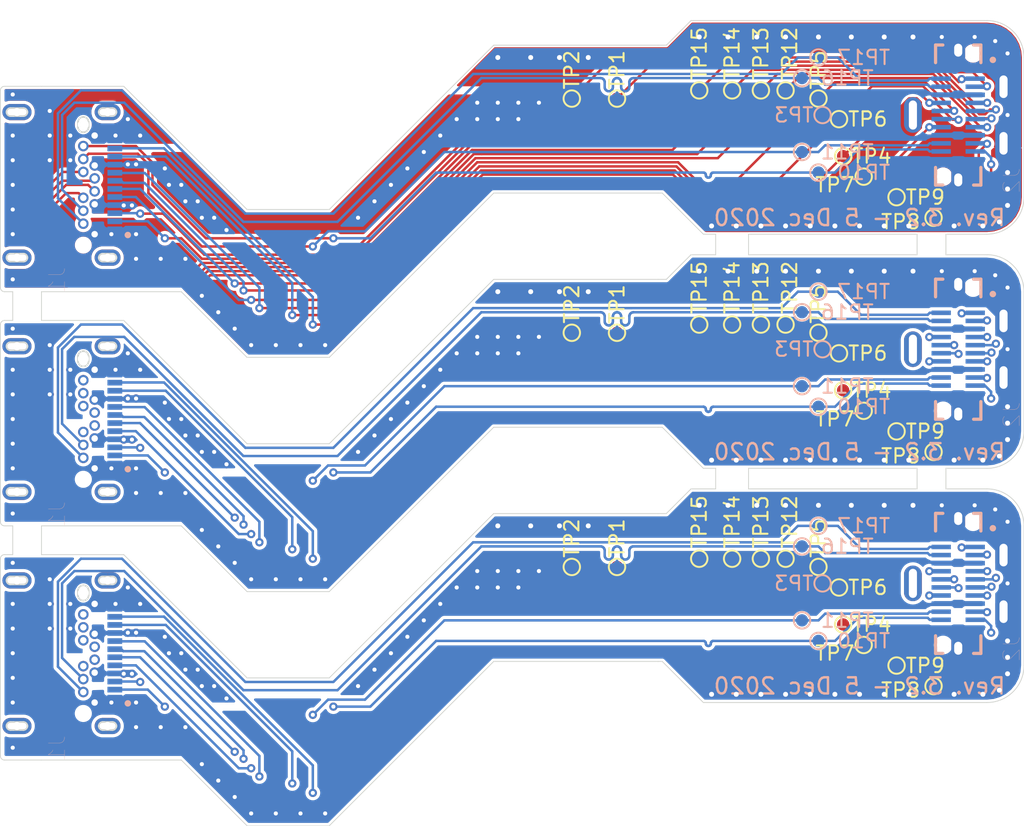
<source format=kicad_pcb>
(kicad_pcb (version 20171130) (host pcbnew "(5.1.7)-1")
  (layers (0 F.Cu signal) (31 B.Cu signal hide) (34 B.Paste user hide) (35 F.Paste user hide) (36 B.SilkS user hide) (37 F.SilkS user hide) (38 B.Mask user hide) (39 F.Mask user hide) (44 Edge.Cuts user))
  (net 0 "")
  (net 1 /GND)
  (net 2 /TX1+)
  (net 3 /TX1-)
  (net 4 /VBUS)
  (net 5 /CC1)
  (net 6 /D1+)
  (net 7 /D1-)
  (net 8 /SBU1)
  (net 9 /RX2+)
  (net 10 /RX2-)
  (net 11 /TX2+)
  (net 12 /TX2-)
  (net 13 /CC2)
  (net 14 /D2+)
  (net 15 /D2-)
  (net 16 /SBU2)
  (net 17 /RX1-)
  (net 18 /RX1+)
  (module TestPointCustom:TestPoint_Pad_D0.75mm (layer F.Cu) (at 164.846 106.68)
    (fp_text reference TP15 (at 0 -2.286 90) (layer F.SilkS) (effects (font (size 0.889 0.889) (thickness 0.127))))
    (fp_text value TestPoint hide)
    (pad 1 smd circle (at 0 0) (size 0.762 0.762) (layers F.Cu F.Mask) (net 16 /SBU2))
  )
  (module TestPointCustom:TestPoint_Pad_D0.75mm (layer F.Cu) (at 164.846 92.202)
    (fp_text reference TP15 (at 0 -2.286 90) (layer F.SilkS) (effects (font (size 0.889 0.889) (thickness 0.127))))
    (fp_text value TestPoint hide)
    (pad 1 smd circle (at 0 0) (size 0.762 0.762) (layers F.Cu F.Mask) (net 16 /SBU2))
  )
  (module TestPointCustom:TestPoint_Pad_D0.75mm (layer B.Cu) (at 172.212 104.648)
    (fp_text reference TP17 (at 2.794 0) (layer B.SilkS) (effects (font (size 0.889 0.889) (thickness 0.127)) (justify mirror)))
    (fp_text value TestPoint hide)
    (pad 1 smd circle (at 0 0) (size 0.762 0.762) (layers B.Cu B.Mask) (net 18 /RX1+))
  )
  (module TestPointCustom:TestPoint_Pad_D0.75mm (layer B.Cu) (at 172.212 90.17)
    (fp_text reference TP17 (at 2.794 0) (layer B.SilkS) (effects (font (size 0.889 0.889) (thickness 0.127)) (justify mirror)))
    (fp_text value TestPoint hide)
    (pad 1 smd circle (at 0 0) (size 0.762 0.762) (layers B.Cu B.Mask) (net 18 /RX1+))
  )
  (module TestPointCustom:TestPoint_Pad_D0.75mm (layer B.Cu) (at 171.196 105.918)
    (fp_text reference TP16 (at 2.794 0) (layer B.SilkS) (effects (font (size 0.889 0.889) (thickness 0.127)) (justify mirror)))
    (fp_text value TestPoint hide)
    (pad 1 smd circle (at 0 0) (size 0.762 0.762) (layers B.Cu B.Mask) (net 17 /RX1-))
  )
  (module TestPointCustom:TestPoint_Pad_D0.75mm (layer B.Cu) (at 171.196 91.44)
    (fp_text reference TP16 (at 2.794 0) (layer B.SilkS) (effects (font (size 0.889 0.889) (thickness 0.127)) (justify mirror)))
    (fp_text value TestPoint hide)
    (pad 1 smd circle (at 0 0) (size 0.762 0.762) (layers B.Cu B.Mask) (net 17 /RX1-))
  )
  (module TestPointCustom:TestPoint_Pad_D0.75mm (layer F.Cu) (at 168.656 106.68)
    (fp_text reference TP13 (at 0 -2.286 90) (layer F.SilkS) (effects (font (size 0.889 0.889) (thickness 0.127))))
    (fp_text value TestPoint hide)
    (pad 1 smd circle (at 0 0) (size 0.762 0.762) (layers F.Cu F.Mask) (net 14 /D2+))
  )
  (module TestPointCustom:TestPoint_Pad_D0.75mm (layer F.Cu) (at 168.656 92.202)
    (fp_text reference TP13 (at 0 -2.286 90) (layer F.SilkS) (effects (font (size 0.889 0.889) (thickness 0.127))))
    (fp_text value TestPoint hide)
    (pad 1 smd circle (at 0 0) (size 0.762 0.762) (layers F.Cu F.Mask) (net 14 /D2+))
  )
  (module TestPointCustom:TestPoint_Pad_D0.75mm (layer F.Cu) (at 166.878 106.68)
    (fp_text reference TP14 (at 0 -2.286 90) (layer F.SilkS) (effects (font (size 0.889 0.889) (thickness 0.127))))
    (fp_text value TestPoint hide)
    (pad 1 smd circle (at 0 0) (size 0.762 0.762) (layers F.Cu F.Mask) (net 15 /D2-))
  )
  (module TestPointCustom:TestPoint_Pad_D0.75mm (layer F.Cu) (at 166.878 92.202)
    (fp_text reference TP14 (at 0 -2.286 90) (layer F.SilkS) (effects (font (size 0.889 0.889) (thickness 0.127))))
    (fp_text value TestPoint hide)
    (pad 1 smd circle (at 0 0) (size 0.762 0.762) (layers F.Cu F.Mask) (net 15 /D2-))
  )
  (module TestPointCustom:TestPoint_Pad_D0.75mm (layer B.Cu) (at 172.212 111.76)
    (fp_text reference TP10 (at 2.794 0) (layer B.SilkS) (effects (font (size 0.889 0.889) (thickness 0.127)) (justify mirror)))
    (fp_text value TestPoint hide)
    (pad 1 smd circle (at 0 0) (size 0.762 0.762) (layers B.Cu B.Mask) (net 11 /TX2+))
  )
  (module TestPointCustom:TestPoint_Pad_D0.75mm (layer B.Cu) (at 172.212 97.282)
    (fp_text reference TP10 (at 2.794 0) (layer B.SilkS) (effects (font (size 0.889 0.889) (thickness 0.127)) (justify mirror)))
    (fp_text value TestPoint hide)
    (pad 1 smd circle (at 0 0) (size 0.762 0.762) (layers B.Cu B.Mask) (net 11 /TX2+))
  )
  (module TestPointCustom:TestPoint_Pad_D0.75mm (layer F.Cu) (at 159.766 107.188)
    (fp_text reference TP1 (at 0 -1.778 90) (layer F.SilkS) (effects (font (size 0.889 0.889) (thickness 0.127))))
    (fp_text value TestPoint hide)
    (pad 1 smd circle (at 0 0) (size 0.762 0.762) (layers F.Cu F.Mask) (net 2 /TX1+))
  )
  (module TestPointCustom:TestPoint_Pad_D0.75mm (layer F.Cu) (at 159.766 92.71)
    (fp_text reference TP1 (at 0 -1.778 90) (layer F.SilkS) (effects (font (size 0.889 0.889) (thickness 0.127))))
    (fp_text value TestPoint hide)
    (pad 1 smd circle (at 0 0) (size 0.762 0.762) (layers F.Cu F.Mask) (net 2 /TX1+))
  )
  (module TestPointCustom:TestPoint_Pad_D0.75mm (layer F.Cu) (at 173.482 108.458)
    (fp_text reference TP6 (at 1.778 0 180) (layer F.SilkS) (effects (font (size 0.889 0.889) (thickness 0.127))))
    (fp_text value TestPoint hide)
    (pad 1 smd circle (at 0 0) (size 0.762 0.762) (layers F.Cu F.Mask) (net 7 /D1-))
  )
  (module TestPointCustom:TestPoint_Pad_D0.75mm (layer F.Cu) (at 173.482 93.98)
    (fp_text reference TP6 (at 1.778 0 180) (layer F.SilkS) (effects (font (size 0.889 0.889) (thickness 0.127))))
    (fp_text value TestPoint hide)
    (pad 1 smd circle (at 0 0) (size 0.762 0.762) (layers F.Cu F.Mask) (net 7 /D1-))
  )
  (module TestPointCustom:TestPoint_Pad_D0.75mm (layer B.Cu) (at 171.196 110.49)
    (fp_text reference TP11 (at 2.794 0) (layer B.SilkS) (effects (font (size 0.889 0.889) (thickness 0.127)) (justify mirror)))
    (fp_text value TestPoint hide)
    (pad 1 smd circle (at 0 0) (size 0.762 0.762) (layers B.Cu B.Mask) (net 12 /TX2-))
  )
  (module TestPointCustom:TestPoint_Pad_D0.75mm (layer B.Cu) (at 171.196 96.012)
    (fp_text reference TP11 (at 2.794 0) (layer B.SilkS) (effects (font (size 0.889 0.889) (thickness 0.127)) (justify mirror)))
    (fp_text value TestPoint hide)
    (pad 1 smd circle (at 0 0) (size 0.762 0.762) (layers B.Cu B.Mask) (net 12 /TX2-))
  )
  (module TestPointCustom:TestPoint_Pad_D0.75mm (layer F.Cu) (at 156.972 107.188)
    (fp_text reference TP2 (at 0 -1.778 90) (layer F.SilkS) (effects (font (size 0.889 0.889) (thickness 0.127))))
    (fp_text value TestPoint hide)
    (pad 1 smd circle (at 0 0) (size 0.762 0.762) (layers F.Cu F.Mask) (net 3 /TX1-))
  )
  (module TestPointCustom:TestPoint_Pad_D0.75mm (layer F.Cu) (at 156.972 92.71)
    (fp_text reference TP2 (at 0 -1.778 90) (layer F.SilkS) (effects (font (size 0.889 0.889) (thickness 0.127))))
    (fp_text value TestPoint hide)
    (pad 1 smd circle (at 0 0) (size 0.762 0.762) (layers F.Cu F.Mask) (net 3 /TX1-))
  )
  (module TestPointCustom:TestPoint_Pad_D0.75mm (layer F.Cu) (at 175.006 112.014)
    (fp_text reference TP7 (at -1.778 0.508) (layer F.SilkS) (effects (font (size 0.889 0.889) (thickness 0.127))))
    (fp_text value TestPoint hide)
    (pad 1 smd circle (at 0 0) (size 0.762 0.762) (layers F.Cu F.Mask) (net 8 /SBU1))
  )
  (module TestPointCustom:TestPoint_Pad_D0.75mm (layer F.Cu) (at 175.006 97.536)
    (fp_text reference TP7 (at -1.778 0.508) (layer F.SilkS) (effects (font (size 0.889 0.889) (thickness 0.127))))
    (fp_text value TestPoint hide)
    (pad 1 smd circle (at 0 0) (size 0.762 0.762) (layers F.Cu F.Mask) (net 8 /SBU1))
  )
  (module GCT:GCT_USB4065-XX-X_REVA (layer B.Cu) (at 124.714 112.522 90)
    (fp_text reference J1 (at -5.88758 0.45021 90) (layer B.SilkS) (effects (font (size 1.000441 1.000441) (thickness 0.015)) (justify mirror)))
    (fp_text value USB4065-XX-X_REVA)
    (fp_arc (start 3.875 2.075) (end 4.2 2.075) (angle 90) (layer Edge.Cuts) (width 0.1))
    (fp_arc (start 3.875 2.075) (end 3.875 1.75) (angle 90) (layer Edge.Cuts) (width 0.1))
    (fp_arc (start 3.575 2.075) (end 3.25 2.075) (angle 90) (layer Edge.Cuts) (width 0.1))
    (fp_arc (start 3.575 2.075) (end 3.575 2.4) (angle 90) (layer Edge.Cuts) (width 0.1))
    (fp_arc (start 4.5 3.875) (end 4.5 4.125) (angle -90) (layer Edge.Cuts) (width 0.1))
    (fp_arc (start 4.5 3.875) (end 4.25 3.875) (angle -90) (layer Edge.Cuts) (width 0.1))
    (fp_arc (start 4.5 3.275) (end 4.5 3.025) (angle -90) (layer Edge.Cuts) (width 0.1))
    (fp_arc (start 4.5 3.275) (end 4.75 3.275) (angle -90) (layer Edge.Cuts) (width 0.1))
    (fp_arc (start -4.5 3.875) (end -4.5 4.125) (angle -90) (layer Edge.Cuts) (width 0.1))
    (fp_arc (start -4.5 3.875) (end -4.75 3.875) (angle -90) (layer Edge.Cuts) (width 0.1))
    (fp_arc (start -4.5 3.275) (end -4.5 3.025) (angle -90) (layer Edge.Cuts) (width 0.1))
    (fp_arc (start -4.5 3.275) (end -4.25 3.275) (angle -90) (layer Edge.Cuts) (width 0.1))
    (fp_arc (start 4.5 -1.625) (end 4.5 -1.375) (angle -90) (layer Edge.Cuts) (width 0.1))
    (fp_arc (start 4.5 -1.625) (end 4.25 -1.625) (angle -90) (layer Edge.Cuts) (width 0.1))
    (fp_arc (start 4.5 -2.425) (end 4.5 -2.675) (angle -90) (layer Edge.Cuts) (width 0.1))
    (fp_arc (start 4.5 -2.425) (end 4.75 -2.425) (angle -90) (layer Edge.Cuts) (width 0.1))
    (fp_arc (start -4.5 -1.625) (end -4.5 -1.375) (angle -90) (layer Edge.Cuts) (width 0.1))
    (fp_arc (start -4.5 -1.625) (end -4.75 -1.625) (angle -90) (layer Edge.Cuts) (width 0.1))
    (fp_arc (start -4.5 -2.425) (end -4.5 -2.675) (angle -90) (layer Edge.Cuts) (width 0.1))
    (fp_arc (start -4.5 -2.425) (end -4.25 -2.425) (angle -90) (layer Edge.Cuts) (width 0.1))
    (fp_poly (pts (xy -4.75 -2.025) (xy -5 -2.025) (xy -5 -2.425) (xy -4.999315 -2.451168) (xy -4.997261 -2.477264) (xy -4.993844 -2.503217) (xy -4.989074 -2.528956) (xy -4.982963 -2.55441) (xy -4.975528 -2.579508) (xy -4.96679 -2.604184) (xy -4.956773 -2.628368) (xy -4.945503 -2.651995) (xy -4.933013 -2.675) (xy -4.919335 -2.69732) (xy -4.904508 -2.718893) (xy -4.888573 -2.73966) (xy -4.871572 -2.759565) (xy -4.853553 -2.778553) (xy -4.834565 -2.796572) (xy -4.81466 -2.813573) (xy -4.793893 -2.829508) (xy -4.77232 -2.844335) (xy -4.75 -2.858013) (xy -4.726995 -2.870503) (xy -4.703368 -2.881773) (xy -4.679184 -2.89179) (xy -4.654508 -2.900528) (xy -4.62941 -2.907963) (xy -4.603956 -2.914074) (xy -4.578217 -2.918844) (xy -4.552264 -2.922261) (xy -4.526168 -2.924315) (xy -4.5 -2.925) (xy -4.473832 -2.924315) (xy -4.447736 -2.922261) (xy -4.421783 -2.918844) (xy -4.396044 -2.914074) (xy -4.37059 -2.907963) (xy -4.345492 -2.900528) (xy -4.320816 -2.89179) (xy -4.296632 -2.881773) (xy -4.273005 -2.870503) (xy -4.25 -2.858013) (xy -4.22768 -2.844335) (xy -4.206107 -2.829508) (xy -4.18534 -2.813573) (xy -4.165435 -2.796572) (xy -4.146447 -2.778553) (xy -4.128428 -2.759565) (xy -4.111427 -2.73966) (xy -4.095492 -2.718893) (xy -4.080665 -2.69732) (xy -4.066987 -2.675) (xy -4.054497 -2.651995) (xy -4.043227 -2.628368) (xy -4.03321 -2.604184) (xy -4.024472 -2.579508) (xy -4.017037 -2.55441) (xy -4.010926 -2.528956) (xy -4.006156 -2.503217) (xy -4.002739 -2.477264) (xy -4.000685 -2.451168) (xy -4 -2.425) (xy -4 -2.025) (xy -4.25 -2.025) (xy -4.25 -2.425) (xy -4.250343 -2.438084) (xy -4.25137 -2.451132) (xy -4.253078 -2.464109) (xy -4.255463 -2.476978) (xy -4.258519 -2.489705) (xy -4.262236 -2.502254) (xy -4.266605 -2.514592) (xy -4.271614 -2.526684) (xy -4.277248 -2.538498) (xy -4.283494 -2.55) (xy -4.290332 -2.56116) (xy -4.297746 -2.571946) (xy -4.305714 -2.58233) (xy -4.314214 -2.592283) (xy -4.323223 -2.601777) (xy -4.332717 -2.610786) (xy -4.34267 -2.619286) (xy -4.353054 -2.627254) (xy -4.36384 -2.634668) (xy -4.375 -2.641506) (xy -4.386502 -2.647752) (xy -4.398316 -2.653386) (xy -4.410408 -2.658395) (xy -4.422746 -2.662764) (xy -4.435295 -2.666481) (xy -4.448022 -2.669537) (xy -4.460891 -2.671922) (xy -4.473868 -2.67363) (xy -4.486916 -2.674657) (xy -4.5 -2.675) (xy -4.513084 -2.674657) (xy -4.526132 -2.67363) (xy -4.539109 -2.671922) (xy -4.551978 -2.669537) (xy -4.564705 -2.666481) (xy -4.577254 -2.662764) (xy -4.589592 -2.658395) (xy -4.601684 -2.653386) (xy -4.613498 -2.647752) (xy -4.625 -2.641506) (xy -4.63616 -2.634668) (xy -4.646946 -2.627254) (xy -4.65733 -2.619286) (xy -4.667283 -2.610786) (xy -4.676777 -2.601777) (xy -4.685786 -2.592283) (xy -4.694286 -2.58233) (xy -4.702254 -2.571946) (xy -4.709668 -2.56116) (xy -4.716506 -2.55) (xy -4.722752 -2.538498) (xy -4.728386 -2.526684) (xy -4.733395 -2.514592) (xy -4.737764 -2.502254) (xy -4.741481 -2.489705) (xy -4.744537 -2.476978) (xy -4.746922 -2.464109) (xy -4.74863 -2.451132) (xy -4.749657 -2.438084) (xy -4.75 -2.425) (xy -4.75 -2.025)) (layer F.Cu) (width 0.001))
    (fp_poly (pts (xy -4.25 -2.025) (xy -4 -2.025) (xy -4 -1.625) (xy -4.000685 -1.598832) (xy -4.002739 -1.572736) (xy -4.006156 -1.546783) (xy -4.010926 -1.521044) (xy -4.017037 -1.49559) (xy -4.024472 -1.470492) (xy -4.03321 -1.445816) (xy -4.043227 -1.421632) (xy -4.054497 -1.398005) (xy -4.066987 -1.375) (xy -4.080665 -1.35268) (xy -4.095492 -1.331107) (xy -4.111427 -1.31034) (xy -4.128428 -1.290435) (xy -4.146447 -1.271447) (xy -4.165435 -1.253428) (xy -4.18534 -1.236427) (xy -4.206107 -1.220492) (xy -4.22768 -1.205665) (xy -4.25 -1.191987) (xy -4.273005 -1.179497) (xy -4.296632 -1.168227) (xy -4.320816 -1.15821) (xy -4.345492 -1.149472) (xy -4.37059 -1.142037) (xy -4.396044 -1.135926) (xy -4.421783 -1.131156) (xy -4.447736 -1.127739) (xy -4.473832 -1.125685) (xy -4.5 -1.125) (xy -4.526168 -1.125685) (xy -4.552264 -1.127739) (xy -4.578217 -1.131156) (xy -4.603956 -1.135926) (xy -4.62941 -1.142037) (xy -4.654508 -1.149472) (xy -4.679184 -1.15821) (xy -4.703368 -1.168227) (xy -4.726995 -1.179497) (xy -4.75 -1.191987) (xy -4.77232 -1.205665) (xy -4.793893 -1.220492) (xy -4.81466 -1.236427) (xy -4.834565 -1.253428) (xy -4.853553 -1.271447) (xy -4.871572 -1.290435) (xy -4.888573 -1.31034) (xy -4.904508 -1.331107) (xy -4.919335 -1.35268) (xy -4.933013 -1.375) (xy -4.945503 -1.398005) (xy -4.956773 -1.421632) (xy -4.96679 -1.445816) (xy -4.975528 -1.470492) (xy -4.982963 -1.49559) (xy -4.989074 -1.521044) (xy -4.993844 -1.546783) (xy -4.997261 -1.572736) (xy -4.999315 -1.598832) (xy -5 -1.625) (xy -5 -2.025) (xy -4.75 -2.025) (xy -4.75 -1.625) (xy -4.749657 -1.611916) (xy -4.74863 -1.598868) (xy -4.746922 -1.585891) (xy -4.744537 -1.573022) (xy -4.741481 -1.560295) (xy -4.737764 -1.547746) (xy -4.733395 -1.535408) (xy -4.728386 -1.523316) (xy -4.722752 -1.511502) (xy -4.716506 -1.5) (xy -4.709668 -1.48884) (xy -4.702254 -1.478054) (xy -4.694286 -1.46767) (xy -4.685786 -1.457717) (xy -4.676777 -1.448223) (xy -4.667283 -1.439214) (xy -4.65733 -1.430714) (xy -4.646946 -1.422746) (xy -4.63616 -1.415332) (xy -4.625 -1.408494) (xy -4.613498 -1.402248) (xy -4.601684 -1.396614) (xy -4.589592 -1.391605) (xy -4.577254 -1.387236) (xy -4.564705 -1.383519) (xy -4.551978 -1.380463) (xy -4.539109 -1.378078) (xy -4.526132 -1.37637) (xy -4.513084 -1.375343) (xy -4.5 -1.375) (xy -4.486916 -1.375343) (xy -4.473868 -1.37637) (xy -4.460891 -1.378078) (xy -4.448022 -1.380463) (xy -4.435295 -1.383519) (xy -4.422746 -1.387236) (xy -4.410408 -1.391605) (xy -4.398316 -1.396614) (xy -4.386502 -1.402248) (xy -4.375 -1.408494) (xy -4.36384 -1.415332) (xy -4.353054 -1.422746) (xy -4.34267 -1.430714) (xy -4.332717 -1.439214) (xy -4.323223 -1.448223) (xy -4.314214 -1.457717) (xy -4.305714 -1.46767) (xy -4.297746 -1.478054) (xy -4.290332 -1.48884) (xy -4.283494 -1.5) (xy -4.277248 -1.511502) (xy -4.271614 -1.523316) (xy -4.266605 -1.535408) (xy -4.262236 -1.547746) (xy -4.258519 -1.560295) (xy -4.255463 -1.573022) (xy -4.253078 -1.585891) (xy -4.25137 -1.598868) (xy -4.250343 -1.611916) (xy -4.25 -1.625) (xy -4.25 -2.025)) (layer F.Cu) (width 0.001))
    (fp_poly (pts (xy -4.75 -2.025) (xy -5 -2.025) (xy -5 -2.425) (xy -4.999315 -2.451168) (xy -4.997261 -2.477264) (xy -4.993844 -2.503217) (xy -4.989074 -2.528956) (xy -4.982963 -2.55441) (xy -4.975528 -2.579508) (xy -4.96679 -2.604184) (xy -4.956773 -2.628368) (xy -4.945503 -2.651995) (xy -4.933013 -2.675) (xy -4.919335 -2.69732) (xy -4.904508 -2.718893) (xy -4.888573 -2.73966) (xy -4.871572 -2.759565) (xy -4.853553 -2.778553) (xy -4.834565 -2.796572) (xy -4.81466 -2.813573) (xy -4.793893 -2.829508) (xy -4.77232 -2.844335) (xy -4.75 -2.858013) (xy -4.726995 -2.870503) (xy -4.703368 -2.881773) (xy -4.679184 -2.89179) (xy -4.654508 -2.900528) (xy -4.62941 -2.907963) (xy -4.603956 -2.914074) (xy -4.578217 -2.918844) (xy -4.552264 -2.922261) (xy -4.526168 -2.924315) (xy -4.5 -2.925) (xy -4.473832 -2.924315) (xy -4.447736 -2.922261) (xy -4.421783 -2.918844) (xy -4.396044 -2.914074) (xy -4.37059 -2.907963) (xy -4.345492 -2.900528) (xy -4.320816 -2.89179) (xy -4.296632 -2.881773) (xy -4.273005 -2.870503) (xy -4.25 -2.858013) (xy -4.22768 -2.844335) (xy -4.206107 -2.829508) (xy -4.18534 -2.813573) (xy -4.165435 -2.796572) (xy -4.146447 -2.778553) (xy -4.128428 -2.759565) (xy -4.111427 -2.73966) (xy -4.095492 -2.718893) (xy -4.080665 -2.69732) (xy -4.066987 -2.675) (xy -4.054497 -2.651995) (xy -4.043227 -2.628368) (xy -4.03321 -2.604184) (xy -4.024472 -2.579508) (xy -4.017037 -2.55441) (xy -4.010926 -2.528956) (xy -4.006156 -2.503217) (xy -4.002739 -2.477264) (xy -4.000685 -2.451168) (xy -4 -2.425) (xy -4 -2.025) (xy -4.25 -2.025) (xy -4.25 -2.425) (xy -4.250343 -2.438084) (xy -4.25137 -2.451132) (xy -4.253078 -2.464109) (xy -4.255463 -2.476978) (xy -4.258519 -2.489705) (xy -4.262236 -2.502254) (xy -4.266605 -2.514592) (xy -4.271614 -2.526684) (xy -4.277248 -2.538498) (xy -4.283494 -2.55) (xy -4.290332 -2.56116) (xy -4.297746 -2.571946) (xy -4.305714 -2.58233) (xy -4.314214 -2.592283) (xy -4.323223 -2.601777) (xy -4.332717 -2.610786) (xy -4.34267 -2.619286) (xy -4.353054 -2.627254) (xy -4.36384 -2.634668) (xy -4.375 -2.641506) (xy -4.386502 -2.647752) (xy -4.398316 -2.653386) (xy -4.410408 -2.658395) (xy -4.422746 -2.662764) (xy -4.435295 -2.666481) (xy -4.448022 -2.669537) (xy -4.460891 -2.671922) (xy -4.473868 -2.67363) (xy -4.486916 -2.674657) (xy -4.5 -2.675) (xy -4.513084 -2.674657) (xy -4.526132 -2.67363) (xy -4.539109 -2.671922) (xy -4.551978 -2.669537) (xy -4.564705 -2.666481) (xy -4.577254 -2.662764) (xy -4.589592 -2.658395) (xy -4.601684 -2.653386) (xy -4.613498 -2.647752) (xy -4.625 -2.641506) (xy -4.63616 -2.634668) (xy -4.646946 -2.627254) (xy -4.65733 -2.619286) (xy -4.667283 -2.610786) (xy -4.676777 -2.601777) (xy -4.685786 -2.592283) (xy -4.694286 -2.58233) (xy -4.702254 -2.571946) (xy -4.709668 -2.56116) (xy -4.716506 -2.55) (xy -4.722752 -2.538498) (xy -4.728386 -2.526684) (xy -4.733395 -2.514592) (xy -4.737764 -2.502254) (xy -4.741481 -2.489705) (xy -4.744537 -2.476978) (xy -4.746922 -2.464109) (xy -4.74863 -2.451132) (xy -4.749657 -2.438084) (xy -4.75 -2.425) (xy -4.75 -2.025)) (layer B.Cu) (width 0.001))
    (fp_poly (pts (xy -4.25 -2.025) (xy -4 -2.025) (xy -4 -1.625) (xy -4.000685 -1.598832) (xy -4.002739 -1.572736) (xy -4.006156 -1.546783) (xy -4.010926 -1.521044) (xy -4.017037 -1.49559) (xy -4.024472 -1.470492) (xy -4.03321 -1.445816) (xy -4.043227 -1.421632) (xy -4.054497 -1.398005) (xy -4.066987 -1.375) (xy -4.080665 -1.35268) (xy -4.095492 -1.331107) (xy -4.111427 -1.31034) (xy -4.128428 -1.290435) (xy -4.146447 -1.271447) (xy -4.165435 -1.253428) (xy -4.18534 -1.236427) (xy -4.206107 -1.220492) (xy -4.22768 -1.205665) (xy -4.25 -1.191987) (xy -4.273005 -1.179497) (xy -4.296632 -1.168227) (xy -4.320816 -1.15821) (xy -4.345492 -1.149472) (xy -4.37059 -1.142037) (xy -4.396044 -1.135926) (xy -4.421783 -1.131156) (xy -4.447736 -1.127739) (xy -4.473832 -1.125685) (xy -4.5 -1.125) (xy -4.526168 -1.125685) (xy -4.552264 -1.127739) (xy -4.578217 -1.131156) (xy -4.603956 -1.135926) (xy -4.62941 -1.142037) (xy -4.654508 -1.149472) (xy -4.679184 -1.15821) (xy -4.703368 -1.168227) (xy -4.726995 -1.179497) (xy -4.75 -1.191987) (xy -4.77232 -1.205665) (xy -4.793893 -1.220492) (xy -4.81466 -1.236427) (xy -4.834565 -1.253428) (xy -4.853553 -1.271447) (xy -4.871572 -1.290435) (xy -4.888573 -1.31034) (xy -4.904508 -1.331107) (xy -4.919335 -1.35268) (xy -4.933013 -1.375) (xy -4.945503 -1.398005) (xy -4.956773 -1.421632) (xy -4.96679 -1.445816) (xy -4.975528 -1.470492) (xy -4.982963 -1.49559) (xy -4.989074 -1.521044) (xy -4.993844 -1.546783) (xy -4.997261 -1.572736) (xy -4.999315 -1.598832) (xy -5 -1.625) (xy -5 -2.025) (xy -4.75 -2.025) (xy -4.75 -1.625) (xy -4.749657 -1.611916) (xy -4.74863 -1.598868) (xy -4.746922 -1.585891) (xy -4.744537 -1.573022) (xy -4.741481 -1.560295) (xy -4.737764 -1.547746) (xy -4.733395 -1.535408) (xy -4.728386 -1.523316) (xy -4.722752 -1.511502) (xy -4.716506 -1.5) (xy -4.709668 -1.48884) (xy -4.702254 -1.478054) (xy -4.694286 -1.46767) (xy -4.685786 -1.457717) (xy -4.676777 -1.448223) (xy -4.667283 -1.439214) (xy -4.65733 -1.430714) (xy -4.646946 -1.422746) (xy -4.63616 -1.415332) (xy -4.625 -1.408494) (xy -4.613498 -1.402248) (xy -4.601684 -1.396614) (xy -4.589592 -1.391605) (xy -4.577254 -1.387236) (xy -4.564705 -1.383519) (xy -4.551978 -1.380463) (xy -4.539109 -1.378078) (xy -4.526132 -1.37637) (xy -4.513084 -1.375343) (xy -4.5 -1.375) (xy -4.486916 -1.375343) (xy -4.473868 -1.37637) (xy -4.460891 -1.378078) (xy -4.448022 -1.380463) (xy -4.435295 -1.383519) (xy -4.422746 -1.387236) (xy -4.410408 -1.391605) (xy -4.398316 -1.396614) (xy -4.386502 -1.402248) (xy -4.375 -1.408494) (xy -4.36384 -1.415332) (xy -4.353054 -1.422746) (xy -4.34267 -1.430714) (xy -4.332717 -1.439214) (xy -4.323223 -1.448223) (xy -4.314214 -1.457717) (xy -4.305714 -1.46767) (xy -4.297746 -1.478054) (xy -4.290332 -1.48884) (xy -4.283494 -1.5) (xy -4.277248 -1.511502) (xy -4.271614 -1.523316) (xy -4.266605 -1.535408) (xy -4.262236 -1.547746) (xy -4.258519 -1.560295) (xy -4.255463 -1.573022) (xy -4.253078 -1.585891) (xy -4.25137 -1.598868) (xy -4.250343 -1.611916) (xy -4.25 -1.625) (xy -4.25 -2.025)) (layer B.Cu) (width 0.001))
    (fp_line (start -4.25 -2.425) (end -4.25 -1.625) (layer Edge.Cuts) (width 0.1))
    (fp_line (start -4.75 -1.625) (end -4.75 -2.425) (layer Edge.Cuts) (width 0.1))
    (fp_poly (pts (xy 4.25 -2.025) (xy 4 -2.025) (xy 4 -2.425) (xy 4.000685 -2.451168) (xy 4.002739 -2.477264) (xy 4.006156 -2.503217) (xy 4.010926 -2.528956) (xy 4.017037 -2.55441) (xy 4.024472 -2.579508) (xy 4.03321 -2.604184) (xy 4.043227 -2.628368) (xy 4.054497 -2.651995) (xy 4.066987 -2.675) (xy 4.080665 -2.69732) (xy 4.095492 -2.718893) (xy 4.111427 -2.73966) (xy 4.128428 -2.759565) (xy 4.146447 -2.778553) (xy 4.165435 -2.796572) (xy 4.18534 -2.813573) (xy 4.206107 -2.829508) (xy 4.22768 -2.844335) (xy 4.25 -2.858013) (xy 4.273005 -2.870503) (xy 4.296632 -2.881773) (xy 4.320816 -2.89179) (xy 4.345492 -2.900528) (xy 4.37059 -2.907963) (xy 4.396044 -2.914074) (xy 4.421783 -2.918844) (xy 4.447736 -2.922261) (xy 4.473832 -2.924315) (xy 4.5 -2.925) (xy 4.526168 -2.924315) (xy 4.552264 -2.922261) (xy 4.578217 -2.918844) (xy 4.603956 -2.914074) (xy 4.62941 -2.907963) (xy 4.654508 -2.900528) (xy 4.679184 -2.89179) (xy 4.703368 -2.881773) (xy 4.726995 -2.870503) (xy 4.75 -2.858013) (xy 4.77232 -2.844335) (xy 4.793893 -2.829508) (xy 4.81466 -2.813573) (xy 4.834565 -2.796572) (xy 4.853553 -2.778553) (xy 4.871572 -2.759565) (xy 4.888573 -2.73966) (xy 4.904508 -2.718893) (xy 4.919335 -2.69732) (xy 4.933013 -2.675) (xy 4.945503 -2.651995) (xy 4.956773 -2.628368) (xy 4.96679 -2.604184) (xy 4.975528 -2.579508) (xy 4.982963 -2.55441) (xy 4.989074 -2.528956) (xy 4.993844 -2.503217) (xy 4.997261 -2.477264) (xy 4.999315 -2.451168) (xy 5 -2.425) (xy 5 -2.025) (xy 4.75 -2.025) (xy 4.75 -2.425) (xy 4.749657 -2.438084) (xy 4.74863 -2.451132) (xy 4.746922 -2.464109) (xy 4.744537 -2.476978) (xy 4.741481 -2.489705) (xy 4.737764 -2.502254) (xy 4.733395 -2.514592) (xy 4.728386 -2.526684) (xy 4.722752 -2.538498) (xy 4.716506 -2.55) (xy 4.709668 -2.56116) (xy 4.702254 -2.571946) (xy 4.694286 -2.58233) (xy 4.685786 -2.592283) (xy 4.676777 -2.601777) (xy 4.667283 -2.610786) (xy 4.65733 -2.619286) (xy 4.646946 -2.627254) (xy 4.63616 -2.634668) (xy 4.625 -2.641506) (xy 4.613498 -2.647752) (xy 4.601684 -2.653386) (xy 4.589592 -2.658395) (xy 4.577254 -2.662764) (xy 4.564705 -2.666481) (xy 4.551978 -2.669537) (xy 4.539109 -2.671922) (xy 4.526132 -2.67363) (xy 4.513084 -2.674657) (xy 4.5 -2.675) (xy 4.486916 -2.674657) (xy 4.473868 -2.67363) (xy 4.460891 -2.671922) (xy 4.448022 -2.669537) (xy 4.435295 -2.666481) (xy 4.422746 -2.662764) (xy 4.410408 -2.658395) (xy 4.398316 -2.653386) (xy 4.386502 -2.647752) (xy 4.375 -2.641506) (xy 4.36384 -2.634668) (xy 4.353054 -2.627254) (xy 4.34267 -2.619286) (xy 4.332717 -2.610786) (xy 4.323223 -2.601777) (xy 4.314214 -2.592283) (xy 4.305714 -2.58233) (xy 4.297746 -2.571946) (xy 4.290332 -2.56116) (xy 4.283494 -2.55) (xy 4.277248 -2.538498) (xy 4.271614 -2.526684) (xy 4.266605 -2.514592) (xy 4.262236 -2.502254) (xy 4.258519 -2.489705) (xy 4.255463 -2.476978) (xy 4.253078 -2.464109) (xy 4.25137 -2.451132) (xy 4.250343 -2.438084) (xy 4.25 -2.425) (xy 4.25 -2.025)) (layer F.Cu) (width 0.001))
    (fp_poly (pts (xy 4.75 -2.025) (xy 5 -2.025) (xy 5 -1.625) (xy 4.999315 -1.598832) (xy 4.997261 -1.572736) (xy 4.993844 -1.546783) (xy 4.989074 -1.521044) (xy 4.982963 -1.49559) (xy 4.975528 -1.470492) (xy 4.96679 -1.445816) (xy 4.956773 -1.421632) (xy 4.945503 -1.398005) (xy 4.933013 -1.375) (xy 4.919335 -1.35268) (xy 4.904508 -1.331107) (xy 4.888573 -1.31034) (xy 4.871572 -1.290435) (xy 4.853553 -1.271447) (xy 4.834565 -1.253428) (xy 4.81466 -1.236427) (xy 4.793893 -1.220492) (xy 4.77232 -1.205665) (xy 4.75 -1.191987) (xy 4.726995 -1.179497) (xy 4.703368 -1.168227) (xy 4.679184 -1.15821) (xy 4.654508 -1.149472) (xy 4.62941 -1.142037) (xy 4.603956 -1.135926) (xy 4.578217 -1.131156) (xy 4.552264 -1.127739) (xy 4.526168 -1.125685) (xy 4.5 -1.125) (xy 4.473832 -1.125685) (xy 4.447736 -1.127739) (xy 4.421783 -1.131156) (xy 4.396044 -1.135926) (xy 4.37059 -1.142037) (xy 4.345492 -1.149472) (xy 4.320816 -1.15821) (xy 4.296632 -1.168227) (xy 4.273005 -1.179497) (xy 4.25 -1.191987) (xy 4.22768 -1.205665) (xy 4.206107 -1.220492) (xy 4.18534 -1.236427) (xy 4.165435 -1.253428) (xy 4.146447 -1.271447) (xy 4.128428 -1.290435) (xy 4.111427 -1.31034) (xy 4.095492 -1.331107) (xy 4.080665 -1.35268) (xy 4.066987 -1.375) (xy 4.054497 -1.398005) (xy 4.043227 -1.421632) (xy 4.03321 -1.445816) (xy 4.024472 -1.470492) (xy 4.017037 -1.49559) (xy 4.010926 -1.521044) (xy 4.006156 -1.546783) (xy 4.002739 -1.572736) (xy 4.000685 -1.598832) (xy 4 -1.625) (xy 4 -2.025) (xy 4.25 -2.025) (xy 4.25 -1.625) (xy 4.250343 -1.611916) (xy 4.25137 -1.598868) (xy 4.253078 -1.585891) (xy 4.255463 -1.573022) (xy 4.258519 -1.560295) (xy 4.262236 -1.547746) (xy 4.266605 -1.535408) (xy 4.271614 -1.523316) (xy 4.277248 -1.511502) (xy 4.283494 -1.5) (xy 4.290332 -1.48884) (xy 4.297746 -1.478054) (xy 4.305714 -1.46767) (xy 4.314214 -1.457717) (xy 4.323223 -1.448223) (xy 4.332717 -1.439214) (xy 4.34267 -1.430714) (xy 4.353054 -1.422746) (xy 4.36384 -1.415332) (xy 4.375 -1.408494) (xy 4.386502 -1.402248) (xy 4.398316 -1.396614) (xy 4.410408 -1.391605) (xy 4.422746 -1.387236) (xy 4.435295 -1.383519) (xy 4.448022 -1.380463) (xy 4.460891 -1.378078) (xy 4.473868 -1.37637) (xy 4.486916 -1.375343) (xy 4.5 -1.375) (xy 4.513084 -1.375343) (xy 4.526132 -1.37637) (xy 4.539109 -1.378078) (xy 4.551978 -1.380463) (xy 4.564705 -1.383519) (xy 4.577254 -1.387236) (xy 4.589592 -1.391605) (xy 4.601684 -1.396614) (xy 4.613498 -1.402248) (xy 4.625 -1.408494) (xy 4.63616 -1.415332) (xy 4.646946 -1.422746) (xy 4.65733 -1.430714) (xy 4.667283 -1.439214) (xy 4.676777 -1.448223) (xy 4.685786 -1.457717) (xy 4.694286 -1.46767) (xy 4.702254 -1.478054) (xy 4.709668 -1.48884) (xy 4.716506 -1.5) (xy 4.722752 -1.511502) (xy 4.728386 -1.523316) (xy 4.733395 -1.535408) (xy 4.737764 -1.547746) (xy 4.741481 -1.560295) (xy 4.744537 -1.573022) (xy 4.746922 -1.585891) (xy 4.74863 -1.598868) (xy 4.749657 -1.611916) (xy 4.75 -1.625) (xy 4.75 -2.025)) (layer F.Cu) (width 0.001))
    (fp_poly (pts (xy 4.25 -2.025) (xy 4 -2.025) (xy 4 -2.425) (xy 4.000685 -2.451168) (xy 4.002739 -2.477264) (xy 4.006156 -2.503217) (xy 4.010926 -2.528956) (xy 4.017037 -2.55441) (xy 4.024472 -2.579508) (xy 4.03321 -2.604184) (xy 4.043227 -2.628368) (xy 4.054497 -2.651995) (xy 4.066987 -2.675) (xy 4.080665 -2.69732) (xy 4.095492 -2.718893) (xy 4.111427 -2.73966) (xy 4.128428 -2.759565) (xy 4.146447 -2.778553) (xy 4.165435 -2.796572) (xy 4.18534 -2.813573) (xy 4.206107 -2.829508) (xy 4.22768 -2.844335) (xy 4.25 -2.858013) (xy 4.273005 -2.870503) (xy 4.296632 -2.881773) (xy 4.320816 -2.89179) (xy 4.345492 -2.900528) (xy 4.37059 -2.907963) (xy 4.396044 -2.914074) (xy 4.421783 -2.918844) (xy 4.447736 -2.922261) (xy 4.473832 -2.924315) (xy 4.5 -2.925) (xy 4.526168 -2.924315) (xy 4.552264 -2.922261) (xy 4.578217 -2.918844) (xy 4.603956 -2.914074) (xy 4.62941 -2.907963) (xy 4.654508 -2.900528) (xy 4.679184 -2.89179) (xy 4.703368 -2.881773) (xy 4.726995 -2.870503) (xy 4.75 -2.858013) (xy 4.77232 -2.844335) (xy 4.793893 -2.829508) (xy 4.81466 -2.813573) (xy 4.834565 -2.796572) (xy 4.853553 -2.778553) (xy 4.871572 -2.759565) (xy 4.888573 -2.73966) (xy 4.904508 -2.718893) (xy 4.919335 -2.69732) (xy 4.933013 -2.675) (xy 4.945503 -2.651995) (xy 4.956773 -2.628368) (xy 4.96679 -2.604184) (xy 4.975528 -2.579508) (xy 4.982963 -2.55441) (xy 4.989074 -2.528956) (xy 4.993844 -2.503217) (xy 4.997261 -2.477264) (xy 4.999315 -2.451168) (xy 5 -2.425) (xy 5 -2.025) (xy 4.75 -2.025) (xy 4.75 -2.425) (xy 4.749657 -2.438084) (xy 4.74863 -2.451132) (xy 4.746922 -2.464109) (xy 4.744537 -2.476978) (xy 4.741481 -2.489705) (xy 4.737764 -2.502254) (xy 4.733395 -2.514592) (xy 4.728386 -2.526684) (xy 4.722752 -2.538498) (xy 4.716506 -2.55) (xy 4.709668 -2.56116) (xy 4.702254 -2.571946) (xy 4.694286 -2.58233) (xy 4.685786 -2.592283) (xy 4.676777 -2.601777) (xy 4.667283 -2.610786) (xy 4.65733 -2.619286) (xy 4.646946 -2.627254) (xy 4.63616 -2.634668) (xy 4.625 -2.641506) (xy 4.613498 -2.647752) (xy 4.601684 -2.653386) (xy 4.589592 -2.658395) (xy 4.577254 -2.662764) (xy 4.564705 -2.666481) (xy 4.551978 -2.669537) (xy 4.539109 -2.671922) (xy 4.526132 -2.67363) (xy 4.513084 -2.674657) (xy 4.5 -2.675) (xy 4.486916 -2.674657) (xy 4.473868 -2.67363) (xy 4.460891 -2.671922) (xy 4.448022 -2.669537) (xy 4.435295 -2.666481) (xy 4.422746 -2.662764) (xy 4.410408 -2.658395) (xy 4.398316 -2.653386) (xy 4.386502 -2.647752) (xy 4.375 -2.641506) (xy 4.36384 -2.634668) (xy 4.353054 -2.627254) (xy 4.34267 -2.619286) (xy 4.332717 -2.610786) (xy 4.323223 -2.601777) (xy 4.314214 -2.592283) (xy 4.305714 -2.58233) (xy 4.297746 -2.571946) (xy 4.290332 -2.56116) (xy 4.283494 -2.55) (xy 4.277248 -2.538498) (xy 4.271614 -2.526684) (xy 4.266605 -2.514592) (xy 4.262236 -2.502254) (xy 4.258519 -2.489705) (xy 4.255463 -2.476978) (xy 4.253078 -2.464109) (xy 4.25137 -2.451132) (xy 4.250343 -2.438084) (xy 4.25 -2.425) (xy 4.25 -2.025)) (layer B.Cu) (width 0.001))
    (fp_poly (pts (xy 4.75 -2.025) (xy 5 -2.025) (xy 5 -1.625) (xy 4.999315 -1.598832) (xy 4.997261 -1.572736) (xy 4.993844 -1.546783) (xy 4.989074 -1.521044) (xy 4.982963 -1.49559) (xy 4.975528 -1.470492) (xy 4.96679 -1.445816) (xy 4.956773 -1.421632) (xy 4.945503 -1.398005) (xy 4.933013 -1.375) (xy 4.919335 -1.35268) (xy 4.904508 -1.331107) (xy 4.888573 -1.31034) (xy 4.871572 -1.290435) (xy 4.853553 -1.271447) (xy 4.834565 -1.253428) (xy 4.81466 -1.236427) (xy 4.793893 -1.220492) (xy 4.77232 -1.205665) (xy 4.75 -1.191987) (xy 4.726995 -1.179497) (xy 4.703368 -1.168227) (xy 4.679184 -1.15821) (xy 4.654508 -1.149472) (xy 4.62941 -1.142037) (xy 4.603956 -1.135926) (xy 4.578217 -1.131156) (xy 4.552264 -1.127739) (xy 4.526168 -1.125685) (xy 4.5 -1.125) (xy 4.473832 -1.125685) (xy 4.447736 -1.127739) (xy 4.421783 -1.131156) (xy 4.396044 -1.135926) (xy 4.37059 -1.142037) (xy 4.345492 -1.149472) (xy 4.320816 -1.15821) (xy 4.296632 -1.168227) (xy 4.273005 -1.179497) (xy 4.25 -1.191987) (xy 4.22768 -1.205665) (xy 4.206107 -1.220492) (xy 4.18534 -1.236427) (xy 4.165435 -1.253428) (xy 4.146447 -1.271447) (xy 4.128428 -1.290435) (xy 4.111427 -1.31034) (xy 4.095492 -1.331107) (xy 4.080665 -1.35268) (xy 4.066987 -1.375) (xy 4.054497 -1.398005) (xy 4.043227 -1.421632) (xy 4.03321 -1.445816) (xy 4.024472 -1.470492) (xy 4.017037 -1.49559) (xy 4.010926 -1.521044) (xy 4.006156 -1.546783) (xy 4.002739 -1.572736) (xy 4.000685 -1.598832) (xy 4 -1.625) (xy 4 -2.025) (xy 4.25 -2.025) (xy 4.25 -1.625) (xy 4.250343 -1.611916) (xy 4.25137 -1.598868) (xy 4.253078 -1.585891) (xy 4.255463 -1.573022) (xy 4.258519 -1.560295) (xy 4.262236 -1.547746) (xy 4.266605 -1.535408) (xy 4.271614 -1.523316) (xy 4.277248 -1.511502) (xy 4.283494 -1.5) (xy 4.290332 -1.48884) (xy 4.297746 -1.478054) (xy 4.305714 -1.46767) (xy 4.314214 -1.457717) (xy 4.323223 -1.448223) (xy 4.332717 -1.439214) (xy 4.34267 -1.430714) (xy 4.353054 -1.422746) (xy 4.36384 -1.415332) (xy 4.375 -1.408494) (xy 4.386502 -1.402248) (xy 4.398316 -1.396614) (xy 4.410408 -1.391605) (xy 4.422746 -1.387236) (xy 4.435295 -1.383519) (xy 4.448022 -1.380463) (xy 4.460891 -1.378078) (xy 4.473868 -1.37637) (xy 4.486916 -1.375343) (xy 4.5 -1.375) (xy 4.513084 -1.375343) (xy 4.526132 -1.37637) (xy 4.539109 -1.378078) (xy 4.551978 -1.380463) (xy 4.564705 -1.383519) (xy 4.577254 -1.387236) (xy 4.589592 -1.391605) (xy 4.601684 -1.396614) (xy 4.613498 -1.402248) (xy 4.625 -1.408494) (xy 4.63616 -1.415332) (xy 4.646946 -1.422746) (xy 4.65733 -1.430714) (xy 4.667283 -1.439214) (xy 4.676777 -1.448223) (xy 4.685786 -1.457717) (xy 4.694286 -1.46767) (xy 4.702254 -1.478054) (xy 4.709668 -1.48884) (xy 4.716506 -1.5) (xy 4.722752 -1.511502) (xy 4.728386 -1.523316) (xy 4.733395 -1.535408) (xy 4.737764 -1.547746) (xy 4.741481 -1.560295) (xy 4.744537 -1.573022) (xy 4.746922 -1.585891) (xy 4.74863 -1.598868) (xy 4.749657 -1.611916) (xy 4.75 -1.625) (xy 4.75 -2.025)) (layer B.Cu) (width 0.001))
    (fp_line (start 4.75 -2.425) (end 4.75 -1.625) (layer Edge.Cuts) (width 0.1))
    (fp_line (start 4.25 -1.625) (end 4.25 -2.425) (layer Edge.Cuts) (width 0.1))
    (fp_poly (pts (xy -4.75 3.575) (xy -5 3.575) (xy -5 3.275) (xy -4.999315 3.248832) (xy -4.997261 3.222736) (xy -4.993844 3.196783) (xy -4.989074 3.171044) (xy -4.982963 3.14559) (xy -4.975528 3.120492) (xy -4.96679 3.095816) (xy -4.956773 3.071632) (xy -4.945503 3.048005) (xy -4.933013 3.025) (xy -4.919335 3.00268) (xy -4.904508 2.981107) (xy -4.888573 2.96034) (xy -4.871572 2.940435) (xy -4.853553 2.921447) (xy -4.834565 2.903428) (xy -4.81466 2.886427) (xy -4.793893 2.870492) (xy -4.77232 2.855665) (xy -4.75 2.841987) (xy -4.726995 2.829497) (xy -4.703368 2.818227) (xy -4.679184 2.80821) (xy -4.654508 2.799472) (xy -4.62941 2.792037) (xy -4.603956 2.785926) (xy -4.578217 2.781156) (xy -4.552264 2.777739) (xy -4.526168 2.775685) (xy -4.5 2.775) (xy -4.473832 2.775685) (xy -4.447736 2.777739) (xy -4.421783 2.781156) (xy -4.396044 2.785926) (xy -4.37059 2.792037) (xy -4.345492 2.799472) (xy -4.320816 2.80821) (xy -4.296632 2.818227) (xy -4.273005 2.829497) (xy -4.25 2.841987) (xy -4.22768 2.855665) (xy -4.206107 2.870492) (xy -4.18534 2.886427) (xy -4.165435 2.903428) (xy -4.146447 2.921447) (xy -4.128428 2.940435) (xy -4.111427 2.96034) (xy -4.095492 2.981107) (xy -4.080665 3.00268) (xy -4.066987 3.025) (xy -4.054497 3.048005) (xy -4.043227 3.071632) (xy -4.03321 3.095816) (xy -4.024472 3.120492) (xy -4.017037 3.14559) (xy -4.010926 3.171044) (xy -4.006156 3.196783) (xy -4.002739 3.222736) (xy -4.000685 3.248832) (xy -4 3.275) (xy -4 3.575) (xy -4.25 3.575) (xy -4.25 3.275) (xy -4.250343 3.261916) (xy -4.25137 3.248868) (xy -4.253078 3.235891) (xy -4.255463 3.223022) (xy -4.258519 3.210295) (xy -4.262236 3.197746) (xy -4.266605 3.185408) (xy -4.271614 3.173316) (xy -4.277248 3.161502) (xy -4.283494 3.15) (xy -4.290332 3.13884) (xy -4.297746 3.128054) (xy -4.305714 3.11767) (xy -4.314214 3.107717) (xy -4.323223 3.098223) (xy -4.332717 3.089214) (xy -4.34267 3.080714) (xy -4.353054 3.072746) (xy -4.36384 3.065332) (xy -4.375 3.058494) (xy -4.386502 3.052248) (xy -4.398316 3.046614) (xy -4.410408 3.041605) (xy -4.422746 3.037236) (xy -4.435295 3.033519) (xy -4.448022 3.030463) (xy -4.460891 3.028078) (xy -4.473868 3.02637) (xy -4.486916 3.025343) (xy -4.5 3.025) (xy -4.513084 3.025343) (xy -4.526132 3.02637) (xy -4.539109 3.028078) (xy -4.551978 3.030463) (xy -4.564705 3.033519) (xy -4.577254 3.037236) (xy -4.589592 3.041605) (xy -4.601684 3.046614) (xy -4.613498 3.052248) (xy -4.625 3.058494) (xy -4.63616 3.065332) (xy -4.646946 3.072746) (xy -4.65733 3.080714) (xy -4.667283 3.089214) (xy -4.676777 3.098223) (xy -4.685786 3.107717) (xy -4.694286 3.11767) (xy -4.702254 3.128054) (xy -4.709668 3.13884) (xy -4.716506 3.15) (xy -4.722752 3.161502) (xy -4.728386 3.173316) (xy -4.733395 3.185408) (xy -4.737764 3.197746) (xy -4.741481 3.210295) (xy -4.744537 3.223022) (xy -4.746922 3.235891) (xy -4.74863 3.248868) (xy -4.749657 3.261916) (xy -4.75 3.275) (xy -4.75 3.575)) (layer F.Cu) (width 0.001))
    (fp_poly (pts (xy -4.25 3.575) (xy -4 3.575) (xy -4 3.875) (xy -4.000685 3.901168) (xy -4.002739 3.927264) (xy -4.006156 3.953217) (xy -4.010926 3.978956) (xy -4.017037 4.00441) (xy -4.024472 4.029508) (xy -4.03321 4.054184) (xy -4.043227 4.078368) (xy -4.054497 4.101995) (xy -4.066987 4.125) (xy -4.080665 4.14732) (xy -4.095492 4.168893) (xy -4.111427 4.18966) (xy -4.128428 4.209565) (xy -4.146447 4.228553) (xy -4.165435 4.246572) (xy -4.18534 4.263573) (xy -4.206107 4.279508) (xy -4.22768 4.294335) (xy -4.25 4.308013) (xy -4.273005 4.320503) (xy -4.296632 4.331773) (xy -4.320816 4.34179) (xy -4.345492 4.350528) (xy -4.37059 4.357963) (xy -4.396044 4.364074) (xy -4.421783 4.368844) (xy -4.447736 4.372261) (xy -4.473832 4.374315) (xy -4.5 4.375) (xy -4.526168 4.374315) (xy -4.552264 4.372261) (xy -4.578217 4.368844) (xy -4.603956 4.364074) (xy -4.62941 4.357963) (xy -4.654508 4.350528) (xy -4.679184 4.34179) (xy -4.703368 4.331773) (xy -4.726995 4.320503) (xy -4.75 4.308013) (xy -4.77232 4.294335) (xy -4.793893 4.279508) (xy -4.81466 4.263573) (xy -4.834565 4.246572) (xy -4.853553 4.228553) (xy -4.871572 4.209565) (xy -4.888573 4.18966) (xy -4.904508 4.168893) (xy -4.919335 4.14732) (xy -4.933013 4.125) (xy -4.945503 4.101995) (xy -4.956773 4.078368) (xy -4.96679 4.054184) (xy -4.975528 4.029508) (xy -4.982963 4.00441) (xy -4.989074 3.978956) (xy -4.993844 3.953217) (xy -4.997261 3.927264) (xy -4.999315 3.901168) (xy -5 3.875) (xy -5 3.575) (xy -4.75 3.575) (xy -4.75 3.875) (xy -4.749657 3.888084) (xy -4.74863 3.901132) (xy -4.746922 3.914109) (xy -4.744537 3.926978) (xy -4.741481 3.939705) (xy -4.737764 3.952254) (xy -4.733395 3.964592) (xy -4.728386 3.976684) (xy -4.722752 3.988498) (xy -4.716506 4) (xy -4.709668 4.01116) (xy -4.702254 4.021946) (xy -4.694286 4.03233) (xy -4.685786 4.042283) (xy -4.676777 4.051777) (xy -4.667283 4.060786) (xy -4.65733 4.069286) (xy -4.646946 4.077254) (xy -4.63616 4.084668) (xy -4.625 4.091506) (xy -4.613498 4.097752) (xy -4.601684 4.103386) (xy -4.589592 4.108395) (xy -4.577254 4.112764) (xy -4.564705 4.116481) (xy -4.551978 4.119537) (xy -4.539109 4.121922) (xy -4.526132 4.12363) (xy -4.513084 4.124657) (xy -4.5 4.125) (xy -4.486916 4.124657) (xy -4.473868 4.12363) (xy -4.460891 4.121922) (xy -4.448022 4.119537) (xy -4.435295 4.116481) (xy -4.422746 4.112764) (xy -4.410408 4.108395) (xy -4.398316 4.103386) (xy -4.386502 4.097752) (xy -4.375 4.091506) (xy -4.36384 4.084668) (xy -4.353054 4.077254) (xy -4.34267 4.069286) (xy -4.332717 4.060786) (xy -4.323223 4.051777) (xy -4.314214 4.042283) (xy -4.305714 4.03233) (xy -4.297746 4.021946) (xy -4.290332 4.01116) (xy -4.283494 4) (xy -4.277248 3.988498) (xy -4.271614 3.976684) (xy -4.266605 3.964592) (xy -4.262236 3.952254) (xy -4.258519 3.939705) (xy -4.255463 3.926978) (xy -4.253078 3.914109) (xy -4.25137 3.901132) (xy -4.250343 3.888084) (xy -4.25 3.875) (xy -4.25 3.575)) (layer F.Cu) (width 0.001))
    (fp_poly (pts (xy -4.75 3.575) (xy -5 3.575) (xy -5 3.275) (xy -4.999315 3.248832) (xy -4.997261 3.222736) (xy -4.993844 3.196783) (xy -4.989074 3.171044) (xy -4.982963 3.14559) (xy -4.975528 3.120492) (xy -4.96679 3.095816) (xy -4.956773 3.071632) (xy -4.945503 3.048005) (xy -4.933013 3.025) (xy -4.919335 3.00268) (xy -4.904508 2.981107) (xy -4.888573 2.96034) (xy -4.871572 2.940435) (xy -4.853553 2.921447) (xy -4.834565 2.903428) (xy -4.81466 2.886427) (xy -4.793893 2.870492) (xy -4.77232 2.855665) (xy -4.75 2.841987) (xy -4.726995 2.829497) (xy -4.703368 2.818227) (xy -4.679184 2.80821) (xy -4.654508 2.799472) (xy -4.62941 2.792037) (xy -4.603956 2.785926) (xy -4.578217 2.781156) (xy -4.552264 2.777739) (xy -4.526168 2.775685) (xy -4.5 2.775) (xy -4.473832 2.775685) (xy -4.447736 2.777739) (xy -4.421783 2.781156) (xy -4.396044 2.785926) (xy -4.37059 2.792037) (xy -4.345492 2.799472) (xy -4.320816 2.80821) (xy -4.296632 2.818227) (xy -4.273005 2.829497) (xy -4.25 2.841987) (xy -4.22768 2.855665) (xy -4.206107 2.870492) (xy -4.18534 2.886427) (xy -4.165435 2.903428) (xy -4.146447 2.921447) (xy -4.128428 2.940435) (xy -4.111427 2.96034) (xy -4.095492 2.981107) (xy -4.080665 3.00268) (xy -4.066987 3.025) (xy -4.054497 3.048005) (xy -4.043227 3.071632) (xy -4.03321 3.095816) (xy -4.024472 3.120492) (xy -4.017037 3.14559) (xy -4.010926 3.171044) (xy -4.006156 3.196783) (xy -4.002739 3.222736) (xy -4.000685 3.248832) (xy -4 3.275) (xy -4 3.575) (xy -4.25 3.575) (xy -4.25 3.275) (xy -4.250343 3.261916) (xy -4.25137 3.248868) (xy -4.253078 3.235891) (xy -4.255463 3.223022) (xy -4.258519 3.210295) (xy -4.262236 3.197746) (xy -4.266605 3.185408) (xy -4.271614 3.173316) (xy -4.277248 3.161502) (xy -4.283494 3.15) (xy -4.290332 3.13884) (xy -4.297746 3.128054) (xy -4.305714 3.11767) (xy -4.314214 3.107717) (xy -4.323223 3.098223) (xy -4.332717 3.089214) (xy -4.34267 3.080714) (xy -4.353054 3.072746) (xy -4.36384 3.065332) (xy -4.375 3.058494) (xy -4.386502 3.052248) (xy -4.398316 3.046614) (xy -4.410408 3.041605) (xy -4.422746 3.037236) (xy -4.435295 3.033519) (xy -4.448022 3.030463) (xy -4.460891 3.028078) (xy -4.473868 3.02637) (xy -4.486916 3.025343) (xy -4.5 3.025) (xy -4.513084 3.025343) (xy -4.526132 3.02637) (xy -4.539109 3.028078) (xy -4.551978 3.030463) (xy -4.564705 3.033519) (xy -4.577254 3.037236) (xy -4.589592 3.041605) (xy -4.601684 3.046614) (xy -4.613498 3.052248) (xy -4.625 3.058494) (xy -4.63616 3.065332) (xy -4.646946 3.072746) (xy -4.65733 3.080714) (xy -4.667283 3.089214) (xy -4.676777 3.098223) (xy -4.685786 3.107717) (xy -4.694286 3.11767) (xy -4.702254 3.128054) (xy -4.709668 3.13884) (xy -4.716506 3.15) (xy -4.722752 3.161502) (xy -4.728386 3.173316) (xy -4.733395 3.185408) (xy -4.737764 3.197746) (xy -4.741481 3.210295) (xy -4.744537 3.223022) (xy -4.746922 3.235891) (xy -4.74863 3.248868) (xy -4.749657 3.261916) (xy -4.75 3.275) (xy -4.75 3.575)) (layer B.Cu) (width 0.001))
    (fp_poly (pts (xy -4.25 3.575) (xy -4 3.575) (xy -4 3.875) (xy -4.000685 3.901168) (xy -4.002739 3.927264) (xy -4.006156 3.953217) (xy -4.010926 3.978956) (xy -4.017037 4.00441) (xy -4.024472 4.029508) (xy -4.03321 4.054184) (xy -4.043227 4.078368) (xy -4.054497 4.101995) (xy -4.066987 4.125) (xy -4.080665 4.14732) (xy -4.095492 4.168893) (xy -4.111427 4.18966) (xy -4.128428 4.209565) (xy -4.146447 4.228553) (xy -4.165435 4.246572) (xy -4.18534 4.263573) (xy -4.206107 4.279508) (xy -4.22768 4.294335) (xy -4.25 4.308013) (xy -4.273005 4.320503) (xy -4.296632 4.331773) (xy -4.320816 4.34179) (xy -4.345492 4.350528) (xy -4.37059 4.357963) (xy -4.396044 4.364074) (xy -4.421783 4.368844) (xy -4.447736 4.372261) (xy -4.473832 4.374315) (xy -4.5 4.375) (xy -4.526168 4.374315) (xy -4.552264 4.372261) (xy -4.578217 4.368844) (xy -4.603956 4.364074) (xy -4.62941 4.357963) (xy -4.654508 4.350528) (xy -4.679184 4.34179) (xy -4.703368 4.331773) (xy -4.726995 4.320503) (xy -4.75 4.308013) (xy -4.77232 4.294335) (xy -4.793893 4.279508) (xy -4.81466 4.263573) (xy -4.834565 4.246572) (xy -4.853553 4.228553) (xy -4.871572 4.209565) (xy -4.888573 4.18966) (xy -4.904508 4.168893) (xy -4.919335 4.14732) (xy -4.933013 4.125) (xy -4.945503 4.101995) (xy -4.956773 4.078368) (xy -4.96679 4.054184) (xy -4.975528 4.029508) (xy -4.982963 4.00441) (xy -4.989074 3.978956) (xy -4.993844 3.953217) (xy -4.997261 3.927264) (xy -4.999315 3.901168) (xy -5 3.875) (xy -5 3.575) (xy -4.75 3.575) (xy -4.75 3.875) (xy -4.749657 3.888084) (xy -4.74863 3.901132) (xy -4.746922 3.914109) (xy -4.744537 3.926978) (xy -4.741481 3.939705) (xy -4.737764 3.952254) (xy -4.733395 3.964592) (xy -4.728386 3.976684) (xy -4.722752 3.988498) (xy -4.716506 4) (xy -4.709668 4.01116) (xy -4.702254 4.021946) (xy -4.694286 4.03233) (xy -4.685786 4.042283) (xy -4.676777 4.051777) (xy -4.667283 4.060786) (xy -4.65733 4.069286) (xy -4.646946 4.077254) (xy -4.63616 4.084668) (xy -4.625 4.091506) (xy -4.613498 4.097752) (xy -4.601684 4.103386) (xy -4.589592 4.108395) (xy -4.577254 4.112764) (xy -4.564705 4.116481) (xy -4.551978 4.119537) (xy -4.539109 4.121922) (xy -4.526132 4.12363) (xy -4.513084 4.124657) (xy -4.5 4.125) (xy -4.486916 4.124657) (xy -4.473868 4.12363) (xy -4.460891 4.121922) (xy -4.448022 4.119537) (xy -4.435295 4.116481) (xy -4.422746 4.112764) (xy -4.410408 4.108395) (xy -4.398316 4.103386) (xy -4.386502 4.097752) (xy -4.375 4.091506) (xy -4.36384 4.084668) (xy -4.353054 4.077254) (xy -4.34267 4.069286) (xy -4.332717 4.060786) (xy -4.323223 4.051777) (xy -4.314214 4.042283) (xy -4.305714 4.03233) (xy -4.297746 4.021946) (xy -4.290332 4.01116) (xy -4.283494 4) (xy -4.277248 3.988498) (xy -4.271614 3.976684) (xy -4.266605 3.964592) (xy -4.262236 3.952254) (xy -4.258519 3.939705) (xy -4.255463 3.926978) (xy -4.253078 3.914109) (xy -4.25137 3.901132) (xy -4.250343 3.888084) (xy -4.25 3.875) (xy -4.25 3.575)) (layer B.Cu) (width 0.001))
    (fp_line (start -4.25 3.275) (end -4.25 3.875) (layer Edge.Cuts) (width 0.1))
    (fp_line (start -4.75 3.875) (end -4.75 3.275) (layer Edge.Cuts) (width 0.1))
    (fp_poly (pts (xy 4.25 3.575) (xy 4 3.575) (xy 4 3.275) (xy 4.000685 3.248832) (xy 4.002739 3.222736) (xy 4.006156 3.196783) (xy 4.010926 3.171044) (xy 4.017037 3.14559) (xy 4.024472 3.120492) (xy 4.03321 3.095816) (xy 4.043227 3.071632) (xy 4.054497 3.048005) (xy 4.066987 3.025) (xy 4.080665 3.00268) (xy 4.095492 2.981107) (xy 4.111427 2.96034) (xy 4.128428 2.940435) (xy 4.146447 2.921447) (xy 4.165435 2.903428) (xy 4.18534 2.886427) (xy 4.206107 2.870492) (xy 4.22768 2.855665) (xy 4.25 2.841987) (xy 4.273005 2.829497) (xy 4.296632 2.818227) (xy 4.320816 2.80821) (xy 4.345492 2.799472) (xy 4.37059 2.792037) (xy 4.396044 2.785926) (xy 4.421783 2.781156) (xy 4.447736 2.777739) (xy 4.473832 2.775685) (xy 4.5 2.775) (xy 4.526168 2.775685) (xy 4.552264 2.777739) (xy 4.578217 2.781156) (xy 4.603956 2.785926) (xy 4.62941 2.792037) (xy 4.654508 2.799472) (xy 4.679184 2.80821) (xy 4.703368 2.818227) (xy 4.726995 2.829497) (xy 4.75 2.841987) (xy 4.77232 2.855665) (xy 4.793893 2.870492) (xy 4.81466 2.886427) (xy 4.834565 2.903428) (xy 4.853553 2.921447) (xy 4.871572 2.940435) (xy 4.888573 2.96034) (xy 4.904508 2.981107) (xy 4.919335 3.00268) (xy 4.933013 3.025) (xy 4.945503 3.048005) (xy 4.956773 3.071632) (xy 4.96679 3.095816) (xy 4.975528 3.120492) (xy 4.982963 3.14559) (xy 4.989074 3.171044) (xy 4.993844 3.196783) (xy 4.997261 3.222736) (xy 4.999315 3.248832) (xy 5 3.275) (xy 5 3.575) (xy 4.75 3.575) (xy 4.75 3.275) (xy 4.749657 3.261916) (xy 4.74863 3.248868) (xy 4.746922 3.235891) (xy 4.744537 3.223022) (xy 4.741481 3.210295) (xy 4.737764 3.197746) (xy 4.733395 3.185408) (xy 4.728386 3.173316) (xy 4.722752 3.161502) (xy 4.716506 3.15) (xy 4.709668 3.13884) (xy 4.702254 3.128054) (xy 4.694286 3.11767) (xy 4.685786 3.107717) (xy 4.676777 3.098223) (xy 4.667283 3.089214) (xy 4.65733 3.080714) (xy 4.646946 3.072746) (xy 4.63616 3.065332) (xy 4.625 3.058494) (xy 4.613498 3.052248) (xy 4.601684 3.046614) (xy 4.589592 3.041605) (xy 4.577254 3.037236) (xy 4.564705 3.033519) (xy 4.551978 3.030463) (xy 4.539109 3.028078) (xy 4.526132 3.02637) (xy 4.513084 3.025343) (xy 4.5 3.025) (xy 4.486916 3.025343) (xy 4.473868 3.02637) (xy 4.460891 3.028078) (xy 4.448022 3.030463) (xy 4.435295 3.033519) (xy 4.422746 3.037236) (xy 4.410408 3.041605) (xy 4.398316 3.046614) (xy 4.386502 3.052248) (xy 4.375 3.058494) (xy 4.36384 3.065332) (xy 4.353054 3.072746) (xy 4.34267 3.080714) (xy 4.332717 3.089214) (xy 4.323223 3.098223) (xy 4.314214 3.107717) (xy 4.305714 3.11767) (xy 4.297746 3.128054) (xy 4.290332 3.13884) (xy 4.283494 3.15) (xy 4.277248 3.161502) (xy 4.271614 3.173316) (xy 4.266605 3.185408) (xy 4.262236 3.197746) (xy 4.258519 3.210295) (xy 4.255463 3.223022) (xy 4.253078 3.235891) (xy 4.25137 3.248868) (xy 4.250343 3.261916) (xy 4.25 3.275) (xy 4.25 3.575)) (layer F.Cu) (width 0.001))
    (fp_poly (pts (xy 4.75 3.575) (xy 5 3.575) (xy 5 3.875) (xy 4.999315 3.901168) (xy 4.997261 3.927264) (xy 4.993844 3.953217) (xy 4.989074 3.978956) (xy 4.982963 4.00441) (xy 4.975528 4.029508) (xy 4.96679 4.054184) (xy 4.956773 4.078368) (xy 4.945503 4.101995) (xy 4.933013 4.125) (xy 4.919335 4.14732) (xy 4.904508 4.168893) (xy 4.888573 4.18966) (xy 4.871572 4.209565) (xy 4.853553 4.228553) (xy 4.834565 4.246572) (xy 4.81466 4.263573) (xy 4.793893 4.279508) (xy 4.77232 4.294335) (xy 4.75 4.308013) (xy 4.726995 4.320503) (xy 4.703368 4.331773) (xy 4.679184 4.34179) (xy 4.654508 4.350528) (xy 4.62941 4.357963) (xy 4.603956 4.364074) (xy 4.578217 4.368844) (xy 4.552264 4.372261) (xy 4.526168 4.374315) (xy 4.5 4.375) (xy 4.473832 4.374315) (xy 4.447736 4.372261) (xy 4.421783 4.368844) (xy 4.396044 4.364074) (xy 4.37059 4.357963) (xy 4.345492 4.350528) (xy 4.320816 4.34179) (xy 4.296632 4.331773) (xy 4.273005 4.320503) (xy 4.25 4.308013) (xy 4.22768 4.294335) (xy 4.206107 4.279508) (xy 4.18534 4.263573) (xy 4.165435 4.246572) (xy 4.146447 4.228553) (xy 4.128428 4.209565) (xy 4.111427 4.18966) (xy 4.095492 4.168893) (xy 4.080665 4.14732) (xy 4.066987 4.125) (xy 4.054497 4.101995) (xy 4.043227 4.078368) (xy 4.03321 4.054184) (xy 4.024472 4.029508) (xy 4.017037 4.00441) (xy 4.010926 3.978956) (xy 4.006156 3.953217) (xy 4.002739 3.927264) (xy 4.000685 3.901168) (xy 4 3.875) (xy 4 3.575) (xy 4.25 3.575) (xy 4.25 3.875) (xy 4.250343 3.888084) (xy 4.25137 3.901132) (xy 4.253078 3.914109) (xy 4.255463 3.926978) (xy 4.258519 3.939705) (xy 4.262236 3.952254) (xy 4.266605 3.964592) (xy 4.271614 3.976684) (xy 4.277248 3.988498) (xy 4.283494 4) (xy 4.290332 4.01116) (xy 4.297746 4.021946) (xy 4.305714 4.03233) (xy 4.314214 4.042283) (xy 4.323223 4.051777) (xy 4.332717 4.060786) (xy 4.34267 4.069286) (xy 4.353054 4.077254) (xy 4.36384 4.084668) (xy 4.375 4.091506) (xy 4.386502 4.097752) (xy 4.398316 4.103386) (xy 4.410408 4.108395) (xy 4.422746 4.112764) (xy 4.435295 4.116481) (xy 4.448022 4.119537) (xy 4.460891 4.121922) (xy 4.473868 4.12363) (xy 4.486916 4.124657) (xy 4.5 4.125) (xy 4.513084 4.124657) (xy 4.526132 4.12363) (xy 4.539109 4.121922) (xy 4.551978 4.119537) (xy 4.564705 4.116481) (xy 4.577254 4.112764) (xy 4.589592 4.108395) (xy 4.601684 4.103386) (xy 4.613498 4.097752) (xy 4.625 4.091506) (xy 4.63616 4.084668) (xy 4.646946 4.077254) (xy 4.65733 4.069286) (xy 4.667283 4.060786) (xy 4.676777 4.051777) (xy 4.685786 4.042283) (xy 4.694286 4.03233) (xy 4.702254 4.021946) (xy 4.709668 4.01116) (xy 4.716506 4) (xy 4.722752 3.988498) (xy 4.728386 3.976684) (xy 4.733395 3.964592) (xy 4.737764 3.952254) (xy 4.741481 3.939705) (xy 4.744537 3.926978) (xy 4.746922 3.914109) (xy 4.74863 3.901132) (xy 4.749657 3.888084) (xy 4.75 3.875) (xy 4.75 3.575)) (layer F.Cu) (width 0.001))
    (fp_poly (pts (xy 4.25 3.575) (xy 4 3.575) (xy 4 3.275) (xy 4.000685 3.248832) (xy 4.002739 3.222736) (xy 4.006156 3.196783) (xy 4.010926 3.171044) (xy 4.017037 3.14559) (xy 4.024472 3.120492) (xy 4.03321 3.095816) (xy 4.043227 3.071632) (xy 4.054497 3.048005) (xy 4.066987 3.025) (xy 4.080665 3.00268) (xy 4.095492 2.981107) (xy 4.111427 2.96034) (xy 4.128428 2.940435) (xy 4.146447 2.921447) (xy 4.165435 2.903428) (xy 4.18534 2.886427) (xy 4.206107 2.870492) (xy 4.22768 2.855665) (xy 4.25 2.841987) (xy 4.273005 2.829497) (xy 4.296632 2.818227) (xy 4.320816 2.80821) (xy 4.345492 2.799472) (xy 4.37059 2.792037) (xy 4.396044 2.785926) (xy 4.421783 2.781156) (xy 4.447736 2.777739) (xy 4.473832 2.775685) (xy 4.5 2.775) (xy 4.526168 2.775685) (xy 4.552264 2.777739) (xy 4.578217 2.781156) (xy 4.603956 2.785926) (xy 4.62941 2.792037) (xy 4.654508 2.799472) (xy 4.679184 2.80821) (xy 4.703368 2.818227) (xy 4.726995 2.829497) (xy 4.75 2.841987) (xy 4.77232 2.855665) (xy 4.793893 2.870492) (xy 4.81466 2.886427) (xy 4.834565 2.903428) (xy 4.853553 2.921447) (xy 4.871572 2.940435) (xy 4.888573 2.96034) (xy 4.904508 2.981107) (xy 4.919335 3.00268) (xy 4.933013 3.025) (xy 4.945503 3.048005) (xy 4.956773 3.071632) (xy 4.96679 3.095816) (xy 4.975528 3.120492) (xy 4.982963 3.14559) (xy 4.989074 3.171044) (xy 4.993844 3.196783) (xy 4.997261 3.222736) (xy 4.999315 3.248832) (xy 5 3.275) (xy 5 3.575) (xy 4.75 3.575) (xy 4.75 3.275) (xy 4.749657 3.261916) (xy 4.74863 3.248868) (xy 4.746922 3.235891) (xy 4.744537 3.223022) (xy 4.741481 3.210295) (xy 4.737764 3.197746) (xy 4.733395 3.185408) (xy 4.728386 3.173316) (xy 4.722752 3.161502) (xy 4.716506 3.15) (xy 4.709668 3.13884) (xy 4.702254 3.128054) (xy 4.694286 3.11767) (xy 4.685786 3.107717) (xy 4.676777 3.098223) (xy 4.667283 3.089214) (xy 4.65733 3.080714) (xy 4.646946 3.072746) (xy 4.63616 3.065332) (xy 4.625 3.058494) (xy 4.613498 3.052248) (xy 4.601684 3.046614) (xy 4.589592 3.041605) (xy 4.577254 3.037236) (xy 4.564705 3.033519) (xy 4.551978 3.030463) (xy 4.539109 3.028078) (xy 4.526132 3.02637) (xy 4.513084 3.025343) (xy 4.5 3.025) (xy 4.486916 3.025343) (xy 4.473868 3.02637) (xy 4.460891 3.028078) (xy 4.448022 3.030463) (xy 4.435295 3.033519) (xy 4.422746 3.037236) (xy 4.410408 3.041605) (xy 4.398316 3.046614) (xy 4.386502 3.052248) (xy 4.375 3.058494) (xy 4.36384 3.065332) (xy 4.353054 3.072746) (xy 4.34267 3.080714) (xy 4.332717 3.089214) (xy 4.323223 3.098223) (xy 4.314214 3.107717) (xy 4.305714 3.11767) (xy 4.297746 3.128054) (xy 4.290332 3.13884) (xy 4.283494 3.15) (xy 4.277248 3.161502) (xy 4.271614 3.173316) (xy 4.266605 3.185408) (xy 4.262236 3.197746) (xy 4.258519 3.210295) (xy 4.255463 3.223022) (xy 4.253078 3.235891) (xy 4.25137 3.248868) (xy 4.250343 3.261916) (xy 4.25 3.275) (xy 4.25 3.575)) (layer B.Cu) (width 0.001))
    (fp_poly (pts (xy 4.75 3.575) (xy 5 3.575) (xy 5 3.875) (xy 4.999315 3.901168) (xy 4.997261 3.927264) (xy 4.993844 3.953217) (xy 4.989074 3.978956) (xy 4.982963 4.00441) (xy 4.975528 4.029508) (xy 4.96679 4.054184) (xy 4.956773 4.078368) (xy 4.945503 4.101995) (xy 4.933013 4.125) (xy 4.919335 4.14732) (xy 4.904508 4.168893) (xy 4.888573 4.18966) (xy 4.871572 4.209565) (xy 4.853553 4.228553) (xy 4.834565 4.246572) (xy 4.81466 4.263573) (xy 4.793893 4.279508) (xy 4.77232 4.294335) (xy 4.75 4.308013) (xy 4.726995 4.320503) (xy 4.703368 4.331773) (xy 4.679184 4.34179) (xy 4.654508 4.350528) (xy 4.62941 4.357963) (xy 4.603956 4.364074) (xy 4.578217 4.368844) (xy 4.552264 4.372261) (xy 4.526168 4.374315) (xy 4.5 4.375) (xy 4.473832 4.374315) (xy 4.447736 4.372261) (xy 4.421783 4.368844) (xy 4.396044 4.364074) (xy 4.37059 4.357963) (xy 4.345492 4.350528) (xy 4.320816 4.34179) (xy 4.296632 4.331773) (xy 4.273005 4.320503) (xy 4.25 4.308013) (xy 4.22768 4.294335) (xy 4.206107 4.279508) (xy 4.18534 4.263573) (xy 4.165435 4.246572) (xy 4.146447 4.228553) (xy 4.128428 4.209565) (xy 4.111427 4.18966) (xy 4.095492 4.168893) (xy 4.080665 4.14732) (xy 4.066987 4.125) (xy 4.054497 4.101995) (xy 4.043227 4.078368) (xy 4.03321 4.054184) (xy 4.024472 4.029508) (xy 4.017037 4.00441) (xy 4.010926 3.978956) (xy 4.006156 3.953217) (xy 4.002739 3.927264) (xy 4.000685 3.901168) (xy 4 3.875) (xy 4 3.575) (xy 4.25 3.575) (xy 4.25 3.875) (xy 4.250343 3.888084) (xy 4.25137 3.901132) (xy 4.253078 3.914109) (xy 4.255463 3.926978) (xy 4.258519 3.939705) (xy 4.262236 3.952254) (xy 4.266605 3.964592) (xy 4.271614 3.976684) (xy 4.277248 3.988498) (xy 4.283494 4) (xy 4.290332 4.01116) (xy 4.297746 4.021946) (xy 4.305714 4.03233) (xy 4.314214 4.042283) (xy 4.323223 4.051777) (xy 4.332717 4.060786) (xy 4.34267 4.069286) (xy 4.353054 4.077254) (xy 4.36384 4.084668) (xy 4.375 4.091506) (xy 4.386502 4.097752) (xy 4.398316 4.103386) (xy 4.410408 4.108395) (xy 4.422746 4.112764) (xy 4.435295 4.116481) (xy 4.448022 4.119537) (xy 4.460891 4.121922) (xy 4.473868 4.12363) (xy 4.486916 4.124657) (xy 4.5 4.125) (xy 4.513084 4.124657) (xy 4.526132 4.12363) (xy 4.539109 4.121922) (xy 4.551978 4.119537) (xy 4.564705 4.116481) (xy 4.577254 4.112764) (xy 4.589592 4.108395) (xy 4.601684 4.103386) (xy 4.613498 4.097752) (xy 4.625 4.091506) (xy 4.63616 4.084668) (xy 4.646946 4.077254) (xy 4.65733 4.069286) (xy 4.667283 4.060786) (xy 4.676777 4.051777) (xy 4.685786 4.042283) (xy 4.694286 4.03233) (xy 4.702254 4.021946) (xy 4.709668 4.01116) (xy 4.716506 4) (xy 4.722752 3.988498) (xy 4.728386 3.976684) (xy 4.733395 3.964592) (xy 4.737764 3.952254) (xy 4.741481 3.939705) (xy 4.744537 3.926978) (xy 4.746922 3.914109) (xy 4.74863 3.901132) (xy 4.749657 3.888084) (xy 4.75 3.875) (xy 4.75 3.575)) (layer B.Cu) (width 0.001))
    (fp_line (start 4.75 3.275) (end 4.75 3.875) (layer Edge.Cuts) (width 0.1))
    (fp_line (start 4.25 3.875) (end 4.25 3.275) (layer Edge.Cuts) (width 0.1))
    (fp_line (start 3.575 2.4) (end 3.875 2.4) (layer Edge.Cuts) (width 0.1))
    (fp_line (start 3.875 1.75) (end 3.575 1.75) (layer Edge.Cuts) (width 0.1))
    (pad A1 smd rect (at -2.75 3.895 90) (size 0.35 0.9144) (drill (offset 0 0.127)) (layers B.Cu B.Paste B.Mask) (net 1 /GND))
    (pad A2 smd rect (at -2.25 3.895 90) (size 0.35 0.9144) (drill (offset 0 0.127)) (layers B.Cu B.Paste B.Mask) (net 2 /TX1+))
    (pad A3 smd rect (at -1.75 3.895 90) (size 0.35 0.9144) (drill (offset 0 0.127)) (layers B.Cu B.Paste B.Mask) (net 3 /TX1-))
    (pad A4 smd rect (at -1.25 3.895 90) (size 0.35 0.9144) (drill (offset 0 0.127)) (layers B.Cu B.Paste B.Mask) (net 4 /VBUS))
    (pad A5 smd rect (at -0.75 3.895 90) (size 0.35 0.9144) (drill (offset 0 0.127)) (layers B.Cu B.Paste B.Mask) (net 5 /CC1))
    (pad A6 smd rect (at -0.25 3.895 90) (size 0.35 0.9144) (drill (offset 0 0.127)) (layers B.Cu B.Paste B.Mask) (net 6 /D1+))
    (pad A7 smd rect (at 0.25 3.895 90) (size 0.35 0.9144) (drill (offset 0 0.127)) (layers B.Cu B.Paste B.Mask) (net 7 /D1-))
    (pad A8 smd rect (at 0.75 3.895 90) (size 0.35 0.9144) (drill (offset 0 0.127)) (layers B.Cu B.Paste B.Mask) (net 8 /SBU1))
    (pad A9 smd rect (at 1.25 3.895 90) (size 0.35 0.9144) (drill (offset 0 0.127)) (layers B.Cu B.Paste B.Mask) (net 4 /VBUS))
    (pad A10 smd rect (at 1.75 3.895 90) (size 0.35 0.9144) (drill (offset 0 0.127)) (layers B.Cu B.Paste B.Mask) (net 10 /RX2-))
    (pad A11 smd rect (at 2.25 3.895 90) (size 0.35 0.9144) (drill (offset 0 0.127)) (layers B.Cu B.Paste B.Mask) (net 9 /RX2+))
    (pad A12 smd rect (at 2.75 3.895 90) (size 0.35 0.9144) (drill (offset 0 0.127)) (layers B.Cu B.Paste B.Mask) (net 1 /GND))
    (pad B1 thru_hole circle (at 3.05 2.775 90) (size 0.65 0.65) (drill 0.4) (layers *.Cu *.Mask) (net 1 /GND))
    (pad B2 thru_hole circle (at 2.4 2.075 90) (size 0.65 0.65) (drill 0.4) (layers *.Cu *.Mask) (net 11 /TX2+))
    (pad B3 thru_hole circle (at 1.6 2.075 90) (size 0.65 0.65) (drill 0.4) (layers *.Cu *.Mask) (net 12 /TX2-))
    (pad B4 thru_hole circle (at 1.2 2.775 90) (size 0.65 0.65) (drill 0.4) (layers *.Cu *.Mask) (net 4 /VBUS))
    (pad B5 thru_hole circle (at 0.8 2.075 90) (size 0.65 0.65) (drill 0.4) (layers *.Cu *.Mask) (net 13 /CC2))
    (pad B6 thru_hole circle (at 0.4 2.775 90) (size 0.65 0.65) (drill 0.4) (layers *.Cu *.Mask) (net 14 /D2+))
    (pad B7 thru_hole circle (at -0.4 2.775 90) (size 0.65 0.65) (drill 0.4) (layers *.Cu *.Mask) (net 15 /D2-))
    (pad B8 thru_hole circle (at -0.8 2.075 90) (size 0.65 0.65) (drill 0.4) (layers *.Cu *.Mask) (net 16 /SBU2))
    (pad B9 thru_hole circle (at -1.2 2.775 90) (size 0.65 0.65) (drill 0.4) (layers *.Cu *.Mask) (net 4 /VBUS))
    (pad B10 thru_hole circle (at -1.6 2.075 90) (size 0.65 0.65) (drill 0.4) (layers *.Cu *.Mask) (net 17 /RX1-))
    (pad B11 thru_hole circle (at -2.4 2.075 90) (size 0.65 0.65) (drill 0.4) (layers *.Cu *.Mask) (net 18 /RX1+))
    (pad B12 thru_hole circle (at -3.05 2.775 90) (size 0.65 0.65) (drill 0.4) (layers *.Cu *.Mask) (net 1 /GND))
    (pad None np_thru_hole circle (at 3.725 2.075 90) (size 0.65 0.65) (drill 0.65) (layers *.Cu *.Mask))
    (pad None np_thru_hole circle (at 4.5 3.575 90) (size 0.5 0.5) (drill 0.5) (layers *.Cu *.Mask))
    (pad 1 smd rect (at 4.5 4.225 90) (size 0.1 0.1) (layers B.Cu) (net 1 /GND))
    (pad None np_thru_hole circle (at -4.5 3.575 90) (size 0.5 0.5) (drill 0.5) (layers *.Cu *.Mask))
    (pad 2 smd rect (at -4.5 4.225 90) (size 0.1 0.1) (layers B.Cu) (net 1 /GND))
    (pad None np_thru_hole circle (at -3.725 2.075 90) (size 0.65 0.65) (drill 0.65) (layers *.Cu *.Mask))
    (pad None np_thru_hole circle (at 4.5 -2.025 90) (size 0.5 0.5) (drill 0.5) (layers *.Cu *.Mask))
    (pad 3 smd rect (at 4.5 -1.225 90) (size 0.1 0.1) (layers B.Cu) (net 1 /GND))
    (pad None np_thru_hole circle (at -4.5 -2.025 90) (size 0.5 0.5) (drill 0.5) (layers *.Cu *.Mask))
    (pad 4 smd rect (at -4.5 -1.225 90) (size 0.1 0.1) (layers B.Cu) (net 1 /GND))
  )
  (module GCT:GCT_USB4065-XX-X_REVA (layer B.Cu) (at 124.714 98.044 90)
    (fp_text reference J1 (at -5.88758 0.45021 90) (layer B.SilkS) (effects (font (size 1.000441 1.000441) (thickness 0.015)) (justify mirror)))
    (fp_text value USB4065-XX-X_REVA)
    (fp_arc (start 3.875 2.075) (end 4.2 2.075) (angle 90) (layer Edge.Cuts) (width 0.1))
    (fp_arc (start 3.875 2.075) (end 3.875 1.75) (angle 90) (layer Edge.Cuts) (width 0.1))
    (fp_arc (start 3.575 2.075) (end 3.25 2.075) (angle 90) (layer Edge.Cuts) (width 0.1))
    (fp_arc (start 3.575 2.075) (end 3.575 2.4) (angle 90) (layer Edge.Cuts) (width 0.1))
    (fp_arc (start 4.5 3.875) (end 4.5 4.125) (angle -90) (layer Edge.Cuts) (width 0.1))
    (fp_arc (start 4.5 3.875) (end 4.25 3.875) (angle -90) (layer Edge.Cuts) (width 0.1))
    (fp_arc (start 4.5 3.275) (end 4.5 3.025) (angle -90) (layer Edge.Cuts) (width 0.1))
    (fp_arc (start 4.5 3.275) (end 4.75 3.275) (angle -90) (layer Edge.Cuts) (width 0.1))
    (fp_arc (start -4.5 3.875) (end -4.5 4.125) (angle -90) (layer Edge.Cuts) (width 0.1))
    (fp_arc (start -4.5 3.875) (end -4.75 3.875) (angle -90) (layer Edge.Cuts) (width 0.1))
    (fp_arc (start -4.5 3.275) (end -4.5 3.025) (angle -90) (layer Edge.Cuts) (width 0.1))
    (fp_arc (start -4.5 3.275) (end -4.25 3.275) (angle -90) (layer Edge.Cuts) (width 0.1))
    (fp_arc (start 4.5 -1.625) (end 4.5 -1.375) (angle -90) (layer Edge.Cuts) (width 0.1))
    (fp_arc (start 4.5 -1.625) (end 4.25 -1.625) (angle -90) (layer Edge.Cuts) (width 0.1))
    (fp_arc (start 4.5 -2.425) (end 4.5 -2.675) (angle -90) (layer Edge.Cuts) (width 0.1))
    (fp_arc (start 4.5 -2.425) (end 4.75 -2.425) (angle -90) (layer Edge.Cuts) (width 0.1))
    (fp_arc (start -4.5 -1.625) (end -4.5 -1.375) (angle -90) (layer Edge.Cuts) (width 0.1))
    (fp_arc (start -4.5 -1.625) (end -4.75 -1.625) (angle -90) (layer Edge.Cuts) (width 0.1))
    (fp_arc (start -4.5 -2.425) (end -4.5 -2.675) (angle -90) (layer Edge.Cuts) (width 0.1))
    (fp_arc (start -4.5 -2.425) (end -4.25 -2.425) (angle -90) (layer Edge.Cuts) (width 0.1))
    (fp_poly (pts (xy -4.75 -2.025) (xy -5 -2.025) (xy -5 -2.425) (xy -4.999315 -2.451168) (xy -4.997261 -2.477264) (xy -4.993844 -2.503217) (xy -4.989074 -2.528956) (xy -4.982963 -2.55441) (xy -4.975528 -2.579508) (xy -4.96679 -2.604184) (xy -4.956773 -2.628368) (xy -4.945503 -2.651995) (xy -4.933013 -2.675) (xy -4.919335 -2.69732) (xy -4.904508 -2.718893) (xy -4.888573 -2.73966) (xy -4.871572 -2.759565) (xy -4.853553 -2.778553) (xy -4.834565 -2.796572) (xy -4.81466 -2.813573) (xy -4.793893 -2.829508) (xy -4.77232 -2.844335) (xy -4.75 -2.858013) (xy -4.726995 -2.870503) (xy -4.703368 -2.881773) (xy -4.679184 -2.89179) (xy -4.654508 -2.900528) (xy -4.62941 -2.907963) (xy -4.603956 -2.914074) (xy -4.578217 -2.918844) (xy -4.552264 -2.922261) (xy -4.526168 -2.924315) (xy -4.5 -2.925) (xy -4.473832 -2.924315) (xy -4.447736 -2.922261) (xy -4.421783 -2.918844) (xy -4.396044 -2.914074) (xy -4.37059 -2.907963) (xy -4.345492 -2.900528) (xy -4.320816 -2.89179) (xy -4.296632 -2.881773) (xy -4.273005 -2.870503) (xy -4.25 -2.858013) (xy -4.22768 -2.844335) (xy -4.206107 -2.829508) (xy -4.18534 -2.813573) (xy -4.165435 -2.796572) (xy -4.146447 -2.778553) (xy -4.128428 -2.759565) (xy -4.111427 -2.73966) (xy -4.095492 -2.718893) (xy -4.080665 -2.69732) (xy -4.066987 -2.675) (xy -4.054497 -2.651995) (xy -4.043227 -2.628368) (xy -4.03321 -2.604184) (xy -4.024472 -2.579508) (xy -4.017037 -2.55441) (xy -4.010926 -2.528956) (xy -4.006156 -2.503217) (xy -4.002739 -2.477264) (xy -4.000685 -2.451168) (xy -4 -2.425) (xy -4 -2.025) (xy -4.25 -2.025) (xy -4.25 -2.425) (xy -4.250343 -2.438084) (xy -4.25137 -2.451132) (xy -4.253078 -2.464109) (xy -4.255463 -2.476978) (xy -4.258519 -2.489705) (xy -4.262236 -2.502254) (xy -4.266605 -2.514592) (xy -4.271614 -2.526684) (xy -4.277248 -2.538498) (xy -4.283494 -2.55) (xy -4.290332 -2.56116) (xy -4.297746 -2.571946) (xy -4.305714 -2.58233) (xy -4.314214 -2.592283) (xy -4.323223 -2.601777) (xy -4.332717 -2.610786) (xy -4.34267 -2.619286) (xy -4.353054 -2.627254) (xy -4.36384 -2.634668) (xy -4.375 -2.641506) (xy -4.386502 -2.647752) (xy -4.398316 -2.653386) (xy -4.410408 -2.658395) (xy -4.422746 -2.662764) (xy -4.435295 -2.666481) (xy -4.448022 -2.669537) (xy -4.460891 -2.671922) (xy -4.473868 -2.67363) (xy -4.486916 -2.674657) (xy -4.5 -2.675) (xy -4.513084 -2.674657) (xy -4.526132 -2.67363) (xy -4.539109 -2.671922) (xy -4.551978 -2.669537) (xy -4.564705 -2.666481) (xy -4.577254 -2.662764) (xy -4.589592 -2.658395) (xy -4.601684 -2.653386) (xy -4.613498 -2.647752) (xy -4.625 -2.641506) (xy -4.63616 -2.634668) (xy -4.646946 -2.627254) (xy -4.65733 -2.619286) (xy -4.667283 -2.610786) (xy -4.676777 -2.601777) (xy -4.685786 -2.592283) (xy -4.694286 -2.58233) (xy -4.702254 -2.571946) (xy -4.709668 -2.56116) (xy -4.716506 -2.55) (xy -4.722752 -2.538498) (xy -4.728386 -2.526684) (xy -4.733395 -2.514592) (xy -4.737764 -2.502254) (xy -4.741481 -2.489705) (xy -4.744537 -2.476978) (xy -4.746922 -2.464109) (xy -4.74863 -2.451132) (xy -4.749657 -2.438084) (xy -4.75 -2.425) (xy -4.75 -2.025)) (layer F.Cu) (width 0.001))
    (fp_poly (pts (xy -4.25 -2.025) (xy -4 -2.025) (xy -4 -1.625) (xy -4.000685 -1.598832) (xy -4.002739 -1.572736) (xy -4.006156 -1.546783) (xy -4.010926 -1.521044) (xy -4.017037 -1.49559) (xy -4.024472 -1.470492) (xy -4.03321 -1.445816) (xy -4.043227 -1.421632) (xy -4.054497 -1.398005) (xy -4.066987 -1.375) (xy -4.080665 -1.35268) (xy -4.095492 -1.331107) (xy -4.111427 -1.31034) (xy -4.128428 -1.290435) (xy -4.146447 -1.271447) (xy -4.165435 -1.253428) (xy -4.18534 -1.236427) (xy -4.206107 -1.220492) (xy -4.22768 -1.205665) (xy -4.25 -1.191987) (xy -4.273005 -1.179497) (xy -4.296632 -1.168227) (xy -4.320816 -1.15821) (xy -4.345492 -1.149472) (xy -4.37059 -1.142037) (xy -4.396044 -1.135926) (xy -4.421783 -1.131156) (xy -4.447736 -1.127739) (xy -4.473832 -1.125685) (xy -4.5 -1.125) (xy -4.526168 -1.125685) (xy -4.552264 -1.127739) (xy -4.578217 -1.131156) (xy -4.603956 -1.135926) (xy -4.62941 -1.142037) (xy -4.654508 -1.149472) (xy -4.679184 -1.15821) (xy -4.703368 -1.168227) (xy -4.726995 -1.179497) (xy -4.75 -1.191987) (xy -4.77232 -1.205665) (xy -4.793893 -1.220492) (xy -4.81466 -1.236427) (xy -4.834565 -1.253428) (xy -4.853553 -1.271447) (xy -4.871572 -1.290435) (xy -4.888573 -1.31034) (xy -4.904508 -1.331107) (xy -4.919335 -1.35268) (xy -4.933013 -1.375) (xy -4.945503 -1.398005) (xy -4.956773 -1.421632) (xy -4.96679 -1.445816) (xy -4.975528 -1.470492) (xy -4.982963 -1.49559) (xy -4.989074 -1.521044) (xy -4.993844 -1.546783) (xy -4.997261 -1.572736) (xy -4.999315 -1.598832) (xy -5 -1.625) (xy -5 -2.025) (xy -4.75 -2.025) (xy -4.75 -1.625) (xy -4.749657 -1.611916) (xy -4.74863 -1.598868) (xy -4.746922 -1.585891) (xy -4.744537 -1.573022) (xy -4.741481 -1.560295) (xy -4.737764 -1.547746) (xy -4.733395 -1.535408) (xy -4.728386 -1.523316) (xy -4.722752 -1.511502) (xy -4.716506 -1.5) (xy -4.709668 -1.48884) (xy -4.702254 -1.478054) (xy -4.694286 -1.46767) (xy -4.685786 -1.457717) (xy -4.676777 -1.448223) (xy -4.667283 -1.439214) (xy -4.65733 -1.430714) (xy -4.646946 -1.422746) (xy -4.63616 -1.415332) (xy -4.625 -1.408494) (xy -4.613498 -1.402248) (xy -4.601684 -1.396614) (xy -4.589592 -1.391605) (xy -4.577254 -1.387236) (xy -4.564705 -1.383519) (xy -4.551978 -1.380463) (xy -4.539109 -1.378078) (xy -4.526132 -1.37637) (xy -4.513084 -1.375343) (xy -4.5 -1.375) (xy -4.486916 -1.375343) (xy -4.473868 -1.37637) (xy -4.460891 -1.378078) (xy -4.448022 -1.380463) (xy -4.435295 -1.383519) (xy -4.422746 -1.387236) (xy -4.410408 -1.391605) (xy -4.398316 -1.396614) (xy -4.386502 -1.402248) (xy -4.375 -1.408494) (xy -4.36384 -1.415332) (xy -4.353054 -1.422746) (xy -4.34267 -1.430714) (xy -4.332717 -1.439214) (xy -4.323223 -1.448223) (xy -4.314214 -1.457717) (xy -4.305714 -1.46767) (xy -4.297746 -1.478054) (xy -4.290332 -1.48884) (xy -4.283494 -1.5) (xy -4.277248 -1.511502) (xy -4.271614 -1.523316) (xy -4.266605 -1.535408) (xy -4.262236 -1.547746) (xy -4.258519 -1.560295) (xy -4.255463 -1.573022) (xy -4.253078 -1.585891) (xy -4.25137 -1.598868) (xy -4.250343 -1.611916) (xy -4.25 -1.625) (xy -4.25 -2.025)) (layer F.Cu) (width 0.001))
    (fp_poly (pts (xy -4.75 -2.025) (xy -5 -2.025) (xy -5 -2.425) (xy -4.999315 -2.451168) (xy -4.997261 -2.477264) (xy -4.993844 -2.503217) (xy -4.989074 -2.528956) (xy -4.982963 -2.55441) (xy -4.975528 -2.579508) (xy -4.96679 -2.604184) (xy -4.956773 -2.628368) (xy -4.945503 -2.651995) (xy -4.933013 -2.675) (xy -4.919335 -2.69732) (xy -4.904508 -2.718893) (xy -4.888573 -2.73966) (xy -4.871572 -2.759565) (xy -4.853553 -2.778553) (xy -4.834565 -2.796572) (xy -4.81466 -2.813573) (xy -4.793893 -2.829508) (xy -4.77232 -2.844335) (xy -4.75 -2.858013) (xy -4.726995 -2.870503) (xy -4.703368 -2.881773) (xy -4.679184 -2.89179) (xy -4.654508 -2.900528) (xy -4.62941 -2.907963) (xy -4.603956 -2.914074) (xy -4.578217 -2.918844) (xy -4.552264 -2.922261) (xy -4.526168 -2.924315) (xy -4.5 -2.925) (xy -4.473832 -2.924315) (xy -4.447736 -2.922261) (xy -4.421783 -2.918844) (xy -4.396044 -2.914074) (xy -4.37059 -2.907963) (xy -4.345492 -2.900528) (xy -4.320816 -2.89179) (xy -4.296632 -2.881773) (xy -4.273005 -2.870503) (xy -4.25 -2.858013) (xy -4.22768 -2.844335) (xy -4.206107 -2.829508) (xy -4.18534 -2.813573) (xy -4.165435 -2.796572) (xy -4.146447 -2.778553) (xy -4.128428 -2.759565) (xy -4.111427 -2.73966) (xy -4.095492 -2.718893) (xy -4.080665 -2.69732) (xy -4.066987 -2.675) (xy -4.054497 -2.651995) (xy -4.043227 -2.628368) (xy -4.03321 -2.604184) (xy -4.024472 -2.579508) (xy -4.017037 -2.55441) (xy -4.010926 -2.528956) (xy -4.006156 -2.503217) (xy -4.002739 -2.477264) (xy -4.000685 -2.451168) (xy -4 -2.425) (xy -4 -2.025) (xy -4.25 -2.025) (xy -4.25 -2.425) (xy -4.250343 -2.438084) (xy -4.25137 -2.451132) (xy -4.253078 -2.464109) (xy -4.255463 -2.476978) (xy -4.258519 -2.489705) (xy -4.262236 -2.502254) (xy -4.266605 -2.514592) (xy -4.271614 -2.526684) (xy -4.277248 -2.538498) (xy -4.283494 -2.55) (xy -4.290332 -2.56116) (xy -4.297746 -2.571946) (xy -4.305714 -2.58233) (xy -4.314214 -2.592283) (xy -4.323223 -2.601777) (xy -4.332717 -2.610786) (xy -4.34267 -2.619286) (xy -4.353054 -2.627254) (xy -4.36384 -2.634668) (xy -4.375 -2.641506) (xy -4.386502 -2.647752) (xy -4.398316 -2.653386) (xy -4.410408 -2.658395) (xy -4.422746 -2.662764) (xy -4.435295 -2.666481) (xy -4.448022 -2.669537) (xy -4.460891 -2.671922) (xy -4.473868 -2.67363) (xy -4.486916 -2.674657) (xy -4.5 -2.675) (xy -4.513084 -2.674657) (xy -4.526132 -2.67363) (xy -4.539109 -2.671922) (xy -4.551978 -2.669537) (xy -4.564705 -2.666481) (xy -4.577254 -2.662764) (xy -4.589592 -2.658395) (xy -4.601684 -2.653386) (xy -4.613498 -2.647752) (xy -4.625 -2.641506) (xy -4.63616 -2.634668) (xy -4.646946 -2.627254) (xy -4.65733 -2.619286) (xy -4.667283 -2.610786) (xy -4.676777 -2.601777) (xy -4.685786 -2.592283) (xy -4.694286 -2.58233) (xy -4.702254 -2.571946) (xy -4.709668 -2.56116) (xy -4.716506 -2.55) (xy -4.722752 -2.538498) (xy -4.728386 -2.526684) (xy -4.733395 -2.514592) (xy -4.737764 -2.502254) (xy -4.741481 -2.489705) (xy -4.744537 -2.476978) (xy -4.746922 -2.464109) (xy -4.74863 -2.451132) (xy -4.749657 -2.438084) (xy -4.75 -2.425) (xy -4.75 -2.025)) (layer B.Cu) (width 0.001))
    (fp_poly (pts (xy -4.25 -2.025) (xy -4 -2.025) (xy -4 -1.625) (xy -4.000685 -1.598832) (xy -4.002739 -1.572736) (xy -4.006156 -1.546783) (xy -4.010926 -1.521044) (xy -4.017037 -1.49559) (xy -4.024472 -1.470492) (xy -4.03321 -1.445816) (xy -4.043227 -1.421632) (xy -4.054497 -1.398005) (xy -4.066987 -1.375) (xy -4.080665 -1.35268) (xy -4.095492 -1.331107) (xy -4.111427 -1.31034) (xy -4.128428 -1.290435) (xy -4.146447 -1.271447) (xy -4.165435 -1.253428) (xy -4.18534 -1.236427) (xy -4.206107 -1.220492) (xy -4.22768 -1.205665) (xy -4.25 -1.191987) (xy -4.273005 -1.179497) (xy -4.296632 -1.168227) (xy -4.320816 -1.15821) (xy -4.345492 -1.149472) (xy -4.37059 -1.142037) (xy -4.396044 -1.135926) (xy -4.421783 -1.131156) (xy -4.447736 -1.127739) (xy -4.473832 -1.125685) (xy -4.5 -1.125) (xy -4.526168 -1.125685) (xy -4.552264 -1.127739) (xy -4.578217 -1.131156) (xy -4.603956 -1.135926) (xy -4.62941 -1.142037) (xy -4.654508 -1.149472) (xy -4.679184 -1.15821) (xy -4.703368 -1.168227) (xy -4.726995 -1.179497) (xy -4.75 -1.191987) (xy -4.77232 -1.205665) (xy -4.793893 -1.220492) (xy -4.81466 -1.236427) (xy -4.834565 -1.253428) (xy -4.853553 -1.271447) (xy -4.871572 -1.290435) (xy -4.888573 -1.31034) (xy -4.904508 -1.331107) (xy -4.919335 -1.35268) (xy -4.933013 -1.375) (xy -4.945503 -1.398005) (xy -4.956773 -1.421632) (xy -4.96679 -1.445816) (xy -4.975528 -1.470492) (xy -4.982963 -1.49559) (xy -4.989074 -1.521044) (xy -4.993844 -1.546783) (xy -4.997261 -1.572736) (xy -4.999315 -1.598832) (xy -5 -1.625) (xy -5 -2.025) (xy -4.75 -2.025) (xy -4.75 -1.625) (xy -4.749657 -1.611916) (xy -4.74863 -1.598868) (xy -4.746922 -1.585891) (xy -4.744537 -1.573022) (xy -4.741481 -1.560295) (xy -4.737764 -1.547746) (xy -4.733395 -1.535408) (xy -4.728386 -1.523316) (xy -4.722752 -1.511502) (xy -4.716506 -1.5) (xy -4.709668 -1.48884) (xy -4.702254 -1.478054) (xy -4.694286 -1.46767) (xy -4.685786 -1.457717) (xy -4.676777 -1.448223) (xy -4.667283 -1.439214) (xy -4.65733 -1.430714) (xy -4.646946 -1.422746) (xy -4.63616 -1.415332) (xy -4.625 -1.408494) (xy -4.613498 -1.402248) (xy -4.601684 -1.396614) (xy -4.589592 -1.391605) (xy -4.577254 -1.387236) (xy -4.564705 -1.383519) (xy -4.551978 -1.380463) (xy -4.539109 -1.378078) (xy -4.526132 -1.37637) (xy -4.513084 -1.375343) (xy -4.5 -1.375) (xy -4.486916 -1.375343) (xy -4.473868 -1.37637) (xy -4.460891 -1.378078) (xy -4.448022 -1.380463) (xy -4.435295 -1.383519) (xy -4.422746 -1.387236) (xy -4.410408 -1.391605) (xy -4.398316 -1.396614) (xy -4.386502 -1.402248) (xy -4.375 -1.408494) (xy -4.36384 -1.415332) (xy -4.353054 -1.422746) (xy -4.34267 -1.430714) (xy -4.332717 -1.439214) (xy -4.323223 -1.448223) (xy -4.314214 -1.457717) (xy -4.305714 -1.46767) (xy -4.297746 -1.478054) (xy -4.290332 -1.48884) (xy -4.283494 -1.5) (xy -4.277248 -1.511502) (xy -4.271614 -1.523316) (xy -4.266605 -1.535408) (xy -4.262236 -1.547746) (xy -4.258519 -1.560295) (xy -4.255463 -1.573022) (xy -4.253078 -1.585891) (xy -4.25137 -1.598868) (xy -4.250343 -1.611916) (xy -4.25 -1.625) (xy -4.25 -2.025)) (layer B.Cu) (width 0.001))
    (fp_line (start -4.25 -2.425) (end -4.25 -1.625) (layer Edge.Cuts) (width 0.1))
    (fp_line (start -4.75 -1.625) (end -4.75 -2.425) (layer Edge.Cuts) (width 0.1))
    (fp_poly (pts (xy 4.25 -2.025) (xy 4 -2.025) (xy 4 -2.425) (xy 4.000685 -2.451168) (xy 4.002739 -2.477264) (xy 4.006156 -2.503217) (xy 4.010926 -2.528956) (xy 4.017037 -2.55441) (xy 4.024472 -2.579508) (xy 4.03321 -2.604184) (xy 4.043227 -2.628368) (xy 4.054497 -2.651995) (xy 4.066987 -2.675) (xy 4.080665 -2.69732) (xy 4.095492 -2.718893) (xy 4.111427 -2.73966) (xy 4.128428 -2.759565) (xy 4.146447 -2.778553) (xy 4.165435 -2.796572) (xy 4.18534 -2.813573) (xy 4.206107 -2.829508) (xy 4.22768 -2.844335) (xy 4.25 -2.858013) (xy 4.273005 -2.870503) (xy 4.296632 -2.881773) (xy 4.320816 -2.89179) (xy 4.345492 -2.900528) (xy 4.37059 -2.907963) (xy 4.396044 -2.914074) (xy 4.421783 -2.918844) (xy 4.447736 -2.922261) (xy 4.473832 -2.924315) (xy 4.5 -2.925) (xy 4.526168 -2.924315) (xy 4.552264 -2.922261) (xy 4.578217 -2.918844) (xy 4.603956 -2.914074) (xy 4.62941 -2.907963) (xy 4.654508 -2.900528) (xy 4.679184 -2.89179) (xy 4.703368 -2.881773) (xy 4.726995 -2.870503) (xy 4.75 -2.858013) (xy 4.77232 -2.844335) (xy 4.793893 -2.829508) (xy 4.81466 -2.813573) (xy 4.834565 -2.796572) (xy 4.853553 -2.778553) (xy 4.871572 -2.759565) (xy 4.888573 -2.73966) (xy 4.904508 -2.718893) (xy 4.919335 -2.69732) (xy 4.933013 -2.675) (xy 4.945503 -2.651995) (xy 4.956773 -2.628368) (xy 4.96679 -2.604184) (xy 4.975528 -2.579508) (xy 4.982963 -2.55441) (xy 4.989074 -2.528956) (xy 4.993844 -2.503217) (xy 4.997261 -2.477264) (xy 4.999315 -2.451168) (xy 5 -2.425) (xy 5 -2.025) (xy 4.75 -2.025) (xy 4.75 -2.425) (xy 4.749657 -2.438084) (xy 4.74863 -2.451132) (xy 4.746922 -2.464109) (xy 4.744537 -2.476978) (xy 4.741481 -2.489705) (xy 4.737764 -2.502254) (xy 4.733395 -2.514592) (xy 4.728386 -2.526684) (xy 4.722752 -2.538498) (xy 4.716506 -2.55) (xy 4.709668 -2.56116) (xy 4.702254 -2.571946) (xy 4.694286 -2.58233) (xy 4.685786 -2.592283) (xy 4.676777 -2.601777) (xy 4.667283 -2.610786) (xy 4.65733 -2.619286) (xy 4.646946 -2.627254) (xy 4.63616 -2.634668) (xy 4.625 -2.641506) (xy 4.613498 -2.647752) (xy 4.601684 -2.653386) (xy 4.589592 -2.658395) (xy 4.577254 -2.662764) (xy 4.564705 -2.666481) (xy 4.551978 -2.669537) (xy 4.539109 -2.671922) (xy 4.526132 -2.67363) (xy 4.513084 -2.674657) (xy 4.5 -2.675) (xy 4.486916 -2.674657) (xy 4.473868 -2.67363) (xy 4.460891 -2.671922) (xy 4.448022 -2.669537) (xy 4.435295 -2.666481) (xy 4.422746 -2.662764) (xy 4.410408 -2.658395) (xy 4.398316 -2.653386) (xy 4.386502 -2.647752) (xy 4.375 -2.641506) (xy 4.36384 -2.634668) (xy 4.353054 -2.627254) (xy 4.34267 -2.619286) (xy 4.332717 -2.610786) (xy 4.323223 -2.601777) (xy 4.314214 -2.592283) (xy 4.305714 -2.58233) (xy 4.297746 -2.571946) (xy 4.290332 -2.56116) (xy 4.283494 -2.55) (xy 4.277248 -2.538498) (xy 4.271614 -2.526684) (xy 4.266605 -2.514592) (xy 4.262236 -2.502254) (xy 4.258519 -2.489705) (xy 4.255463 -2.476978) (xy 4.253078 -2.464109) (xy 4.25137 -2.451132) (xy 4.250343 -2.438084) (xy 4.25 -2.425) (xy 4.25 -2.025)) (layer F.Cu) (width 0.001))
    (fp_poly (pts (xy 4.75 -2.025) (xy 5 -2.025) (xy 5 -1.625) (xy 4.999315 -1.598832) (xy 4.997261 -1.572736) (xy 4.993844 -1.546783) (xy 4.989074 -1.521044) (xy 4.982963 -1.49559) (xy 4.975528 -1.470492) (xy 4.96679 -1.445816) (xy 4.956773 -1.421632) (xy 4.945503 -1.398005) (xy 4.933013 -1.375) (xy 4.919335 -1.35268) (xy 4.904508 -1.331107) (xy 4.888573 -1.31034) (xy 4.871572 -1.290435) (xy 4.853553 -1.271447) (xy 4.834565 -1.253428) (xy 4.81466 -1.236427) (xy 4.793893 -1.220492) (xy 4.77232 -1.205665) (xy 4.75 -1.191987) (xy 4.726995 -1.179497) (xy 4.703368 -1.168227) (xy 4.679184 -1.15821) (xy 4.654508 -1.149472) (xy 4.62941 -1.142037) (xy 4.603956 -1.135926) (xy 4.578217 -1.131156) (xy 4.552264 -1.127739) (xy 4.526168 -1.125685) (xy 4.5 -1.125) (xy 4.473832 -1.125685) (xy 4.447736 -1.127739) (xy 4.421783 -1.131156) (xy 4.396044 -1.135926) (xy 4.37059 -1.142037) (xy 4.345492 -1.149472) (xy 4.320816 -1.15821) (xy 4.296632 -1.168227) (xy 4.273005 -1.179497) (xy 4.25 -1.191987) (xy 4.22768 -1.205665) (xy 4.206107 -1.220492) (xy 4.18534 -1.236427) (xy 4.165435 -1.253428) (xy 4.146447 -1.271447) (xy 4.128428 -1.290435) (xy 4.111427 -1.31034) (xy 4.095492 -1.331107) (xy 4.080665 -1.35268) (xy 4.066987 -1.375) (xy 4.054497 -1.398005) (xy 4.043227 -1.421632) (xy 4.03321 -1.445816) (xy 4.024472 -1.470492) (xy 4.017037 -1.49559) (xy 4.010926 -1.521044) (xy 4.006156 -1.546783) (xy 4.002739 -1.572736) (xy 4.000685 -1.598832) (xy 4 -1.625) (xy 4 -2.025) (xy 4.25 -2.025) (xy 4.25 -1.625) (xy 4.250343 -1.611916) (xy 4.25137 -1.598868) (xy 4.253078 -1.585891) (xy 4.255463 -1.573022) (xy 4.258519 -1.560295) (xy 4.262236 -1.547746) (xy 4.266605 -1.535408) (xy 4.271614 -1.523316) (xy 4.277248 -1.511502) (xy 4.283494 -1.5) (xy 4.290332 -1.48884) (xy 4.297746 -1.478054) (xy 4.305714 -1.46767) (xy 4.314214 -1.457717) (xy 4.323223 -1.448223) (xy 4.332717 -1.439214) (xy 4.34267 -1.430714) (xy 4.353054 -1.422746) (xy 4.36384 -1.415332) (xy 4.375 -1.408494) (xy 4.386502 -1.402248) (xy 4.398316 -1.396614) (xy 4.410408 -1.391605) (xy 4.422746 -1.387236) (xy 4.435295 -1.383519) (xy 4.448022 -1.380463) (xy 4.460891 -1.378078) (xy 4.473868 -1.37637) (xy 4.486916 -1.375343) (xy 4.5 -1.375) (xy 4.513084 -1.375343) (xy 4.526132 -1.37637) (xy 4.539109 -1.378078) (xy 4.551978 -1.380463) (xy 4.564705 -1.383519) (xy 4.577254 -1.387236) (xy 4.589592 -1.391605) (xy 4.601684 -1.396614) (xy 4.613498 -1.402248) (xy 4.625 -1.408494) (xy 4.63616 -1.415332) (xy 4.646946 -1.422746) (xy 4.65733 -1.430714) (xy 4.667283 -1.439214) (xy 4.676777 -1.448223) (xy 4.685786 -1.457717) (xy 4.694286 -1.46767) (xy 4.702254 -1.478054) (xy 4.709668 -1.48884) (xy 4.716506 -1.5) (xy 4.722752 -1.511502) (xy 4.728386 -1.523316) (xy 4.733395 -1.535408) (xy 4.737764 -1.547746) (xy 4.741481 -1.560295) (xy 4.744537 -1.573022) (xy 4.746922 -1.585891) (xy 4.74863 -1.598868) (xy 4.749657 -1.611916) (xy 4.75 -1.625) (xy 4.75 -2.025)) (layer F.Cu) (width 0.001))
    (fp_poly (pts (xy 4.25 -2.025) (xy 4 -2.025) (xy 4 -2.425) (xy 4.000685 -2.451168) (xy 4.002739 -2.477264) (xy 4.006156 -2.503217) (xy 4.010926 -2.528956) (xy 4.017037 -2.55441) (xy 4.024472 -2.579508) (xy 4.03321 -2.604184) (xy 4.043227 -2.628368) (xy 4.054497 -2.651995) (xy 4.066987 -2.675) (xy 4.080665 -2.69732) (xy 4.095492 -2.718893) (xy 4.111427 -2.73966) (xy 4.128428 -2.759565) (xy 4.146447 -2.778553) (xy 4.165435 -2.796572) (xy 4.18534 -2.813573) (xy 4.206107 -2.829508) (xy 4.22768 -2.844335) (xy 4.25 -2.858013) (xy 4.273005 -2.870503) (xy 4.296632 -2.881773) (xy 4.320816 -2.89179) (xy 4.345492 -2.900528) (xy 4.37059 -2.907963) (xy 4.396044 -2.914074) (xy 4.421783 -2.918844) (xy 4.447736 -2.922261) (xy 4.473832 -2.924315) (xy 4.5 -2.925) (xy 4.526168 -2.924315) (xy 4.552264 -2.922261) (xy 4.578217 -2.918844) (xy 4.603956 -2.914074) (xy 4.62941 -2.907963) (xy 4.654508 -2.900528) (xy 4.679184 -2.89179) (xy 4.703368 -2.881773) (xy 4.726995 -2.870503) (xy 4.75 -2.858013) (xy 4.77232 -2.844335) (xy 4.793893 -2.829508) (xy 4.81466 -2.813573) (xy 4.834565 -2.796572) (xy 4.853553 -2.778553) (xy 4.871572 -2.759565) (xy 4.888573 -2.73966) (xy 4.904508 -2.718893) (xy 4.919335 -2.69732) (xy 4.933013 -2.675) (xy 4.945503 -2.651995) (xy 4.956773 -2.628368) (xy 4.96679 -2.604184) (xy 4.975528 -2.579508) (xy 4.982963 -2.55441) (xy 4.989074 -2.528956) (xy 4.993844 -2.503217) (xy 4.997261 -2.477264) (xy 4.999315 -2.451168) (xy 5 -2.425) (xy 5 -2.025) (xy 4.75 -2.025) (xy 4.75 -2.425) (xy 4.749657 -2.438084) (xy 4.74863 -2.451132) (xy 4.746922 -2.464109) (xy 4.744537 -2.476978) (xy 4.741481 -2.489705) (xy 4.737764 -2.502254) (xy 4.733395 -2.514592) (xy 4.728386 -2.526684) (xy 4.722752 -2.538498) (xy 4.716506 -2.55) (xy 4.709668 -2.56116) (xy 4.702254 -2.571946) (xy 4.694286 -2.58233) (xy 4.685786 -2.592283) (xy 4.676777 -2.601777) (xy 4.667283 -2.610786) (xy 4.65733 -2.619286) (xy 4.646946 -2.627254) (xy 4.63616 -2.634668) (xy 4.625 -2.641506) (xy 4.613498 -2.647752) (xy 4.601684 -2.653386) (xy 4.589592 -2.658395) (xy 4.577254 -2.662764) (xy 4.564705 -2.666481) (xy 4.551978 -2.669537) (xy 4.539109 -2.671922) (xy 4.526132 -2.67363) (xy 4.513084 -2.674657) (xy 4.5 -2.675) (xy 4.486916 -2.674657) (xy 4.473868 -2.67363) (xy 4.460891 -2.671922) (xy 4.448022 -2.669537) (xy 4.435295 -2.666481) (xy 4.422746 -2.662764) (xy 4.410408 -2.658395) (xy 4.398316 -2.653386) (xy 4.386502 -2.647752) (xy 4.375 -2.641506) (xy 4.36384 -2.634668) (xy 4.353054 -2.627254) (xy 4.34267 -2.619286) (xy 4.332717 -2.610786) (xy 4.323223 -2.601777) (xy 4.314214 -2.592283) (xy 4.305714 -2.58233) (xy 4.297746 -2.571946) (xy 4.290332 -2.56116) (xy 4.283494 -2.55) (xy 4.277248 -2.538498) (xy 4.271614 -2.526684) (xy 4.266605 -2.514592) (xy 4.262236 -2.502254) (xy 4.258519 -2.489705) (xy 4.255463 -2.476978) (xy 4.253078 -2.464109) (xy 4.25137 -2.451132) (xy 4.250343 -2.438084) (xy 4.25 -2.425) (xy 4.25 -2.025)) (layer B.Cu) (width 0.001))
    (fp_poly (pts (xy 4.75 -2.025) (xy 5 -2.025) (xy 5 -1.625) (xy 4.999315 -1.598832) (xy 4.997261 -1.572736) (xy 4.993844 -1.546783) (xy 4.989074 -1.521044) (xy 4.982963 -1.49559) (xy 4.975528 -1.470492) (xy 4.96679 -1.445816) (xy 4.956773 -1.421632) (xy 4.945503 -1.398005) (xy 4.933013 -1.375) (xy 4.919335 -1.35268) (xy 4.904508 -1.331107) (xy 4.888573 -1.31034) (xy 4.871572 -1.290435) (xy 4.853553 -1.271447) (xy 4.834565 -1.253428) (xy 4.81466 -1.236427) (xy 4.793893 -1.220492) (xy 4.77232 -1.205665) (xy 4.75 -1.191987) (xy 4.726995 -1.179497) (xy 4.703368 -1.168227) (xy 4.679184 -1.15821) (xy 4.654508 -1.149472) (xy 4.62941 -1.142037) (xy 4.603956 -1.135926) (xy 4.578217 -1.131156) (xy 4.552264 -1.127739) (xy 4.526168 -1.125685) (xy 4.5 -1.125) (xy 4.473832 -1.125685) (xy 4.447736 -1.127739) (xy 4.421783 -1.131156) (xy 4.396044 -1.135926) (xy 4.37059 -1.142037) (xy 4.345492 -1.149472) (xy 4.320816 -1.15821) (xy 4.296632 -1.168227) (xy 4.273005 -1.179497) (xy 4.25 -1.191987) (xy 4.22768 -1.205665) (xy 4.206107 -1.220492) (xy 4.18534 -1.236427) (xy 4.165435 -1.253428) (xy 4.146447 -1.271447) (xy 4.128428 -1.290435) (xy 4.111427 -1.31034) (xy 4.095492 -1.331107) (xy 4.080665 -1.35268) (xy 4.066987 -1.375) (xy 4.054497 -1.398005) (xy 4.043227 -1.421632) (xy 4.03321 -1.445816) (xy 4.024472 -1.470492) (xy 4.017037 -1.49559) (xy 4.010926 -1.521044) (xy 4.006156 -1.546783) (xy 4.002739 -1.572736) (xy 4.000685 -1.598832) (xy 4 -1.625) (xy 4 -2.025) (xy 4.25 -2.025) (xy 4.25 -1.625) (xy 4.250343 -1.611916) (xy 4.25137 -1.598868) (xy 4.253078 -1.585891) (xy 4.255463 -1.573022) (xy 4.258519 -1.560295) (xy 4.262236 -1.547746) (xy 4.266605 -1.535408) (xy 4.271614 -1.523316) (xy 4.277248 -1.511502) (xy 4.283494 -1.5) (xy 4.290332 -1.48884) (xy 4.297746 -1.478054) (xy 4.305714 -1.46767) (xy 4.314214 -1.457717) (xy 4.323223 -1.448223) (xy 4.332717 -1.439214) (xy 4.34267 -1.430714) (xy 4.353054 -1.422746) (xy 4.36384 -1.415332) (xy 4.375 -1.408494) (xy 4.386502 -1.402248) (xy 4.398316 -1.396614) (xy 4.410408 -1.391605) (xy 4.422746 -1.387236) (xy 4.435295 -1.383519) (xy 4.448022 -1.380463) (xy 4.460891 -1.378078) (xy 4.473868 -1.37637) (xy 4.486916 -1.375343) (xy 4.5 -1.375) (xy 4.513084 -1.375343) (xy 4.526132 -1.37637) (xy 4.539109 -1.378078) (xy 4.551978 -1.380463) (xy 4.564705 -1.383519) (xy 4.577254 -1.387236) (xy 4.589592 -1.391605) (xy 4.601684 -1.396614) (xy 4.613498 -1.402248) (xy 4.625 -1.408494) (xy 4.63616 -1.415332) (xy 4.646946 -1.422746) (xy 4.65733 -1.430714) (xy 4.667283 -1.439214) (xy 4.676777 -1.448223) (xy 4.685786 -1.457717) (xy 4.694286 -1.46767) (xy 4.702254 -1.478054) (xy 4.709668 -1.48884) (xy 4.716506 -1.5) (xy 4.722752 -1.511502) (xy 4.728386 -1.523316) (xy 4.733395 -1.535408) (xy 4.737764 -1.547746) (xy 4.741481 -1.560295) (xy 4.744537 -1.573022) (xy 4.746922 -1.585891) (xy 4.74863 -1.598868) (xy 4.749657 -1.611916) (xy 4.75 -1.625) (xy 4.75 -2.025)) (layer B.Cu) (width 0.001))
    (fp_line (start 4.75 -2.425) (end 4.75 -1.625) (layer Edge.Cuts) (width 0.1))
    (fp_line (start 4.25 -1.625) (end 4.25 -2.425) (layer Edge.Cuts) (width 0.1))
    (fp_poly (pts (xy -4.75 3.575) (xy -5 3.575) (xy -5 3.275) (xy -4.999315 3.248832) (xy -4.997261 3.222736) (xy -4.993844 3.196783) (xy -4.989074 3.171044) (xy -4.982963 3.14559) (xy -4.975528 3.120492) (xy -4.96679 3.095816) (xy -4.956773 3.071632) (xy -4.945503 3.048005) (xy -4.933013 3.025) (xy -4.919335 3.00268) (xy -4.904508 2.981107) (xy -4.888573 2.96034) (xy -4.871572 2.940435) (xy -4.853553 2.921447) (xy -4.834565 2.903428) (xy -4.81466 2.886427) (xy -4.793893 2.870492) (xy -4.77232 2.855665) (xy -4.75 2.841987) (xy -4.726995 2.829497) (xy -4.703368 2.818227) (xy -4.679184 2.80821) (xy -4.654508 2.799472) (xy -4.62941 2.792037) (xy -4.603956 2.785926) (xy -4.578217 2.781156) (xy -4.552264 2.777739) (xy -4.526168 2.775685) (xy -4.5 2.775) (xy -4.473832 2.775685) (xy -4.447736 2.777739) (xy -4.421783 2.781156) (xy -4.396044 2.785926) (xy -4.37059 2.792037) (xy -4.345492 2.799472) (xy -4.320816 2.80821) (xy -4.296632 2.818227) (xy -4.273005 2.829497) (xy -4.25 2.841987) (xy -4.22768 2.855665) (xy -4.206107 2.870492) (xy -4.18534 2.886427) (xy -4.165435 2.903428) (xy -4.146447 2.921447) (xy -4.128428 2.940435) (xy -4.111427 2.96034) (xy -4.095492 2.981107) (xy -4.080665 3.00268) (xy -4.066987 3.025) (xy -4.054497 3.048005) (xy -4.043227 3.071632) (xy -4.03321 3.095816) (xy -4.024472 3.120492) (xy -4.017037 3.14559) (xy -4.010926 3.171044) (xy -4.006156 3.196783) (xy -4.002739 3.222736) (xy -4.000685 3.248832) (xy -4 3.275) (xy -4 3.575) (xy -4.25 3.575) (xy -4.25 3.275) (xy -4.250343 3.261916) (xy -4.25137 3.248868) (xy -4.253078 3.235891) (xy -4.255463 3.223022) (xy -4.258519 3.210295) (xy -4.262236 3.197746) (xy -4.266605 3.185408) (xy -4.271614 3.173316) (xy -4.277248 3.161502) (xy -4.283494 3.15) (xy -4.290332 3.13884) (xy -4.297746 3.128054) (xy -4.305714 3.11767) (xy -4.314214 3.107717) (xy -4.323223 3.098223) (xy -4.332717 3.089214) (xy -4.34267 3.080714) (xy -4.353054 3.072746) (xy -4.36384 3.065332) (xy -4.375 3.058494) (xy -4.386502 3.052248) (xy -4.398316 3.046614) (xy -4.410408 3.041605) (xy -4.422746 3.037236) (xy -4.435295 3.033519) (xy -4.448022 3.030463) (xy -4.460891 3.028078) (xy -4.473868 3.02637) (xy -4.486916 3.025343) (xy -4.5 3.025) (xy -4.513084 3.025343) (xy -4.526132 3.02637) (xy -4.539109 3.028078) (xy -4.551978 3.030463) (xy -4.564705 3.033519) (xy -4.577254 3.037236) (xy -4.589592 3.041605) (xy -4.601684 3.046614) (xy -4.613498 3.052248) (xy -4.625 3.058494) (xy -4.63616 3.065332) (xy -4.646946 3.072746) (xy -4.65733 3.080714) (xy -4.667283 3.089214) (xy -4.676777 3.098223) (xy -4.685786 3.107717) (xy -4.694286 3.11767) (xy -4.702254 3.128054) (xy -4.709668 3.13884) (xy -4.716506 3.15) (xy -4.722752 3.161502) (xy -4.728386 3.173316) (xy -4.733395 3.185408) (xy -4.737764 3.197746) (xy -4.741481 3.210295) (xy -4.744537 3.223022) (xy -4.746922 3.235891) (xy -4.74863 3.248868) (xy -4.749657 3.261916) (xy -4.75 3.275) (xy -4.75 3.575)) (layer F.Cu) (width 0.001))
    (fp_poly (pts (xy -4.25 3.575) (xy -4 3.575) (xy -4 3.875) (xy -4.000685 3.901168) (xy -4.002739 3.927264) (xy -4.006156 3.953217) (xy -4.010926 3.978956) (xy -4.017037 4.00441) (xy -4.024472 4.029508) (xy -4.03321 4.054184) (xy -4.043227 4.078368) (xy -4.054497 4.101995) (xy -4.066987 4.125) (xy -4.080665 4.14732) (xy -4.095492 4.168893) (xy -4.111427 4.18966) (xy -4.128428 4.209565) (xy -4.146447 4.228553) (xy -4.165435 4.246572) (xy -4.18534 4.263573) (xy -4.206107 4.279508) (xy -4.22768 4.294335) (xy -4.25 4.308013) (xy -4.273005 4.320503) (xy -4.296632 4.331773) (xy -4.320816 4.34179) (xy -4.345492 4.350528) (xy -4.37059 4.357963) (xy -4.396044 4.364074) (xy -4.421783 4.368844) (xy -4.447736 4.372261) (xy -4.473832 4.374315) (xy -4.5 4.375) (xy -4.526168 4.374315) (xy -4.552264 4.372261) (xy -4.578217 4.368844) (xy -4.603956 4.364074) (xy -4.62941 4.357963) (xy -4.654508 4.350528) (xy -4.679184 4.34179) (xy -4.703368 4.331773) (xy -4.726995 4.320503) (xy -4.75 4.308013) (xy -4.77232 4.294335) (xy -4.793893 4.279508) (xy -4.81466 4.263573) (xy -4.834565 4.246572) (xy -4.853553 4.228553) (xy -4.871572 4.209565) (xy -4.888573 4.18966) (xy -4.904508 4.168893) (xy -4.919335 4.14732) (xy -4.933013 4.125) (xy -4.945503 4.101995) (xy -4.956773 4.078368) (xy -4.96679 4.054184) (xy -4.975528 4.029508) (xy -4.982963 4.00441) (xy -4.989074 3.978956) (xy -4.993844 3.953217) (xy -4.997261 3.927264) (xy -4.999315 3.901168) (xy -5 3.875) (xy -5 3.575) (xy -4.75 3.575) (xy -4.75 3.875) (xy -4.749657 3.888084) (xy -4.74863 3.901132) (xy -4.746922 3.914109) (xy -4.744537 3.926978) (xy -4.741481 3.939705) (xy -4.737764 3.952254) (xy -4.733395 3.964592) (xy -4.728386 3.976684) (xy -4.722752 3.988498) (xy -4.716506 4) (xy -4.709668 4.01116) (xy -4.702254 4.021946) (xy -4.694286 4.03233) (xy -4.685786 4.042283) (xy -4.676777 4.051777) (xy -4.667283 4.060786) (xy -4.65733 4.069286) (xy -4.646946 4.077254) (xy -4.63616 4.084668) (xy -4.625 4.091506) (xy -4.613498 4.097752) (xy -4.601684 4.103386) (xy -4.589592 4.108395) (xy -4.577254 4.112764) (xy -4.564705 4.116481) (xy -4.551978 4.119537) (xy -4.539109 4.121922) (xy -4.526132 4.12363) (xy -4.513084 4.124657) (xy -4.5 4.125) (xy -4.486916 4.124657) (xy -4.473868 4.12363) (xy -4.460891 4.121922) (xy -4.448022 4.119537) (xy -4.435295 4.116481) (xy -4.422746 4.112764) (xy -4.410408 4.108395) (xy -4.398316 4.103386) (xy -4.386502 4.097752) (xy -4.375 4.091506) (xy -4.36384 4.084668) (xy -4.353054 4.077254) (xy -4.34267 4.069286) (xy -4.332717 4.060786) (xy -4.323223 4.051777) (xy -4.314214 4.042283) (xy -4.305714 4.03233) (xy -4.297746 4.021946) (xy -4.290332 4.01116) (xy -4.283494 4) (xy -4.277248 3.988498) (xy -4.271614 3.976684) (xy -4.266605 3.964592) (xy -4.262236 3.952254) (xy -4.258519 3.939705) (xy -4.255463 3.926978) (xy -4.253078 3.914109) (xy -4.25137 3.901132) (xy -4.250343 3.888084) (xy -4.25 3.875) (xy -4.25 3.575)) (layer F.Cu) (width 0.001))
    (fp_poly (pts (xy -4.75 3.575) (xy -5 3.575) (xy -5 3.275) (xy -4.999315 3.248832) (xy -4.997261 3.222736) (xy -4.993844 3.196783) (xy -4.989074 3.171044) (xy -4.982963 3.14559) (xy -4.975528 3.120492) (xy -4.96679 3.095816) (xy -4.956773 3.071632) (xy -4.945503 3.048005) (xy -4.933013 3.025) (xy -4.919335 3.00268) (xy -4.904508 2.981107) (xy -4.888573 2.96034) (xy -4.871572 2.940435) (xy -4.853553 2.921447) (xy -4.834565 2.903428) (xy -4.81466 2.886427) (xy -4.793893 2.870492) (xy -4.77232 2.855665) (xy -4.75 2.841987) (xy -4.726995 2.829497) (xy -4.703368 2.818227) (xy -4.679184 2.80821) (xy -4.654508 2.799472) (xy -4.62941 2.792037) (xy -4.603956 2.785926) (xy -4.578217 2.781156) (xy -4.552264 2.777739) (xy -4.526168 2.775685) (xy -4.5 2.775) (xy -4.473832 2.775685) (xy -4.447736 2.777739) (xy -4.421783 2.781156) (xy -4.396044 2.785926) (xy -4.37059 2.792037) (xy -4.345492 2.799472) (xy -4.320816 2.80821) (xy -4.296632 2.818227) (xy -4.273005 2.829497) (xy -4.25 2.841987) (xy -4.22768 2.855665) (xy -4.206107 2.870492) (xy -4.18534 2.886427) (xy -4.165435 2.903428) (xy -4.146447 2.921447) (xy -4.128428 2.940435) (xy -4.111427 2.96034) (xy -4.095492 2.981107) (xy -4.080665 3.00268) (xy -4.066987 3.025) (xy -4.054497 3.048005) (xy -4.043227 3.071632) (xy -4.03321 3.095816) (xy -4.024472 3.120492) (xy -4.017037 3.14559) (xy -4.010926 3.171044) (xy -4.006156 3.196783) (xy -4.002739 3.222736) (xy -4.000685 3.248832) (xy -4 3.275) (xy -4 3.575) (xy -4.25 3.575) (xy -4.25 3.275) (xy -4.250343 3.261916) (xy -4.25137 3.248868) (xy -4.253078 3.235891) (xy -4.255463 3.223022) (xy -4.258519 3.210295) (xy -4.262236 3.197746) (xy -4.266605 3.185408) (xy -4.271614 3.173316) (xy -4.277248 3.161502) (xy -4.283494 3.15) (xy -4.290332 3.13884) (xy -4.297746 3.128054) (xy -4.305714 3.11767) (xy -4.314214 3.107717) (xy -4.323223 3.098223) (xy -4.332717 3.089214) (xy -4.34267 3.080714) (xy -4.353054 3.072746) (xy -4.36384 3.065332) (xy -4.375 3.058494) (xy -4.386502 3.052248) (xy -4.398316 3.046614) (xy -4.410408 3.041605) (xy -4.422746 3.037236) (xy -4.435295 3.033519) (xy -4.448022 3.030463) (xy -4.460891 3.028078) (xy -4.473868 3.02637) (xy -4.486916 3.025343) (xy -4.5 3.025) (xy -4.513084 3.025343) (xy -4.526132 3.02637) (xy -4.539109 3.028078) (xy -4.551978 3.030463) (xy -4.564705 3.033519) (xy -4.577254 3.037236) (xy -4.589592 3.041605) (xy -4.601684 3.046614) (xy -4.613498 3.052248) (xy -4.625 3.058494) (xy -4.63616 3.065332) (xy -4.646946 3.072746) (xy -4.65733 3.080714) (xy -4.667283 3.089214) (xy -4.676777 3.098223) (xy -4.685786 3.107717) (xy -4.694286 3.11767) (xy -4.702254 3.128054) (xy -4.709668 3.13884) (xy -4.716506 3.15) (xy -4.722752 3.161502) (xy -4.728386 3.173316) (xy -4.733395 3.185408) (xy -4.737764 3.197746) (xy -4.741481 3.210295) (xy -4.744537 3.223022) (xy -4.746922 3.235891) (xy -4.74863 3.248868) (xy -4.749657 3.261916) (xy -4.75 3.275) (xy -4.75 3.575)) (layer B.Cu) (width 0.001))
    (fp_poly (pts (xy -4.25 3.575) (xy -4 3.575) (xy -4 3.875) (xy -4.000685 3.901168) (xy -4.002739 3.927264) (xy -4.006156 3.953217) (xy -4.010926 3.978956) (xy -4.017037 4.00441) (xy -4.024472 4.029508) (xy -4.03321 4.054184) (xy -4.043227 4.078368) (xy -4.054497 4.101995) (xy -4.066987 4.125) (xy -4.080665 4.14732) (xy -4.095492 4.168893) (xy -4.111427 4.18966) (xy -4.128428 4.209565) (xy -4.146447 4.228553) (xy -4.165435 4.246572) (xy -4.18534 4.263573) (xy -4.206107 4.279508) (xy -4.22768 4.294335) (xy -4.25 4.308013) (xy -4.273005 4.320503) (xy -4.296632 4.331773) (xy -4.320816 4.34179) (xy -4.345492 4.350528) (xy -4.37059 4.357963) (xy -4.396044 4.364074) (xy -4.421783 4.368844) (xy -4.447736 4.372261) (xy -4.473832 4.374315) (xy -4.5 4.375) (xy -4.526168 4.374315) (xy -4.552264 4.372261) (xy -4.578217 4.368844) (xy -4.603956 4.364074) (xy -4.62941 4.357963) (xy -4.654508 4.350528) (xy -4.679184 4.34179) (xy -4.703368 4.331773) (xy -4.726995 4.320503) (xy -4.75 4.308013) (xy -4.77232 4.294335) (xy -4.793893 4.279508) (xy -4.81466 4.263573) (xy -4.834565 4.246572) (xy -4.853553 4.228553) (xy -4.871572 4.209565) (xy -4.888573 4.18966) (xy -4.904508 4.168893) (xy -4.919335 4.14732) (xy -4.933013 4.125) (xy -4.945503 4.101995) (xy -4.956773 4.078368) (xy -4.96679 4.054184) (xy -4.975528 4.029508) (xy -4.982963 4.00441) (xy -4.989074 3.978956) (xy -4.993844 3.953217) (xy -4.997261 3.927264) (xy -4.999315 3.901168) (xy -5 3.875) (xy -5 3.575) (xy -4.75 3.575) (xy -4.75 3.875) (xy -4.749657 3.888084) (xy -4.74863 3.901132) (xy -4.746922 3.914109) (xy -4.744537 3.926978) (xy -4.741481 3.939705) (xy -4.737764 3.952254) (xy -4.733395 3.964592) (xy -4.728386 3.976684) (xy -4.722752 3.988498) (xy -4.716506 4) (xy -4.709668 4.01116) (xy -4.702254 4.021946) (xy -4.694286 4.03233) (xy -4.685786 4.042283) (xy -4.676777 4.051777) (xy -4.667283 4.060786) (xy -4.65733 4.069286) (xy -4.646946 4.077254) (xy -4.63616 4.084668) (xy -4.625 4.091506) (xy -4.613498 4.097752) (xy -4.601684 4.103386) (xy -4.589592 4.108395) (xy -4.577254 4.112764) (xy -4.564705 4.116481) (xy -4.551978 4.119537) (xy -4.539109 4.121922) (xy -4.526132 4.12363) (xy -4.513084 4.124657) (xy -4.5 4.125) (xy -4.486916 4.124657) (xy -4.473868 4.12363) (xy -4.460891 4.121922) (xy -4.448022 4.119537) (xy -4.435295 4.116481) (xy -4.422746 4.112764) (xy -4.410408 4.108395) (xy -4.398316 4.103386) (xy -4.386502 4.097752) (xy -4.375 4.091506) (xy -4.36384 4.084668) (xy -4.353054 4.077254) (xy -4.34267 4.069286) (xy -4.332717 4.060786) (xy -4.323223 4.051777) (xy -4.314214 4.042283) (xy -4.305714 4.03233) (xy -4.297746 4.021946) (xy -4.290332 4.01116) (xy -4.283494 4) (xy -4.277248 3.988498) (xy -4.271614 3.976684) (xy -4.266605 3.964592) (xy -4.262236 3.952254) (xy -4.258519 3.939705) (xy -4.255463 3.926978) (xy -4.253078 3.914109) (xy -4.25137 3.901132) (xy -4.250343 3.888084) (xy -4.25 3.875) (xy -4.25 3.575)) (layer B.Cu) (width 0.001))
    (fp_line (start -4.25 3.275) (end -4.25 3.875) (layer Edge.Cuts) (width 0.1))
    (fp_line (start -4.75 3.875) (end -4.75 3.275) (layer Edge.Cuts) (width 0.1))
    (fp_poly (pts (xy 4.25 3.575) (xy 4 3.575) (xy 4 3.275) (xy 4.000685 3.248832) (xy 4.002739 3.222736) (xy 4.006156 3.196783) (xy 4.010926 3.171044) (xy 4.017037 3.14559) (xy 4.024472 3.120492) (xy 4.03321 3.095816) (xy 4.043227 3.071632) (xy 4.054497 3.048005) (xy 4.066987 3.025) (xy 4.080665 3.00268) (xy 4.095492 2.981107) (xy 4.111427 2.96034) (xy 4.128428 2.940435) (xy 4.146447 2.921447) (xy 4.165435 2.903428) (xy 4.18534 2.886427) (xy 4.206107 2.870492) (xy 4.22768 2.855665) (xy 4.25 2.841987) (xy 4.273005 2.829497) (xy 4.296632 2.818227) (xy 4.320816 2.80821) (xy 4.345492 2.799472) (xy 4.37059 2.792037) (xy 4.396044 2.785926) (xy 4.421783 2.781156) (xy 4.447736 2.777739) (xy 4.473832 2.775685) (xy 4.5 2.775) (xy 4.526168 2.775685) (xy 4.552264 2.777739) (xy 4.578217 2.781156) (xy 4.603956 2.785926) (xy 4.62941 2.792037) (xy 4.654508 2.799472) (xy 4.679184 2.80821) (xy 4.703368 2.818227) (xy 4.726995 2.829497) (xy 4.75 2.841987) (xy 4.77232 2.855665) (xy 4.793893 2.870492) (xy 4.81466 2.886427) (xy 4.834565 2.903428) (xy 4.853553 2.921447) (xy 4.871572 2.940435) (xy 4.888573 2.96034) (xy 4.904508 2.981107) (xy 4.919335 3.00268) (xy 4.933013 3.025) (xy 4.945503 3.048005) (xy 4.956773 3.071632) (xy 4.96679 3.095816) (xy 4.975528 3.120492) (xy 4.982963 3.14559) (xy 4.989074 3.171044) (xy 4.993844 3.196783) (xy 4.997261 3.222736) (xy 4.999315 3.248832) (xy 5 3.275) (xy 5 3.575) (xy 4.75 3.575) (xy 4.75 3.275) (xy 4.749657 3.261916) (xy 4.74863 3.248868) (xy 4.746922 3.235891) (xy 4.744537 3.223022) (xy 4.741481 3.210295) (xy 4.737764 3.197746) (xy 4.733395 3.185408) (xy 4.728386 3.173316) (xy 4.722752 3.161502) (xy 4.716506 3.15) (xy 4.709668 3.13884) (xy 4.702254 3.128054) (xy 4.694286 3.11767) (xy 4.685786 3.107717) (xy 4.676777 3.098223) (xy 4.667283 3.089214) (xy 4.65733 3.080714) (xy 4.646946 3.072746) (xy 4.63616 3.065332) (xy 4.625 3.058494) (xy 4.613498 3.052248) (xy 4.601684 3.046614) (xy 4.589592 3.041605) (xy 4.577254 3.037236) (xy 4.564705 3.033519) (xy 4.551978 3.030463) (xy 4.539109 3.028078) (xy 4.526132 3.02637) (xy 4.513084 3.025343) (xy 4.5 3.025) (xy 4.486916 3.025343) (xy 4.473868 3.02637) (xy 4.460891 3.028078) (xy 4.448022 3.030463) (xy 4.435295 3.033519) (xy 4.422746 3.037236) (xy 4.410408 3.041605) (xy 4.398316 3.046614) (xy 4.386502 3.052248) (xy 4.375 3.058494) (xy 4.36384 3.065332) (xy 4.353054 3.072746) (xy 4.34267 3.080714) (xy 4.332717 3.089214) (xy 4.323223 3.098223) (xy 4.314214 3.107717) (xy 4.305714 3.11767) (xy 4.297746 3.128054) (xy 4.290332 3.13884) (xy 4.283494 3.15) (xy 4.277248 3.161502) (xy 4.271614 3.173316) (xy 4.266605 3.185408) (xy 4.262236 3.197746) (xy 4.258519 3.210295) (xy 4.255463 3.223022) (xy 4.253078 3.235891) (xy 4.25137 3.248868) (xy 4.250343 3.261916) (xy 4.25 3.275) (xy 4.25 3.575)) (layer F.Cu) (width 0.001))
    (fp_poly (pts (xy 4.75 3.575) (xy 5 3.575) (xy 5 3.875) (xy 4.999315 3.901168) (xy 4.997261 3.927264) (xy 4.993844 3.953217) (xy 4.989074 3.978956) (xy 4.982963 4.00441) (xy 4.975528 4.029508) (xy 4.96679 4.054184) (xy 4.956773 4.078368) (xy 4.945503 4.101995) (xy 4.933013 4.125) (xy 4.919335 4.14732) (xy 4.904508 4.168893) (xy 4.888573 4.18966) (xy 4.871572 4.209565) (xy 4.853553 4.228553) (xy 4.834565 4.246572) (xy 4.81466 4.263573) (xy 4.793893 4.279508) (xy 4.77232 4.294335) (xy 4.75 4.308013) (xy 4.726995 4.320503) (xy 4.703368 4.331773) (xy 4.679184 4.34179) (xy 4.654508 4.350528) (xy 4.62941 4.357963) (xy 4.603956 4.364074) (xy 4.578217 4.368844) (xy 4.552264 4.372261) (xy 4.526168 4.374315) (xy 4.5 4.375) (xy 4.473832 4.374315) (xy 4.447736 4.372261) (xy 4.421783 4.368844) (xy 4.396044 4.364074) (xy 4.37059 4.357963) (xy 4.345492 4.350528) (xy 4.320816 4.34179) (xy 4.296632 4.331773) (xy 4.273005 4.320503) (xy 4.25 4.308013) (xy 4.22768 4.294335) (xy 4.206107 4.279508) (xy 4.18534 4.263573) (xy 4.165435 4.246572) (xy 4.146447 4.228553) (xy 4.128428 4.209565) (xy 4.111427 4.18966) (xy 4.095492 4.168893) (xy 4.080665 4.14732) (xy 4.066987 4.125) (xy 4.054497 4.101995) (xy 4.043227 4.078368) (xy 4.03321 4.054184) (xy 4.024472 4.029508) (xy 4.017037 4.00441) (xy 4.010926 3.978956) (xy 4.006156 3.953217) (xy 4.002739 3.927264) (xy 4.000685 3.901168) (xy 4 3.875) (xy 4 3.575) (xy 4.25 3.575) (xy 4.25 3.875) (xy 4.250343 3.888084) (xy 4.25137 3.901132) (xy 4.253078 3.914109) (xy 4.255463 3.926978) (xy 4.258519 3.939705) (xy 4.262236 3.952254) (xy 4.266605 3.964592) (xy 4.271614 3.976684) (xy 4.277248 3.988498) (xy 4.283494 4) (xy 4.290332 4.01116) (xy 4.297746 4.021946) (xy 4.305714 4.03233) (xy 4.314214 4.042283) (xy 4.323223 4.051777) (xy 4.332717 4.060786) (xy 4.34267 4.069286) (xy 4.353054 4.077254) (xy 4.36384 4.084668) (xy 4.375 4.091506) (xy 4.386502 4.097752) (xy 4.398316 4.103386) (xy 4.410408 4.108395) (xy 4.422746 4.112764) (xy 4.435295 4.116481) (xy 4.448022 4.119537) (xy 4.460891 4.121922) (xy 4.473868 4.12363) (xy 4.486916 4.124657) (xy 4.5 4.125) (xy 4.513084 4.124657) (xy 4.526132 4.12363) (xy 4.539109 4.121922) (xy 4.551978 4.119537) (xy 4.564705 4.116481) (xy 4.577254 4.112764) (xy 4.589592 4.108395) (xy 4.601684 4.103386) (xy 4.613498 4.097752) (xy 4.625 4.091506) (xy 4.63616 4.084668) (xy 4.646946 4.077254) (xy 4.65733 4.069286) (xy 4.667283 4.060786) (xy 4.676777 4.051777) (xy 4.685786 4.042283) (xy 4.694286 4.03233) (xy 4.702254 4.021946) (xy 4.709668 4.01116) (xy 4.716506 4) (xy 4.722752 3.988498) (xy 4.728386 3.976684) (xy 4.733395 3.964592) (xy 4.737764 3.952254) (xy 4.741481 3.939705) (xy 4.744537 3.926978) (xy 4.746922 3.914109) (xy 4.74863 3.901132) (xy 4.749657 3.888084) (xy 4.75 3.875) (xy 4.75 3.575)) (layer F.Cu) (width 0.001))
    (fp_poly (pts (xy 4.25 3.575) (xy 4 3.575) (xy 4 3.275) (xy 4.000685 3.248832) (xy 4.002739 3.222736) (xy 4.006156 3.196783) (xy 4.010926 3.171044) (xy 4.017037 3.14559) (xy 4.024472 3.120492) (xy 4.03321 3.095816) (xy 4.043227 3.071632) (xy 4.054497 3.048005) (xy 4.066987 3.025) (xy 4.080665 3.00268) (xy 4.095492 2.981107) (xy 4.111427 2.96034) (xy 4.128428 2.940435) (xy 4.146447 2.921447) (xy 4.165435 2.903428) (xy 4.18534 2.886427) (xy 4.206107 2.870492) (xy 4.22768 2.855665) (xy 4.25 2.841987) (xy 4.273005 2.829497) (xy 4.296632 2.818227) (xy 4.320816 2.80821) (xy 4.345492 2.799472) (xy 4.37059 2.792037) (xy 4.396044 2.785926) (xy 4.421783 2.781156) (xy 4.447736 2.777739) (xy 4.473832 2.775685) (xy 4.5 2.775) (xy 4.526168 2.775685) (xy 4.552264 2.777739) (xy 4.578217 2.781156) (xy 4.603956 2.785926) (xy 4.62941 2.792037) (xy 4.654508 2.799472) (xy 4.679184 2.80821) (xy 4.703368 2.818227) (xy 4.726995 2.829497) (xy 4.75 2.841987) (xy 4.77232 2.855665) (xy 4.793893 2.870492) (xy 4.81466 2.886427) (xy 4.834565 2.903428) (xy 4.853553 2.921447) (xy 4.871572 2.940435) (xy 4.888573 2.96034) (xy 4.904508 2.981107) (xy 4.919335 3.00268) (xy 4.933013 3.025) (xy 4.945503 3.048005) (xy 4.956773 3.071632) (xy 4.96679 3.095816) (xy 4.975528 3.120492) (xy 4.982963 3.14559) (xy 4.989074 3.171044) (xy 4.993844 3.196783) (xy 4.997261 3.222736) (xy 4.999315 3.248832) (xy 5 3.275) (xy 5 3.575) (xy 4.75 3.575) (xy 4.75 3.275) (xy 4.749657 3.261916) (xy 4.74863 3.248868) (xy 4.746922 3.235891) (xy 4.744537 3.223022) (xy 4.741481 3.210295) (xy 4.737764 3.197746) (xy 4.733395 3.185408) (xy 4.728386 3.173316) (xy 4.722752 3.161502) (xy 4.716506 3.15) (xy 4.709668 3.13884) (xy 4.702254 3.128054) (xy 4.694286 3.11767) (xy 4.685786 3.107717) (xy 4.676777 3.098223) (xy 4.667283 3.089214) (xy 4.65733 3.080714) (xy 4.646946 3.072746) (xy 4.63616 3.065332) (xy 4.625 3.058494) (xy 4.613498 3.052248) (xy 4.601684 3.046614) (xy 4.589592 3.041605) (xy 4.577254 3.037236) (xy 4.564705 3.033519) (xy 4.551978 3.030463) (xy 4.539109 3.028078) (xy 4.526132 3.02637) (xy 4.513084 3.025343) (xy 4.5 3.025) (xy 4.486916 3.025343) (xy 4.473868 3.02637) (xy 4.460891 3.028078) (xy 4.448022 3.030463) (xy 4.435295 3.033519) (xy 4.422746 3.037236) (xy 4.410408 3.041605) (xy 4.398316 3.046614) (xy 4.386502 3.052248) (xy 4.375 3.058494) (xy 4.36384 3.065332) (xy 4.353054 3.072746) (xy 4.34267 3.080714) (xy 4.332717 3.089214) (xy 4.323223 3.098223) (xy 4.314214 3.107717) (xy 4.305714 3.11767) (xy 4.297746 3.128054) (xy 4.290332 3.13884) (xy 4.283494 3.15) (xy 4.277248 3.161502) (xy 4.271614 3.173316) (xy 4.266605 3.185408) (xy 4.262236 3.197746) (xy 4.258519 3.210295) (xy 4.255463 3.223022) (xy 4.253078 3.235891) (xy 4.25137 3.248868) (xy 4.250343 3.261916) (xy 4.25 3.275) (xy 4.25 3.575)) (layer B.Cu) (width 0.001))
    (fp_poly (pts (xy 4.75 3.575) (xy 5 3.575) (xy 5 3.875) (xy 4.999315 3.901168) (xy 4.997261 3.927264) (xy 4.993844 3.953217) (xy 4.989074 3.978956) (xy 4.982963 4.00441) (xy 4.975528 4.029508) (xy 4.96679 4.054184) (xy 4.956773 4.078368) (xy 4.945503 4.101995) (xy 4.933013 4.125) (xy 4.919335 4.14732) (xy 4.904508 4.168893) (xy 4.888573 4.18966) (xy 4.871572 4.209565) (xy 4.853553 4.228553) (xy 4.834565 4.246572) (xy 4.81466 4.263573) (xy 4.793893 4.279508) (xy 4.77232 4.294335) (xy 4.75 4.308013) (xy 4.726995 4.320503) (xy 4.703368 4.331773) (xy 4.679184 4.34179) (xy 4.654508 4.350528) (xy 4.62941 4.357963) (xy 4.603956 4.364074) (xy 4.578217 4.368844) (xy 4.552264 4.372261) (xy 4.526168 4.374315) (xy 4.5 4.375) (xy 4.473832 4.374315) (xy 4.447736 4.372261) (xy 4.421783 4.368844) (xy 4.396044 4.364074) (xy 4.37059 4.357963) (xy 4.345492 4.350528) (xy 4.320816 4.34179) (xy 4.296632 4.331773) (xy 4.273005 4.320503) (xy 4.25 4.308013) (xy 4.22768 4.294335) (xy 4.206107 4.279508) (xy 4.18534 4.263573) (xy 4.165435 4.246572) (xy 4.146447 4.228553) (xy 4.128428 4.209565) (xy 4.111427 4.18966) (xy 4.095492 4.168893) (xy 4.080665 4.14732) (xy 4.066987 4.125) (xy 4.054497 4.101995) (xy 4.043227 4.078368) (xy 4.03321 4.054184) (xy 4.024472 4.029508) (xy 4.017037 4.00441) (xy 4.010926 3.978956) (xy 4.006156 3.953217) (xy 4.002739 3.927264) (xy 4.000685 3.901168) (xy 4 3.875) (xy 4 3.575) (xy 4.25 3.575) (xy 4.25 3.875) (xy 4.250343 3.888084) (xy 4.25137 3.901132) (xy 4.253078 3.914109) (xy 4.255463 3.926978) (xy 4.258519 3.939705) (xy 4.262236 3.952254) (xy 4.266605 3.964592) (xy 4.271614 3.976684) (xy 4.277248 3.988498) (xy 4.283494 4) (xy 4.290332 4.01116) (xy 4.297746 4.021946) (xy 4.305714 4.03233) (xy 4.314214 4.042283) (xy 4.323223 4.051777) (xy 4.332717 4.060786) (xy 4.34267 4.069286) (xy 4.353054 4.077254) (xy 4.36384 4.084668) (xy 4.375 4.091506) (xy 4.386502 4.097752) (xy 4.398316 4.103386) (xy 4.410408 4.108395) (xy 4.422746 4.112764) (xy 4.435295 4.116481) (xy 4.448022 4.119537) (xy 4.460891 4.121922) (xy 4.473868 4.12363) (xy 4.486916 4.124657) (xy 4.5 4.125) (xy 4.513084 4.124657) (xy 4.526132 4.12363) (xy 4.539109 4.121922) (xy 4.551978 4.119537) (xy 4.564705 4.116481) (xy 4.577254 4.112764) (xy 4.589592 4.108395) (xy 4.601684 4.103386) (xy 4.613498 4.097752) (xy 4.625 4.091506) (xy 4.63616 4.084668) (xy 4.646946 4.077254) (xy 4.65733 4.069286) (xy 4.667283 4.060786) (xy 4.676777 4.051777) (xy 4.685786 4.042283) (xy 4.694286 4.03233) (xy 4.702254 4.021946) (xy 4.709668 4.01116) (xy 4.716506 4) (xy 4.722752 3.988498) (xy 4.728386 3.976684) (xy 4.733395 3.964592) (xy 4.737764 3.952254) (xy 4.741481 3.939705) (xy 4.744537 3.926978) (xy 4.746922 3.914109) (xy 4.74863 3.901132) (xy 4.749657 3.888084) (xy 4.75 3.875) (xy 4.75 3.575)) (layer B.Cu) (width 0.001))
    (fp_line (start 4.75 3.275) (end 4.75 3.875) (layer Edge.Cuts) (width 0.1))
    (fp_line (start 4.25 3.875) (end 4.25 3.275) (layer Edge.Cuts) (width 0.1))
    (fp_line (start 3.575 2.4) (end 3.875 2.4) (layer Edge.Cuts) (width 0.1))
    (fp_line (start 3.875 1.75) (end 3.575 1.75) (layer Edge.Cuts) (width 0.1))
    (pad A1 smd rect (at -2.75 3.895 90) (size 0.35 0.9144) (drill (offset 0 0.127)) (layers B.Cu B.Paste B.Mask) (net 1 /GND))
    (pad A2 smd rect (at -2.25 3.895 90) (size 0.35 0.9144) (drill (offset 0 0.127)) (layers B.Cu B.Paste B.Mask) (net 2 /TX1+))
    (pad A3 smd rect (at -1.75 3.895 90) (size 0.35 0.9144) (drill (offset 0 0.127)) (layers B.Cu B.Paste B.Mask) (net 3 /TX1-))
    (pad A4 smd rect (at -1.25 3.895 90) (size 0.35 0.9144) (drill (offset 0 0.127)) (layers B.Cu B.Paste B.Mask) (net 4 /VBUS))
    (pad A5 smd rect (at -0.75 3.895 90) (size 0.35 0.9144) (drill (offset 0 0.127)) (layers B.Cu B.Paste B.Mask) (net 5 /CC1))
    (pad A6 smd rect (at -0.25 3.895 90) (size 0.35 0.9144) (drill (offset 0 0.127)) (layers B.Cu B.Paste B.Mask) (net 6 /D1+))
    (pad A7 smd rect (at 0.25 3.895 90) (size 0.35 0.9144) (drill (offset 0 0.127)) (layers B.Cu B.Paste B.Mask) (net 7 /D1-))
    (pad A8 smd rect (at 0.75 3.895 90) (size 0.35 0.9144) (drill (offset 0 0.127)) (layers B.Cu B.Paste B.Mask) (net 8 /SBU1))
    (pad A9 smd rect (at 1.25 3.895 90) (size 0.35 0.9144) (drill (offset 0 0.127)) (layers B.Cu B.Paste B.Mask) (net 4 /VBUS))
    (pad A10 smd rect (at 1.75 3.895 90) (size 0.35 0.9144) (drill (offset 0 0.127)) (layers B.Cu B.Paste B.Mask) (net 10 /RX2-))
    (pad A11 smd rect (at 2.25 3.895 90) (size 0.35 0.9144) (drill (offset 0 0.127)) (layers B.Cu B.Paste B.Mask) (net 9 /RX2+))
    (pad A12 smd rect (at 2.75 3.895 90) (size 0.35 0.9144) (drill (offset 0 0.127)) (layers B.Cu B.Paste B.Mask) (net 1 /GND))
    (pad B1 thru_hole circle (at 3.05 2.775 90) (size 0.65 0.65) (drill 0.4) (layers *.Cu *.Mask) (net 1 /GND))
    (pad B2 thru_hole circle (at 2.4 2.075 90) (size 0.65 0.65) (drill 0.4) (layers *.Cu *.Mask) (net 11 /TX2+))
    (pad B3 thru_hole circle (at 1.6 2.075 90) (size 0.65 0.65) (drill 0.4) (layers *.Cu *.Mask) (net 12 /TX2-))
    (pad B4 thru_hole circle (at 1.2 2.775 90) (size 0.65 0.65) (drill 0.4) (layers *.Cu *.Mask) (net 4 /VBUS))
    (pad B5 thru_hole circle (at 0.8 2.075 90) (size 0.65 0.65) (drill 0.4) (layers *.Cu *.Mask) (net 13 /CC2))
    (pad B6 thru_hole circle (at 0.4 2.775 90) (size 0.65 0.65) (drill 0.4) (layers *.Cu *.Mask) (net 14 /D2+))
    (pad B7 thru_hole circle (at -0.4 2.775 90) (size 0.65 0.65) (drill 0.4) (layers *.Cu *.Mask) (net 15 /D2-))
    (pad B8 thru_hole circle (at -0.8 2.075 90) (size 0.65 0.65) (drill 0.4) (layers *.Cu *.Mask) (net 16 /SBU2))
    (pad B9 thru_hole circle (at -1.2 2.775 90) (size 0.65 0.65) (drill 0.4) (layers *.Cu *.Mask) (net 4 /VBUS))
    (pad B10 thru_hole circle (at -1.6 2.075 90) (size 0.65 0.65) (drill 0.4) (layers *.Cu *.Mask) (net 17 /RX1-))
    (pad B11 thru_hole circle (at -2.4 2.075 90) (size 0.65 0.65) (drill 0.4) (layers *.Cu *.Mask) (net 18 /RX1+))
    (pad B12 thru_hole circle (at -3.05 2.775 90) (size 0.65 0.65) (drill 0.4) (layers *.Cu *.Mask) (net 1 /GND))
    (pad None np_thru_hole circle (at 3.725 2.075 90) (size 0.65 0.65) (drill 0.65) (layers *.Cu *.Mask))
    (pad None np_thru_hole circle (at 4.5 3.575 90) (size 0.5 0.5) (drill 0.5) (layers *.Cu *.Mask))
    (pad 1 smd rect (at 4.5 4.225 90) (size 0.1 0.1) (layers B.Cu) (net 1 /GND))
    (pad None np_thru_hole circle (at -4.5 3.575 90) (size 0.5 0.5) (drill 0.5) (layers *.Cu *.Mask))
    (pad 2 smd rect (at -4.5 4.225 90) (size 0.1 0.1) (layers B.Cu) (net 1 /GND))
    (pad None np_thru_hole circle (at -3.725 2.075 90) (size 0.65 0.65) (drill 0.65) (layers *.Cu *.Mask))
    (pad None np_thru_hole circle (at 4.5 -2.025 90) (size 0.5 0.5) (drill 0.5) (layers *.Cu *.Mask))
    (pad 3 smd rect (at 4.5 -1.225 90) (size 0.1 0.1) (layers B.Cu) (net 1 /GND))
    (pad None np_thru_hole circle (at -4.5 -2.025 90) (size 0.5 0.5) (drill 0.5) (layers *.Cu *.Mask))
    (pad 4 smd rect (at -4.5 -1.225 90) (size 0.1 0.1) (layers B.Cu) (net 1 /GND))
  )
  (module TestPointCustom:TestPoint_Pad_D0.75mm (layer F.Cu) (at 172.212 107.188)
    (fp_text reference TP5 (at 0 -1.778 90) (layer F.SilkS) (effects (font (size 0.889 0.889) (thickness 0.127))))
    (fp_text value TestPoint hide)
    (pad 1 smd circle (at 0 0) (size 0.762 0.762) (layers F.Cu F.Mask) (net 6 /D1+))
  )
  (module TestPointCustom:TestPoint_Pad_D0.75mm (layer F.Cu) (at 172.212 92.71)
    (fp_text reference TP5 (at 0 -1.778 90) (layer F.SilkS) (effects (font (size 0.889 0.889) (thickness 0.127))))
    (fp_text value TestPoint hide)
    (pad 1 smd circle (at 0 0) (size 0.762 0.762) (layers F.Cu F.Mask) (net 6 /D1+))
  )
  (module TestPointCustom:TestPoint_Pad_D0.75mm (layer B.Cu) (at 172.466 108.204)
    (fp_text reference TP3 (at -1.778 0) (layer B.SilkS) (effects (font (size 0.889 0.889) (thickness 0.127)) (justify mirror)))
    (fp_text value TestPoint hide)
    (pad 1 smd circle (at 0 0) (size 0.762 0.762) (layers B.Cu B.Mask) (net 4 /VBUS))
  )
  (module TestPointCustom:TestPoint_Pad_D0.75mm (layer B.Cu) (at 172.466 93.726)
    (fp_text reference TP3 (at -1.778 0) (layer B.SilkS) (effects (font (size 0.889 0.889) (thickness 0.127)) (justify mirror)))
    (fp_text value TestPoint hide)
    (pad 1 smd circle (at 0 0) (size 0.762 0.762) (layers B.Cu B.Mask) (net 4 /VBUS))
  )
  (module GCT:GCT_USB4151-GF-C_REVA (layer B.Cu) (at 180.848 108.204 90)
    (fp_text reference J2 (at -4.064 3.302 -90) (layer B.SilkS) (effects (font (thickness 0.015)) (justify mirror)))
    (fp_text value USB4151-GF-C_REVA)
    (pad A1 smd rect (at 2.75 0.975 90) (size 0.28 1.1938) (drill (offset 0 0.0762)) (layers B.Cu B.Paste B.Mask) (net 1 /GND))
    (pad A2 smd rect (at 2.25 0.975 90) (size 0.28 1.1938) (drill (offset 0 0.0762)) (layers B.Cu B.Paste B.Mask) (net 2 /TX1+))
    (pad A3 smd rect (at 1.75 0.975 90) (size 0.28 1.1938) (drill (offset 0 0.0762)) (layers B.Cu B.Paste B.Mask) (net 3 /TX1-))
    (pad A4 smd rect (at 1.25 0.975 90) (size 0.28 1.1938) (drill (offset 0 0.0762)) (layers B.Cu B.Paste B.Mask) (net 4 /VBUS))
    (pad A5 smd rect (at 0.75 0.975 90) (size 0.28 1.1938) (drill (offset 0 0.0762)) (layers B.Cu B.Paste B.Mask) (net 16 /SBU2))
    (pad A6 smd rect (at 0.25 0.975 90) (size 0.28 1.1938) (drill (offset 0 0.0762)) (layers B.Cu B.Paste B.Mask) (net 15 /D2-))
    (pad A7 smd rect (at -0.25 0.975 90) (size 0.28 1.1938) (drill (offset 0 0.0762)) (layers B.Cu B.Paste B.Mask) (net 14 /D2+))
    (pad A8 smd rect (at -0.75 0.975 90) (size 0.28 1.1938) (drill (offset 0 0.0762)) (layers B.Cu B.Paste B.Mask) (net 13 /CC2))
    (pad A9 smd rect (at -1.25 0.975 90) (size 0.28 1.1938) (drill (offset 0 0.0762)) (layers B.Cu B.Paste B.Mask) (net 4 /VBUS))
    (pad A10 smd rect (at -1.75 0.975 90) (size 0.28 1.1938) (drill (offset 0 0.0762)) (layers B.Cu B.Paste B.Mask) (net 10 /RX2-))
    (pad A11 smd rect (at -2.25 0.975 90) (size 0.28 1.1938) (drill (offset 0 0.0762)) (layers B.Cu B.Paste B.Mask) (net 9 /RX2+))
    (pad A12 smd rect (at -2.75 0.975 90) (size 0.28 1.1938) (drill (offset 0 0.0762)) (layers B.Cu B.Paste B.Mask) (net 1 /GND))
    (pad B1 smd rect (at -2.75 -0.975 90) (size 0.28 1.1938) (drill (offset 0 -0.0762)) (layers B.Cu B.Paste B.Mask) (net 1 /GND))
    (pad B2 smd rect (at -2.25 -0.975 90) (size 0.28 1.1938) (drill (offset 0 -0.0762)) (layers B.Cu B.Paste B.Mask) (net 11 /TX2+))
    (pad B3 smd rect (at -1.75 -0.975 90) (size 0.28 1.1938) (drill (offset 0 -0.0762)) (layers B.Cu B.Paste B.Mask) (net 12 /TX2-))
    (pad B4 smd rect (at -1.25 -0.975 90) (size 0.28 1.1938) (drill (offset 0 -0.0762)) (layers B.Cu B.Paste B.Mask) (net 4 /VBUS))
    (pad B5 smd rect (at -0.75 -0.975 90) (size 0.28 1.1938) (drill (offset 0 -0.0762)) (layers B.Cu B.Paste B.Mask) (net 8 /SBU1))
    (pad B6 smd rect (at -0.25 -0.975 90) (size 0.28 1.1938) (drill (offset 0 -0.0762)) (layers B.Cu B.Paste B.Mask) (net 7 /D1-))
    (pad B7 smd rect (at 0.25 -0.975 90) (size 0.28 1.1938) (drill (offset 0 -0.0762)) (layers B.Cu B.Paste B.Mask) (net 6 /D1+))
    (pad B8 smd rect (at 0.75 -0.975 90) (size 0.28 1.1938) (drill (offset 0 -0.0762)) (layers B.Cu B.Paste B.Mask) (net 5 /CC1))
    (pad B9 smd rect (at 1.25 -0.975 90) (size 0.28 1.1938) (drill (offset 0 -0.0762)) (layers B.Cu B.Paste B.Mask) (net 4 /VBUS))
    (pad B10 smd rect (at 1.75 -0.975 90) (size 0.28 1.1938) (drill (offset 0 -0.0762)) (layers B.Cu B.Paste B.Mask) (net 17 /RX1-))
    (pad B11 smd rect (at 2.25 -0.975 90) (size 0.28 1.1938) (drill (offset 0 -0.0762)) (layers B.Cu B.Paste B.Mask) (net 18 /RX1+))
    (pad B12 smd rect (at 2.75 -0.975 90) (size 0.28 1.1938) (drill (offset 0 -0.0762)) (layers B.Cu B.Paste B.Mask) (net 1 /GND))
    (pad None np_thru_hole circle (at 3.81 0.92 90) (size 0.75 0.75) (drill 0.75) (layers *.Cu *.Mask))
    (pad None np_thru_hole circle (at -3.81 -0.93 90) (size 0.75 0.75) (drill 0.75) (layers *.Cu *.Mask))
    (pad S1 thru_hole oval (at -4.01 0 90) (size 1.7 0.85) (drill oval 0.8 0.5) (layers *.Cu *.Mask) (net 1 /GND))
    (pad S2 thru_hole oval (at -1.75 2.8 90) (size 2 1) (drill oval 1.4 0.5) (layers *.Cu *.Mask) (net 1 /GND))
    (pad S3 thru_hole oval (at 1.75 2.8 90) (size 2 1) (drill oval 1.4 0.5) (layers *.Cu *.Mask) (net 1 /GND))
    (pad S4 thru_hole oval (at 4.01 0 90) (size 1.7 0.85) (drill oval 0.8 0.5) (layers *.Cu *.Mask) (net 1 /GND))
    (pad S5 thru_hole oval (at 0 -2.8 90) (size 2.2 1.1) (drill oval 1.8 0.5) (layers *.Cu *.Mask) (net 1 /GND))
  )
  (module GCT:GCT_USB4151-GF-C_REVA (layer B.Cu) (at 180.848 93.726 90)
    (fp_text reference J2 (at -4.064 3.302 -90) (layer B.SilkS) (effects (font (thickness 0.015)) (justify mirror)))
    (fp_text value USB4151-GF-C_REVA)
    (pad A1 smd rect (at 2.75 0.975 90) (size 0.28 1.1938) (drill (offset 0 0.0762)) (layers B.Cu B.Paste B.Mask) (net 1 /GND))
    (pad A2 smd rect (at 2.25 0.975 90) (size 0.28 1.1938) (drill (offset 0 0.0762)) (layers B.Cu B.Paste B.Mask) (net 2 /TX1+))
    (pad A3 smd rect (at 1.75 0.975 90) (size 0.28 1.1938) (drill (offset 0 0.0762)) (layers B.Cu B.Paste B.Mask) (net 3 /TX1-))
    (pad A4 smd rect (at 1.25 0.975 90) (size 0.28 1.1938) (drill (offset 0 0.0762)) (layers B.Cu B.Paste B.Mask) (net 4 /VBUS))
    (pad A5 smd rect (at 0.75 0.975 90) (size 0.28 1.1938) (drill (offset 0 0.0762)) (layers B.Cu B.Paste B.Mask) (net 16 /SBU2))
    (pad A6 smd rect (at 0.25 0.975 90) (size 0.28 1.1938) (drill (offset 0 0.0762)) (layers B.Cu B.Paste B.Mask) (net 15 /D2-))
    (pad A7 smd rect (at -0.25 0.975 90) (size 0.28 1.1938) (drill (offset 0 0.0762)) (layers B.Cu B.Paste B.Mask) (net 14 /D2+))
    (pad A8 smd rect (at -0.75 0.975 90) (size 0.28 1.1938) (drill (offset 0 0.0762)) (layers B.Cu B.Paste B.Mask) (net 13 /CC2))
    (pad A9 smd rect (at -1.25 0.975 90) (size 0.28 1.1938) (drill (offset 0 0.0762)) (layers B.Cu B.Paste B.Mask) (net 4 /VBUS))
    (pad A10 smd rect (at -1.75 0.975 90) (size 0.28 1.1938) (drill (offset 0 0.0762)) (layers B.Cu B.Paste B.Mask) (net 10 /RX2-))
    (pad A11 smd rect (at -2.25 0.975 90) (size 0.28 1.1938) (drill (offset 0 0.0762)) (layers B.Cu B.Paste B.Mask) (net 9 /RX2+))
    (pad A12 smd rect (at -2.75 0.975 90) (size 0.28 1.1938) (drill (offset 0 0.0762)) (layers B.Cu B.Paste B.Mask) (net 1 /GND))
    (pad B1 smd rect (at -2.75 -0.975 90) (size 0.28 1.1938) (drill (offset 0 -0.0762)) (layers B.Cu B.Paste B.Mask) (net 1 /GND))
    (pad B2 smd rect (at -2.25 -0.975 90) (size 0.28 1.1938) (drill (offset 0 -0.0762)) (layers B.Cu B.Paste B.Mask) (net 11 /TX2+))
    (pad B3 smd rect (at -1.75 -0.975 90) (size 0.28 1.1938) (drill (offset 0 -0.0762)) (layers B.Cu B.Paste B.Mask) (net 12 /TX2-))
    (pad B4 smd rect (at -1.25 -0.975 90) (size 0.28 1.1938) (drill (offset 0 -0.0762)) (layers B.Cu B.Paste B.Mask) (net 4 /VBUS))
    (pad B5 smd rect (at -0.75 -0.975 90) (size 0.28 1.1938) (drill (offset 0 -0.0762)) (layers B.Cu B.Paste B.Mask) (net 8 /SBU1))
    (pad B6 smd rect (at -0.25 -0.975 90) (size 0.28 1.1938) (drill (offset 0 -0.0762)) (layers B.Cu B.Paste B.Mask) (net 7 /D1-))
    (pad B7 smd rect (at 0.25 -0.975 90) (size 0.28 1.1938) (drill (offset 0 -0.0762)) (layers B.Cu B.Paste B.Mask) (net 6 /D1+))
    (pad B8 smd rect (at 0.75 -0.975 90) (size 0.28 1.1938) (drill (offset 0 -0.0762)) (layers B.Cu B.Paste B.Mask) (net 5 /CC1))
    (pad B9 smd rect (at 1.25 -0.975 90) (size 0.28 1.1938) (drill (offset 0 -0.0762)) (layers B.Cu B.Paste B.Mask) (net 4 /VBUS))
    (pad B10 smd rect (at 1.75 -0.975 90) (size 0.28 1.1938) (drill (offset 0 -0.0762)) (layers B.Cu B.Paste B.Mask) (net 17 /RX1-))
    (pad B11 smd rect (at 2.25 -0.975 90) (size 0.28 1.1938) (drill (offset 0 -0.0762)) (layers B.Cu B.Paste B.Mask) (net 18 /RX1+))
    (pad B12 smd rect (at 2.75 -0.975 90) (size 0.28 1.1938) (drill (offset 0 -0.0762)) (layers B.Cu B.Paste B.Mask) (net 1 /GND))
    (pad None np_thru_hole circle (at 3.81 0.92 90) (size 0.75 0.75) (drill 0.75) (layers *.Cu *.Mask))
    (pad None np_thru_hole circle (at -3.81 -0.93 90) (size 0.75 0.75) (drill 0.75) (layers *.Cu *.Mask))
    (pad S1 thru_hole oval (at -4.01 0 90) (size 1.7 0.85) (drill oval 0.8 0.5) (layers *.Cu *.Mask) (net 1 /GND))
    (pad S2 thru_hole oval (at -1.75 2.8 90) (size 2 1) (drill oval 1.4 0.5) (layers *.Cu *.Mask) (net 1 /GND))
    (pad S3 thru_hole oval (at 1.75 2.8 90) (size 2 1) (drill oval 1.4 0.5) (layers *.Cu *.Mask) (net 1 /GND))
    (pad S4 thru_hole oval (at 4.01 0 90) (size 1.7 0.85) (drill oval 0.8 0.5) (layers *.Cu *.Mask) (net 1 /GND))
    (pad S5 thru_hole oval (at 0 -2.8 90) (size 2.2 1.1) (drill oval 1.8 0.5) (layers *.Cu *.Mask) (net 1 /GND))
  )
  (module TestPointCustom:TestPoint_Pad_D0.75mm (layer F.Cu) (at 170.18 106.68)
    (fp_text reference TP12 (at 0.254 -2.286 90) (layer F.SilkS) (effects (font (size 0.889 0.889) (thickness 0.127))))
    (fp_text value TestPoint hide)
    (pad 1 smd circle (at 0 0) (size 0.762 0.762) (layers F.Cu F.Mask) (net 13 /CC2))
  )
  (module TestPointCustom:TestPoint_Pad_D0.75mm (layer F.Cu) (at 170.18 92.202)
    (fp_text reference TP12 (at 0.254 -2.286 90) (layer F.SilkS) (effects (font (size 0.889 0.889) (thickness 0.127))))
    (fp_text value TestPoint hide)
    (pad 1 smd circle (at 0 0) (size 0.762 0.762) (layers F.Cu F.Mask) (net 13 /CC2))
  )
  (module TestPointCustom:TestPoint_Pad_D0.75mm (layer F.Cu) (at 179.324 114.554)
    (fp_text reference TP8 (at -2.032 0.254) (layer F.SilkS) (effects (font (size 0.889 0.889) (thickness 0.127))))
    (fp_text value TestPoint hide)
    (pad 1 smd circle (at 0 0) (size 0.762 0.762) (layers F.Cu F.Mask) (net 9 /RX2+))
  )
  (module TestPointCustom:TestPoint_Pad_D0.75mm (layer F.Cu) (at 179.324 100.076)
    (fp_text reference TP8 (at -2.032 0.254) (layer F.SilkS) (effects (font (size 0.889 0.889) (thickness 0.127))))
    (fp_text value TestPoint hide)
    (pad 1 smd circle (at 0 0) (size 0.762 0.762) (layers F.Cu F.Mask) (net 9 /RX2+))
  )
  (module TestPointCustom:TestPoint_Pad_D0.75mm (layer F.Cu) (at 177.038 113.284)
    (fp_text reference TP9 (at 1.778 0) (layer F.SilkS) (effects (font (size 0.889 0.889) (thickness 0.127))))
    (fp_text value TestPoint hide)
    (pad 1 smd circle (at 0 0) (size 0.762 0.762) (layers F.Cu F.Mask) (net 10 /RX2-))
  )
  (module TestPointCustom:TestPoint_Pad_D0.75mm (layer F.Cu) (at 177.038 98.806)
    (fp_text reference TP9 (at 1.778 0) (layer F.SilkS) (effects (font (size 0.889 0.889) (thickness 0.127))))
    (fp_text value TestPoint hide)
    (pad 1 smd circle (at 0 0) (size 0.762 0.762) (layers F.Cu F.Mask) (net 10 /RX2-))
  )
  (module TestPointCustom:TestPoint_Pad_D0.75mm (layer F.Cu) (at 173.736 110.744)
    (fp_text reference TP4 (at 1.778 0) (layer F.SilkS) (effects (font (size 0.889 0.889) (thickness 0.127))))
    (fp_text value TestPoint hide)
    (pad 1 smd circle (at 0 0) (size 0.762 0.762) (layers F.Cu F.Mask) (net 5 /CC1))
  )
  (module TestPointCustom:TestPoint_Pad_D0.75mm (layer F.Cu) (at 173.736 96.266)
    (fp_text reference TP4 (at 1.778 0) (layer F.SilkS) (effects (font (size 0.889 0.889) (thickness 0.127))))
    (fp_text value TestPoint hide)
    (pad 1 smd circle (at 0 0) (size 0.762 0.762) (layers F.Cu F.Mask) (net 5 /CC1))
  )
  (module GCT:GCT_USB4151-GF-C_REVA (layer B.Cu) (at 180.848 79.248 90)
    (fp_text reference J2 (at -4.064 3.302 -90) (layer B.SilkS) (effects (font (thickness 0.015)) (justify mirror)))
    (fp_text value USB4151-GF-C_REVA)
    (pad S5 thru_hole oval (at 0 -2.8 90) (size 2.2 1.1) (drill oval 1.8 0.5) (layers *.Cu *.Mask) (net 1 /GND))
    (pad S4 thru_hole oval (at 4.01 0 90) (size 1.7 0.85) (drill oval 0.8 0.5) (layers *.Cu *.Mask) (net 1 /GND))
    (pad S3 thru_hole oval (at 1.75 2.8 90) (size 2 1) (drill oval 1.4 0.5) (layers *.Cu *.Mask) (net 1 /GND))
    (pad S2 thru_hole oval (at -1.75 2.8 90) (size 2 1) (drill oval 1.4 0.5) (layers *.Cu *.Mask) (net 1 /GND))
    (pad S1 thru_hole oval (at -4.01 0 90) (size 1.7 0.85) (drill oval 0.8 0.5) (layers *.Cu *.Mask) (net 1 /GND))
    (pad None np_thru_hole circle (at -3.81 -0.93 90) (size 0.75 0.75) (drill 0.75) (layers *.Cu *.Mask))
    (pad None np_thru_hole circle (at 3.81 0.92 90) (size 0.75 0.75) (drill 0.75) (layers *.Cu *.Mask))
    (pad B12 smd rect (at 2.75 -0.975 90) (size 0.28 1.1938) (drill (offset 0 -0.0762)) (layers B.Cu B.Paste B.Mask) (net 1 /GND))
    (pad B11 smd rect (at 2.25 -0.975 90) (size 0.28 1.1938) (drill (offset 0 -0.0762)) (layers B.Cu B.Paste B.Mask) (net 18 /RX1+))
    (pad B10 smd rect (at 1.75 -0.975 90) (size 0.28 1.1938) (drill (offset 0 -0.0762)) (layers B.Cu B.Paste B.Mask) (net 17 /RX1-))
    (pad B9 smd rect (at 1.25 -0.975 90) (size 0.28 1.1938) (drill (offset 0 -0.0762)) (layers B.Cu B.Paste B.Mask) (net 4 /VBUS))
    (pad B8 smd rect (at 0.75 -0.975 90) (size 0.28 1.1938) (drill (offset 0 -0.0762)) (layers B.Cu B.Paste B.Mask) (net 5 /CC1))
    (pad B7 smd rect (at 0.25 -0.975 90) (size 0.28 1.1938) (drill (offset 0 -0.0762)) (layers B.Cu B.Paste B.Mask) (net 6 /D1+))
    (pad B6 smd rect (at -0.25 -0.975 90) (size 0.28 1.1938) (drill (offset 0 -0.0762)) (layers B.Cu B.Paste B.Mask) (net 7 /D1-))
    (pad B5 smd rect (at -0.75 -0.975 90) (size 0.28 1.1938) (drill (offset 0 -0.0762)) (layers B.Cu B.Paste B.Mask) (net 8 /SBU1))
    (pad B4 smd rect (at -1.25 -0.975 90) (size 0.28 1.1938) (drill (offset 0 -0.0762)) (layers B.Cu B.Paste B.Mask) (net 4 /VBUS))
    (pad B3 smd rect (at -1.75 -0.975 90) (size 0.28 1.1938) (drill (offset 0 -0.0762)) (layers B.Cu B.Paste B.Mask) (net 12 /TX2-))
    (pad B2 smd rect (at -2.25 -0.975 90) (size 0.28 1.1938) (drill (offset 0 -0.0762)) (layers B.Cu B.Paste B.Mask) (net 11 /TX2+))
    (pad B1 smd rect (at -2.75 -0.975 90) (size 0.28 1.1938) (drill (offset 0 -0.0762)) (layers B.Cu B.Paste B.Mask) (net 1 /GND))
    (pad A12 smd rect (at -2.75 0.975 90) (size 0.28 1.1938) (drill (offset 0 0.0762)) (layers B.Cu B.Paste B.Mask) (net 1 /GND))
    (pad A11 smd rect (at -2.25 0.975 90) (size 0.28 1.1938) (drill (offset 0 0.0762)) (layers B.Cu B.Paste B.Mask) (net 9 /RX2+))
    (pad A10 smd rect (at -1.75 0.975 90) (size 0.28 1.1938) (drill (offset 0 0.0762)) (layers B.Cu B.Paste B.Mask) (net 10 /RX2-))
    (pad A9 smd rect (at -1.25 0.975 90) (size 0.28 1.1938) (drill (offset 0 0.0762)) (layers B.Cu B.Paste B.Mask) (net 4 /VBUS))
    (pad A8 smd rect (at -0.75 0.975 90) (size 0.28 1.1938) (drill (offset 0 0.0762)) (layers B.Cu B.Paste B.Mask) (net 13 /CC2))
    (pad A7 smd rect (at -0.25 0.975 90) (size 0.28 1.1938) (drill (offset 0 0.0762)) (layers B.Cu B.Paste B.Mask) (net 14 /D2+))
    (pad A6 smd rect (at 0.25 0.975 90) (size 0.28 1.1938) (drill (offset 0 0.0762)) (layers B.Cu B.Paste B.Mask) (net 15 /D2-))
    (pad A5 smd rect (at 0.75 0.975 90) (size 0.28 1.1938) (drill (offset 0 0.0762)) (layers B.Cu B.Paste B.Mask) (net 16 /SBU2))
    (pad A4 smd rect (at 1.25 0.975 90) (size 0.28 1.1938) (drill (offset 0 0.0762)) (layers B.Cu B.Paste B.Mask) (net 4 /VBUS))
    (pad A3 smd rect (at 1.75 0.975 90) (size 0.28 1.1938) (drill (offset 0 0.0762)) (layers B.Cu B.Paste B.Mask) (net 3 /TX1-))
    (pad A2 smd rect (at 2.25 0.975 90) (size 0.28 1.1938) (drill (offset 0 0.0762)) (layers B.Cu B.Paste B.Mask) (net 2 /TX1+))
    (pad A1 smd rect (at 2.75 0.975 90) (size 0.28 1.1938) (drill (offset 0 0.0762)) (layers B.Cu B.Paste B.Mask) (net 1 /GND))
  )
  (module GCT:GCT_USB4065-XX-X_REVA (layer B.Cu) (at 124.714 83.566 90)
    (fp_text reference J1 (at -5.88758 0.45021 90) (layer B.SilkS) (effects (font (size 1.000441 1.000441) (thickness 0.015)) (justify mirror)))
    (fp_text value USB4065-XX-X_REVA)
    (fp_line (start 3.875 1.75) (end 3.575 1.75) (layer Edge.Cuts) (width 0.1))
    (fp_line (start 3.575 2.4) (end 3.875 2.4) (layer Edge.Cuts) (width 0.1))
    (fp_line (start 4.25 3.875) (end 4.25 3.275) (layer Edge.Cuts) (width 0.1))
    (fp_line (start 4.75 3.275) (end 4.75 3.875) (layer Edge.Cuts) (width 0.1))
    (fp_poly (pts (xy 4.75 3.575) (xy 5 3.575) (xy 5 3.875) (xy 4.999315 3.901168) (xy 4.997261 3.927264) (xy 4.993844 3.953217) (xy 4.989074 3.978956) (xy 4.982963 4.00441) (xy 4.975528 4.029508) (xy 4.96679 4.054184) (xy 4.956773 4.078368) (xy 4.945503 4.101995) (xy 4.933013 4.125) (xy 4.919335 4.14732) (xy 4.904508 4.168893) (xy 4.888573 4.18966) (xy 4.871572 4.209565) (xy 4.853553 4.228553) (xy 4.834565 4.246572) (xy 4.81466 4.263573) (xy 4.793893 4.279508) (xy 4.77232 4.294335) (xy 4.75 4.308013) (xy 4.726995 4.320503) (xy 4.703368 4.331773) (xy 4.679184 4.34179) (xy 4.654508 4.350528) (xy 4.62941 4.357963) (xy 4.603956 4.364074) (xy 4.578217 4.368844) (xy 4.552264 4.372261) (xy 4.526168 4.374315) (xy 4.5 4.375) (xy 4.473832 4.374315) (xy 4.447736 4.372261) (xy 4.421783 4.368844) (xy 4.396044 4.364074) (xy 4.37059 4.357963) (xy 4.345492 4.350528) (xy 4.320816 4.34179) (xy 4.296632 4.331773) (xy 4.273005 4.320503) (xy 4.25 4.308013) (xy 4.22768 4.294335) (xy 4.206107 4.279508) (xy 4.18534 4.263573) (xy 4.165435 4.246572) (xy 4.146447 4.228553) (xy 4.128428 4.209565) (xy 4.111427 4.18966) (xy 4.095492 4.168893) (xy 4.080665 4.14732) (xy 4.066987 4.125) (xy 4.054497 4.101995) (xy 4.043227 4.078368) (xy 4.03321 4.054184) (xy 4.024472 4.029508) (xy 4.017037 4.00441) (xy 4.010926 3.978956) (xy 4.006156 3.953217) (xy 4.002739 3.927264) (xy 4.000685 3.901168) (xy 4 3.875) (xy 4 3.575) (xy 4.25 3.575) (xy 4.25 3.875) (xy 4.250343 3.888084) (xy 4.25137 3.901132) (xy 4.253078 3.914109) (xy 4.255463 3.926978) (xy 4.258519 3.939705) (xy 4.262236 3.952254) (xy 4.266605 3.964592) (xy 4.271614 3.976684) (xy 4.277248 3.988498) (xy 4.283494 4) (xy 4.290332 4.01116) (xy 4.297746 4.021946) (xy 4.305714 4.03233) (xy 4.314214 4.042283) (xy 4.323223 4.051777) (xy 4.332717 4.060786) (xy 4.34267 4.069286) (xy 4.353054 4.077254) (xy 4.36384 4.084668) (xy 4.375 4.091506) (xy 4.386502 4.097752) (xy 4.398316 4.103386) (xy 4.410408 4.108395) (xy 4.422746 4.112764) (xy 4.435295 4.116481) (xy 4.448022 4.119537) (xy 4.460891 4.121922) (xy 4.473868 4.12363) (xy 4.486916 4.124657) (xy 4.5 4.125) (xy 4.513084 4.124657) (xy 4.526132 4.12363) (xy 4.539109 4.121922) (xy 4.551978 4.119537) (xy 4.564705 4.116481) (xy 4.577254 4.112764) (xy 4.589592 4.108395) (xy 4.601684 4.103386) (xy 4.613498 4.097752) (xy 4.625 4.091506) (xy 4.63616 4.084668) (xy 4.646946 4.077254) (xy 4.65733 4.069286) (xy 4.667283 4.060786) (xy 4.676777 4.051777) (xy 4.685786 4.042283) (xy 4.694286 4.03233) (xy 4.702254 4.021946) (xy 4.709668 4.01116) (xy 4.716506 4) (xy 4.722752 3.988498) (xy 4.728386 3.976684) (xy 4.733395 3.964592) (xy 4.737764 3.952254) (xy 4.741481 3.939705) (xy 4.744537 3.926978) (xy 4.746922 3.914109) (xy 4.74863 3.901132) (xy 4.749657 3.888084) (xy 4.75 3.875) (xy 4.75 3.575)) (layer B.Cu) (width 0.001))
    (fp_poly (pts (xy 4.25 3.575) (xy 4 3.575) (xy 4 3.275) (xy 4.000685 3.248832) (xy 4.002739 3.222736) (xy 4.006156 3.196783) (xy 4.010926 3.171044) (xy 4.017037 3.14559) (xy 4.024472 3.120492) (xy 4.03321 3.095816) (xy 4.043227 3.071632) (xy 4.054497 3.048005) (xy 4.066987 3.025) (xy 4.080665 3.00268) (xy 4.095492 2.981107) (xy 4.111427 2.96034) (xy 4.128428 2.940435) (xy 4.146447 2.921447) (xy 4.165435 2.903428) (xy 4.18534 2.886427) (xy 4.206107 2.870492) (xy 4.22768 2.855665) (xy 4.25 2.841987) (xy 4.273005 2.829497) (xy 4.296632 2.818227) (xy 4.320816 2.80821) (xy 4.345492 2.799472) (xy 4.37059 2.792037) (xy 4.396044 2.785926) (xy 4.421783 2.781156) (xy 4.447736 2.777739) (xy 4.473832 2.775685) (xy 4.5 2.775) (xy 4.526168 2.775685) (xy 4.552264 2.777739) (xy 4.578217 2.781156) (xy 4.603956 2.785926) (xy 4.62941 2.792037) (xy 4.654508 2.799472) (xy 4.679184 2.80821) (xy 4.703368 2.818227) (xy 4.726995 2.829497) (xy 4.75 2.841987) (xy 4.77232 2.855665) (xy 4.793893 2.870492) (xy 4.81466 2.886427) (xy 4.834565 2.903428) (xy 4.853553 2.921447) (xy 4.871572 2.940435) (xy 4.888573 2.96034) (xy 4.904508 2.981107) (xy 4.919335 3.00268) (xy 4.933013 3.025) (xy 4.945503 3.048005) (xy 4.956773 3.071632) (xy 4.96679 3.095816) (xy 4.975528 3.120492) (xy 4.982963 3.14559) (xy 4.989074 3.171044) (xy 4.993844 3.196783) (xy 4.997261 3.222736) (xy 4.999315 3.248832) (xy 5 3.275) (xy 5 3.575) (xy 4.75 3.575) (xy 4.75 3.275) (xy 4.749657 3.261916) (xy 4.74863 3.248868) (xy 4.746922 3.235891) (xy 4.744537 3.223022) (xy 4.741481 3.210295) (xy 4.737764 3.197746) (xy 4.733395 3.185408) (xy 4.728386 3.173316) (xy 4.722752 3.161502) (xy 4.716506 3.15) (xy 4.709668 3.13884) (xy 4.702254 3.128054) (xy 4.694286 3.11767) (xy 4.685786 3.107717) (xy 4.676777 3.098223) (xy 4.667283 3.089214) (xy 4.65733 3.080714) (xy 4.646946 3.072746) (xy 4.63616 3.065332) (xy 4.625 3.058494) (xy 4.613498 3.052248) (xy 4.601684 3.046614) (xy 4.589592 3.041605) (xy 4.577254 3.037236) (xy 4.564705 3.033519) (xy 4.551978 3.030463) (xy 4.539109 3.028078) (xy 4.526132 3.02637) (xy 4.513084 3.025343) (xy 4.5 3.025) (xy 4.486916 3.025343) (xy 4.473868 3.02637) (xy 4.460891 3.028078) (xy 4.448022 3.030463) (xy 4.435295 3.033519) (xy 4.422746 3.037236) (xy 4.410408 3.041605) (xy 4.398316 3.046614) (xy 4.386502 3.052248) (xy 4.375 3.058494) (xy 4.36384 3.065332) (xy 4.353054 3.072746) (xy 4.34267 3.080714) (xy 4.332717 3.089214) (xy 4.323223 3.098223) (xy 4.314214 3.107717) (xy 4.305714 3.11767) (xy 4.297746 3.128054) (xy 4.290332 3.13884) (xy 4.283494 3.15) (xy 4.277248 3.161502) (xy 4.271614 3.173316) (xy 4.266605 3.185408) (xy 4.262236 3.197746) (xy 4.258519 3.210295) (xy 4.255463 3.223022) (xy 4.253078 3.235891) (xy 4.25137 3.248868) (xy 4.250343 3.261916) (xy 4.25 3.275) (xy 4.25 3.575)) (layer B.Cu) (width 0.001))
    (fp_poly (pts (xy 4.75 3.575) (xy 5 3.575) (xy 5 3.875) (xy 4.999315 3.901168) (xy 4.997261 3.927264) (xy 4.993844 3.953217) (xy 4.989074 3.978956) (xy 4.982963 4.00441) (xy 4.975528 4.029508) (xy 4.96679 4.054184) (xy 4.956773 4.078368) (xy 4.945503 4.101995) (xy 4.933013 4.125) (xy 4.919335 4.14732) (xy 4.904508 4.168893) (xy 4.888573 4.18966) (xy 4.871572 4.209565) (xy 4.853553 4.228553) (xy 4.834565 4.246572) (xy 4.81466 4.263573) (xy 4.793893 4.279508) (xy 4.77232 4.294335) (xy 4.75 4.308013) (xy 4.726995 4.320503) (xy 4.703368 4.331773) (xy 4.679184 4.34179) (xy 4.654508 4.350528) (xy 4.62941 4.357963) (xy 4.603956 4.364074) (xy 4.578217 4.368844) (xy 4.552264 4.372261) (xy 4.526168 4.374315) (xy 4.5 4.375) (xy 4.473832 4.374315) (xy 4.447736 4.372261) (xy 4.421783 4.368844) (xy 4.396044 4.364074) (xy 4.37059 4.357963) (xy 4.345492 4.350528) (xy 4.320816 4.34179) (xy 4.296632 4.331773) (xy 4.273005 4.320503) (xy 4.25 4.308013) (xy 4.22768 4.294335) (xy 4.206107 4.279508) (xy 4.18534 4.263573) (xy 4.165435 4.246572) (xy 4.146447 4.228553) (xy 4.128428 4.209565) (xy 4.111427 4.18966) (xy 4.095492 4.168893) (xy 4.080665 4.14732) (xy 4.066987 4.125) (xy 4.054497 4.101995) (xy 4.043227 4.078368) (xy 4.03321 4.054184) (xy 4.024472 4.029508) (xy 4.017037 4.00441) (xy 4.010926 3.978956) (xy 4.006156 3.953217) (xy 4.002739 3.927264) (xy 4.000685 3.901168) (xy 4 3.875) (xy 4 3.575) (xy 4.25 3.575) (xy 4.25 3.875) (xy 4.250343 3.888084) (xy 4.25137 3.901132) (xy 4.253078 3.914109) (xy 4.255463 3.926978) (xy 4.258519 3.939705) (xy 4.262236 3.952254) (xy 4.266605 3.964592) (xy 4.271614 3.976684) (xy 4.277248 3.988498) (xy 4.283494 4) (xy 4.290332 4.01116) (xy 4.297746 4.021946) (xy 4.305714 4.03233) (xy 4.314214 4.042283) (xy 4.323223 4.051777) (xy 4.332717 4.060786) (xy 4.34267 4.069286) (xy 4.353054 4.077254) (xy 4.36384 4.084668) (xy 4.375 4.091506) (xy 4.386502 4.097752) (xy 4.398316 4.103386) (xy 4.410408 4.108395) (xy 4.422746 4.112764) (xy 4.435295 4.116481) (xy 4.448022 4.119537) (xy 4.460891 4.121922) (xy 4.473868 4.12363) (xy 4.486916 4.124657) (xy 4.5 4.125) (xy 4.513084 4.124657) (xy 4.526132 4.12363) (xy 4.539109 4.121922) (xy 4.551978 4.119537) (xy 4.564705 4.116481) (xy 4.577254 4.112764) (xy 4.589592 4.108395) (xy 4.601684 4.103386) (xy 4.613498 4.097752) (xy 4.625 4.091506) (xy 4.63616 4.084668) (xy 4.646946 4.077254) (xy 4.65733 4.069286) (xy 4.667283 4.060786) (xy 4.676777 4.051777) (xy 4.685786 4.042283) (xy 4.694286 4.03233) (xy 4.702254 4.021946) (xy 4.709668 4.01116) (xy 4.716506 4) (xy 4.722752 3.988498) (xy 4.728386 3.976684) (xy 4.733395 3.964592) (xy 4.737764 3.952254) (xy 4.741481 3.939705) (xy 4.744537 3.926978) (xy 4.746922 3.914109) (xy 4.74863 3.901132) (xy 4.749657 3.888084) (xy 4.75 3.875) (xy 4.75 3.575)) (layer F.Cu) (width 0.001))
    (fp_poly (pts (xy 4.25 3.575) (xy 4 3.575) (xy 4 3.275) (xy 4.000685 3.248832) (xy 4.002739 3.222736) (xy 4.006156 3.196783) (xy 4.010926 3.171044) (xy 4.017037 3.14559) (xy 4.024472 3.120492) (xy 4.03321 3.095816) (xy 4.043227 3.071632) (xy 4.054497 3.048005) (xy 4.066987 3.025) (xy 4.080665 3.00268) (xy 4.095492 2.981107) (xy 4.111427 2.96034) (xy 4.128428 2.940435) (xy 4.146447 2.921447) (xy 4.165435 2.903428) (xy 4.18534 2.886427) (xy 4.206107 2.870492) (xy 4.22768 2.855665) (xy 4.25 2.841987) (xy 4.273005 2.829497) (xy 4.296632 2.818227) (xy 4.320816 2.80821) (xy 4.345492 2.799472) (xy 4.37059 2.792037) (xy 4.396044 2.785926) (xy 4.421783 2.781156) (xy 4.447736 2.777739) (xy 4.473832 2.775685) (xy 4.5 2.775) (xy 4.526168 2.775685) (xy 4.552264 2.777739) (xy 4.578217 2.781156) (xy 4.603956 2.785926) (xy 4.62941 2.792037) (xy 4.654508 2.799472) (xy 4.679184 2.80821) (xy 4.703368 2.818227) (xy 4.726995 2.829497) (xy 4.75 2.841987) (xy 4.77232 2.855665) (xy 4.793893 2.870492) (xy 4.81466 2.886427) (xy 4.834565 2.903428) (xy 4.853553 2.921447) (xy 4.871572 2.940435) (xy 4.888573 2.96034) (xy 4.904508 2.981107) (xy 4.919335 3.00268) (xy 4.933013 3.025) (xy 4.945503 3.048005) (xy 4.956773 3.071632) (xy 4.96679 3.095816) (xy 4.975528 3.120492) (xy 4.982963 3.14559) (xy 4.989074 3.171044) (xy 4.993844 3.196783) (xy 4.997261 3.222736) (xy 4.999315 3.248832) (xy 5 3.275) (xy 5 3.575) (xy 4.75 3.575) (xy 4.75 3.275) (xy 4.749657 3.261916) (xy 4.74863 3.248868) (xy 4.746922 3.235891) (xy 4.744537 3.223022) (xy 4.741481 3.210295) (xy 4.737764 3.197746) (xy 4.733395 3.185408) (xy 4.728386 3.173316) (xy 4.722752 3.161502) (xy 4.716506 3.15) (xy 4.709668 3.13884) (xy 4.702254 3.128054) (xy 4.694286 3.11767) (xy 4.685786 3.107717) (xy 4.676777 3.098223) (xy 4.667283 3.089214) (xy 4.65733 3.080714) (xy 4.646946 3.072746) (xy 4.63616 3.065332) (xy 4.625 3.058494) (xy 4.613498 3.052248) (xy 4.601684 3.046614) (xy 4.589592 3.041605) (xy 4.577254 3.037236) (xy 4.564705 3.033519) (xy 4.551978 3.030463) (xy 4.539109 3.028078) (xy 4.526132 3.02637) (xy 4.513084 3.025343) (xy 4.5 3.025) (xy 4.486916 3.025343) (xy 4.473868 3.02637) (xy 4.460891 3.028078) (xy 4.448022 3.030463) (xy 4.435295 3.033519) (xy 4.422746 3.037236) (xy 4.410408 3.041605) (xy 4.398316 3.046614) (xy 4.386502 3.052248) (xy 4.375 3.058494) (xy 4.36384 3.065332) (xy 4.353054 3.072746) (xy 4.34267 3.080714) (xy 4.332717 3.089214) (xy 4.323223 3.098223) (xy 4.314214 3.107717) (xy 4.305714 3.11767) (xy 4.297746 3.128054) (xy 4.290332 3.13884) (xy 4.283494 3.15) (xy 4.277248 3.161502) (xy 4.271614 3.173316) (xy 4.266605 3.185408) (xy 4.262236 3.197746) (xy 4.258519 3.210295) (xy 4.255463 3.223022) (xy 4.253078 3.235891) (xy 4.25137 3.248868) (xy 4.250343 3.261916) (xy 4.25 3.275) (xy 4.25 3.575)) (layer F.Cu) (width 0.001))
    (fp_line (start -4.75 3.875) (end -4.75 3.275) (layer Edge.Cuts) (width 0.1))
    (fp_line (start -4.25 3.275) (end -4.25 3.875) (layer Edge.Cuts) (width 0.1))
    (fp_poly (pts (xy -4.25 3.575) (xy -4 3.575) (xy -4 3.875) (xy -4.000685 3.901168) (xy -4.002739 3.927264) (xy -4.006156 3.953217) (xy -4.010926 3.978956) (xy -4.017037 4.00441) (xy -4.024472 4.029508) (xy -4.03321 4.054184) (xy -4.043227 4.078368) (xy -4.054497 4.101995) (xy -4.066987 4.125) (xy -4.080665 4.14732) (xy -4.095492 4.168893) (xy -4.111427 4.18966) (xy -4.128428 4.209565) (xy -4.146447 4.228553) (xy -4.165435 4.246572) (xy -4.18534 4.263573) (xy -4.206107 4.279508) (xy -4.22768 4.294335) (xy -4.25 4.308013) (xy -4.273005 4.320503) (xy -4.296632 4.331773) (xy -4.320816 4.34179) (xy -4.345492 4.350528) (xy -4.37059 4.357963) (xy -4.396044 4.364074) (xy -4.421783 4.368844) (xy -4.447736 4.372261) (xy -4.473832 4.374315) (xy -4.5 4.375) (xy -4.526168 4.374315) (xy -4.552264 4.372261) (xy -4.578217 4.368844) (xy -4.603956 4.364074) (xy -4.62941 4.357963) (xy -4.654508 4.350528) (xy -4.679184 4.34179) (xy -4.703368 4.331773) (xy -4.726995 4.320503) (xy -4.75 4.308013) (xy -4.77232 4.294335) (xy -4.793893 4.279508) (xy -4.81466 4.263573) (xy -4.834565 4.246572) (xy -4.853553 4.228553) (xy -4.871572 4.209565) (xy -4.888573 4.18966) (xy -4.904508 4.168893) (xy -4.919335 4.14732) (xy -4.933013 4.125) (xy -4.945503 4.101995) (xy -4.956773 4.078368) (xy -4.96679 4.054184) (xy -4.975528 4.029508) (xy -4.982963 4.00441) (xy -4.989074 3.978956) (xy -4.993844 3.953217) (xy -4.997261 3.927264) (xy -4.999315 3.901168) (xy -5 3.875) (xy -5 3.575) (xy -4.75 3.575) (xy -4.75 3.875) (xy -4.749657 3.888084) (xy -4.74863 3.901132) (xy -4.746922 3.914109) (xy -4.744537 3.926978) (xy -4.741481 3.939705) (xy -4.737764 3.952254) (xy -4.733395 3.964592) (xy -4.728386 3.976684) (xy -4.722752 3.988498) (xy -4.716506 4) (xy -4.709668 4.01116) (xy -4.702254 4.021946) (xy -4.694286 4.03233) (xy -4.685786 4.042283) (xy -4.676777 4.051777) (xy -4.667283 4.060786) (xy -4.65733 4.069286) (xy -4.646946 4.077254) (xy -4.63616 4.084668) (xy -4.625 4.091506) (xy -4.613498 4.097752) (xy -4.601684 4.103386) (xy -4.589592 4.108395) (xy -4.577254 4.112764) (xy -4.564705 4.116481) (xy -4.551978 4.119537) (xy -4.539109 4.121922) (xy -4.526132 4.12363) (xy -4.513084 4.124657) (xy -4.5 4.125) (xy -4.486916 4.124657) (xy -4.473868 4.12363) (xy -4.460891 4.121922) (xy -4.448022 4.119537) (xy -4.435295 4.116481) (xy -4.422746 4.112764) (xy -4.410408 4.108395) (xy -4.398316 4.103386) (xy -4.386502 4.097752) (xy -4.375 4.091506) (xy -4.36384 4.084668) (xy -4.353054 4.077254) (xy -4.34267 4.069286) (xy -4.332717 4.060786) (xy -4.323223 4.051777) (xy -4.314214 4.042283) (xy -4.305714 4.03233) (xy -4.297746 4.021946) (xy -4.290332 4.01116) (xy -4.283494 4) (xy -4.277248 3.988498) (xy -4.271614 3.976684) (xy -4.266605 3.964592) (xy -4.262236 3.952254) (xy -4.258519 3.939705) (xy -4.255463 3.926978) (xy -4.253078 3.914109) (xy -4.25137 3.901132) (xy -4.250343 3.888084) (xy -4.25 3.875) (xy -4.25 3.575)) (layer B.Cu) (width 0.001))
    (fp_poly (pts (xy -4.75 3.575) (xy -5 3.575) (xy -5 3.275) (xy -4.999315 3.248832) (xy -4.997261 3.222736) (xy -4.993844 3.196783) (xy -4.989074 3.171044) (xy -4.982963 3.14559) (xy -4.975528 3.120492) (xy -4.96679 3.095816) (xy -4.956773 3.071632) (xy -4.945503 3.048005) (xy -4.933013 3.025) (xy -4.919335 3.00268) (xy -4.904508 2.981107) (xy -4.888573 2.96034) (xy -4.871572 2.940435) (xy -4.853553 2.921447) (xy -4.834565 2.903428) (xy -4.81466 2.886427) (xy -4.793893 2.870492) (xy -4.77232 2.855665) (xy -4.75 2.841987) (xy -4.726995 2.829497) (xy -4.703368 2.818227) (xy -4.679184 2.80821) (xy -4.654508 2.799472) (xy -4.62941 2.792037) (xy -4.603956 2.785926) (xy -4.578217 2.781156) (xy -4.552264 2.777739) (xy -4.526168 2.775685) (xy -4.5 2.775) (xy -4.473832 2.775685) (xy -4.447736 2.777739) (xy -4.421783 2.781156) (xy -4.396044 2.785926) (xy -4.37059 2.792037) (xy -4.345492 2.799472) (xy -4.320816 2.80821) (xy -4.296632 2.818227) (xy -4.273005 2.829497) (xy -4.25 2.841987) (xy -4.22768 2.855665) (xy -4.206107 2.870492) (xy -4.18534 2.886427) (xy -4.165435 2.903428) (xy -4.146447 2.921447) (xy -4.128428 2.940435) (xy -4.111427 2.96034) (xy -4.095492 2.981107) (xy -4.080665 3.00268) (xy -4.066987 3.025) (xy -4.054497 3.048005) (xy -4.043227 3.071632) (xy -4.03321 3.095816) (xy -4.024472 3.120492) (xy -4.017037 3.14559) (xy -4.010926 3.171044) (xy -4.006156 3.196783) (xy -4.002739 3.222736) (xy -4.000685 3.248832) (xy -4 3.275) (xy -4 3.575) (xy -4.25 3.575) (xy -4.25 3.275) (xy -4.250343 3.261916) (xy -4.25137 3.248868) (xy -4.253078 3.235891) (xy -4.255463 3.223022) (xy -4.258519 3.210295) (xy -4.262236 3.197746) (xy -4.266605 3.185408) (xy -4.271614 3.173316) (xy -4.277248 3.161502) (xy -4.283494 3.15) (xy -4.290332 3.13884) (xy -4.297746 3.128054) (xy -4.305714 3.11767) (xy -4.314214 3.107717) (xy -4.323223 3.098223) (xy -4.332717 3.089214) (xy -4.34267 3.080714) (xy -4.353054 3.072746) (xy -4.36384 3.065332) (xy -4.375 3.058494) (xy -4.386502 3.052248) (xy -4.398316 3.046614) (xy -4.410408 3.041605) (xy -4.422746 3.037236) (xy -4.435295 3.033519) (xy -4.448022 3.030463) (xy -4.460891 3.028078) (xy -4.473868 3.02637) (xy -4.486916 3.025343) (xy -4.5 3.025) (xy -4.513084 3.025343) (xy -4.526132 3.02637) (xy -4.539109 3.028078) (xy -4.551978 3.030463) (xy -4.564705 3.033519) (xy -4.577254 3.037236) (xy -4.589592 3.041605) (xy -4.601684 3.046614) (xy -4.613498 3.052248) (xy -4.625 3.058494) (xy -4.63616 3.065332) (xy -4.646946 3.072746) (xy -4.65733 3.080714) (xy -4.667283 3.089214) (xy -4.676777 3.098223) (xy -4.685786 3.107717) (xy -4.694286 3.11767) (xy -4.702254 3.128054) (xy -4.709668 3.13884) (xy -4.716506 3.15) (xy -4.722752 3.161502) (xy -4.728386 3.173316) (xy -4.733395 3.185408) (xy -4.737764 3.197746) (xy -4.741481 3.210295) (xy -4.744537 3.223022) (xy -4.746922 3.235891) (xy -4.74863 3.248868) (xy -4.749657 3.261916) (xy -4.75 3.275) (xy -4.75 3.575)) (layer B.Cu) (width 0.001))
    (fp_poly (pts (xy -4.25 3.575) (xy -4 3.575) (xy -4 3.875) (xy -4.000685 3.901168) (xy -4.002739 3.927264) (xy -4.006156 3.953217) (xy -4.010926 3.978956) (xy -4.017037 4.00441) (xy -4.024472 4.029508) (xy -4.03321 4.054184) (xy -4.043227 4.078368) (xy -4.054497 4.101995) (xy -4.066987 4.125) (xy -4.080665 4.14732) (xy -4.095492 4.168893) (xy -4.111427 4.18966) (xy -4.128428 4.209565) (xy -4.146447 4.228553) (xy -4.165435 4.246572) (xy -4.18534 4.263573) (xy -4.206107 4.279508) (xy -4.22768 4.294335) (xy -4.25 4.308013) (xy -4.273005 4.320503) (xy -4.296632 4.331773) (xy -4.320816 4.34179) (xy -4.345492 4.350528) (xy -4.37059 4.357963) (xy -4.396044 4.364074) (xy -4.421783 4.368844) (xy -4.447736 4.372261) (xy -4.473832 4.374315) (xy -4.5 4.375) (xy -4.526168 4.374315) (xy -4.552264 4.372261) (xy -4.578217 4.368844) (xy -4.603956 4.364074) (xy -4.62941 4.357963) (xy -4.654508 4.350528) (xy -4.679184 4.34179) (xy -4.703368 4.331773) (xy -4.726995 4.320503) (xy -4.75 4.308013) (xy -4.77232 4.294335) (xy -4.793893 4.279508) (xy -4.81466 4.263573) (xy -4.834565 4.246572) (xy -4.853553 4.228553) (xy -4.871572 4.209565) (xy -4.888573 4.18966) (xy -4.904508 4.168893) (xy -4.919335 4.14732) (xy -4.933013 4.125) (xy -4.945503 4.101995) (xy -4.956773 4.078368) (xy -4.96679 4.054184) (xy -4.975528 4.029508) (xy -4.982963 4.00441) (xy -4.989074 3.978956) (xy -4.993844 3.953217) (xy -4.997261 3.927264) (xy -4.999315 3.901168) (xy -5 3.875) (xy -5 3.575) (xy -4.75 3.575) (xy -4.75 3.875) (xy -4.749657 3.888084) (xy -4.74863 3.901132) (xy -4.746922 3.914109) (xy -4.744537 3.926978) (xy -4.741481 3.939705) (xy -4.737764 3.952254) (xy -4.733395 3.964592) (xy -4.728386 3.976684) (xy -4.722752 3.988498) (xy -4.716506 4) (xy -4.709668 4.01116) (xy -4.702254 4.021946) (xy -4.694286 4.03233) (xy -4.685786 4.042283) (xy -4.676777 4.051777) (xy -4.667283 4.060786) (xy -4.65733 4.069286) (xy -4.646946 4.077254) (xy -4.63616 4.084668) (xy -4.625 4.091506) (xy -4.613498 4.097752) (xy -4.601684 4.103386) (xy -4.589592 4.108395) (xy -4.577254 4.112764) (xy -4.564705 4.116481) (xy -4.551978 4.119537) (xy -4.539109 4.121922) (xy -4.526132 4.12363) (xy -4.513084 4.124657) (xy -4.5 4.125) (xy -4.486916 4.124657) (xy -4.473868 4.12363) (xy -4.460891 4.121922) (xy -4.448022 4.119537) (xy -4.435295 4.116481) (xy -4.422746 4.112764) (xy -4.410408 4.108395) (xy -4.398316 4.103386) (xy -4.386502 4.097752) (xy -4.375 4.091506) (xy -4.36384 4.084668) (xy -4.353054 4.077254) (xy -4.34267 4.069286) (xy -4.332717 4.060786) (xy -4.323223 4.051777) (xy -4.314214 4.042283) (xy -4.305714 4.03233) (xy -4.297746 4.021946) (xy -4.290332 4.01116) (xy -4.283494 4) (xy -4.277248 3.988498) (xy -4.271614 3.976684) (xy -4.266605 3.964592) (xy -4.262236 3.952254) (xy -4.258519 3.939705) (xy -4.255463 3.926978) (xy -4.253078 3.914109) (xy -4.25137 3.901132) (xy -4.250343 3.888084) (xy -4.25 3.875) (xy -4.25 3.575)) (layer F.Cu) (width 0.001))
    (fp_poly (pts (xy -4.75 3.575) (xy -5 3.575) (xy -5 3.275) (xy -4.999315 3.248832) (xy -4.997261 3.222736) (xy -4.993844 3.196783) (xy -4.989074 3.171044) (xy -4.982963 3.14559) (xy -4.975528 3.120492) (xy -4.96679 3.095816) (xy -4.956773 3.071632) (xy -4.945503 3.048005) (xy -4.933013 3.025) (xy -4.919335 3.00268) (xy -4.904508 2.981107) (xy -4.888573 2.96034) (xy -4.871572 2.940435) (xy -4.853553 2.921447) (xy -4.834565 2.903428) (xy -4.81466 2.886427) (xy -4.793893 2.870492) (xy -4.77232 2.855665) (xy -4.75 2.841987) (xy -4.726995 2.829497) (xy -4.703368 2.818227) (xy -4.679184 2.80821) (xy -4.654508 2.799472) (xy -4.62941 2.792037) (xy -4.603956 2.785926) (xy -4.578217 2.781156) (xy -4.552264 2.777739) (xy -4.526168 2.775685) (xy -4.5 2.775) (xy -4.473832 2.775685) (xy -4.447736 2.777739) (xy -4.421783 2.781156) (xy -4.396044 2.785926) (xy -4.37059 2.792037) (xy -4.345492 2.799472) (xy -4.320816 2.80821) (xy -4.296632 2.818227) (xy -4.273005 2.829497) (xy -4.25 2.841987) (xy -4.22768 2.855665) (xy -4.206107 2.870492) (xy -4.18534 2.886427) (xy -4.165435 2.903428) (xy -4.146447 2.921447) (xy -4.128428 2.940435) (xy -4.111427 2.96034) (xy -4.095492 2.981107) (xy -4.080665 3.00268) (xy -4.066987 3.025) (xy -4.054497 3.048005) (xy -4.043227 3.071632) (xy -4.03321 3.095816) (xy -4.024472 3.120492) (xy -4.017037 3.14559) (xy -4.010926 3.171044) (xy -4.006156 3.196783) (xy -4.002739 3.222736) (xy -4.000685 3.248832) (xy -4 3.275) (xy -4 3.575) (xy -4.25 3.575) (xy -4.25 3.275) (xy -4.250343 3.261916) (xy -4.25137 3.248868) (xy -4.253078 3.235891) (xy -4.255463 3.223022) (xy -4.258519 3.210295) (xy -4.262236 3.197746) (xy -4.266605 3.185408) (xy -4.271614 3.173316) (xy -4.277248 3.161502) (xy -4.283494 3.15) (xy -4.290332 3.13884) (xy -4.297746 3.128054) (xy -4.305714 3.11767) (xy -4.314214 3.107717) (xy -4.323223 3.098223) (xy -4.332717 3.089214) (xy -4.34267 3.080714) (xy -4.353054 3.072746) (xy -4.36384 3.065332) (xy -4.375 3.058494) (xy -4.386502 3.052248) (xy -4.398316 3.046614) (xy -4.410408 3.041605) (xy -4.422746 3.037236) (xy -4.435295 3.033519) (xy -4.448022 3.030463) (xy -4.460891 3.028078) (xy -4.473868 3.02637) (xy -4.486916 3.025343) (xy -4.5 3.025) (xy -4.513084 3.025343) (xy -4.526132 3.02637) (xy -4.539109 3.028078) (xy -4.551978 3.030463) (xy -4.564705 3.033519) (xy -4.577254 3.037236) (xy -4.589592 3.041605) (xy -4.601684 3.046614) (xy -4.613498 3.052248) (xy -4.625 3.058494) (xy -4.63616 3.065332) (xy -4.646946 3.072746) (xy -4.65733 3.080714) (xy -4.667283 3.089214) (xy -4.676777 3.098223) (xy -4.685786 3.107717) (xy -4.694286 3.11767) (xy -4.702254 3.128054) (xy -4.709668 3.13884) (xy -4.716506 3.15) (xy -4.722752 3.161502) (xy -4.728386 3.173316) (xy -4.733395 3.185408) (xy -4.737764 3.197746) (xy -4.741481 3.210295) (xy -4.744537 3.223022) (xy -4.746922 3.235891) (xy -4.74863 3.248868) (xy -4.749657 3.261916) (xy -4.75 3.275) (xy -4.75 3.575)) (layer F.Cu) (width 0.001))
    (fp_line (start 4.25 -1.625) (end 4.25 -2.425) (layer Edge.Cuts) (width 0.1))
    (fp_line (start 4.75 -2.425) (end 4.75 -1.625) (layer Edge.Cuts) (width 0.1))
    (fp_poly (pts (xy 4.75 -2.025) (xy 5 -2.025) (xy 5 -1.625) (xy 4.999315 -1.598832) (xy 4.997261 -1.572736) (xy 4.993844 -1.546783) (xy 4.989074 -1.521044) (xy 4.982963 -1.49559) (xy 4.975528 -1.470492) (xy 4.96679 -1.445816) (xy 4.956773 -1.421632) (xy 4.945503 -1.398005) (xy 4.933013 -1.375) (xy 4.919335 -1.35268) (xy 4.904508 -1.331107) (xy 4.888573 -1.31034) (xy 4.871572 -1.290435) (xy 4.853553 -1.271447) (xy 4.834565 -1.253428) (xy 4.81466 -1.236427) (xy 4.793893 -1.220492) (xy 4.77232 -1.205665) (xy 4.75 -1.191987) (xy 4.726995 -1.179497) (xy 4.703368 -1.168227) (xy 4.679184 -1.15821) (xy 4.654508 -1.149472) (xy 4.62941 -1.142037) (xy 4.603956 -1.135926) (xy 4.578217 -1.131156) (xy 4.552264 -1.127739) (xy 4.526168 -1.125685) (xy 4.5 -1.125) (xy 4.473832 -1.125685) (xy 4.447736 -1.127739) (xy 4.421783 -1.131156) (xy 4.396044 -1.135926) (xy 4.37059 -1.142037) (xy 4.345492 -1.149472) (xy 4.320816 -1.15821) (xy 4.296632 -1.168227) (xy 4.273005 -1.179497) (xy 4.25 -1.191987) (xy 4.22768 -1.205665) (xy 4.206107 -1.220492) (xy 4.18534 -1.236427) (xy 4.165435 -1.253428) (xy 4.146447 -1.271447) (xy 4.128428 -1.290435) (xy 4.111427 -1.31034) (xy 4.095492 -1.331107) (xy 4.080665 -1.35268) (xy 4.066987 -1.375) (xy 4.054497 -1.398005) (xy 4.043227 -1.421632) (xy 4.03321 -1.445816) (xy 4.024472 -1.470492) (xy 4.017037 -1.49559) (xy 4.010926 -1.521044) (xy 4.006156 -1.546783) (xy 4.002739 -1.572736) (xy 4.000685 -1.598832) (xy 4 -1.625) (xy 4 -2.025) (xy 4.25 -2.025) (xy 4.25 -1.625) (xy 4.250343 -1.611916) (xy 4.25137 -1.598868) (xy 4.253078 -1.585891) (xy 4.255463 -1.573022) (xy 4.258519 -1.560295) (xy 4.262236 -1.547746) (xy 4.266605 -1.535408) (xy 4.271614 -1.523316) (xy 4.277248 -1.511502) (xy 4.283494 -1.5) (xy 4.290332 -1.48884) (xy 4.297746 -1.478054) (xy 4.305714 -1.46767) (xy 4.314214 -1.457717) (xy 4.323223 -1.448223) (xy 4.332717 -1.439214) (xy 4.34267 -1.430714) (xy 4.353054 -1.422746) (xy 4.36384 -1.415332) (xy 4.375 -1.408494) (xy 4.386502 -1.402248) (xy 4.398316 -1.396614) (xy 4.410408 -1.391605) (xy 4.422746 -1.387236) (xy 4.435295 -1.383519) (xy 4.448022 -1.380463) (xy 4.460891 -1.378078) (xy 4.473868 -1.37637) (xy 4.486916 -1.375343) (xy 4.5 -1.375) (xy 4.513084 -1.375343) (xy 4.526132 -1.37637) (xy 4.539109 -1.378078) (xy 4.551978 -1.380463) (xy 4.564705 -1.383519) (xy 4.577254 -1.387236) (xy 4.589592 -1.391605) (xy 4.601684 -1.396614) (xy 4.613498 -1.402248) (xy 4.625 -1.408494) (xy 4.63616 -1.415332) (xy 4.646946 -1.422746) (xy 4.65733 -1.430714) (xy 4.667283 -1.439214) (xy 4.676777 -1.448223) (xy 4.685786 -1.457717) (xy 4.694286 -1.46767) (xy 4.702254 -1.478054) (xy 4.709668 -1.48884) (xy 4.716506 -1.5) (xy 4.722752 -1.511502) (xy 4.728386 -1.523316) (xy 4.733395 -1.535408) (xy 4.737764 -1.547746) (xy 4.741481 -1.560295) (xy 4.744537 -1.573022) (xy 4.746922 -1.585891) (xy 4.74863 -1.598868) (xy 4.749657 -1.611916) (xy 4.75 -1.625) (xy 4.75 -2.025)) (layer B.Cu) (width 0.001))
    (fp_poly (pts (xy 4.25 -2.025) (xy 4 -2.025) (xy 4 -2.425) (xy 4.000685 -2.451168) (xy 4.002739 -2.477264) (xy 4.006156 -2.503217) (xy 4.010926 -2.528956) (xy 4.017037 -2.55441) (xy 4.024472 -2.579508) (xy 4.03321 -2.604184) (xy 4.043227 -2.628368) (xy 4.054497 -2.651995) (xy 4.066987 -2.675) (xy 4.080665 -2.69732) (xy 4.095492 -2.718893) (xy 4.111427 -2.73966) (xy 4.128428 -2.759565) (xy 4.146447 -2.778553) (xy 4.165435 -2.796572) (xy 4.18534 -2.813573) (xy 4.206107 -2.829508) (xy 4.22768 -2.844335) (xy 4.25 -2.858013) (xy 4.273005 -2.870503) (xy 4.296632 -2.881773) (xy 4.320816 -2.89179) (xy 4.345492 -2.900528) (xy 4.37059 -2.907963) (xy 4.396044 -2.914074) (xy 4.421783 -2.918844) (xy 4.447736 -2.922261) (xy 4.473832 -2.924315) (xy 4.5 -2.925) (xy 4.526168 -2.924315) (xy 4.552264 -2.922261) (xy 4.578217 -2.918844) (xy 4.603956 -2.914074) (xy 4.62941 -2.907963) (xy 4.654508 -2.900528) (xy 4.679184 -2.89179) (xy 4.703368 -2.881773) (xy 4.726995 -2.870503) (xy 4.75 -2.858013) (xy 4.77232 -2.844335) (xy 4.793893 -2.829508) (xy 4.81466 -2.813573) (xy 4.834565 -2.796572) (xy 4.853553 -2.778553) (xy 4.871572 -2.759565) (xy 4.888573 -2.73966) (xy 4.904508 -2.718893) (xy 4.919335 -2.69732) (xy 4.933013 -2.675) (xy 4.945503 -2.651995) (xy 4.956773 -2.628368) (xy 4.96679 -2.604184) (xy 4.975528 -2.579508) (xy 4.982963 -2.55441) (xy 4.989074 -2.528956) (xy 4.993844 -2.503217) (xy 4.997261 -2.477264) (xy 4.999315 -2.451168) (xy 5 -2.425) (xy 5 -2.025) (xy 4.75 -2.025) (xy 4.75 -2.425) (xy 4.749657 -2.438084) (xy 4.74863 -2.451132) (xy 4.746922 -2.464109) (xy 4.744537 -2.476978) (xy 4.741481 -2.489705) (xy 4.737764 -2.502254) (xy 4.733395 -2.514592) (xy 4.728386 -2.526684) (xy 4.722752 -2.538498) (xy 4.716506 -2.55) (xy 4.709668 -2.56116) (xy 4.702254 -2.571946) (xy 4.694286 -2.58233) (xy 4.685786 -2.592283) (xy 4.676777 -2.601777) (xy 4.667283 -2.610786) (xy 4.65733 -2.619286) (xy 4.646946 -2.627254) (xy 4.63616 -2.634668) (xy 4.625 -2.641506) (xy 4.613498 -2.647752) (xy 4.601684 -2.653386) (xy 4.589592 -2.658395) (xy 4.577254 -2.662764) (xy 4.564705 -2.666481) (xy 4.551978 -2.669537) (xy 4.539109 -2.671922) (xy 4.526132 -2.67363) (xy 4.513084 -2.674657) (xy 4.5 -2.675) (xy 4.486916 -2.674657) (xy 4.473868 -2.67363) (xy 4.460891 -2.671922) (xy 4.448022 -2.669537) (xy 4.435295 -2.666481) (xy 4.422746 -2.662764) (xy 4.410408 -2.658395) (xy 4.398316 -2.653386) (xy 4.386502 -2.647752) (xy 4.375 -2.641506) (xy 4.36384 -2.634668) (xy 4.353054 -2.627254) (xy 4.34267 -2.619286) (xy 4.332717 -2.610786) (xy 4.323223 -2.601777) (xy 4.314214 -2.592283) (xy 4.305714 -2.58233) (xy 4.297746 -2.571946) (xy 4.290332 -2.56116) (xy 4.283494 -2.55) (xy 4.277248 -2.538498) (xy 4.271614 -2.526684) (xy 4.266605 -2.514592) (xy 4.262236 -2.502254) (xy 4.258519 -2.489705) (xy 4.255463 -2.476978) (xy 4.253078 -2.464109) (xy 4.25137 -2.451132) (xy 4.250343 -2.438084) (xy 4.25 -2.425) (xy 4.25 -2.025)) (layer B.Cu) (width 0.001))
    (fp_poly (pts (xy 4.75 -2.025) (xy 5 -2.025) (xy 5 -1.625) (xy 4.999315 -1.598832) (xy 4.997261 -1.572736) (xy 4.993844 -1.546783) (xy 4.989074 -1.521044) (xy 4.982963 -1.49559) (xy 4.975528 -1.470492) (xy 4.96679 -1.445816) (xy 4.956773 -1.421632) (xy 4.945503 -1.398005) (xy 4.933013 -1.375) (xy 4.919335 -1.35268) (xy 4.904508 -1.331107) (xy 4.888573 -1.31034) (xy 4.871572 -1.290435) (xy 4.853553 -1.271447) (xy 4.834565 -1.253428) (xy 4.81466 -1.236427) (xy 4.793893 -1.220492) (xy 4.77232 -1.205665) (xy 4.75 -1.191987) (xy 4.726995 -1.179497) (xy 4.703368 -1.168227) (xy 4.679184 -1.15821) (xy 4.654508 -1.149472) (xy 4.62941 -1.142037) (xy 4.603956 -1.135926) (xy 4.578217 -1.131156) (xy 4.552264 -1.127739) (xy 4.526168 -1.125685) (xy 4.5 -1.125) (xy 4.473832 -1.125685) (xy 4.447736 -1.127739) (xy 4.421783 -1.131156) (xy 4.396044 -1.135926) (xy 4.37059 -1.142037) (xy 4.345492 -1.149472) (xy 4.320816 -1.15821) (xy 4.296632 -1.168227) (xy 4.273005 -1.179497) (xy 4.25 -1.191987) (xy 4.22768 -1.205665) (xy 4.206107 -1.220492) (xy 4.18534 -1.236427) (xy 4.165435 -1.253428) (xy 4.146447 -1.271447) (xy 4.128428 -1.290435) (xy 4.111427 -1.31034) (xy 4.095492 -1.331107) (xy 4.080665 -1.35268) (xy 4.066987 -1.375) (xy 4.054497 -1.398005) (xy 4.043227 -1.421632) (xy 4.03321 -1.445816) (xy 4.024472 -1.470492) (xy 4.017037 -1.49559) (xy 4.010926 -1.521044) (xy 4.006156 -1.546783) (xy 4.002739 -1.572736) (xy 4.000685 -1.598832) (xy 4 -1.625) (xy 4 -2.025) (xy 4.25 -2.025) (xy 4.25 -1.625) (xy 4.250343 -1.611916) (xy 4.25137 -1.598868) (xy 4.253078 -1.585891) (xy 4.255463 -1.573022) (xy 4.258519 -1.560295) (xy 4.262236 -1.547746) (xy 4.266605 -1.535408) (xy 4.271614 -1.523316) (xy 4.277248 -1.511502) (xy 4.283494 -1.5) (xy 4.290332 -1.48884) (xy 4.297746 -1.478054) (xy 4.305714 -1.46767) (xy 4.314214 -1.457717) (xy 4.323223 -1.448223) (xy 4.332717 -1.439214) (xy 4.34267 -1.430714) (xy 4.353054 -1.422746) (xy 4.36384 -1.415332) (xy 4.375 -1.408494) (xy 4.386502 -1.402248) (xy 4.398316 -1.396614) (xy 4.410408 -1.391605) (xy 4.422746 -1.387236) (xy 4.435295 -1.383519) (xy 4.448022 -1.380463) (xy 4.460891 -1.378078) (xy 4.473868 -1.37637) (xy 4.486916 -1.375343) (xy 4.5 -1.375) (xy 4.513084 -1.375343) (xy 4.526132 -1.37637) (xy 4.539109 -1.378078) (xy 4.551978 -1.380463) (xy 4.564705 -1.383519) (xy 4.577254 -1.387236) (xy 4.589592 -1.391605) (xy 4.601684 -1.396614) (xy 4.613498 -1.402248) (xy 4.625 -1.408494) (xy 4.63616 -1.415332) (xy 4.646946 -1.422746) (xy 4.65733 -1.430714) (xy 4.667283 -1.439214) (xy 4.676777 -1.448223) (xy 4.685786 -1.457717) (xy 4.694286 -1.46767) (xy 4.702254 -1.478054) (xy 4.709668 -1.48884) (xy 4.716506 -1.5) (xy 4.722752 -1.511502) (xy 4.728386 -1.523316) (xy 4.733395 -1.535408) (xy 4.737764 -1.547746) (xy 4.741481 -1.560295) (xy 4.744537 -1.573022) (xy 4.746922 -1.585891) (xy 4.74863 -1.598868) (xy 4.749657 -1.611916) (xy 4.75 -1.625) (xy 4.75 -2.025)) (layer F.Cu) (width 0.001))
    (fp_poly (pts (xy 4.25 -2.025) (xy 4 -2.025) (xy 4 -2.425) (xy 4.000685 -2.451168) (xy 4.002739 -2.477264) (xy 4.006156 -2.503217) (xy 4.010926 -2.528956) (xy 4.017037 -2.55441) (xy 4.024472 -2.579508) (xy 4.03321 -2.604184) (xy 4.043227 -2.628368) (xy 4.054497 -2.651995) (xy 4.066987 -2.675) (xy 4.080665 -2.69732) (xy 4.095492 -2.718893) (xy 4.111427 -2.73966) (xy 4.128428 -2.759565) (xy 4.146447 -2.778553) (xy 4.165435 -2.796572) (xy 4.18534 -2.813573) (xy 4.206107 -2.829508) (xy 4.22768 -2.844335) (xy 4.25 -2.858013) (xy 4.273005 -2.870503) (xy 4.296632 -2.881773) (xy 4.320816 -2.89179) (xy 4.345492 -2.900528) (xy 4.37059 -2.907963) (xy 4.396044 -2.914074) (xy 4.421783 -2.918844) (xy 4.447736 -2.922261) (xy 4.473832 -2.924315) (xy 4.5 -2.925) (xy 4.526168 -2.924315) (xy 4.552264 -2.922261) (xy 4.578217 -2.918844) (xy 4.603956 -2.914074) (xy 4.62941 -2.907963) (xy 4.654508 -2.900528) (xy 4.679184 -2.89179) (xy 4.703368 -2.881773) (xy 4.726995 -2.870503) (xy 4.75 -2.858013) (xy 4.77232 -2.844335) (xy 4.793893 -2.829508) (xy 4.81466 -2.813573) (xy 4.834565 -2.796572) (xy 4.853553 -2.778553) (xy 4.871572 -2.759565) (xy 4.888573 -2.73966) (xy 4.904508 -2.718893) (xy 4.919335 -2.69732) (xy 4.933013 -2.675) (xy 4.945503 -2.651995) (xy 4.956773 -2.628368) (xy 4.96679 -2.604184) (xy 4.975528 -2.579508) (xy 4.982963 -2.55441) (xy 4.989074 -2.528956) (xy 4.993844 -2.503217) (xy 4.997261 -2.477264) (xy 4.999315 -2.451168) (xy 5 -2.425) (xy 5 -2.025) (xy 4.75 -2.025) (xy 4.75 -2.425) (xy 4.749657 -2.438084) (xy 4.74863 -2.451132) (xy 4.746922 -2.464109) (xy 4.744537 -2.476978) (xy 4.741481 -2.489705) (xy 4.737764 -2.502254) (xy 4.733395 -2.514592) (xy 4.728386 -2.526684) (xy 4.722752 -2.538498) (xy 4.716506 -2.55) (xy 4.709668 -2.56116) (xy 4.702254 -2.571946) (xy 4.694286 -2.58233) (xy 4.685786 -2.592283) (xy 4.676777 -2.601777) (xy 4.667283 -2.610786) (xy 4.65733 -2.619286) (xy 4.646946 -2.627254) (xy 4.63616 -2.634668) (xy 4.625 -2.641506) (xy 4.613498 -2.647752) (xy 4.601684 -2.653386) (xy 4.589592 -2.658395) (xy 4.577254 -2.662764) (xy 4.564705 -2.666481) (xy 4.551978 -2.669537) (xy 4.539109 -2.671922) (xy 4.526132 -2.67363) (xy 4.513084 -2.674657) (xy 4.5 -2.675) (xy 4.486916 -2.674657) (xy 4.473868 -2.67363) (xy 4.460891 -2.671922) (xy 4.448022 -2.669537) (xy 4.435295 -2.666481) (xy 4.422746 -2.662764) (xy 4.410408 -2.658395) (xy 4.398316 -2.653386) (xy 4.386502 -2.647752) (xy 4.375 -2.641506) (xy 4.36384 -2.634668) (xy 4.353054 -2.627254) (xy 4.34267 -2.619286) (xy 4.332717 -2.610786) (xy 4.323223 -2.601777) (xy 4.314214 -2.592283) (xy 4.305714 -2.58233) (xy 4.297746 -2.571946) (xy 4.290332 -2.56116) (xy 4.283494 -2.55) (xy 4.277248 -2.538498) (xy 4.271614 -2.526684) (xy 4.266605 -2.514592) (xy 4.262236 -2.502254) (xy 4.258519 -2.489705) (xy 4.255463 -2.476978) (xy 4.253078 -2.464109) (xy 4.25137 -2.451132) (xy 4.250343 -2.438084) (xy 4.25 -2.425) (xy 4.25 -2.025)) (layer F.Cu) (width 0.001))
    (fp_line (start -4.75 -1.625) (end -4.75 -2.425) (layer Edge.Cuts) (width 0.1))
    (fp_line (start -4.25 -2.425) (end -4.25 -1.625) (layer Edge.Cuts) (width 0.1))
    (fp_poly (pts (xy -4.25 -2.025) (xy -4 -2.025) (xy -4 -1.625) (xy -4.000685 -1.598832) (xy -4.002739 -1.572736) (xy -4.006156 -1.546783) (xy -4.010926 -1.521044) (xy -4.017037 -1.49559) (xy -4.024472 -1.470492) (xy -4.03321 -1.445816) (xy -4.043227 -1.421632) (xy -4.054497 -1.398005) (xy -4.066987 -1.375) (xy -4.080665 -1.35268) (xy -4.095492 -1.331107) (xy -4.111427 -1.31034) (xy -4.128428 -1.290435) (xy -4.146447 -1.271447) (xy -4.165435 -1.253428) (xy -4.18534 -1.236427) (xy -4.206107 -1.220492) (xy -4.22768 -1.205665) (xy -4.25 -1.191987) (xy -4.273005 -1.179497) (xy -4.296632 -1.168227) (xy -4.320816 -1.15821) (xy -4.345492 -1.149472) (xy -4.37059 -1.142037) (xy -4.396044 -1.135926) (xy -4.421783 -1.131156) (xy -4.447736 -1.127739) (xy -4.473832 -1.125685) (xy -4.5 -1.125) (xy -4.526168 -1.125685) (xy -4.552264 -1.127739) (xy -4.578217 -1.131156) (xy -4.603956 -1.135926) (xy -4.62941 -1.142037) (xy -4.654508 -1.149472) (xy -4.679184 -1.15821) (xy -4.703368 -1.168227) (xy -4.726995 -1.179497) (xy -4.75 -1.191987) (xy -4.77232 -1.205665) (xy -4.793893 -1.220492) (xy -4.81466 -1.236427) (xy -4.834565 -1.253428) (xy -4.853553 -1.271447) (xy -4.871572 -1.290435) (xy -4.888573 -1.31034) (xy -4.904508 -1.331107) (xy -4.919335 -1.35268) (xy -4.933013 -1.375) (xy -4.945503 -1.398005) (xy -4.956773 -1.421632) (xy -4.96679 -1.445816) (xy -4.975528 -1.470492) (xy -4.982963 -1.49559) (xy -4.989074 -1.521044) (xy -4.993844 -1.546783) (xy -4.997261 -1.572736) (xy -4.999315 -1.598832) (xy -5 -1.625) (xy -5 -2.025) (xy -4.75 -2.025) (xy -4.75 -1.625) (xy -4.749657 -1.611916) (xy -4.74863 -1.598868) (xy -4.746922 -1.585891) (xy -4.744537 -1.573022) (xy -4.741481 -1.560295) (xy -4.737764 -1.547746) (xy -4.733395 -1.535408) (xy -4.728386 -1.523316) (xy -4.722752 -1.511502) (xy -4.716506 -1.5) (xy -4.709668 -1.48884) (xy -4.702254 -1.478054) (xy -4.694286 -1.46767) (xy -4.685786 -1.457717) (xy -4.676777 -1.448223) (xy -4.667283 -1.439214) (xy -4.65733 -1.430714) (xy -4.646946 -1.422746) (xy -4.63616 -1.415332) (xy -4.625 -1.408494) (xy -4.613498 -1.402248) (xy -4.601684 -1.396614) (xy -4.589592 -1.391605) (xy -4.577254 -1.387236) (xy -4.564705 -1.383519) (xy -4.551978 -1.380463) (xy -4.539109 -1.378078) (xy -4.526132 -1.37637) (xy -4.513084 -1.375343) (xy -4.5 -1.375) (xy -4.486916 -1.375343) (xy -4.473868 -1.37637) (xy -4.460891 -1.378078) (xy -4.448022 -1.380463) (xy -4.435295 -1.383519) (xy -4.422746 -1.387236) (xy -4.410408 -1.391605) (xy -4.398316 -1.396614) (xy -4.386502 -1.402248) (xy -4.375 -1.408494) (xy -4.36384 -1.415332) (xy -4.353054 -1.422746) (xy -4.34267 -1.430714) (xy -4.332717 -1.439214) (xy -4.323223 -1.448223) (xy -4.314214 -1.457717) (xy -4.305714 -1.46767) (xy -4.297746 -1.478054) (xy -4.290332 -1.48884) (xy -4.283494 -1.5) (xy -4.277248 -1.511502) (xy -4.271614 -1.523316) (xy -4.266605 -1.535408) (xy -4.262236 -1.547746) (xy -4.258519 -1.560295) (xy -4.255463 -1.573022) (xy -4.253078 -1.585891) (xy -4.25137 -1.598868) (xy -4.250343 -1.611916) (xy -4.25 -1.625) (xy -4.25 -2.025)) (layer B.Cu) (width 0.001))
    (fp_poly (pts (xy -4.75 -2.025) (xy -5 -2.025) (xy -5 -2.425) (xy -4.999315 -2.451168) (xy -4.997261 -2.477264) (xy -4.993844 -2.503217) (xy -4.989074 -2.528956) (xy -4.982963 -2.55441) (xy -4.975528 -2.579508) (xy -4.96679 -2.604184) (xy -4.956773 -2.628368) (xy -4.945503 -2.651995) (xy -4.933013 -2.675) (xy -4.919335 -2.69732) (xy -4.904508 -2.718893) (xy -4.888573 -2.73966) (xy -4.871572 -2.759565) (xy -4.853553 -2.778553) (xy -4.834565 -2.796572) (xy -4.81466 -2.813573) (xy -4.793893 -2.829508) (xy -4.77232 -2.844335) (xy -4.75 -2.858013) (xy -4.726995 -2.870503) (xy -4.703368 -2.881773) (xy -4.679184 -2.89179) (xy -4.654508 -2.900528) (xy -4.62941 -2.907963) (xy -4.603956 -2.914074) (xy -4.578217 -2.918844) (xy -4.552264 -2.922261) (xy -4.526168 -2.924315) (xy -4.5 -2.925) (xy -4.473832 -2.924315) (xy -4.447736 -2.922261) (xy -4.421783 -2.918844) (xy -4.396044 -2.914074) (xy -4.37059 -2.907963) (xy -4.345492 -2.900528) (xy -4.320816 -2.89179) (xy -4.296632 -2.881773) (xy -4.273005 -2.870503) (xy -4.25 -2.858013) (xy -4.22768 -2.844335) (xy -4.206107 -2.829508) (xy -4.18534 -2.813573) (xy -4.165435 -2.796572) (xy -4.146447 -2.778553) (xy -4.128428 -2.759565) (xy -4.111427 -2.73966) (xy -4.095492 -2.718893) (xy -4.080665 -2.69732) (xy -4.066987 -2.675) (xy -4.054497 -2.651995) (xy -4.043227 -2.628368) (xy -4.03321 -2.604184) (xy -4.024472 -2.579508) (xy -4.017037 -2.55441) (xy -4.010926 -2.528956) (xy -4.006156 -2.503217) (xy -4.002739 -2.477264) (xy -4.000685 -2.451168) (xy -4 -2.425) (xy -4 -2.025) (xy -4.25 -2.025) (xy -4.25 -2.425) (xy -4.250343 -2.438084) (xy -4.25137 -2.451132) (xy -4.253078 -2.464109) (xy -4.255463 -2.476978) (xy -4.258519 -2.489705) (xy -4.262236 -2.502254) (xy -4.266605 -2.514592) (xy -4.271614 -2.526684) (xy -4.277248 -2.538498) (xy -4.283494 -2.55) (xy -4.290332 -2.56116) (xy -4.297746 -2.571946) (xy -4.305714 -2.58233) (xy -4.314214 -2.592283) (xy -4.323223 -2.601777) (xy -4.332717 -2.610786) (xy -4.34267 -2.619286) (xy -4.353054 -2.627254) (xy -4.36384 -2.634668) (xy -4.375 -2.641506) (xy -4.386502 -2.647752) (xy -4.398316 -2.653386) (xy -4.410408 -2.658395) (xy -4.422746 -2.662764) (xy -4.435295 -2.666481) (xy -4.448022 -2.669537) (xy -4.460891 -2.671922) (xy -4.473868 -2.67363) (xy -4.486916 -2.674657) (xy -4.5 -2.675) (xy -4.513084 -2.674657) (xy -4.526132 -2.67363) (xy -4.539109 -2.671922) (xy -4.551978 -2.669537) (xy -4.564705 -2.666481) (xy -4.577254 -2.662764) (xy -4.589592 -2.658395) (xy -4.601684 -2.653386) (xy -4.613498 -2.647752) (xy -4.625 -2.641506) (xy -4.63616 -2.634668) (xy -4.646946 -2.627254) (xy -4.65733 -2.619286) (xy -4.667283 -2.610786) (xy -4.676777 -2.601777) (xy -4.685786 -2.592283) (xy -4.694286 -2.58233) (xy -4.702254 -2.571946) (xy -4.709668 -2.56116) (xy -4.716506 -2.55) (xy -4.722752 -2.538498) (xy -4.728386 -2.526684) (xy -4.733395 -2.514592) (xy -4.737764 -2.502254) (xy -4.741481 -2.489705) (xy -4.744537 -2.476978) (xy -4.746922 -2.464109) (xy -4.74863 -2.451132) (xy -4.749657 -2.438084) (xy -4.75 -2.425) (xy -4.75 -2.025)) (layer B.Cu) (width 0.001))
    (fp_poly (pts (xy -4.25 -2.025) (xy -4 -2.025) (xy -4 -1.625) (xy -4.000685 -1.598832) (xy -4.002739 -1.572736) (xy -4.006156 -1.546783) (xy -4.010926 -1.521044) (xy -4.017037 -1.49559) (xy -4.024472 -1.470492) (xy -4.03321 -1.445816) (xy -4.043227 -1.421632) (xy -4.054497 -1.398005) (xy -4.066987 -1.375) (xy -4.080665 -1.35268) (xy -4.095492 -1.331107) (xy -4.111427 -1.31034) (xy -4.128428 -1.290435) (xy -4.146447 -1.271447) (xy -4.165435 -1.253428) (xy -4.18534 -1.236427) (xy -4.206107 -1.220492) (xy -4.22768 -1.205665) (xy -4.25 -1.191987) (xy -4.273005 -1.179497) (xy -4.296632 -1.168227) (xy -4.320816 -1.15821) (xy -4.345492 -1.149472) (xy -4.37059 -1.142037) (xy -4.396044 -1.135926) (xy -4.421783 -1.131156) (xy -4.447736 -1.127739) (xy -4.473832 -1.125685) (xy -4.5 -1.125) (xy -4.526168 -1.125685) (xy -4.552264 -1.127739) (xy -4.578217 -1.131156) (xy -4.603956 -1.135926) (xy -4.62941 -1.142037) (xy -4.654508 -1.149472) (xy -4.679184 -1.15821) (xy -4.703368 -1.168227) (xy -4.726995 -1.179497) (xy -4.75 -1.191987) (xy -4.77232 -1.205665) (xy -4.793893 -1.220492) (xy -4.81466 -1.236427) (xy -4.834565 -1.253428) (xy -4.853553 -1.271447) (xy -4.871572 -1.290435) (xy -4.888573 -1.31034) (xy -4.904508 -1.331107) (xy -4.919335 -1.35268) (xy -4.933013 -1.375) (xy -4.945503 -1.398005) (xy -4.956773 -1.421632) (xy -4.96679 -1.445816) (xy -4.975528 -1.470492) (xy -4.982963 -1.49559) (xy -4.989074 -1.521044) (xy -4.993844 -1.546783) (xy -4.997261 -1.572736) (xy -4.999315 -1.598832) (xy -5 -1.625) (xy -5 -2.025) (xy -4.75 -2.025) (xy -4.75 -1.625) (xy -4.749657 -1.611916) (xy -4.74863 -1.598868) (xy -4.746922 -1.585891) (xy -4.744537 -1.573022) (xy -4.741481 -1.560295) (xy -4.737764 -1.547746) (xy -4.733395 -1.535408) (xy -4.728386 -1.523316) (xy -4.722752 -1.511502) (xy -4.716506 -1.5) (xy -4.709668 -1.48884) (xy -4.702254 -1.478054) (xy -4.694286 -1.46767) (xy -4.685786 -1.457717) (xy -4.676777 -1.448223) (xy -4.667283 -1.439214) (xy -4.65733 -1.430714) (xy -4.646946 -1.422746) (xy -4.63616 -1.415332) (xy -4.625 -1.408494) (xy -4.613498 -1.402248) (xy -4.601684 -1.396614) (xy -4.589592 -1.391605) (xy -4.577254 -1.387236) (xy -4.564705 -1.383519) (xy -4.551978 -1.380463) (xy -4.539109 -1.378078) (xy -4.526132 -1.37637) (xy -4.513084 -1.375343) (xy -4.5 -1.375) (xy -4.486916 -1.375343) (xy -4.473868 -1.37637) (xy -4.460891 -1.378078) (xy -4.448022 -1.380463) (xy -4.435295 -1.383519) (xy -4.422746 -1.387236) (xy -4.410408 -1.391605) (xy -4.398316 -1.396614) (xy -4.386502 -1.402248) (xy -4.375 -1.408494) (xy -4.36384 -1.415332) (xy -4.353054 -1.422746) (xy -4.34267 -1.430714) (xy -4.332717 -1.439214) (xy -4.323223 -1.448223) (xy -4.314214 -1.457717) (xy -4.305714 -1.46767) (xy -4.297746 -1.478054) (xy -4.290332 -1.48884) (xy -4.283494 -1.5) (xy -4.277248 -1.511502) (xy -4.271614 -1.523316) (xy -4.266605 -1.535408) (xy -4.262236 -1.547746) (xy -4.258519 -1.560295) (xy -4.255463 -1.573022) (xy -4.253078 -1.585891) (xy -4.25137 -1.598868) (xy -4.250343 -1.611916) (xy -4.25 -1.625) (xy -4.25 -2.025)) (layer F.Cu) (width 0.001))
    (fp_poly (pts (xy -4.75 -2.025) (xy -5 -2.025) (xy -5 -2.425) (xy -4.999315 -2.451168) (xy -4.997261 -2.477264) (xy -4.993844 -2.503217) (xy -4.989074 -2.528956) (xy -4.982963 -2.55441) (xy -4.975528 -2.579508) (xy -4.96679 -2.604184) (xy -4.956773 -2.628368) (xy -4.945503 -2.651995) (xy -4.933013 -2.675) (xy -4.919335 -2.69732) (xy -4.904508 -2.718893) (xy -4.888573 -2.73966) (xy -4.871572 -2.759565) (xy -4.853553 -2.778553) (xy -4.834565 -2.796572) (xy -4.81466 -2.813573) (xy -4.793893 -2.829508) (xy -4.77232 -2.844335) (xy -4.75 -2.858013) (xy -4.726995 -2.870503) (xy -4.703368 -2.881773) (xy -4.679184 -2.89179) (xy -4.654508 -2.900528) (xy -4.62941 -2.907963) (xy -4.603956 -2.914074) (xy -4.578217 -2.918844) (xy -4.552264 -2.922261) (xy -4.526168 -2.924315) (xy -4.5 -2.925) (xy -4.473832 -2.924315) (xy -4.447736 -2.922261) (xy -4.421783 -2.918844) (xy -4.396044 -2.914074) (xy -4.37059 -2.907963) (xy -4.345492 -2.900528) (xy -4.320816 -2.89179) (xy -4.296632 -2.881773) (xy -4.273005 -2.870503) (xy -4.25 -2.858013) (xy -4.22768 -2.844335) (xy -4.206107 -2.829508) (xy -4.18534 -2.813573) (xy -4.165435 -2.796572) (xy -4.146447 -2.778553) (xy -4.128428 -2.759565) (xy -4.111427 -2.73966) (xy -4.095492 -2.718893) (xy -4.080665 -2.69732) (xy -4.066987 -2.675) (xy -4.054497 -2.651995) (xy -4.043227 -2.628368) (xy -4.03321 -2.604184) (xy -4.024472 -2.579508) (xy -4.017037 -2.55441) (xy -4.010926 -2.528956) (xy -4.006156 -2.503217) (xy -4.002739 -2.477264) (xy -4.000685 -2.451168) (xy -4 -2.425) (xy -4 -2.025) (xy -4.25 -2.025) (xy -4.25 -2.425) (xy -4.250343 -2.438084) (xy -4.25137 -2.451132) (xy -4.253078 -2.464109) (xy -4.255463 -2.476978) (xy -4.258519 -2.489705) (xy -4.262236 -2.502254) (xy -4.266605 -2.514592) (xy -4.271614 -2.526684) (xy -4.277248 -2.538498) (xy -4.283494 -2.55) (xy -4.290332 -2.56116) (xy -4.297746 -2.571946) (xy -4.305714 -2.58233) (xy -4.314214 -2.592283) (xy -4.323223 -2.601777) (xy -4.332717 -2.610786) (xy -4.34267 -2.619286) (xy -4.353054 -2.627254) (xy -4.36384 -2.634668) (xy -4.375 -2.641506) (xy -4.386502 -2.647752) (xy -4.398316 -2.653386) (xy -4.410408 -2.658395) (xy -4.422746 -2.662764) (xy -4.435295 -2.666481) (xy -4.448022 -2.669537) (xy -4.460891 -2.671922) (xy -4.473868 -2.67363) (xy -4.486916 -2.674657) (xy -4.5 -2.675) (xy -4.513084 -2.674657) (xy -4.526132 -2.67363) (xy -4.539109 -2.671922) (xy -4.551978 -2.669537) (xy -4.564705 -2.666481) (xy -4.577254 -2.662764) (xy -4.589592 -2.658395) (xy -4.601684 -2.653386) (xy -4.613498 -2.647752) (xy -4.625 -2.641506) (xy -4.63616 -2.634668) (xy -4.646946 -2.627254) (xy -4.65733 -2.619286) (xy -4.667283 -2.610786) (xy -4.676777 -2.601777) (xy -4.685786 -2.592283) (xy -4.694286 -2.58233) (xy -4.702254 -2.571946) (xy -4.709668 -2.56116) (xy -4.716506 -2.55) (xy -4.722752 -2.538498) (xy -4.728386 -2.526684) (xy -4.733395 -2.514592) (xy -4.737764 -2.502254) (xy -4.741481 -2.489705) (xy -4.744537 -2.476978) (xy -4.746922 -2.464109) (xy -4.74863 -2.451132) (xy -4.749657 -2.438084) (xy -4.75 -2.425) (xy -4.75 -2.025)) (layer F.Cu) (width 0.001))
    (fp_arc (start -4.5 -2.425) (end -4.25 -2.425) (angle -90) (layer Edge.Cuts) (width 0.1))
    (fp_arc (start -4.5 -2.425) (end -4.5 -2.675) (angle -90) (layer Edge.Cuts) (width 0.1))
    (fp_arc (start -4.5 -1.625) (end -4.75 -1.625) (angle -90) (layer Edge.Cuts) (width 0.1))
    (fp_arc (start -4.5 -1.625) (end -4.5 -1.375) (angle -90) (layer Edge.Cuts) (width 0.1))
    (fp_arc (start 4.5 -2.425) (end 4.75 -2.425) (angle -90) (layer Edge.Cuts) (width 0.1))
    (fp_arc (start 4.5 -2.425) (end 4.5 -2.675) (angle -90) (layer Edge.Cuts) (width 0.1))
    (fp_arc (start 4.5 -1.625) (end 4.25 -1.625) (angle -90) (layer Edge.Cuts) (width 0.1))
    (fp_arc (start 4.5 -1.625) (end 4.5 -1.375) (angle -90) (layer Edge.Cuts) (width 0.1))
    (fp_arc (start -4.5 3.275) (end -4.25 3.275) (angle -90) (layer Edge.Cuts) (width 0.1))
    (fp_arc (start -4.5 3.275) (end -4.5 3.025) (angle -90) (layer Edge.Cuts) (width 0.1))
    (fp_arc (start -4.5 3.875) (end -4.75 3.875) (angle -90) (layer Edge.Cuts) (width 0.1))
    (fp_arc (start -4.5 3.875) (end -4.5 4.125) (angle -90) (layer Edge.Cuts) (width 0.1))
    (fp_arc (start 4.5 3.275) (end 4.75 3.275) (angle -90) (layer Edge.Cuts) (width 0.1))
    (fp_arc (start 4.5 3.275) (end 4.5 3.025) (angle -90) (layer Edge.Cuts) (width 0.1))
    (fp_arc (start 4.5 3.875) (end 4.25 3.875) (angle -90) (layer Edge.Cuts) (width 0.1))
    (fp_arc (start 4.5 3.875) (end 4.5 4.125) (angle -90) (layer Edge.Cuts) (width 0.1))
    (fp_arc (start 3.575 2.075) (end 3.575 2.4) (angle 90) (layer Edge.Cuts) (width 0.1))
    (fp_arc (start 3.575 2.075) (end 3.25 2.075) (angle 90) (layer Edge.Cuts) (width 0.1))
    (fp_arc (start 3.875 2.075) (end 3.875 1.75) (angle 90) (layer Edge.Cuts) (width 0.1))
    (fp_arc (start 3.875 2.075) (end 4.2 2.075) (angle 90) (layer Edge.Cuts) (width 0.1))
    (pad 4 smd rect (at -4.5 -1.225 90) (size 0.1 0.1) (layers B.Cu) (net 1 /GND))
    (pad None np_thru_hole circle (at -4.5 -2.025 90) (size 0.5 0.5) (drill 0.5) (layers *.Cu *.Mask))
    (pad 3 smd rect (at 4.5 -1.225 90) (size 0.1 0.1) (layers B.Cu) (net 1 /GND))
    (pad None np_thru_hole circle (at 4.5 -2.025 90) (size 0.5 0.5) (drill 0.5) (layers *.Cu *.Mask))
    (pad None np_thru_hole circle (at -3.725 2.075 90) (size 0.65 0.65) (drill 0.65) (layers *.Cu *.Mask))
    (pad 2 smd rect (at -4.5 4.225 90) (size 0.1 0.1) (layers B.Cu) (net 1 /GND))
    (pad None np_thru_hole circle (at -4.5 3.575 90) (size 0.5 0.5) (drill 0.5) (layers *.Cu *.Mask))
    (pad 1 smd rect (at 4.5 4.225 90) (size 0.1 0.1) (layers B.Cu) (net 1 /GND))
    (pad None np_thru_hole circle (at 4.5 3.575 90) (size 0.5 0.5) (drill 0.5) (layers *.Cu *.Mask))
    (pad None np_thru_hole circle (at 3.725 2.075 90) (size 0.65 0.65) (drill 0.65) (layers *.Cu *.Mask))
    (pad B12 thru_hole circle (at -3.05 2.775 90) (size 0.65 0.65) (drill 0.4) (layers *.Cu *.Mask) (net 1 /GND))
    (pad B11 thru_hole circle (at -2.4 2.075 90) (size 0.65 0.65) (drill 0.4) (layers *.Cu *.Mask) (net 18 /RX1+))
    (pad B10 thru_hole circle (at -1.6 2.075 90) (size 0.65 0.65) (drill 0.4) (layers *.Cu *.Mask) (net 17 /RX1-))
    (pad B9 thru_hole circle (at -1.2 2.775 90) (size 0.65 0.65) (drill 0.4) (layers *.Cu *.Mask) (net 4 /VBUS))
    (pad B8 thru_hole circle (at -0.8 2.075 90) (size 0.65 0.65) (drill 0.4) (layers *.Cu *.Mask) (net 16 /SBU2))
    (pad B7 thru_hole circle (at -0.4 2.775 90) (size 0.65 0.65) (drill 0.4) (layers *.Cu *.Mask) (net 15 /D2-))
    (pad B6 thru_hole circle (at 0.4 2.775 90) (size 0.65 0.65) (drill 0.4) (layers *.Cu *.Mask) (net 14 /D2+))
    (pad B5 thru_hole circle (at 0.8 2.075 90) (size 0.65 0.65) (drill 0.4) (layers *.Cu *.Mask) (net 13 /CC2))
    (pad B4 thru_hole circle (at 1.2 2.775 90) (size 0.65 0.65) (drill 0.4) (layers *.Cu *.Mask) (net 4 /VBUS))
    (pad B3 thru_hole circle (at 1.6 2.075 90) (size 0.65 0.65) (drill 0.4) (layers *.Cu *.Mask) (net 12 /TX2-))
    (pad B2 thru_hole circle (at 2.4 2.075 90) (size 0.65 0.65) (drill 0.4) (layers *.Cu *.Mask) (net 11 /TX2+))
    (pad B1 thru_hole circle (at 3.05 2.775 90) (size 0.65 0.65) (drill 0.4) (layers *.Cu *.Mask) (net 1 /GND))
    (pad A12 smd rect (at 2.75 3.895 90) (size 0.35 0.9144) (drill (offset 0 0.127)) (layers B.Cu B.Paste B.Mask) (net 1 /GND))
    (pad A11 smd rect (at 2.25 3.895 90) (size 0.35 0.9144) (drill (offset 0 0.127)) (layers B.Cu B.Paste B.Mask) (net 9 /RX2+))
    (pad A10 smd rect (at 1.75 3.895 90) (size 0.35 0.9144) (drill (offset 0 0.127)) (layers B.Cu B.Paste B.Mask) (net 10 /RX2-))
    (pad A9 smd rect (at 1.25 3.895 90) (size 0.35 0.9144) (drill (offset 0 0.127)) (layers B.Cu B.Paste B.Mask) (net 4 /VBUS))
    (pad A8 smd rect (at 0.75 3.895 90) (size 0.35 0.9144) (drill (offset 0 0.127)) (layers B.Cu B.Paste B.Mask) (net 8 /SBU1))
    (pad A7 smd rect (at 0.25 3.895 90) (size 0.35 0.9144) (drill (offset 0 0.127)) (layers B.Cu B.Paste B.Mask) (net 7 /D1-))
    (pad A6 smd rect (at -0.25 3.895 90) (size 0.35 0.9144) (drill (offset 0 0.127)) (layers B.Cu B.Paste B.Mask) (net 6 /D1+))
    (pad A5 smd rect (at -0.75 3.895 90) (size 0.35 0.9144) (drill (offset 0 0.127)) (layers B.Cu B.Paste B.Mask) (net 5 /CC1))
    (pad A4 smd rect (at -1.25 3.895 90) (size 0.35 0.9144) (drill (offset 0 0.127)) (layers B.Cu B.Paste B.Mask) (net 4 /VBUS))
    (pad A3 smd rect (at -1.75 3.895 90) (size 0.35 0.9144) (drill (offset 0 0.127)) (layers B.Cu B.Paste B.Mask) (net 3 /TX1-))
    (pad A2 smd rect (at -2.25 3.895 90) (size 0.35 0.9144) (drill (offset 0 0.127)) (layers B.Cu B.Paste B.Mask) (net 2 /TX1+))
    (pad A1 smd rect (at -2.75 3.895 90) (size 0.35 0.9144) (drill (offset 0 0.127)) (layers B.Cu B.Paste B.Mask) (net 1 /GND))
  )
  (module TestPointCustom:TestPoint_Pad_D0.75mm (layer F.Cu) (at 159.766 78.232)
    (fp_text reference TP1 (at 0 -1.778 90) (layer F.SilkS) (effects (font (size 0.889 0.889) (thickness 0.127))))
    (fp_text value TestPoint hide)
    (pad 1 smd circle (at 0 0) (size 0.762 0.762) (layers F.Cu F.Mask) (net 2 /TX1+))
  )
  (module TestPointCustom:TestPoint_Pad_D0.75mm (layer F.Cu) (at 156.972 78.232)
    (fp_text reference TP2 (at 0 -1.778 90) (layer F.SilkS) (effects (font (size 0.889 0.889) (thickness 0.127))))
    (fp_text value TestPoint hide)
    (pad 1 smd circle (at 0 0) (size 0.762 0.762) (layers F.Cu F.Mask) (net 3 /TX1-))
  )
  (module TestPointCustom:TestPoint_Pad_D0.75mm (layer B.Cu) (at 172.466 79.248)
    (fp_text reference TP3 (at -1.778 0) (layer B.SilkS) (effects (font (size 0.889 0.889) (thickness 0.127)) (justify mirror)))
    (fp_text value TestPoint hide)
    (pad 1 smd circle (at 0 0) (size 0.762 0.762) (layers B.Cu B.Mask) (net 4 /VBUS))
  )
  (module TestPointCustom:TestPoint_Pad_D0.75mm (layer F.Cu) (at 173.736 81.788)
    (fp_text reference TP4 (at 1.778 0) (layer F.SilkS) (effects (font (size 0.889 0.889) (thickness 0.127))))
    (fp_text value TestPoint hide)
    (pad 1 smd circle (at 0 0) (size 0.762 0.762) (layers F.Cu F.Mask) (net 5 /CC1))
  )
  (module TestPointCustom:TestPoint_Pad_D0.75mm (layer F.Cu) (at 172.212 78.232)
    (fp_text reference TP5 (at 0 -1.778 90) (layer F.SilkS) (effects (font (size 0.889 0.889) (thickness 0.127))))
    (fp_text value TestPoint hide)
    (pad 1 smd circle (at 0 0) (size 0.762 0.762) (layers F.Cu F.Mask) (net 6 /D1+))
  )
  (module TestPointCustom:TestPoint_Pad_D0.75mm (layer F.Cu) (at 173.482 79.502)
    (fp_text reference TP6 (at 1.778 0 180) (layer F.SilkS) (effects (font (size 0.889 0.889) (thickness 0.127))))
    (fp_text value TestPoint hide)
    (pad 1 smd circle (at 0 0) (size 0.762 0.762) (layers F.Cu F.Mask) (net 7 /D1-))
  )
  (module TestPointCustom:TestPoint_Pad_D0.75mm (layer F.Cu) (at 175.006 83.058)
    (fp_text reference TP7 (at -1.778 0.508) (layer F.SilkS) (effects (font (size 0.889 0.889) (thickness 0.127))))
    (fp_text value TestPoint hide)
    (pad 1 smd circle (at 0 0) (size 0.762 0.762) (layers F.Cu F.Mask) (net 8 /SBU1))
  )
  (module TestPointCustom:TestPoint_Pad_D0.75mm (layer F.Cu) (at 179.324 85.598)
    (fp_text reference TP8 (at -2.032 0.254) (layer F.SilkS) (effects (font (size 0.889 0.889) (thickness 0.127))))
    (fp_text value TestPoint hide)
    (pad 1 smd circle (at 0 0) (size 0.762 0.762) (layers F.Cu F.Mask) (net 9 /RX2+))
  )
  (module TestPointCustom:TestPoint_Pad_D0.75mm (layer F.Cu) (at 177.038 84.328)
    (fp_text reference TP9 (at 1.778 0) (layer F.SilkS) (effects (font (size 0.889 0.889) (thickness 0.127))))
    (fp_text value TestPoint hide)
    (pad 1 smd circle (at 0 0) (size 0.762 0.762) (layers F.Cu F.Mask) (net 10 /RX2-))
  )
  (module TestPointCustom:TestPoint_Pad_D0.75mm (layer B.Cu) (at 172.212 82.804)
    (fp_text reference TP10 (at 2.794 0) (layer B.SilkS) (effects (font (size 0.889 0.889) (thickness 0.127)) (justify mirror)))
    (fp_text value TestPoint hide)
    (pad 1 smd circle (at 0 0) (size 0.762 0.762) (layers B.Cu B.Mask) (net 11 /TX2+))
  )
  (module TestPointCustom:TestPoint_Pad_D0.75mm (layer B.Cu) (at 171.196 81.534)
    (fp_text reference TP11 (at 2.794 0) (layer B.SilkS) (effects (font (size 0.889 0.889) (thickness 0.127)) (justify mirror)))
    (fp_text value TestPoint hide)
    (pad 1 smd circle (at 0 0) (size 0.762 0.762) (layers B.Cu B.Mask) (net 12 /TX2-))
  )
  (module TestPointCustom:TestPoint_Pad_D0.75mm (layer F.Cu) (at 170.18 77.724)
    (fp_text reference TP12 (at 0.254 -2.286 90) (layer F.SilkS) (effects (font (size 0.889 0.889) (thickness 0.127))))
    (fp_text value TestPoint hide)
    (pad 1 smd circle (at 0 0) (size 0.762 0.762) (layers F.Cu F.Mask) (net 13 /CC2))
  )
  (module TestPointCustom:TestPoint_Pad_D0.75mm (layer F.Cu) (at 168.656 77.724)
    (fp_text reference TP13 (at 0 -2.286 90) (layer F.SilkS) (effects (font (size 0.889 0.889) (thickness 0.127))))
    (fp_text value TestPoint hide)
    (pad 1 smd circle (at 0 0) (size 0.762 0.762) (layers F.Cu F.Mask) (net 14 /D2+))
  )
  (module TestPointCustom:TestPoint_Pad_D0.75mm (layer F.Cu) (at 166.878 77.724)
    (fp_text reference TP14 (at 0 -2.286 90) (layer F.SilkS) (effects (font (size 0.889 0.889) (thickness 0.127))))
    (fp_text value TestPoint hide)
    (pad 1 smd circle (at 0 0) (size 0.762 0.762) (layers F.Cu F.Mask) (net 15 /D2-))
  )
  (module TestPointCustom:TestPoint_Pad_D0.75mm (layer F.Cu) (at 164.846 77.724)
    (fp_text reference TP15 (at 0 -2.286 90) (layer F.SilkS) (effects (font (size 0.889 0.889) (thickness 0.127))))
    (fp_text value TestPoint hide)
    (pad 1 smd circle (at 0 0) (size 0.762 0.762) (layers F.Cu F.Mask) (net 16 /SBU2))
  )
  (module TestPointCustom:TestPoint_Pad_D0.75mm (layer B.Cu) (at 171.196 76.962)
    (fp_text reference TP16 (at 2.794 0) (layer B.SilkS) (effects (font (size 0.889 0.889) (thickness 0.127)) (justify mirror)))
    (fp_text value TestPoint hide)
    (pad 1 smd circle (at 0 0) (size 0.762 0.762) (layers B.Cu B.Mask) (net 17 /RX1-))
  )
  (module TestPointCustom:TestPoint_Pad_D0.75mm (layer B.Cu) (at 172.212 75.692)
    (fp_text reference TP17 (at 2.794 0) (layer B.SilkS) (effects (font (size 0.889 0.889) (thickness 0.127)) (justify mirror)))
    (fp_text value TestPoint hide)
    (pad 1 smd circle (at 0 0) (size 0.762 0.762) (layers B.Cu B.Mask) (net 18 /RX1+))
  )
  (gr_line (start 182.626 102.362) (end 180.086 102.362) (layer Edge.Cuts) (width 0.05))
  (gr_line (start 180.086 101.092) (end 182.626 101.092) (layer Edge.Cuts) (width 0.05))
  (gr_line (start 178.308 102.362) (end 167.894 102.362) (layer Edge.Cuts) (width 0.05))
  (gr_line (start 167.894 101.092) (end 178.308 101.092) (layer Edge.Cuts) (width 0.05))
  (gr_line (start 165.862 102.362) (end 164.338 102.362) (layer Edge.Cuts) (width 0.05))
  (gr_line (start 165.862 101.092) (end 165.1 101.092) (layer Edge.Cuts) (width 0.05))
  (gr_line (start 124.206 106.426) (end 124.206 104.648) (layer Edge.Cuts) (width 0.05))
  (gr_line (start 121.92 106.426) (end 122.428 106.426) (layer Edge.Cuts) (width 0.05))
  (gr_line (start 122.428 104.648) (end 121.92 104.648) (layer Edge.Cuts) (width 0.05))
  (gr_line (start 122.428 104.648) (end 122.428 106.426) (layer Edge.Cuts) (width 0.05))
  (gr_line (start 180.086 101.092) (end 180.086 102.362) (layer Edge.Cuts) (width 0.05))
  (gr_line (start 178.308 101.092) (end 178.308 102.362) (layer Edge.Cuts) (width 0.05))
  (gr_line (start 167.894 101.092) (end 167.894 102.362) (layer Edge.Cuts) (width 0.05))
  (gr_line (start 165.862 101.092) (end 165.862 102.362) (layer Edge.Cuts) (width 0.05))
  (gr_line (start 124.206 91.948) (end 124.206 90.17) (layer Edge.Cuts) (width 0.05))
  (gr_line (start 122.428 91.948) (end 121.92 91.948) (layer Edge.Cuts) (width 0.05))
  (gr_line (start 122.428 90.17) (end 122.428 91.948) (layer Edge.Cuts) (width 0.05))
  (gr_line (start 121.92 90.17) (end 122.428 90.17) (layer Edge.Cuts) (width 0.05))
  (gr_line (start 178.308 86.614) (end 167.894 86.614) (layer Edge.Cuts) (width 0.05))
  (gr_line (start 178.308 87.884) (end 178.308 86.614) (layer Edge.Cuts) (width 0.05))
  (gr_line (start 167.894 87.884) (end 178.308 87.884) (layer Edge.Cuts) (width 0.05))
  (gr_line (start 167.894 86.614) (end 167.894 87.884) (layer Edge.Cuts) (width 0.05))
  (gr_line (start 165.862 87.884) (end 164.338 87.884) (layer Edge.Cuts) (width 0.05))
  (gr_line (start 165.862 86.614) (end 165.862 87.884) (layer Edge.Cuts) (width 0.05))
  (gr_line (start 165.1 86.614) (end 165.862 86.614) (layer Edge.Cuts) (width 0.05))
  (gr_line (start 182.626 87.884) (end 180.086 87.884) (layer Edge.Cuts) (width 0.05))
  (gr_line (start 180.086 86.614) (end 182.626 86.614) (layer Edge.Cuts) (width 0.05))
  (gr_line (start 180.086 86.614) (end 180.086 87.884) (layer Edge.Cuts) (width 0.05))
  (gr_line (start 121.666 106.68) (end 121.666 118.872) (layer Edge.Cuts) (width 0.05))
  (gr_line (start 121.666 92.202) (end 121.666 104.394) (layer Edge.Cuts) (width 0.05))
  (gr_line (start 162.306 103.886) (end 152.146 103.886) (layer Edge.Cuts) (width 0.05))
  (gr_line (start 162.306 89.408) (end 152.146 89.408) (layer Edge.Cuts) (width 0.05))
  (gr_arc (start 182.626 104.648) (end 184.912 104.648) (angle -90) (layer Edge.Cuts) (width 0.05))
  (gr_arc (start 182.626 90.17) (end 184.912 90.17) (angle -90) (layer Edge.Cuts) (width 0.05))
  (gr_line (start 152.146 103.886) (end 141.986 114.046) (layer Edge.Cuts) (width 0.05))
  (gr_line (start 152.146 89.408) (end 141.986 99.568) (layer Edge.Cuts) (width 0.05))
  (gr_line (start 162.814 103.886) (end 162.306 103.886) (layer Edge.Cuts) (width 0.05))
  (gr_line (start 162.814 89.408) (end 162.306 89.408) (layer Edge.Cuts) (width 0.05))
  (gr_line (start 121.92 119.126) (end 124.206 119.126) (layer Edge.Cuts) (width 0.05))
  (gr_line (start 152.146 113.03) (end 141.986 123.19) (layer Edge.Cuts) (width 0.05))
  (gr_line (start 152.146 98.552) (end 141.986 108.712) (layer Edge.Cuts) (width 0.05))
  (gr_line (start 136.906 114.046) (end 129.286 106.426) (layer Edge.Cuts) (width 0.05))
  (gr_line (start 136.906 99.568) (end 129.286 91.948) (layer Edge.Cuts) (width 0.05))
  (gr_line (start 124.206 106.426) (end 129.286 106.426) (layer Edge.Cuts) (width 0.05))
  (gr_line (start 124.206 91.948) (end 129.286 91.948) (layer Edge.Cuts) (width 0.05))
  (gr_line (start 132.842 119.126) (end 136.906 123.19) (layer Edge.Cuts) (width 0.05))
  (gr_line (start 132.842 104.648) (end 136.906 108.712) (layer Edge.Cuts) (width 0.05))
  (gr_line (start 164.338 102.362) (end 162.814 103.886) (layer Edge.Cuts) (width 0.05))
  (gr_line (start 164.338 87.884) (end 162.814 89.408) (layer Edge.Cuts) (width 0.05))
  (gr_line (start 124.206 119.126) (end 132.842 119.126) (layer Edge.Cuts) (width 0.05))
  (gr_line (start 124.206 104.648) (end 132.842 104.648) (layer Edge.Cuts) (width 0.05))
  (gr_line (start 141.986 114.046) (end 136.906 114.046) (layer Edge.Cuts) (width 0.05))
  (gr_line (start 141.986 99.568) (end 136.906 99.568) (layer Edge.Cuts) (width 0.05))
  (gr_line (start 162.306 113.03) (end 152.146 113.03) (layer Edge.Cuts) (width 0.05))
  (gr_line (start 162.306 98.552) (end 152.146 98.552) (layer Edge.Cuts) (width 0.05))
  (gr_line (start 141.986 123.19) (end 136.906 123.19) (layer Edge.Cuts) (width 0.05))
  (gr_line (start 141.986 108.712) (end 136.906 108.712) (layer Edge.Cuts) (width 0.05))
  (gr_text "Rev. 3.2 - 5 Dec 2020" (at 174.752 114.554) (layer B.SilkS) (effects (font (size 1 1)) (justify mirror)))
  (gr_text "Rev. 3.2 - 5 Dec 2020" (at 174.752 100.076) (layer B.SilkS) (effects (font (size 1 1)) (justify mirror)))
  (gr_line (start 165.1 115.57) (end 162.56 113.03) (layer Edge.Cuts) (width 0.05))
  (gr_line (start 165.1 101.092) (end 162.56 98.552) (layer Edge.Cuts) (width 0.05))
  (gr_arc (start 121.92 118.872) (end 121.666 118.872) (angle -90) (layer Edge.Cuts) (width 0.05))
  (gr_arc (start 121.92 104.394) (end 121.666 104.394) (angle -90) (layer Edge.Cuts) (width 0.05))
  (gr_arc (start 182.626 113.284) (end 182.626 115.57) (angle -90) (layer Edge.Cuts) (width 0.05))
  (gr_arc (start 182.626 98.806) (end 182.626 101.092) (angle -90) (layer Edge.Cuts) (width 0.05))
  (gr_line (start 184.912 104.648) (end 184.912 113.284) (layer Edge.Cuts) (width 0.05))
  (gr_line (start 184.912 90.17) (end 184.912 98.806) (layer Edge.Cuts) (width 0.05))
  (gr_line (start 182.626 115.57) (end 165.1 115.57) (layer Edge.Cuts) (width 0.05))
  (gr_line (start 162.56 113.03) (end 162.306 113.03) (layer Edge.Cuts) (width 0.05))
  (gr_line (start 162.56 98.552) (end 162.306 98.552) (layer Edge.Cuts) (width 0.05))
  (gr_arc (start 121.92 106.68) (end 121.92 106.426) (angle -90) (layer Edge.Cuts) (width 0.05))
  (gr_arc (start 121.92 92.202) (end 121.92 91.948) (angle -90) (layer Edge.Cuts) (width 0.05))
  (gr_arc (start 121.92 89.916) (end 121.666 89.916) (angle -90) (layer Edge.Cuts) (width 0.05))
  (gr_arc (start 121.92 77.724) (end 121.92 77.47) (angle -90) (layer Edge.Cuts) (width 0.05))
  (gr_text "Rev. 3.2 - 5 Dec 2020" (at 174.752 85.598) (layer B.SilkS) (effects (font (size 1 1)) (justify mirror)))
  (gr_line (start 162.56 84.074) (end 162.306 84.074) (layer Edge.Cuts) (width 0.05))
  (gr_line (start 165.1 86.614) (end 162.56 84.074) (layer Edge.Cuts) (width 0.05))
  (gr_line (start 184.912 75.692) (end 184.912 84.328) (layer Edge.Cuts) (width 0.05))
  (gr_arc (start 182.626 84.328) (end 182.626 86.614) (angle -90) (layer Edge.Cuts) (width 0.05))
  (gr_arc (start 182.626 75.692) (end 184.912 75.692) (angle -90) (layer Edge.Cuts) (width 0.05))
  (gr_line (start 164.338 73.406) (end 182.626 73.406) (layer Edge.Cuts) (width 0.05))
  (gr_line (start 162.814 74.93) (end 162.306 74.93) (layer Edge.Cuts) (width 0.05))
  (gr_line (start 164.338 73.406) (end 162.814 74.93) (layer Edge.Cuts) (width 0.05))
  (gr_line (start 132.842 90.17) (end 136.906 94.234) (layer Edge.Cuts) (width 0.05))
  (gr_line (start 124.206 90.17) (end 132.842 90.17) (layer Edge.Cuts) (width 0.05))
  (gr_line (start 141.986 94.234) (end 136.906 94.234) (layer Edge.Cuts) (width 0.05))
  (gr_line (start 124.206 77.47) (end 129.286 77.47) (layer Edge.Cuts) (width 0.05))
  (gr_line (start 136.906 85.09) (end 129.286 77.47) (layer Edge.Cuts) (width 0.05))
  (gr_line (start 141.986 85.09) (end 136.906 85.09) (layer Edge.Cuts) (width 0.05))
  (gr_line (start 152.146 84.074) (end 141.986 94.234) (layer Edge.Cuts) (width 0.05))
  (gr_line (start 152.146 74.93) (end 141.986 85.09) (layer Edge.Cuts) (width 0.05))
  (gr_line (start 162.306 84.074) (end 152.146 84.074) (layer Edge.Cuts) (width 0.05))
  (gr_line (start 124.206 77.47) (end 121.92 77.47) (layer Edge.Cuts) (width 0.05))
  (gr_line (start 121.666 77.724) (end 121.666 89.916) (layer Edge.Cuts) (width 0.05))
  (gr_line (start 162.306 74.93) (end 152.146 74.93) (layer Edge.Cuts) (width 0.05))
  (via (at 125.984 80.518) (size 0.508) (drill 0.254) (layers F.Cu B.Cu) (net 1))
  (via (at 125.984 82.042) (size 0.508) (drill 0.254) (layers F.Cu B.Cu) (net 1))
  (via (at 124.714 82.042) (size 0.508) (drill 0.254) (layers F.Cu B.Cu) (net 1))
  (via (at 124.714 80.518) (size 0.508) (drill 0.254) (layers F.Cu B.Cu) (net 1))
  (via (at 124.714 78.994) (size 0.508) (drill 0.254) (layers F.Cu B.Cu) (net 1))
  (via (at 130.302 80.518) (size 0.508) (drill 0.254) (layers F.Cu B.Cu) (net 1))
  (via (at 129.54 79.502) (size 0.508) (drill 0.254) (layers F.Cu B.Cu) (net 1))
  (via (at 128.778 80.518) (size 0.508) (drill 0.254) (layers F.Cu B.Cu) (net 1))
  (via (at 122.428 80.518) (size 0.508) (drill 0.254) (layers F.Cu B.Cu) (net 1))
  (via (at 122.428 82.042) (size 0.508) (drill 0.254) (layers F.Cu B.Cu) (net 1))
  (via (at 122.428 83.566) (size 0.508) (drill 0.254) (layers F.Cu B.Cu) (net 1))
  (via (at 122.428 85.09) (size 0.508) (drill 0.254) (layers F.Cu B.Cu) (net 1))
  (via (at 122.428 86.614) (size 0.508) (drill 0.254) (layers F.Cu B.Cu) (net 1))
  (via (at 122.428 89.408) (size 0.508) (drill 0.254) (layers F.Cu B.Cu) (net 1))
  (via (at 122.428 77.978) (size 0.508) (drill 0.254) (layers F.Cu B.Cu) (net 1))
  (via (at 128.524 86.614) (size 0.508) (drill 0.254) (layers F.Cu B.Cu) (net 1))
  (via (at 130.048 86.614) (size 0.508) (drill 0.254) (layers F.Cu B.Cu) (net 1))
  (via (at 130.048 88.138) (size 0.508) (drill 0.254) (layers F.Cu B.Cu) (net 1))
  (via (at 131.572 88.138) (size 0.508) (drill 0.254) (layers F.Cu B.Cu) (net 1))
  (via (at 133.096 88.138) (size 0.508) (drill 0.254) (layers F.Cu B.Cu) (net 1))
  (via (at 134.112 90.424) (size 0.508) (drill 0.254) (layers F.Cu B.Cu) (net 1))
  (via (at 135.128 91.44) (size 0.508) (drill 0.254) (layers F.Cu B.Cu) (net 1))
  (via (at 136.144 92.456) (size 0.508) (drill 0.254) (layers F.Cu B.Cu) (net 1))
  (via (at 137.16 93.472) (size 0.508) (drill 0.254) (layers F.Cu B.Cu) (net 1))
  (via (at 138.684 93.472) (size 0.508) (drill 0.254) (layers F.Cu B.Cu) (net 1))
  (via (at 140.208 93.472) (size 0.508) (drill 0.254) (layers F.Cu B.Cu) (net 1))
  (via (at 141.732 93.472) (size 0.508) (drill 0.254) (layers F.Cu B.Cu) (net 1))
  (via (at 165.608 86.106) (size 0.5588) (drill 0.3048) (layers F.Cu B.Cu) (net 1))
  (via (at 167.132 86.106) (size 0.5588) (drill 0.3048) (layers F.Cu B.Cu) (net 1))
  (via (at 168.656 86.106) (size 0.5588) (drill 0.3048) (layers F.Cu B.Cu) (net 1))
  (via (at 170.18 86.106) (size 0.5588) (drill 0.3048) (layers F.Cu B.Cu) (net 1))
  (via (at 171.704 86.106) (size 0.5588) (drill 0.3048) (layers F.Cu B.Cu) (net 1))
  (via (at 173.228 86.106) (size 0.5588) (drill 0.3048) (layers F.Cu B.Cu) (net 1))
  (via (at 174.752 86.106) (size 0.5588) (drill 0.3048) (layers F.Cu B.Cu) (net 1))
  (via (at 176.276 86.106) (size 0.5588) (drill 0.3048) (layers F.Cu B.Cu) (net 1))
  (via (at 177.8 86.106) (size 0.5588) (drill 0.3048) (layers F.Cu B.Cu) (net 1))
  (via (at 183.896 82.804) (size 0.5588) (drill 0.3048) (layers F.Cu B.Cu) (net 1))
  (via (at 183.896 83.82) (size 0.5588) (drill 0.3048) (layers F.Cu B.Cu) (net 1))
  (via (at 183.896 84.836) (size 0.5588) (drill 0.3048) (layers F.Cu B.Cu) (net 1))
  (via (at 183.388 85.852) (size 0.5588) (drill 0.3048) (layers F.Cu B.Cu) (net 1))
  (via (at 182.372 86.106) (size 0.5588) (drill 0.3048) (layers F.Cu B.Cu) (net 1))
  (via (at 180.594 86.106) (size 0.5588) (drill 0.3048) (layers F.Cu B.Cu) (net 1))
  (via (at 152.4 75.692) (size 0.5588) (drill 0.3048) (layers F.Cu B.Cu) (net 1))
  (via (at 154.432 75.692) (size 0.5588) (drill 0.3048) (layers F.Cu B.Cu) (net 1))
  (via (at 156.21 75.692) (size 0.5588) (drill 0.3048) (layers F.Cu B.Cu) (net 1))
  (via (at 157.988 75.692) (size 0.5588) (drill 0.3048) (layers F.Cu B.Cu) (net 1))
  (via (at 164.846 74.422) (size 0.5588) (drill 0.3048) (layers F.Cu B.Cu) (net 1))
  (via (at 166.624 74.422) (size 0.5588) (drill 0.3048) (layers F.Cu B.Cu) (net 1))
  (via (at 168.402 74.422) (size 0.5588) (drill 0.3048) (layers F.Cu B.Cu) (net 1))
  (via (at 170.18 74.422) (size 0.5588) (drill 0.3048) (layers F.Cu B.Cu) (net 1))
  (via (at 172.212 74.422) (size 0.5588) (drill 0.3048) (layers F.Cu B.Cu) (net 1))
  (via (at 174.244 74.422) (size 0.5588) (drill 0.3048) (layers F.Cu B.Cu) (net 1))
  (via (at 176.276 74.422) (size 0.5588) (drill 0.3048) (layers F.Cu B.Cu) (net 1))
  (via (at 178.054 74.422) (size 0.5588) (drill 0.3048) (layers F.Cu B.Cu) (net 1))
  (via (at 179.832 74.422) (size 0.508) (drill 0.254) (layers F.Cu B.Cu) (net 1))
  (via (at 183.896 79.248) (size 0.508) (drill 0.254) (layers F.Cu B.Cu) (net 1))
  (via (at 183.896 75.438) (size 0.508) (drill 0.254) (layers F.Cu B.Cu) (net 1))
  (via (at 181.864 74.422) (size 0.508) (drill 0.254) (layers F.Cu B.Cu) (net 1))
  (via (at 183.134 74.676) (size 0.508) (drill 0.254) (layers F.Cu B.Cu) (net 1))
  (via (at 183.896 97.282) (size 0.5588) (drill 0.3048) (layers F.Cu B.Cu) (net 1))
  (via (at 183.896 111.76) (size 0.5588) (drill 0.3048) (layers F.Cu B.Cu) (net 1))
  (via (at 183.896 98.298) (size 0.5588) (drill 0.3048) (layers F.Cu B.Cu) (net 1))
  (via (at 183.896 112.776) (size 0.5588) (drill 0.3048) (layers F.Cu B.Cu) (net 1))
  (via (at 183.896 99.314) (size 0.5588) (drill 0.3048) (layers F.Cu B.Cu) (net 1))
  (via (at 183.896 113.792) (size 0.5588) (drill 0.3048) (layers F.Cu B.Cu) (net 1))
  (via (at 174.752 100.584) (size 0.5588) (drill 0.3048) (layers F.Cu B.Cu) (net 1))
  (via (at 174.752 115.062) (size 0.5588) (drill 0.3048) (layers F.Cu B.Cu) (net 1))
  (via (at 176.276 100.584) (size 0.5588) (drill 0.3048) (layers F.Cu B.Cu) (net 1))
  (via (at 176.276 115.062) (size 0.5588) (drill 0.3048) (layers F.Cu B.Cu) (net 1))
  (via (at 136.144 106.934) (size 0.508) (drill 0.254) (layers F.Cu B.Cu) (net 1))
  (via (at 136.144 121.412) (size 0.508) (drill 0.254) (layers F.Cu B.Cu) (net 1))
  (via (at 165.608 100.584) (size 0.5588) (drill 0.3048) (layers F.Cu B.Cu) (net 1))
  (via (at 165.608 115.062) (size 0.5588) (drill 0.3048) (layers F.Cu B.Cu) (net 1))
  (via (at 170.18 100.584) (size 0.5588) (drill 0.3048) (layers F.Cu B.Cu) (net 1))
  (via (at 170.18 115.062) (size 0.5588) (drill 0.3048) (layers F.Cu B.Cu) (net 1))
  (via (at 177.8 100.584) (size 0.5588) (drill 0.3048) (layers F.Cu B.Cu) (net 1))
  (via (at 177.8 115.062) (size 0.5588) (drill 0.3048) (layers F.Cu B.Cu) (net 1))
  (via (at 133.096 102.616) (size 0.508) (drill 0.254) (layers F.Cu B.Cu) (net 1))
  (via (at 133.096 117.094) (size 0.508) (drill 0.254) (layers F.Cu B.Cu) (net 1))
  (via (at 138.684 107.95) (size 0.508) (drill 0.254) (layers F.Cu B.Cu) (net 1))
  (via (at 138.684 122.428) (size 0.508) (drill 0.254) (layers F.Cu B.Cu) (net 1))
  (via (at 141.732 107.95) (size 0.508) (drill 0.254) (layers F.Cu B.Cu) (net 1))
  (via (at 141.732 122.428) (size 0.508) (drill 0.254) (layers F.Cu B.Cu) (net 1))
  (via (at 131.572 102.616) (size 0.508) (drill 0.254) (layers F.Cu B.Cu) (net 1))
  (via (at 131.572 117.094) (size 0.508) (drill 0.254) (layers F.Cu B.Cu) (net 1))
  (via (at 135.128 105.918) (size 0.508) (drill 0.254) (layers F.Cu B.Cu) (net 1))
  (via (at 135.128 120.396) (size 0.508) (drill 0.254) (layers F.Cu B.Cu) (net 1))
  (via (at 137.16 107.95) (size 0.508) (drill 0.254) (layers F.Cu B.Cu) (net 1))
  (via (at 137.16 122.428) (size 0.508) (drill 0.254) (layers F.Cu B.Cu) (net 1))
  (via (at 167.132 100.584) (size 0.5588) (drill 0.3048) (layers F.Cu B.Cu) (net 1))
  (via (at 167.132 115.062) (size 0.5588) (drill 0.3048) (layers F.Cu B.Cu) (net 1))
  (via (at 134.112 104.902) (size 0.508) (drill 0.254) (layers F.Cu B.Cu) (net 1))
  (via (at 134.112 119.38) (size 0.508) (drill 0.254) (layers F.Cu B.Cu) (net 1))
  (via (at 140.208 107.95) (size 0.508) (drill 0.254) (layers F.Cu B.Cu) (net 1))
  (via (at 140.208 122.428) (size 0.508) (drill 0.254) (layers F.Cu B.Cu) (net 1))
  (via (at 168.656 100.584) (size 0.5588) (drill 0.3048) (layers F.Cu B.Cu) (net 1))
  (via (at 168.656 115.062) (size 0.5588) (drill 0.3048) (layers F.Cu B.Cu) (net 1))
  (via (at 171.704 100.584) (size 0.5588) (drill 0.3048) (layers F.Cu B.Cu) (net 1))
  (via (at 171.704 115.062) (size 0.5588) (drill 0.3048) (layers F.Cu B.Cu) (net 1))
  (via (at 173.228 100.584) (size 0.5588) (drill 0.3048) (layers F.Cu B.Cu) (net 1))
  (via (at 173.228 115.062) (size 0.5588) (drill 0.3048) (layers F.Cu B.Cu) (net 1))
  (via (at 156.21 90.17) (size 0.5588) (drill 0.3048) (layers F.Cu B.Cu) (net 1))
  (via (at 156.21 104.648) (size 0.5588) (drill 0.3048) (layers F.Cu B.Cu) (net 1))
  (via (at 172.212 88.9) (size 0.5588) (drill 0.3048) (layers F.Cu B.Cu) (net 1))
  (via (at 172.212 103.378) (size 0.5588) (drill 0.3048) (layers F.Cu B.Cu) (net 1))
  (via (at 178.054 88.9) (size 0.5588) (drill 0.3048) (layers F.Cu B.Cu) (net 1))
  (via (at 178.054 103.378) (size 0.5588) (drill 0.3048) (layers F.Cu B.Cu) (net 1))
  (via (at 152.4 90.17) (size 0.5588) (drill 0.3048) (layers F.Cu B.Cu) (net 1))
  (via (at 152.4 104.648) (size 0.5588) (drill 0.3048) (layers F.Cu B.Cu) (net 1))
  (via (at 183.896 93.726) (size 0.508) (drill 0.254) (layers F.Cu B.Cu) (net 1))
  (via (at 183.896 108.204) (size 0.508) (drill 0.254) (layers F.Cu B.Cu) (net 1))
  (via (at 183.896 89.916) (size 0.508) (drill 0.254) (layers F.Cu B.Cu) (net 1))
  (via (at 183.896 104.394) (size 0.508) (drill 0.254) (layers F.Cu B.Cu) (net 1))
  (via (at 182.372 100.584) (size 0.5588) (drill 0.3048) (layers F.Cu B.Cu) (net 1))
  (via (at 182.372 115.062) (size 0.5588) (drill 0.3048) (layers F.Cu B.Cu) (net 1))
  (via (at 157.988 90.17) (size 0.5588) (drill 0.3048) (layers F.Cu B.Cu) (net 1))
  (via (at 157.988 104.648) (size 0.5588) (drill 0.3048) (layers F.Cu B.Cu) (net 1))
  (via (at 183.134 89.154) (size 0.508) (drill 0.254) (layers F.Cu B.Cu) (net 1))
  (via (at 183.134 103.632) (size 0.508) (drill 0.254) (layers F.Cu B.Cu) (net 1))
  (via (at 174.244 88.9) (size 0.5588) (drill 0.3048) (layers F.Cu B.Cu) (net 1))
  (via (at 174.244 103.378) (size 0.5588) (drill 0.3048) (layers F.Cu B.Cu) (net 1))
  (via (at 179.832 88.9) (size 0.508) (drill 0.254) (layers F.Cu B.Cu) (net 1))
  (via (at 179.832 103.378) (size 0.508) (drill 0.254) (layers F.Cu B.Cu) (net 1))
  (via (at 166.624 88.9) (size 0.5588) (drill 0.3048) (layers F.Cu B.Cu) (net 1))
  (via (at 166.624 103.378) (size 0.5588) (drill 0.3048) (layers F.Cu B.Cu) (net 1))
  (via (at 180.594 100.584) (size 0.5588) (drill 0.3048) (layers F.Cu B.Cu) (net 1))
  (via (at 180.594 115.062) (size 0.5588) (drill 0.3048) (layers F.Cu B.Cu) (net 1))
  (via (at 181.864 88.9) (size 0.508) (drill 0.254) (layers F.Cu B.Cu) (net 1))
  (via (at 181.864 103.378) (size 0.508) (drill 0.254) (layers F.Cu B.Cu) (net 1))
  (via (at 183.388 100.33) (size 0.5588) (drill 0.3048) (layers F.Cu B.Cu) (net 1))
  (via (at 183.388 114.808) (size 0.5588) (drill 0.3048) (layers F.Cu B.Cu) (net 1))
  (via (at 176.276 88.9) (size 0.5588) (drill 0.3048) (layers F.Cu B.Cu) (net 1))
  (via (at 176.276 103.378) (size 0.5588) (drill 0.3048) (layers F.Cu B.Cu) (net 1))
  (via (at 168.402 88.9) (size 0.5588) (drill 0.3048) (layers F.Cu B.Cu) (net 1))
  (via (at 168.402 103.378) (size 0.5588) (drill 0.3048) (layers F.Cu B.Cu) (net 1))
  (via (at 164.846 88.9) (size 0.5588) (drill 0.3048) (layers F.Cu B.Cu) (net 1))
  (via (at 164.846 103.378) (size 0.5588) (drill 0.3048) (layers F.Cu B.Cu) (net 1))
  (via (at 154.432 90.17) (size 0.5588) (drill 0.3048) (layers F.Cu B.Cu) (net 1))
  (via (at 154.432 104.648) (size 0.5588) (drill 0.3048) (layers F.Cu B.Cu) (net 1))
  (via (at 170.18 88.9) (size 0.5588) (drill 0.3048) (layers F.Cu B.Cu) (net 1))
  (via (at 170.18 103.378) (size 0.5588) (drill 0.3048) (layers F.Cu B.Cu) (net 1))
  (via (at 122.428 96.52) (size 0.508) (drill 0.254) (layers F.Cu B.Cu) (net 1))
  (via (at 122.428 110.998) (size 0.508) (drill 0.254) (layers F.Cu B.Cu) (net 1))
  (via (at 122.428 98.044) (size 0.508) (drill 0.254) (layers F.Cu B.Cu) (net 1))
  (via (at 122.428 112.522) (size 0.508) (drill 0.254) (layers F.Cu B.Cu) (net 1))
  (via (at 122.428 101.092) (size 0.508) (drill 0.254) (layers F.Cu B.Cu) (net 1))
  (via (at 122.428 115.57) (size 0.508) (drill 0.254) (layers F.Cu B.Cu) (net 1))
  (via (at 122.428 103.886) (size 0.508) (drill 0.254) (layers F.Cu B.Cu) (net 1))
  (via (at 122.428 118.364) (size 0.508) (drill 0.254) (layers F.Cu B.Cu) (net 1))
  (via (at 122.428 92.456) (size 0.508) (drill 0.254) (layers F.Cu B.Cu) (net 1))
  (via (at 122.428 106.934) (size 0.508) (drill 0.254) (layers F.Cu B.Cu) (net 1))
  (via (at 122.428 99.568) (size 0.508) (drill 0.254) (layers F.Cu B.Cu) (net 1))
  (via (at 122.428 114.046) (size 0.508) (drill 0.254) (layers F.Cu B.Cu) (net 1))
  (via (at 128.524 101.092) (size 0.508) (drill 0.254) (layers F.Cu B.Cu) (net 1))
  (via (at 128.524 115.57) (size 0.508) (drill 0.254) (layers F.Cu B.Cu) (net 1))
  (via (at 125.984 96.52) (size 0.508) (drill 0.254) (layers F.Cu B.Cu) (net 1))
  (via (at 125.984 110.998) (size 0.508) (drill 0.254) (layers F.Cu B.Cu) (net 1))
  (via (at 130.048 101.092) (size 0.508) (drill 0.254) (layers F.Cu B.Cu) (net 1))
  (via (at 130.048 115.57) (size 0.508) (drill 0.254) (layers F.Cu B.Cu) (net 1))
  (via (at 130.048 102.616) (size 0.508) (drill 0.254) (layers F.Cu B.Cu) (net 1))
  (via (at 130.048 117.094) (size 0.508) (drill 0.254) (layers F.Cu B.Cu) (net 1))
  (via (at 129.54 93.98) (size 0.508) (drill 0.254) (layers F.Cu B.Cu) (net 1))
  (via (at 129.54 108.458) (size 0.508) (drill 0.254) (layers F.Cu B.Cu) (net 1))
  (via (at 125.984 94.996) (size 0.508) (drill 0.254) (layers F.Cu B.Cu) (net 1))
  (via (at 125.984 109.474) (size 0.508) (drill 0.254) (layers F.Cu B.Cu) (net 1))
  (via (at 124.714 94.996) (size 0.508) (drill 0.254) (layers F.Cu B.Cu) (net 1))
  (via (at 124.714 109.474) (size 0.508) (drill 0.254) (layers F.Cu B.Cu) (net 1))
  (via (at 124.714 93.472) (size 0.508) (drill 0.254) (layers F.Cu B.Cu) (net 1))
  (via (at 124.714 107.95) (size 0.508) (drill 0.254) (layers F.Cu B.Cu) (net 1))
  (via (at 128.778 94.996) (size 0.508) (drill 0.254) (layers F.Cu B.Cu) (net 1))
  (via (at 128.778 109.474) (size 0.508) (drill 0.254) (layers F.Cu B.Cu) (net 1))
  (via (at 122.428 94.996) (size 0.508) (drill 0.254) (layers F.Cu B.Cu) (net 1))
  (via (at 122.428 109.474) (size 0.508) (drill 0.254) (layers F.Cu B.Cu) (net 1))
  (via (at 124.714 96.52) (size 0.508) (drill 0.254) (layers F.Cu B.Cu) (net 1))
  (via (at 124.714 110.998) (size 0.508) (drill 0.254) (layers F.Cu B.Cu) (net 1))
  (via (at 130.302 94.996) (size 0.508) (drill 0.254) (layers F.Cu B.Cu) (net 1))
  (via (at 130.302 109.474) (size 0.508) (drill 0.254) (layers F.Cu B.Cu) (net 1))
  (via (at 181.061353 77.029192) (size 0.508) (drill 0.254) (layers F.Cu B.Cu) (net 2))
  (segment (start 181.092545 76.998) (end 181.061353 77.029192) (width 0.1524) (layer B.Cu) (net 2))
  (segment (start 181.823 76.998) (end 181.092545 76.998) (width 0.1524) (layer B.Cu) (net 2))
  (via (at 131.826 86.868) (size 0.508) (drill 0.254) (layers F.Cu B.Cu) (net 2))
  (segment (start 130.774 85.816) (end 128.609 85.816) (width 0.1524) (layer B.Cu) (net 2))
  (segment (start 131.826 86.868) (end 130.774 85.816) (width 0.1524) (layer B.Cu) (net 2))
  (segment (start 132.842 86.868) (end 131.826 86.868) (width 0.1524) (layer F.Cu) (net 2))
  (segment (start 134.112 88.138) (end 132.842 86.868) (width 0.1524) (layer F.Cu) (net 2))
  (segment (start 143.361224 88.138) (end 134.112 88.138) (width 0.1524) (layer F.Cu) (net 2))
  (segment (start 157.099085 80.898915) (end 150.600309 80.898915) (width 0.1524) (layer F.Cu) (net 2))
  (segment (start 157.921477 80.076523) (end 157.099085 80.898915) (width 0.1524) (layer F.Cu) (net 2))
  (segment (start 158.074305 79.923697) (end 157.921477 80.076523) (width 0.1524) (layer F.Cu) (net 2))
  (segment (start 158.123152 79.884743) (end 158.074305 79.923697) (width 0.1524) (layer F.Cu) (net 2))
  (segment (start 158.363736 79.857636) (end 158.302826 79.843734) (width 0.1524) (layer F.Cu) (net 2))
  (segment (start 158.420026 79.884743) (end 158.363736 79.857636) (width 0.1524) (layer F.Cu) (net 2))
  (segment (start 158.468871 79.923697) (end 158.420026 79.884743) (width 0.1524) (layer F.Cu) (net 2))
  (segment (start 158.528773 79.983599) (end 158.468871 79.923697) (width 0.1524) (layer F.Cu) (net 2))
  (segment (start 158.577619 80.022553) (end 158.528773 79.983599) (width 0.1524) (layer F.Cu) (net 2))
  (segment (start 158.694818 80.063562) (end 158.633908 80.04966) (width 0.1524) (layer F.Cu) (net 2))
  (segment (start 158.633908 80.04966) (end 158.577619 80.022553) (width 0.1524) (layer F.Cu) (net 2))
  (segment (start 158.757294 80.063562) (end 158.694818 80.063562) (width 0.1524) (layer F.Cu) (net 2))
  (segment (start 158.874493 80.022553) (end 158.818204 80.04966) (width 0.1524) (layer F.Cu) (net 2))
  (segment (start 158.923339 79.983598) (end 158.874493 80.022553) (width 0.1524) (layer F.Cu) (net 2))
  (segment (start 158.9894 79.878463) (end 158.962292 79.934753) (width 0.1524) (layer F.Cu) (net 2))
  (segment (start 159.003301 79.755079) (end 159.003301 79.817555) (width 0.1524) (layer F.Cu) (net 2))
  (segment (start 158.989399 79.694169) (end 159.003301 79.755079) (width 0.1524) (layer F.Cu) (net 2))
  (segment (start 158.962292 79.637879) (end 158.989399 79.694169) (width 0.1524) (layer F.Cu) (net 2))
  (segment (start 158.923338 79.589034) (end 158.962292 79.637879) (width 0.1524) (layer F.Cu) (net 2))
  (segment (start 158.91228 78.778953) (end 158.863434 78.74) (width 0.1524) (layer F.Cu) (net 2))
  (segment (start 158.408965 78.680097) (end 158.370011 78.728942) (width 0.1524) (layer F.Cu) (net 2))
  (segment (start 150.600309 80.898915) (end 143.361224 88.138) (width 0.1524) (layer F.Cu) (net 2))
  (segment (start 159.152865 78.80606) (end 159.091955 78.819962) (width 0.1524) (layer F.Cu) (net 2))
  (segment (start 158.962292 79.934753) (end 158.923339 79.983598) (width 0.1524) (layer F.Cu) (net 2))
  (segment (start 159.258 78.74) (end 159.209154 78.778953) (width 0.1524) (layer F.Cu) (net 2))
  (segment (start 161.144856 76.853144) (end 159.258 78.74) (width 0.1524) (layer F.Cu) (net 2))
  (segment (start 158.818204 80.04966) (end 158.757294 80.063562) (width 0.1524) (layer F.Cu) (net 2))
  (segment (start 159.029479 78.819962) (end 158.968569 78.80606) (width 0.1524) (layer F.Cu) (net 2))
  (segment (start 158.698396 78.614036) (end 158.637486 78.600134) (width 0.1524) (layer F.Cu) (net 2))
  (segment (start 158.329002 78.846141) (end 158.329002 78.908617) (width 0.1524) (layer F.Cu) (net 2))
  (segment (start 162.05206 75.94594) (end 161.144859 76.853144) (width 0.1524) (layer F.Cu) (net 2))
  (segment (start 158.408965 79.074662) (end 158.923338 79.589034) (width 0.1524) (layer F.Cu) (net 2))
  (segment (start 179.621902 75.94594) (end 162.05206 75.94594) (width 0.1524) (layer F.Cu) (net 2))
  (segment (start 158.24035 79.843734) (end 158.17944 79.857636) (width 0.1524) (layer F.Cu) (net 2))
  (segment (start 158.968569 78.80606) (end 158.91228 78.778953) (width 0.1524) (layer F.Cu) (net 2))
  (segment (start 158.302826 79.843734) (end 158.24035 79.843734) (width 0.1524) (layer F.Cu) (net 2))
  (segment (start 159.003301 79.817555) (end 158.9894 79.878463) (width 0.1524) (layer F.Cu) (net 2))
  (segment (start 158.803531 78.680097) (end 158.754685 78.641144) (width 0.1524) (layer F.Cu) (net 2))
  (segment (start 181.061353 77.029192) (end 180.883253 77.207291) (width 0.1524) (layer F.Cu) (net 2))
  (segment (start 158.863434 78.74) (end 158.803531 78.680097) (width 0.1524) (layer F.Cu) (net 2))
  (segment (start 158.754685 78.641144) (end 158.698396 78.614036) (width 0.1524) (layer F.Cu) (net 2))
  (segment (start 158.329002 78.908617) (end 158.342904 78.969527) (width 0.1524) (layer F.Cu) (net 2))
  (segment (start 159.091955 78.819962) (end 159.029479 78.819962) (width 0.1524) (layer F.Cu) (net 2))
  (segment (start 158.637486 78.600134) (end 158.57501 78.600134) (width 0.1524) (layer F.Cu) (net 2))
  (segment (start 161.144859 76.853144) (end 161.144856 76.853144) (width 0.1524) (layer F.Cu) (net 2))
  (segment (start 158.57501 78.600134) (end 158.5141 78.614036) (width 0.1524) (layer F.Cu) (net 2))
  (segment (start 158.370011 78.728942) (end 158.342904 78.785231) (width 0.1524) (layer F.Cu) (net 2))
  (segment (start 158.17944 79.857636) (end 158.123152 79.884743) (width 0.1524) (layer F.Cu) (net 2))
  (segment (start 158.5141 78.614036) (end 158.457811 78.641144) (width 0.1524) (layer F.Cu) (net 2))
  (segment (start 180.883253 77.207291) (end 179.621902 75.94594) (width 0.1524) (layer F.Cu) (net 2))
  (segment (start 158.457811 78.641144) (end 158.408965 78.680097) (width 0.1524) (layer F.Cu) (net 2))
  (segment (start 158.342904 78.785231) (end 158.329002 78.846141) (width 0.1524) (layer F.Cu) (net 2))
  (segment (start 158.342904 78.969527) (end 158.370011 79.025816) (width 0.1524) (layer F.Cu) (net 2))
  (segment (start 159.209154 78.778953) (end 159.152865 78.80606) (width 0.1524) (layer F.Cu) (net 2))
  (segment (start 158.370011 79.025816) (end 158.408965 79.074662) (width 0.1524) (layer F.Cu) (net 2))
  (segment (start 181.823 91.476) (end 181.092545 91.476) (width 0.1524) (layer B.Cu) (net 2))
  (segment (start 181.823 105.954) (end 181.092545 105.954) (width 0.1524) (layer B.Cu) (net 2))
  (segment (start 131.826 101.346) (end 130.774 100.294) (width 0.1524) (layer B.Cu) (net 2))
  (segment (start 131.826 115.824) (end 130.774 114.772) (width 0.1524) (layer B.Cu) (net 2))
  (segment (start 181.092545 91.476) (end 181.061353 91.507192) (width 0.1524) (layer B.Cu) (net 2))
  (segment (start 181.092545 105.954) (end 181.061353 105.985192) (width 0.1524) (layer B.Cu) (net 2))
  (segment (start 130.774 100.294) (end 128.609 100.294) (width 0.1524) (layer B.Cu) (net 2))
  (segment (start 130.774 114.772) (end 128.609 114.772) (width 0.1524) (layer B.Cu) (net 2))
  (via (at 181.061353 91.507192) (size 0.508) (drill 0.254) (layers F.Cu B.Cu) (net 2))
  (via (at 181.061353 105.985192) (size 0.508) (drill 0.254) (layers F.Cu B.Cu) (net 2))
  (via (at 131.826 101.346) (size 0.508) (drill 0.254) (layers F.Cu B.Cu) (net 2))
  (via (at 131.826 115.824) (size 0.508) (drill 0.254) (layers F.Cu B.Cu) (net 2))
  (via (at 182.626 77.47) (size 0.508) (drill 0.254) (layers F.Cu B.Cu) (net 3))
  (segment (start 182.598 77.498) (end 182.626 77.47) (width 0.1524) (layer B.Cu) (net 3))
  (segment (start 181.823 77.498) (end 182.598 77.498) (width 0.1524) (layer B.Cu) (net 3))
  (via (at 130.302 85.344) (size 0.508) (drill 0.254) (layers F.Cu B.Cu) (net 3))
  (segment (start 130.274 85.316) (end 130.302 85.344) (width 0.1524) (layer B.Cu) (net 3))
  (segment (start 128.609 85.316) (end 130.274 85.316) (width 0.1524) (layer B.Cu) (net 3))
  (segment (start 181.753391 76.597391) (end 182.626 77.47) (width 0.1524) (layer F.Cu) (net 3))
  (segment (start 180.632577 76.597391) (end 181.753391 76.597391) (width 0.1524) (layer F.Cu) (net 3))
  (segment (start 159.51207 75.69193) (end 179.727116 75.69193) (width 0.1524) (layer F.Cu) (net 3))
  (segment (start 150.495094 80.644906) (end 154.559094 80.644906) (width 0.1524) (layer F.Cu) (net 3))
  (segment (start 154.559094 80.644906) (end 159.51207 75.69193) (width 0.1524) (layer F.Cu) (net 3))
  (segment (start 143.256 87.884) (end 150.495094 80.644906) (width 0.1524) (layer F.Cu) (net 3))
  (segment (start 134.260776 87.884) (end 143.256 87.884) (width 0.1524) (layer F.Cu) (net 3))
  (segment (start 131.720776 85.344) (end 134.260776 87.884) (width 0.1524) (layer F.Cu) (net 3))
  (segment (start 179.727116 75.69193) (end 180.632577 76.597391) (width 0.1524) (layer F.Cu) (net 3))
  (segment (start 130.302 85.344) (end 131.720776 85.344) (width 0.1524) (layer F.Cu) (net 3))
  (segment (start 182.598 91.976) (end 182.626 91.948) (width 0.1524) (layer B.Cu) (net 3))
  (segment (start 182.598 106.454) (end 182.626 106.426) (width 0.1524) (layer B.Cu) (net 3))
  (segment (start 130.274 99.794) (end 130.302 99.822) (width 0.1524) (layer B.Cu) (net 3))
  (segment (start 130.274 114.272) (end 130.302 114.3) (width 0.1524) (layer B.Cu) (net 3))
  (segment (start 128.609 99.794) (end 130.274 99.794) (width 0.1524) (layer B.Cu) (net 3))
  (segment (start 128.609 114.272) (end 130.274 114.272) (width 0.1524) (layer B.Cu) (net 3))
  (segment (start 181.823 91.976) (end 182.598 91.976) (width 0.1524) (layer B.Cu) (net 3))
  (segment (start 181.823 106.454) (end 182.598 106.454) (width 0.1524) (layer B.Cu) (net 3))
  (via (at 182.626 91.948) (size 0.508) (drill 0.254) (layers F.Cu B.Cu) (net 3))
  (via (at 182.626 106.426) (size 0.508) (drill 0.254) (layers F.Cu B.Cu) (net 3))
  (via (at 130.302 99.822) (size 0.508) (drill 0.254) (layers F.Cu B.Cu) (net 3))
  (via (at 130.302 114.3) (size 0.508) (drill 0.254) (layers F.Cu B.Cu) (net 3))
  (via (at 143.764 85.598) (size 0.508) (drill 0.254) (layers F.Cu B.Cu) (net 4))
  (via (at 144.78 84.582) (size 0.508) (drill 0.254) (layers F.Cu B.Cu) (net 4))
  (via (at 145.796 83.566) (size 0.508) (drill 0.254) (layers F.Cu B.Cu) (net 4))
  (via (at 146.812 82.55) (size 0.508) (drill 0.254) (layers F.Cu B.Cu) (net 4))
  (via (at 147.828 81.534) (size 0.508) (drill 0.254) (layers F.Cu B.Cu) (net 4))
  (via (at 148.844 80.518) (size 0.508) (drill 0.254) (layers F.Cu B.Cu) (net 4))
  (via (at 149.86 79.502) (size 0.508) (drill 0.254) (layers F.Cu B.Cu) (net 4))
  (via (at 129.286 84.836) (size 0.508) (drill 0.254) (layers F.Cu B.Cu) (net 4))
  (via (at 129.794 84.836) (size 0.508) (drill 0.254) (layers F.Cu B.Cu) (net 4))
  (via (at 132.08 83.566) (size 0.508) (drill 0.254) (layers F.Cu B.Cu) (net 4))
  (via (at 133.096 84.582) (size 0.508) (drill 0.254) (layers F.Cu B.Cu) (net 4))
  (via (at 134.112 85.598) (size 0.508) (drill 0.254) (layers F.Cu B.Cu) (net 4))
  (via (at 134.874 85.598) (size 0.508) (drill 0.254) (layers F.Cu B.Cu) (net 4))
  (via (at 133.858 84.582) (size 0.508) (drill 0.254) (layers F.Cu B.Cu) (net 4))
  (via (at 132.842 83.566) (size 0.508) (drill 0.254) (layers F.Cu B.Cu) (net 4))
  (via (at 131.826 82.55) (size 0.508) (drill 0.254) (layers F.Cu B.Cu) (net 4))
  (via (at 129.54 82.296) (size 0.508) (drill 0.254) (layers F.Cu B.Cu) (net 4))
  (via (at 130.048 82.296) (size 0.508) (drill 0.254) (layers F.Cu B.Cu) (net 4))
  (via (at 151.13 79.502) (size 0.508) (drill 0.254) (layers F.Cu B.Cu) (net 4))
  (via (at 152.4 79.502) (size 0.508) (drill 0.254) (layers F.Cu B.Cu) (net 4))
  (via (at 153.67 79.502) (size 0.508) (drill 0.254) (layers F.Cu B.Cu) (net 4))
  (via (at 151.13 78.486) (size 0.508) (drill 0.254) (layers F.Cu B.Cu) (net 4))
  (via (at 152.4 78.486) (size 0.508) (drill 0.254) (layers F.Cu B.Cu) (net 4))
  (via (at 153.67 78.486) (size 0.508) (drill 0.254) (layers F.Cu B.Cu) (net 4))
  (via (at 154.94 78.486) (size 0.508) (drill 0.254) (layers F.Cu B.Cu) (net 4))
  (via (at 135.636 86.36) (size 0.508) (drill 0.254) (layers F.Cu B.Cu) (net 4))
  (via (at 132.842 98.044) (size 0.508) (drill 0.254) (layers F.Cu B.Cu) (net 4))
  (via (at 132.842 112.522) (size 0.508) (drill 0.254) (layers F.Cu B.Cu) (net 4))
  (via (at 149.86 93.98) (size 0.508) (drill 0.254) (layers F.Cu B.Cu) (net 4))
  (via (at 149.86 108.458) (size 0.508) (drill 0.254) (layers F.Cu B.Cu) (net 4))
  (via (at 152.4 92.964) (size 0.508) (drill 0.254) (layers F.Cu B.Cu) (net 4))
  (via (at 152.4 107.442) (size 0.508) (drill 0.254) (layers F.Cu B.Cu) (net 4))
  (via (at 131.826 97.028) (size 0.508) (drill 0.254) (layers F.Cu B.Cu) (net 4))
  (via (at 131.826 111.506) (size 0.508) (drill 0.254) (layers F.Cu B.Cu) (net 4))
  (via (at 153.67 93.98) (size 0.508) (drill 0.254) (layers F.Cu B.Cu) (net 4))
  (via (at 153.67 108.458) (size 0.508) (drill 0.254) (layers F.Cu B.Cu) (net 4))
  (via (at 153.67 92.964) (size 0.508) (drill 0.254) (layers F.Cu B.Cu) (net 4))
  (via (at 153.67 107.442) (size 0.508) (drill 0.254) (layers F.Cu B.Cu) (net 4))
  (via (at 154.94 92.964) (size 0.508) (drill 0.254) (layers F.Cu B.Cu) (net 4))
  (via (at 154.94 107.442) (size 0.508) (drill 0.254) (layers F.Cu B.Cu) (net 4))
  (via (at 132.08 98.044) (size 0.508) (drill 0.254) (layers F.Cu B.Cu) (net 4))
  (via (at 132.08 112.522) (size 0.508) (drill 0.254) (layers F.Cu B.Cu) (net 4))
  (via (at 135.636 100.838) (size 0.508) (drill 0.254) (layers F.Cu B.Cu) (net 4))
  (via (at 135.636 115.316) (size 0.508) (drill 0.254) (layers F.Cu B.Cu) (net 4))
  (via (at 152.4 93.98) (size 0.508) (drill 0.254) (layers F.Cu B.Cu) (net 4))
  (via (at 152.4 108.458) (size 0.508) (drill 0.254) (layers F.Cu B.Cu) (net 4))
  (via (at 143.764 100.076) (size 0.508) (drill 0.254) (layers F.Cu B.Cu) (net 4))
  (via (at 143.764 114.554) (size 0.508) (drill 0.254) (layers F.Cu B.Cu) (net 4))
  (via (at 145.796 98.044) (size 0.508) (drill 0.254) (layers F.Cu B.Cu) (net 4))
  (via (at 145.796 112.522) (size 0.508) (drill 0.254) (layers F.Cu B.Cu) (net 4))
  (via (at 144.78 99.06) (size 0.508) (drill 0.254) (layers F.Cu B.Cu) (net 4))
  (via (at 144.78 113.538) (size 0.508) (drill 0.254) (layers F.Cu B.Cu) (net 4))
  (via (at 129.286 99.314) (size 0.508) (drill 0.254) (layers F.Cu B.Cu) (net 4))
  (via (at 129.286 113.792) (size 0.508) (drill 0.254) (layers F.Cu B.Cu) (net 4))
  (via (at 133.096 99.06) (size 0.508) (drill 0.254) (layers F.Cu B.Cu) (net 4))
  (via (at 133.096 113.538) (size 0.508) (drill 0.254) (layers F.Cu B.Cu) (net 4))
  (via (at 134.874 100.076) (size 0.508) (drill 0.254) (layers F.Cu B.Cu) (net 4))
  (via (at 134.874 114.554) (size 0.508) (drill 0.254) (layers F.Cu B.Cu) (net 4))
  (via (at 148.844 94.996) (size 0.508) (drill 0.254) (layers F.Cu B.Cu) (net 4))
  (via (at 148.844 109.474) (size 0.508) (drill 0.254) (layers F.Cu B.Cu) (net 4))
  (via (at 133.858 99.06) (size 0.508) (drill 0.254) (layers F.Cu B.Cu) (net 4))
  (via (at 133.858 113.538) (size 0.508) (drill 0.254) (layers F.Cu B.Cu) (net 4))
  (via (at 129.54 96.774) (size 0.508) (drill 0.254) (layers F.Cu B.Cu) (net 4))
  (via (at 129.54 111.252) (size 0.508) (drill 0.254) (layers F.Cu B.Cu) (net 4))
  (via (at 146.812 97.028) (size 0.508) (drill 0.254) (layers F.Cu B.Cu) (net 4))
  (via (at 146.812 111.506) (size 0.508) (drill 0.254) (layers F.Cu B.Cu) (net 4))
  (via (at 130.048 96.774) (size 0.508) (drill 0.254) (layers F.Cu B.Cu) (net 4))
  (via (at 130.048 111.252) (size 0.508) (drill 0.254) (layers F.Cu B.Cu) (net 4))
  (via (at 134.112 100.076) (size 0.508) (drill 0.254) (layers F.Cu B.Cu) (net 4))
  (via (at 134.112 114.554) (size 0.508) (drill 0.254) (layers F.Cu B.Cu) (net 4))
  (via (at 151.13 93.98) (size 0.508) (drill 0.254) (layers F.Cu B.Cu) (net 4))
  (via (at 151.13 108.458) (size 0.508) (drill 0.254) (layers F.Cu B.Cu) (net 4))
  (via (at 151.13 92.964) (size 0.508) (drill 0.254) (layers F.Cu B.Cu) (net 4))
  (via (at 151.13 107.442) (size 0.508) (drill 0.254) (layers F.Cu B.Cu) (net 4))
  (via (at 147.828 96.012) (size 0.508) (drill 0.254) (layers F.Cu B.Cu) (net 4))
  (via (at 147.828 110.49) (size 0.508) (drill 0.254) (layers F.Cu B.Cu) (net 4))
  (via (at 129.794 99.314) (size 0.508) (drill 0.254) (layers F.Cu B.Cu) (net 4))
  (via (at 129.794 113.792) (size 0.508) (drill 0.254) (layers F.Cu B.Cu) (net 4))
  (segment (start 179.062639 78.495215) (end 178.436014 77.86859) (width 0.1524) (layer F.Cu) (net 5))
  (segment (start 177.65541 77.86859) (end 173.736 81.788) (width 0.1524) (layer F.Cu) (net 5))
  (segment (start 178.436014 77.86859) (end 177.65541 77.86859) (width 0.1524) (layer F.Cu) (net 5))
  (segment (start 128.609 84.316) (end 129.136922 84.316) (width 0.1524) (layer B.Cu) (net 5))
  (segment (start 129.136922 84.316) (end 130.036 84.316) (width 0.1524) (layer B.Cu) (net 5))
  (segment (start 130.036 84.316) (end 136.398 90.678) (width 0.1524) (layer B.Cu) (net 5))
  (via (at 137.16 90.678) (size 0.508) (drill 0.254) (layers F.Cu B.Cu) (net 5))
  (segment (start 136.398 90.678) (end 137.16 90.678) (width 0.1524) (layer B.Cu) (net 5))
  (segment (start 143.002 90.678) (end 137.16 90.678) (width 0.1524) (layer F.Cu) (net 5))
  (segment (start 143.361224 90.678) (end 143.002 90.678) (width 0.1524) (layer F.Cu) (net 5))
  (segment (start 151.362242 82.676982) (end 143.361224 90.678) (width 0.1524) (layer F.Cu) (net 5))
  (segment (start 163.331033 82.676981) (end 151.362242 82.676982) (width 0.1524) (layer F.Cu) (net 5))
  (segment (start 165.490054 84.836) (end 163.331033 82.676981) (width 0.1524) (layer F.Cu) (net 5))
  (segment (start 170.688 84.836) (end 165.490054 84.836) (width 0.1524) (layer F.Cu) (net 5))
  (segment (start 173.736 81.788) (end 170.688 84.836) (width 0.1524) (layer F.Cu) (net 5))
  (segment (start 179.873 78.498) (end 179.065424 78.498) (width 0.1524) (layer B.Cu) (net 5))
  (segment (start 179.065424 78.498) (end 179.062639 78.495215) (width 0.1524) (layer B.Cu) (net 5))
  (via (at 179.062639 78.495215) (size 0.508) (drill 0.254) (layers F.Cu B.Cu) (net 5))
  (segment (start 129.136922 98.794) (end 130.036 98.794) (width 0.1524) (layer B.Cu) (net 5))
  (segment (start 129.136922 113.272) (end 130.036 113.272) (width 0.1524) (layer B.Cu) (net 5))
  (segment (start 179.873 92.976) (end 179.065424 92.976) (width 0.1524) (layer B.Cu) (net 5))
  (segment (start 179.873 107.454) (end 179.065424 107.454) (width 0.1524) (layer B.Cu) (net 5))
  (segment (start 179.065424 92.976) (end 179.062639 92.973215) (width 0.1524) (layer B.Cu) (net 5))
  (segment (start 179.065424 107.454) (end 179.062639 107.451215) (width 0.1524) (layer B.Cu) (net 5))
  (segment (start 128.609 98.794) (end 129.136922 98.794) (width 0.1524) (layer B.Cu) (net 5))
  (segment (start 128.609 113.272) (end 129.136922 113.272) (width 0.1524) (layer B.Cu) (net 5))
  (segment (start 136.398 105.156) (end 137.16 105.156) (width 0.1524) (layer B.Cu) (net 5))
  (segment (start 136.398 119.634) (end 137.16 119.634) (width 0.1524) (layer B.Cu) (net 5))
  (segment (start 130.036 98.794) (end 136.398 105.156) (width 0.1524) (layer B.Cu) (net 5))
  (segment (start 130.036 113.272) (end 136.398 119.634) (width 0.1524) (layer B.Cu) (net 5))
  (via (at 179.062639 92.973215) (size 0.508) (drill 0.254) (layers F.Cu B.Cu) (net 5))
  (via (at 179.062639 107.451215) (size 0.508) (drill 0.254) (layers F.Cu B.Cu) (net 5))
  (via (at 137.16 105.156) (size 0.508) (drill 0.254) (layers F.Cu B.Cu) (net 5))
  (via (at 137.16 119.634) (size 0.508) (drill 0.254) (layers F.Cu B.Cu) (net 5))
  (segment (start 180.59 78.998) (end 180.594 78.994) (width 0.1524) (layer B.Cu) (net 6))
  (via (at 180.594 78.994) (size 0.508) (drill 0.254) (layers F.Cu B.Cu) (net 6))
  (segment (start 179.873 78.998) (end 180.59 78.998) (width 0.1524) (layer B.Cu) (net 6))
  (segment (start 128.609 83.816) (end 129.134001 83.816) (width 0.1524) (layer B.Cu) (net 6))
  (segment (start 129.134001 83.816) (end 130.298 83.816) (width 0.1524) (layer B.Cu) (net 6))
  (via (at 136.144 89.662) (size 0.508) (drill 0.254) (layers F.Cu B.Cu) (net 6))
  (segment (start 130.298 83.816) (end 136.144 89.662) (width 0.1524) (layer B.Cu) (net 6))
  (segment (start 151.126381 82.168963) (end 143.633344 89.662) (width 0.1524) (layer F.Cu) (net 6))
  (segment (start 163.54146 82.168962) (end 151.126381 82.168963) (width 0.1524) (layer F.Cu) (net 6))
  (segment (start 143.633344 89.662) (end 141.732 89.662) (width 0.1524) (layer F.Cu) (net 6))
  (segment (start 165.7005 84.328) (end 163.54146 82.168962) (width 0.1524) (layer F.Cu) (net 6))
  (segment (start 169.674793 80.76921) (end 169.674789 80.76921) (width 0.1524) (layer F.Cu) (net 6))
  (segment (start 169.975919 80.468081) (end 169.674793 80.76921) (width 0.1524) (layer F.Cu) (net 6))
  (segment (start 141.732 89.662) (end 136.144 89.662) (width 0.1524) (layer F.Cu) (net 6))
  (segment (start 166.116 84.328) (end 165.7005 84.328) (width 0.1524) (layer F.Cu) (net 6))
  (segment (start 173.22801 77.21599) (end 169.975919 80.468081) (width 0.1524) (layer F.Cu) (net 6))
  (segment (start 178.81599 77.21599) (end 173.22801 77.21599) (width 0.1524) (layer F.Cu) (net 6))
  (segment (start 169.674789 80.76921) (end 166.116 84.328) (width 0.1524) (layer F.Cu) (net 6))
  (segment (start 180.594 78.994) (end 178.81599 77.21599) (width 0.1524) (layer F.Cu) (net 6))
  (segment (start 179.873 93.476) (end 180.59 93.476) (width 0.1524) (layer B.Cu) (net 6))
  (segment (start 179.873 107.954) (end 180.59 107.954) (width 0.1524) (layer B.Cu) (net 6))
  (segment (start 128.609 98.294) (end 129.134001 98.294) (width 0.1524) (layer B.Cu) (net 6))
  (segment (start 128.609 112.772) (end 129.134001 112.772) (width 0.1524) (layer B.Cu) (net 6))
  (segment (start 180.59 93.476) (end 180.594 93.472) (width 0.1524) (layer B.Cu) (net 6))
  (segment (start 180.59 107.954) (end 180.594 107.95) (width 0.1524) (layer B.Cu) (net 6))
  (segment (start 129.134001 98.294) (end 130.298 98.294) (width 0.1524) (layer B.Cu) (net 6))
  (segment (start 129.134001 112.772) (end 130.298 112.772) (width 0.1524) (layer B.Cu) (net 6))
  (segment (start 130.298 98.294) (end 136.144 104.14) (width 0.1524) (layer B.Cu) (net 6))
  (segment (start 130.298 112.772) (end 136.144 118.618) (width 0.1524) (layer B.Cu) (net 6))
  (via (at 136.144 104.14) (size 0.508) (drill 0.254) (layers F.Cu B.Cu) (net 6))
  (via (at 136.144 118.618) (size 0.508) (drill 0.254) (layers F.Cu B.Cu) (net 6))
  (via (at 180.594 93.472) (size 0.508) (drill 0.254) (layers F.Cu B.Cu) (net 6))
  (via (at 180.594 107.95) (size 0.508) (drill 0.254) (layers F.Cu B.Cu) (net 6))
  (via (at 180.866622 79.539244) (size 0.508) (drill 0.254) (layers F.Cu B.Cu) (net 7))
  (segment (start 180.825378 79.498) (end 180.866622 79.539244) (width 0.1524) (layer B.Cu) (net 7))
  (segment (start 179.873 79.498) (end 180.825378 79.498) (width 0.1524) (layer B.Cu) (net 7))
  (segment (start 129.134001 83.316) (end 129.257001 83.439) (width 0.1524) (layer B.Cu) (net 7))
  (segment (start 128.609 83.316) (end 129.134001 83.316) (width 0.1524) (layer B.Cu) (net 7))
  (segment (start 129.257001 83.439) (end 130.560066 83.439) (width 0.1524) (layer B.Cu) (net 7))
  (segment (start 136.689244 89.568178) (end 136.689244 90.0938) (width 0.1524) (layer B.Cu) (net 7))
  (segment (start 130.584265 83.463199) (end 136.689244 89.568178) (width 0.1524) (layer B.Cu) (net 7))
  (via (at 136.689244 90.0938) (size 0.508) (drill 0.254) (layers F.Cu B.Cu) (net 7))
  (segment (start 180.500178 79.539244) (end 180.866622 79.539244) (width 0.1524) (layer F.Cu) (net 7))
  (segment (start 179.49444 78.533506) (end 180.500178 79.539244) (width 0.1524) (layer F.Cu) (net 7))
  (segment (start 179.49444 78.28795) (end 179.49444 78.533506) (width 0.1524) (layer F.Cu) (net 7))
  (segment (start 178.67649 77.47) (end 179.49444 78.28795) (width 0.1524) (layer F.Cu) (net 7))
  (segment (start 175.514 77.47) (end 178.67649 77.47) (width 0.1524) (layer F.Cu) (net 7))
  (segment (start 170.390171 82.593829) (end 175.514 77.47) (width 0.1524) (layer F.Cu) (net 7))
  (segment (start 169.670288 83.313711) (end 170.390171 82.593829) (width 0.1524) (layer F.Cu) (net 7))
  (segment (start 169.645296 83.345048) (end 169.670288 83.313711) (width 0.1524) (layer F.Cu) (net 7))
  (segment (start 169.627904 83.381162) (end 169.645296 83.345048) (width 0.1524) (layer F.Cu) (net 7))
  (segment (start 169.618985 83.42024) (end 169.627904 83.381162) (width 0.1524) (layer F.Cu) (net 7))
  (segment (start 169.618985 83.460324) (end 169.618985 83.42024) (width 0.1524) (layer F.Cu) (net 7))
  (segment (start 169.627904 83.499402) (end 169.618985 83.460324) (width 0.1524) (layer F.Cu) (net 7))
  (segment (start 169.645296 83.535516) (end 169.627904 83.499402) (width 0.1524) (layer F.Cu) (net 7))
  (segment (start 169.670287 83.566854) (end 169.645296 83.535516) (width 0.1524) (layer F.Cu) (net 7))
  (segment (start 169.349692 83.777616) (end 169.385805 83.795008) (width 0.1524) (layer F.Cu) (net 7))
  (segment (start 169.430322 83.833178) (end 169.46166 83.858169) (width 0.1524) (layer F.Cu) (net 7))
  (segment (start 169.683466 83.580033) (end 169.670287 83.566854) (width 0.1524) (layer F.Cu) (net 7))
  (segment (start 169.385805 83.795008) (end 169.417144 83.82) (width 0.1524) (layer F.Cu) (net 7))
  (segment (start 169.27053 83.768697) (end 169.310613 83.768697) (width 0.1524) (layer F.Cu) (net 7))
  (segment (start 169.734768 83.726647) (end 169.734768 83.686564) (width 0.1524) (layer F.Cu) (net 7))
  (segment (start 169.195338 83.795008) (end 169.231452 83.777616) (width 0.1524) (layer F.Cu) (net 7))
  (segment (start 169.164 83.82) (end 169.195338 83.795008) (width 0.1524) (layer F.Cu) (net 7))
  (segment (start 168.402 84.582) (end 169.164 83.82) (width 0.1524) (layer F.Cu) (net 7))
  (segment (start 169.231452 83.777616) (end 169.27053 83.768697) (width 0.1524) (layer F.Cu) (net 7))
  (segment (start 169.725849 83.765725) (end 169.734768 83.726647) (width 0.1524) (layer F.Cu) (net 7))
  (segment (start 165.595277 84.582) (end 168.402 84.582) (width 0.1524) (layer F.Cu) (net 7))
  (segment (start 169.708457 83.801839) (end 169.725849 83.765725) (width 0.1524) (layer F.Cu) (net 7))
  (segment (start 163.436246 82.422972) (end 165.595277 84.582) (width 0.1524) (layer F.Cu) (net 7))
  (segment (start 169.310613 83.768697) (end 169.349692 83.777616) (width 0.1524) (layer F.Cu) (net 7))
  (segment (start 169.725849 83.647485) (end 169.708457 83.611372) (width 0.1524) (layer F.Cu) (net 7))
  (segment (start 151.257028 82.422972) (end 163.436246 82.422972) (width 0.1524) (layer F.Cu) (net 7))
  (segment (start 143.5862 90.0938) (end 151.257028 82.422972) (width 0.1524) (layer F.Cu) (net 7))
  (segment (start 136.689244 90.0938) (end 143.5862 90.0938) (width 0.1524) (layer F.Cu) (net 7))
  (segment (start 169.417144 83.82) (end 169.430322 83.833178) (width 0.1524) (layer F.Cu) (net 7))
  (segment (start 169.652128 83.858169) (end 169.683466 83.833178) (width 0.1524) (layer F.Cu) (net 7))
  (segment (start 169.46166 83.858169) (end 169.497774 83.875561) (width 0.1524) (layer F.Cu) (net 7))
  (segment (start 169.576936 83.88448) (end 169.616014 83.875561) (width 0.1524) (layer F.Cu) (net 7))
  (segment (start 169.497774 83.875561) (end 169.536852 83.88448) (width 0.1524) (layer F.Cu) (net 7))
  (segment (start 169.536852 83.88448) (end 169.576936 83.88448) (width 0.1524) (layer F.Cu) (net 7))
  (segment (start 169.616014 83.875561) (end 169.652128 83.858169) (width 0.1524) (layer F.Cu) (net 7))
  (segment (start 169.683466 83.833178) (end 169.708457 83.801839) (width 0.1524) (layer F.Cu) (net 7))
  (segment (start 169.734768 83.686564) (end 169.725849 83.647485) (width 0.1524) (layer F.Cu) (net 7))
  (segment (start 169.708457 83.611372) (end 169.683466 83.580033) (width 0.1524) (layer F.Cu) (net 7))
  (segment (start 179.873 93.976) (end 180.825378 93.976) (width 0.1524) (layer B.Cu) (net 7))
  (segment (start 179.873 108.454) (end 180.825378 108.454) (width 0.1524) (layer B.Cu) (net 7))
  (segment (start 128.609 97.794) (end 129.134001 97.794) (width 0.1524) (layer B.Cu) (net 7))
  (segment (start 128.609 112.272) (end 129.134001 112.272) (width 0.1524) (layer B.Cu) (net 7))
  (segment (start 129.257001 97.917) (end 130.560066 97.917) (width 0.1524) (layer B.Cu) (net 7))
  (segment (start 129.257001 112.395) (end 130.560066 112.395) (width 0.1524) (layer B.Cu) (net 7))
  (segment (start 180.825378 93.976) (end 180.866622 94.017244) (width 0.1524) (layer B.Cu) (net 7))
  (segment (start 180.825378 108.454) (end 180.866622 108.495244) (width 0.1524) (layer B.Cu) (net 7))
  (segment (start 129.134001 97.794) (end 129.257001 97.917) (width 0.1524) (layer B.Cu) (net 7))
  (segment (start 129.134001 112.272) (end 129.257001 112.395) (width 0.1524) (layer B.Cu) (net 7))
  (segment (start 130.584265 97.941199) (end 136.689244 104.046178) (width 0.1524) (layer B.Cu) (net 7))
  (segment (start 130.584265 112.419199) (end 136.689244 118.524178) (width 0.1524) (layer B.Cu) (net 7))
  (segment (start 136.689244 104.046178) (end 136.689244 104.5718) (width 0.1524) (layer B.Cu) (net 7))
  (segment (start 136.689244 118.524178) (end 136.689244 119.0498) (width 0.1524) (layer B.Cu) (net 7))
  (via (at 136.689244 104.5718) (size 0.508) (drill 0.254) (layers F.Cu B.Cu) (net 7))
  (via (at 136.689244 119.0498) (size 0.508) (drill 0.254) (layers F.Cu B.Cu) (net 7))
  (via (at 180.866622 94.017244) (size 0.508) (drill 0.254) (layers F.Cu B.Cu) (net 7))
  (via (at 180.866622 108.495244) (size 0.508) (drill 0.254) (layers F.Cu B.Cu) (net 7))
  (via (at 179.062639 80.000785) (size 0.508) (drill 0.254) (layers F.Cu B.Cu) (net 8))
  (segment (start 179.065424 79.998) (end 179.062639 80.000785) (width 0.1524) (layer B.Cu) (net 8))
  (segment (start 179.873 79.998) (end 179.065424 79.998) (width 0.1524) (layer B.Cu) (net 8))
  (segment (start 179.062639 80.000785) (end 178.436014 80.62741) (width 0.1524) (layer F.Cu) (net 8))
  (segment (start 178.436014 80.62741) (end 178.436014 80.643986) (width 0.1524) (layer F.Cu) (net 8))
  (segment (start 176.022 83.058) (end 175.006 83.058) (width 0.1524) (layer F.Cu) (net 8))
  (segment (start 178.436014 80.643986) (end 176.022 83.058) (width 0.1524) (layer F.Cu) (net 8))
  (segment (start 128.622401 82.829401) (end 130.581401 82.829401) (width 0.1524) (layer B.Cu) (net 8))
  (segment (start 128.609 82.816) (end 128.622401 82.829401) (width 0.1524) (layer B.Cu) (net 8))
  (segment (start 130.581401 82.829401) (end 136.906 89.154) (width 0.1524) (layer B.Cu) (net 8))
  (via (at 137.668 91.186) (size 0.508) (drill 0.254) (layers F.Cu B.Cu) (net 8))
  (segment (start 137.668 89.916) (end 137.668 91.186) (width 0.1524) (layer B.Cu) (net 8))
  (segment (start 136.906 89.154) (end 137.668 89.916) (width 0.1524) (layer B.Cu) (net 8))
  (segment (start 172.974 85.09) (end 175.006 83.058) (width 0.1524) (layer F.Cu) (net 8))
  (segment (start 165.38483 85.09) (end 172.974 85.09) (width 0.1524) (layer F.Cu) (net 8))
  (segment (start 163.22582 82.93099) (end 165.38483 85.09) (width 0.1524) (layer F.Cu) (net 8))
  (segment (start 151.467457 82.930991) (end 163.22582 82.93099) (width 0.1524) (layer F.Cu) (net 8))
  (segment (start 143.212448 91.186) (end 151.467457 82.930991) (width 0.1524) (layer F.Cu) (net 8))
  (segment (start 137.668 91.186) (end 143.212448 91.186) (width 0.1524) (layer F.Cu) (net 8))
  (segment (start 179.065424 94.476) (end 179.062639 94.478785) (width 0.1524) (layer B.Cu) (net 8))
  (segment (start 179.065424 108.954) (end 179.062639 108.956785) (width 0.1524) (layer B.Cu) (net 8))
  (segment (start 179.873 94.476) (end 179.065424 94.476) (width 0.1524) (layer B.Cu) (net 8))
  (segment (start 179.873 108.954) (end 179.065424 108.954) (width 0.1524) (layer B.Cu) (net 8))
  (segment (start 128.622401 97.307401) (end 130.581401 97.307401) (width 0.1524) (layer B.Cu) (net 8))
  (segment (start 128.622401 111.785401) (end 130.581401 111.785401) (width 0.1524) (layer B.Cu) (net 8))
  (segment (start 130.581401 97.307401) (end 136.906 103.632) (width 0.1524) (layer B.Cu) (net 8))
  (segment (start 130.581401 111.785401) (end 136.906 118.11) (width 0.1524) (layer B.Cu) (net 8))
  (segment (start 136.906 103.632) (end 137.668 104.394) (width 0.1524) (layer B.Cu) (net 8))
  (segment (start 136.906 118.11) (end 137.668 118.872) (width 0.1524) (layer B.Cu) (net 8))
  (segment (start 128.609 97.294) (end 128.622401 97.307401) (width 0.1524) (layer B.Cu) (net 8))
  (segment (start 128.609 111.772) (end 128.622401 111.785401) (width 0.1524) (layer B.Cu) (net 8))
  (segment (start 137.668 104.394) (end 137.668 105.664) (width 0.1524) (layer B.Cu) (net 8))
  (segment (start 137.668 118.872) (end 137.668 120.142) (width 0.1524) (layer B.Cu) (net 8))
  (via (at 137.668 105.664) (size 0.508) (drill 0.254) (layers F.Cu B.Cu) (net 8))
  (via (at 137.668 120.142) (size 0.508) (drill 0.254) (layers F.Cu B.Cu) (net 8))
  (via (at 179.062639 94.478785) (size 0.508) (drill 0.254) (layers F.Cu B.Cu) (net 8))
  (via (at 179.062639 108.956785) (size 0.508) (drill 0.254) (layers F.Cu B.Cu) (net 8))
  (via (at 182.88 82.296) (size 0.508) (drill 0.254) (layers F.Cu B.Cu) (net 9))
  (segment (start 182.88 81.8776) (end 182.88 82.296) (width 0.1524) (layer B.Cu) (net 9))
  (segment (start 182.5004 81.498) (end 182.88 81.8776) (width 0.1524) (layer B.Cu) (net 9))
  (segment (start 181.823 81.498) (end 182.5004 81.498) (width 0.1524) (layer B.Cu) (net 9))
  (segment (start 151.765 83.439) (end 143.154399 92.049601) (width 0.1524) (layer F.Cu) (net 9))
  (segment (start 163.015394 83.439) (end 151.765 83.439) (width 0.1524) (layer F.Cu) (net 9))
  (segment (start 165.174394 85.598) (end 163.015394 83.439) (width 0.1524) (layer F.Cu) (net 9))
  (segment (start 182.372 85.598) (end 165.174394 85.598) (width 0.1524) (layer F.Cu) (net 9))
  (segment (start 182.88 85.09) (end 182.372 85.598) (width 0.1524) (layer F.Cu) (net 9))
  (segment (start 182.88 82.296) (end 182.88 85.09) (width 0.1524) (layer F.Cu) (net 9))
  (segment (start 143.154399 92.049601) (end 143.002 92.202) (width 0.1524) (layer F.Cu) (net 9))
  (via (at 140.97 92.202) (size 0.508) (drill 0.254) (layers F.Cu B.Cu) (net 9))
  (segment (start 143.002 92.202) (end 140.97 92.202) (width 0.1524) (layer F.Cu) (net 9))
  (segment (start 128.619599 81.305401) (end 128.609 81.316) (width 0.1524) (layer B.Cu) (net 9))
  (segment (start 131.777007 81.305401) (end 128.619599 81.305401) (width 0.1524) (layer B.Cu) (net 9))
  (segment (start 140.97 90.498394) (end 131.777007 81.305401) (width 0.1524) (layer B.Cu) (net 9))
  (segment (start 140.97 92.202) (end 140.97 90.498394) (width 0.1524) (layer B.Cu) (net 9))
  (segment (start 182.5004 95.976) (end 182.88 96.3556) (width 0.1524) (layer B.Cu) (net 9))
  (segment (start 182.5004 110.454) (end 182.88 110.8336) (width 0.1524) (layer B.Cu) (net 9))
  (segment (start 182.88 96.3556) (end 182.88 96.774) (width 0.1524) (layer B.Cu) (net 9))
  (segment (start 182.88 110.8336) (end 182.88 111.252) (width 0.1524) (layer B.Cu) (net 9))
  (segment (start 128.619599 95.783401) (end 128.609 95.794) (width 0.1524) (layer B.Cu) (net 9))
  (segment (start 128.619599 110.261401) (end 128.609 110.272) (width 0.1524) (layer B.Cu) (net 9))
  (segment (start 181.823 95.976) (end 182.5004 95.976) (width 0.1524) (layer B.Cu) (net 9))
  (segment (start 181.823 110.454) (end 182.5004 110.454) (width 0.1524) (layer B.Cu) (net 9))
  (segment (start 131.777007 95.783401) (end 128.619599 95.783401) (width 0.1524) (layer B.Cu) (net 9))
  (segment (start 131.777007 110.261401) (end 128.619599 110.261401) (width 0.1524) (layer B.Cu) (net 9))
  (segment (start 140.97 106.68) (end 140.97 104.976394) (width 0.1524) (layer B.Cu) (net 9))
  (segment (start 140.97 121.158) (end 140.97 119.454394) (width 0.1524) (layer B.Cu) (net 9))
  (segment (start 140.97 104.976394) (end 131.777007 95.783401) (width 0.1524) (layer B.Cu) (net 9))
  (segment (start 140.97 119.454394) (end 131.777007 110.261401) (width 0.1524) (layer B.Cu) (net 9))
  (via (at 182.88 96.774) (size 0.508) (drill 0.254) (layers F.Cu B.Cu) (net 9))
  (via (at 182.88 111.252) (size 0.508) (drill 0.254) (layers F.Cu B.Cu) (net 9))
  (via (at 140.97 106.68) (size 0.508) (drill 0.254) (layers F.Cu B.Cu) (net 9))
  (via (at 140.97 121.158) (size 0.508) (drill 0.254) (layers F.Cu B.Cu) (net 9))
  (via (at 182.626 81.026) (size 0.508) (drill 0.254) (layers F.Cu B.Cu) (net 10))
  (segment (start 182.598 80.998) (end 182.626 81.026) (width 0.1524) (layer B.Cu) (net 10))
  (segment (start 181.823 80.998) (end 182.598 80.998) (width 0.1524) (layer B.Cu) (net 10))
  (via (at 139.7 91.6178) (size 0.508) (drill 0.254) (layers F.Cu B.Cu) (net 10))
  (segment (start 131.881434 81.816) (end 128.609 81.816) (width 0.1524) (layer B.Cu) (net 10))
  (segment (start 139.7 89.634566) (end 131.881434 81.816) (width 0.1524) (layer B.Cu) (net 10))
  (segment (start 139.7 91.6178) (end 139.7 89.634566) (width 0.1524) (layer B.Cu) (net 10))
  (segment (start 182.118 81.534) (end 182.626 81.026) (width 0.1524) (layer F.Cu) (net 10))
  (segment (start 182.118 84.074) (end 182.118 81.534) (width 0.1524) (layer F.Cu) (net 10))
  (segment (start 181.80459 84.38741) (end 182.118 84.074) (width 0.1524) (layer F.Cu) (net 10))
  (segment (start 178.68659 84.38741) (end 181.80459 84.38741) (width 0.1524) (layer F.Cu) (net 10))
  (segment (start 178.619833 84.394931) (end 178.68659 84.38741) (width 0.1524) (layer F.Cu) (net 10))
  (segment (start 178.556424 84.417119) (end 178.619833 84.394931) (width 0.1524) (layer F.Cu) (net 10))
  (segment (start 178.499543 84.45286) (end 178.556424 84.417119) (width 0.1524) (layer F.Cu) (net 10))
  (segment (start 178.45204 84.500363) (end 178.499543 84.45286) (width 0.1524) (layer F.Cu) (net 10))
  (segment (start 178.416299 84.557244) (end 178.45204 84.500363) (width 0.1524) (layer F.Cu) (net 10))
  (segment (start 178.38659 84.68741) (end 178.394111 84.620653) (width 0.1524) (layer F.Cu) (net 10))
  (segment (start 178.38659 84.962332) (end 178.38659 84.68741) (width 0.1524) (layer F.Cu) (net 10))
  (segment (start 177.75688 84.557244) (end 177.779068 84.620653) (width 0.1524) (layer F.Cu) (net 10))
  (segment (start 177.673636 84.45286) (end 177.721139 84.500363) (width 0.1524) (layer F.Cu) (net 10))
  (segment (start 177.721139 84.500363) (end 177.75688 84.557244) (width 0.1524) (layer F.Cu) (net 10))
  (segment (start 175.37882 85.344) (end 176.33541 84.38741) (width 0.1524) (layer F.Cu) (net 10))
  (segment (start 177.616755 84.417119) (end 177.673636 84.45286) (width 0.1524) (layer F.Cu) (net 10))
  (segment (start 178.394111 84.620653) (end 178.416299 84.557244) (width 0.1524) (layer F.Cu) (net 10))
  (segment (start 177.78659 84.68741) (end 177.78659 84.962332) (width 0.1524) (layer F.Cu) (net 10))
  (segment (start 165.279606 85.344) (end 175.37882 85.344) (width 0.1524) (layer F.Cu) (net 10))
  (segment (start 163.120606 83.185) (end 165.279606 85.344) (width 0.1524) (layer F.Cu) (net 10))
  (segment (start 177.48659 84.38741) (end 177.553346 84.394931) (width 0.1524) (layer F.Cu) (net 10))
  (segment (start 151.572672 83.185) (end 163.120606 83.185) (width 0.1524) (layer F.Cu) (net 10))
  (segment (start 177.553346 84.394931) (end 177.616755 84.417119) (width 0.1524) (layer F.Cu) (net 10))
  (segment (start 178.35688 85.092497) (end 178.379068 85.029088) (width 0.1524) (layer F.Cu) (net 10))
  (segment (start 143.139872 91.6178) (end 151.572672 83.185) (width 0.1524) (layer F.Cu) (net 10))
  (segment (start 178.08659 85.262332) (end 178.153346 85.25481) (width 0.1524) (layer F.Cu) (net 10))
  (segment (start 139.7 91.6178) (end 143.139872 91.6178) (width 0.1524) (layer F.Cu) (net 10))
  (segment (start 177.779068 84.620653) (end 177.78659 84.68741) (width 0.1524) (layer F.Cu) (net 10))
  (segment (start 177.78659 84.962332) (end 177.794111 85.029088) (width 0.1524) (layer F.Cu) (net 10))
  (segment (start 177.794111 85.029088) (end 177.816299 85.092497) (width 0.1524) (layer F.Cu) (net 10))
  (segment (start 177.816299 85.092497) (end 177.85204 85.149378) (width 0.1524) (layer F.Cu) (net 10))
  (segment (start 178.273636 85.196881) (end 178.321139 85.149378) (width 0.1524) (layer F.Cu) (net 10))
  (segment (start 177.85204 85.149378) (end 177.899543 85.196881) (width 0.1524) (layer F.Cu) (net 10))
  (segment (start 177.899543 85.196881) (end 177.956424 85.232622) (width 0.1524) (layer F.Cu) (net 10))
  (segment (start 177.956424 85.232622) (end 178.019833 85.25481) (width 0.1524) (layer F.Cu) (net 10))
  (segment (start 178.019833 85.25481) (end 178.08659 85.262332) (width 0.1524) (layer F.Cu) (net 10))
  (segment (start 178.153346 85.25481) (end 178.216755 85.232622) (width 0.1524) (layer F.Cu) (net 10))
  (segment (start 178.216755 85.232622) (end 178.273636 85.196881) (width 0.1524) (layer F.Cu) (net 10))
  (segment (start 176.33541 84.38741) (end 177.48659 84.38741) (width 0.1524) (layer F.Cu) (net 10))
  (segment (start 178.321139 85.149378) (end 178.35688 85.092497) (width 0.1524) (layer F.Cu) (net 10))
  (segment (start 178.379068 85.029088) (end 178.38659 84.962332) (width 0.1524) (layer F.Cu) (net 10))
  (segment (start 131.881434 96.294) (end 128.609 96.294) (width 0.1524) (layer B.Cu) (net 10))
  (segment (start 131.881434 110.772) (end 128.609 110.772) (width 0.1524) (layer B.Cu) (net 10))
  (segment (start 139.7 104.112566) (end 131.881434 96.294) (width 0.1524) (layer B.Cu) (net 10))
  (segment (start 139.7 118.590566) (end 131.881434 110.772) (width 0.1524) (layer B.Cu) (net 10))
  (segment (start 139.7 106.0958) (end 139.7 104.112566) (width 0.1524) (layer B.Cu) (net 10))
  (segment (start 139.7 120.5738) (end 139.7 118.590566) (width 0.1524) (layer B.Cu) (net 10))
  (segment (start 182.598 95.476) (end 182.626 95.504) (width 0.1524) (layer B.Cu) (net 10))
  (segment (start 182.598 109.954) (end 182.626 109.982) (width 0.1524) (layer B.Cu) (net 10))
  (segment (start 181.823 95.476) (end 182.598 95.476) (width 0.1524) (layer B.Cu) (net 10))
  (segment (start 181.823 109.954) (end 182.598 109.954) (width 0.1524) (layer B.Cu) (net 10))
  (via (at 139.7 106.0958) (size 0.508) (drill 0.254) (layers F.Cu B.Cu) (net 10))
  (via (at 139.7 120.5738) (size 0.508) (drill 0.254) (layers F.Cu B.Cu) (net 10))
  (via (at 182.626 95.504) (size 0.508) (drill 0.254) (layers F.Cu B.Cu) (net 10))
  (via (at 182.626 109.982) (size 0.508) (drill 0.254) (layers F.Cu B.Cu) (net 10))
  (via (at 142.24 86.868) (size 0.508) (drill 0.254) (layers F.Cu B.Cu) (net 11))
  (segment (start 179.085499 81.498) (end 179.873 81.498) (width 0.1524) (layer B.Cu) (net 11))
  (segment (start 178.962499 81.375) (end 179.085499 81.498) (width 0.1524) (layer B.Cu) (net 11))
  (segment (start 174.667394 81.375) (end 178.962499 81.375) (width 0.1524) (layer B.Cu) (net 11))
  (segment (start 173.238394 82.804) (end 174.667394 81.375) (width 0.1524) (layer B.Cu) (net 11))
  (segment (start 165.716 82.804) (end 173.238394 82.804) (width 0.1524) (layer B.Cu) (net 11))
  (segment (start 165.681731 82.807861) (end 165.716 82.804) (width 0.1524) (layer B.Cu) (net 11))
  (segment (start 165.649181 82.81925) (end 165.681731 82.807861) (width 0.1524) (layer B.Cu) (net 11))
  (segment (start 165.619982 82.837597) (end 165.649181 82.81925) (width 0.1524) (layer B.Cu) (net 11))
  (segment (start 165.595597 82.861982) (end 165.619982 82.837597) (width 0.1524) (layer B.Cu) (net 11))
  (segment (start 165.238749 82.891181) (end 165.250138 82.923731) (width 0.1524) (layer B.Cu) (net 11))
  (segment (start 165.254 82.958) (end 165.254 82.965226) (width 0.1524) (layer B.Cu) (net 11))
  (segment (start 165.196017 82.837597) (end 165.220402 82.861982) (width 0.1524) (layer B.Cu) (net 11))
  (segment (start 165.166818 82.81925) (end 165.196017 82.837597) (width 0.1524) (layer B.Cu) (net 11))
  (segment (start 165.220402 82.861982) (end 165.238749 82.891181) (width 0.1524) (layer B.Cu) (net 11))
  (segment (start 165.257861 82.999494) (end 165.26925 83.032044) (width 0.1524) (layer B.Cu) (net 11))
  (segment (start 165.134268 82.807861) (end 165.166818 82.81925) (width 0.1524) (layer B.Cu) (net 11))
  (segment (start 144.526 86.868) (end 148.59 82.804) (width 0.1524) (layer B.Cu) (net 11))
  (segment (start 165.1 82.804) (end 165.134268 82.807861) (width 0.1524) (layer B.Cu) (net 11))
  (segment (start 165.562 82.965226) (end 165.562 82.958) (width 0.1524) (layer B.Cu) (net 11))
  (segment (start 148.59 82.804) (end 165.1 82.804) (width 0.1524) (layer B.Cu) (net 11))
  (segment (start 165.408 83.119226) (end 165.442268 83.115364) (width 0.1524) (layer B.Cu) (net 11))
  (segment (start 165.474818 83.103975) (end 165.504017 83.085628) (width 0.1524) (layer B.Cu) (net 11))
  (segment (start 165.254 82.965226) (end 165.257861 82.999494) (width 0.1524) (layer B.Cu) (net 11))
  (segment (start 165.57725 82.891181) (end 165.595597 82.861982) (width 0.1524) (layer B.Cu) (net 11))
  (segment (start 165.250138 82.923731) (end 165.254 82.958) (width 0.1524) (layer B.Cu) (net 11))
  (segment (start 165.442268 83.115364) (end 165.474818 83.103975) (width 0.1524) (layer B.Cu) (net 11))
  (segment (start 142.24 86.868) (end 144.526 86.868) (width 0.1524) (layer B.Cu) (net 11))
  (segment (start 165.26925 83.032044) (end 165.287597 83.061243) (width 0.1524) (layer B.Cu) (net 11))
  (segment (start 165.287597 83.061243) (end 165.311982 83.085628) (width 0.1524) (layer B.Cu) (net 11))
  (segment (start 165.311982 83.085628) (end 165.341181 83.103975) (width 0.1524) (layer B.Cu) (net 11))
  (segment (start 165.562 82.958) (end 165.565861 82.923731) (width 0.1524) (layer B.Cu) (net 11))
  (segment (start 165.341181 83.103975) (end 165.373731 83.115364) (width 0.1524) (layer B.Cu) (net 11))
  (segment (start 165.565861 82.923731) (end 165.57725 82.891181) (width 0.1524) (layer B.Cu) (net 11))
  (segment (start 165.373731 83.115364) (end 165.408 83.119226) (width 0.1524) (layer B.Cu) (net 11))
  (segment (start 165.504017 83.085628) (end 165.528402 83.061243) (width 0.1524) (layer B.Cu) (net 11))
  (segment (start 165.528402 83.061243) (end 165.546749 83.032044) (width 0.1524) (layer B.Cu) (net 11))
  (segment (start 165.546749 83.032044) (end 165.558138 82.999494) (width 0.1524) (layer B.Cu) (net 11))
  (segment (start 165.558138 82.999494) (end 165.562 82.965226) (width 0.1524) (layer B.Cu) (net 11))
  (segment (start 131.064 83.566) (end 134.366 86.868) (width 0.1524) (layer F.Cu) (net 11))
  (segment (start 131.064 82.190776) (end 131.064 83.566) (width 0.1524) (layer F.Cu) (net 11))
  (segment (start 134.366 86.868) (end 142.24 86.868) (width 0.1524) (layer F.Cu) (net 11))
  (segment (start 130.039224 81.166) (end 131.064 82.190776) (width 0.1524) (layer F.Cu) (net 11))
  (segment (start 126.789 81.166) (end 130.039224 81.166) (width 0.1524) (layer F.Cu) (net 11))
  (segment (start 165.562 97.443226) (end 165.562 97.436) (width 0.1524) (layer B.Cu) (net 11))
  (segment (start 165.562 111.921226) (end 165.562 111.914) (width 0.1524) (layer B.Cu) (net 11))
  (segment (start 165.287597 97.539243) (end 165.311982 97.563628) (width 0.1524) (layer B.Cu) (net 11))
  (segment (start 165.287597 112.017243) (end 165.311982 112.041628) (width 0.1524) (layer B.Cu) (net 11))
  (segment (start 165.504017 97.563628) (end 165.528402 97.539243) (width 0.1524) (layer B.Cu) (net 11))
  (segment (start 165.504017 112.041628) (end 165.528402 112.017243) (width 0.1524) (layer B.Cu) (net 11))
  (segment (start 179.085499 95.976) (end 179.873 95.976) (width 0.1524) (layer B.Cu) (net 11))
  (segment (start 179.085499 110.454) (end 179.873 110.454) (width 0.1524) (layer B.Cu) (net 11))
  (segment (start 165.257861 97.477494) (end 165.26925 97.510044) (width 0.1524) (layer B.Cu) (net 11))
  (segment (start 165.257861 111.955494) (end 165.26925 111.988044) (width 0.1524) (layer B.Cu) (net 11))
  (segment (start 142.24 101.346) (end 144.526 101.346) (width 0.1524) (layer B.Cu) (net 11))
  (segment (start 142.24 115.824) (end 144.526 115.824) (width 0.1524) (layer B.Cu) (net 11))
  (segment (start 165.341181 97.581975) (end 165.373731 97.593364) (width 0.1524) (layer B.Cu) (net 11))
  (segment (start 165.341181 112.059975) (end 165.373731 112.071364) (width 0.1524) (layer B.Cu) (net 11))
  (segment (start 165.408 97.597226) (end 165.442268 97.593364) (width 0.1524) (layer B.Cu) (net 11))
  (segment (start 165.408 112.075226) (end 165.442268 112.071364) (width 0.1524) (layer B.Cu) (net 11))
  (segment (start 178.962499 95.853) (end 179.085499 95.976) (width 0.1524) (layer B.Cu) (net 11))
  (segment (start 178.962499 110.331) (end 179.085499 110.454) (width 0.1524) (layer B.Cu) (net 11))
  (segment (start 165.134268 97.285861) (end 165.166818 97.29725) (width 0.1524) (layer B.Cu) (net 11))
  (segment (start 165.134268 111.763861) (end 165.166818 111.77525) (width 0.1524) (layer B.Cu) (net 11))
  (segment (start 165.474818 97.581975) (end 165.504017 97.563628) (width 0.1524) (layer B.Cu) (net 11))
  (segment (start 165.474818 112.059975) (end 165.504017 112.041628) (width 0.1524) (layer B.Cu) (net 11))
  (segment (start 165.311982 97.563628) (end 165.341181 97.581975) (width 0.1524) (layer B.Cu) (net 11))
  (segment (start 165.311982 112.041628) (end 165.341181 112.059975) (width 0.1524) (layer B.Cu) (net 11))
  (segment (start 165.681731 97.285861) (end 165.716 97.282) (width 0.1524) (layer B.Cu) (net 11))
  (segment (start 165.681731 111.763861) (end 165.716 111.76) (width 0.1524) (layer B.Cu) (net 11))
  (segment (start 165.562 97.436) (end 165.565861 97.401731) (width 0.1524) (layer B.Cu) (net 11))
  (segment (start 165.562 111.914) (end 165.565861 111.879731) (width 0.1524) (layer B.Cu) (net 11))
  (segment (start 165.528402 97.539243) (end 165.546749 97.510044) (width 0.1524) (layer B.Cu) (net 11))
  (segment (start 165.528402 112.017243) (end 165.546749 111.988044) (width 0.1524) (layer B.Cu) (net 11))
  (segment (start 165.250138 97.401731) (end 165.254 97.436) (width 0.1524) (layer B.Cu) (net 11))
  (segment (start 165.250138 111.879731) (end 165.254 111.914) (width 0.1524) (layer B.Cu) (net 11))
  (segment (start 165.619982 97.315597) (end 165.649181 97.29725) (width 0.1524) (layer B.Cu) (net 11))
  (segment (start 165.619982 111.793597) (end 165.649181 111.77525) (width 0.1524) (layer B.Cu) (net 11))
  (segment (start 165.558138 97.477494) (end 165.562 97.443226) (width 0.1524) (layer B.Cu) (net 11))
  (segment (start 165.558138 111.955494) (end 165.562 111.921226) (width 0.1524) (layer B.Cu) (net 11))
  (segment (start 165.442268 97.593364) (end 165.474818 97.581975) (width 0.1524) (layer B.Cu) (net 11))
  (segment (start 165.442268 112.071364) (end 165.474818 112.059975) (width 0.1524) (layer B.Cu) (net 11))
  (segment (start 165.565861 97.401731) (end 165.57725 97.369181) (width 0.1524) (layer B.Cu) (net 11))
  (segment (start 165.565861 111.879731) (end 165.57725 111.847181) (width 0.1524) (layer B.Cu) (net 11))
  (segment (start 165.649181 97.29725) (end 165.681731 97.285861) (width 0.1524) (layer B.Cu) (net 11))
  (segment (start 165.649181 111.77525) (end 165.681731 111.763861) (width 0.1524) (layer B.Cu) (net 11))
  (segment (start 165.26925 97.510044) (end 165.287597 97.539243) (width 0.1524) (layer B.Cu) (net 11))
  (segment (start 165.26925 111.988044) (end 165.287597 112.017243) (width 0.1524) (layer B.Cu) (net 11))
  (segment (start 165.1 97.282) (end 165.134268 97.285861) (width 0.1524) (layer B.Cu) (net 11))
  (segment (start 165.1 111.76) (end 165.134268 111.763861) (width 0.1524) (layer B.Cu) (net 11))
  (segment (start 144.526 101.346) (end 148.59 97.282) (width 0.1524) (layer B.Cu) (net 11))
  (segment (start 144.526 115.824) (end 148.59 111.76) (width 0.1524) (layer B.Cu) (net 11))
  (segment (start 173.238394 97.282) (end 174.667394 95.853) (width 0.1524) (layer B.Cu) (net 11))
  (segment (start 173.238394 111.76) (end 174.667394 110.331) (width 0.1524) (layer B.Cu) (net 11))
  (segment (start 148.59 97.282) (end 165.1 97.282) (width 0.1524) (layer B.Cu) (net 11))
  (segment (start 148.59 111.76) (end 165.1 111.76) (width 0.1524) (layer B.Cu) (net 11))
  (segment (start 165.166818 97.29725) (end 165.196017 97.315597) (width 0.1524) (layer B.Cu) (net 11))
  (segment (start 165.166818 111.77525) (end 165.196017 111.793597) (width 0.1524) (layer B.Cu) (net 11))
  (segment (start 165.254 97.436) (end 165.254 97.443226) (width 0.1524) (layer B.Cu) (net 11))
  (segment (start 165.254 111.914) (end 165.254 111.921226) (width 0.1524) (layer B.Cu) (net 11))
  (segment (start 165.238749 97.369181) (end 165.250138 97.401731) (width 0.1524) (layer B.Cu) (net 11))
  (segment (start 165.238749 111.847181) (end 165.250138 111.879731) (width 0.1524) (layer B.Cu) (net 11))
  (segment (start 165.373731 97.593364) (end 165.408 97.597226) (width 0.1524) (layer B.Cu) (net 11))
  (segment (start 165.373731 112.071364) (end 165.408 112.075226) (width 0.1524) (layer B.Cu) (net 11))
  (segment (start 165.57725 97.369181) (end 165.595597 97.339982) (width 0.1524) (layer B.Cu) (net 11))
  (segment (start 165.57725 111.847181) (end 165.595597 111.817982) (width 0.1524) (layer B.Cu) (net 11))
  (segment (start 165.546749 97.510044) (end 165.558138 97.477494) (width 0.1524) (layer B.Cu) (net 11))
  (segment (start 165.546749 111.988044) (end 165.558138 111.955494) (width 0.1524) (layer B.Cu) (net 11))
  (segment (start 174.667394 95.853) (end 178.962499 95.853) (width 0.1524) (layer B.Cu) (net 11))
  (segment (start 174.667394 110.331) (end 178.962499 110.331) (width 0.1524) (layer B.Cu) (net 11))
  (segment (start 165.220402 97.339982) (end 165.238749 97.369181) (width 0.1524) (layer B.Cu) (net 11))
  (segment (start 165.220402 111.817982) (end 165.238749 111.847181) (width 0.1524) (layer B.Cu) (net 11))
  (segment (start 165.595597 97.339982) (end 165.619982 97.315597) (width 0.1524) (layer B.Cu) (net 11))
  (segment (start 165.595597 111.817982) (end 165.619982 111.793597) (width 0.1524) (layer B.Cu) (net 11))
  (segment (start 165.196017 97.315597) (end 165.220402 97.339982) (width 0.1524) (layer B.Cu) (net 11))
  (segment (start 165.196017 111.793597) (end 165.220402 111.817982) (width 0.1524) (layer B.Cu) (net 11))
  (segment (start 165.716 97.282) (end 173.238394 97.282) (width 0.1524) (layer B.Cu) (net 11))
  (segment (start 165.716 111.76) (end 173.238394 111.76) (width 0.1524) (layer B.Cu) (net 11))
  (segment (start 165.254 97.443226) (end 165.257861 97.477494) (width 0.1524) (layer B.Cu) (net 11))
  (segment (start 165.254 111.921226) (end 165.257861 111.955494) (width 0.1524) (layer B.Cu) (net 11))
  (via (at 142.24 101.346) (size 0.508) (drill 0.254) (layers F.Cu B.Cu) (net 11))
  (via (at 142.24 115.824) (size 0.508) (drill 0.254) (layers F.Cu B.Cu) (net 11))
  (segment (start 172.625 81.121) (end 172.212 81.534) (width 0.1524) (layer B.Cu) (net 12))
  (segment (start 178.962499 81.121) (end 172.625 81.121) (width 0.1524) (layer B.Cu) (net 12))
  (segment (start 179.085499 80.998) (end 178.962499 81.121) (width 0.1524) (layer B.Cu) (net 12))
  (segment (start 179.873 80.998) (end 179.085499 80.998) (width 0.1524) (layer B.Cu) (net 12))
  (segment (start 172.212 81.534) (end 149.098 81.534) (width 0.1524) (layer B.Cu) (net 12))
  (via (at 140.97 87.376) (size 0.508) (drill 0.254) (layers F.Cu B.Cu) (net 12))
  (segment (start 141.909801 86.436199) (end 140.97 87.376) (width 0.1524) (layer B.Cu) (net 12))
  (segment (start 144.195801 86.436199) (end 141.909801 86.436199) (width 0.1524) (layer B.Cu) (net 12))
  (segment (start 149.098 81.534) (end 144.195801 86.436199) (width 0.1524) (layer B.Cu) (net 12))
  (segment (start 126.789 81.966) (end 126.993401 81.761599) (width 0.1524) (layer F.Cu) (net 12))
  (segment (start 130.81 84.074) (end 134.112 87.376) (width 0.1524) (layer F.Cu) (net 12))
  (segment (start 134.112 87.376) (end 140.97 87.376) (width 0.1524) (layer F.Cu) (net 12))
  (segment (start 130.81 82.296) (end 130.81 84.074) (width 0.1524) (layer F.Cu) (net 12))
  (segment (start 130.155001 81.641001) (end 130.81 82.296) (width 0.1524) (layer F.Cu) (net 12))
  (segment (start 127.113999 81.641001) (end 130.155001 81.641001) (width 0.1524) (layer F.Cu) (net 12))
  (segment (start 126.789 81.966) (end 127.113999 81.641001) (width 0.1524) (layer F.Cu) (net 12))
  (segment (start 149.098 96.012) (end 144.195801 100.914199) (width 0.1524) (layer B.Cu) (net 12))
  (segment (start 149.098 110.49) (end 144.195801 115.392199) (width 0.1524) (layer B.Cu) (net 12))
  (segment (start 172.212 96.012) (end 149.098 96.012) (width 0.1524) (layer B.Cu) (net 12))
  (segment (start 172.212 110.49) (end 149.098 110.49) (width 0.1524) (layer B.Cu) (net 12))
  (segment (start 179.085499 95.476) (end 178.962499 95.599) (width 0.1524) (layer B.Cu) (net 12))
  (segment (start 179.085499 109.954) (end 178.962499 110.077) (width 0.1524) (layer B.Cu) (net 12))
  (segment (start 179.873 95.476) (end 179.085499 95.476) (width 0.1524) (layer B.Cu) (net 12))
  (segment (start 179.873 109.954) (end 179.085499 109.954) (width 0.1524) (layer B.Cu) (net 12))
  (segment (start 178.962499 95.599) (end 172.625 95.599) (width 0.1524) (layer B.Cu) (net 12))
  (segment (start 178.962499 110.077) (end 172.625 110.077) (width 0.1524) (layer B.Cu) (net 12))
  (segment (start 144.195801 100.914199) (end 141.909801 100.914199) (width 0.1524) (layer B.Cu) (net 12))
  (segment (start 144.195801 115.392199) (end 141.909801 115.392199) (width 0.1524) (layer B.Cu) (net 12))
  (segment (start 172.625 95.599) (end 172.212 96.012) (width 0.1524) (layer B.Cu) (net 12))
  (segment (start 172.625 110.077) (end 172.212 110.49) (width 0.1524) (layer B.Cu) (net 12))
  (segment (start 141.909801 100.914199) (end 140.97 101.854) (width 0.1524) (layer B.Cu) (net 12))
  (segment (start 141.909801 115.392199) (end 140.97 116.332) (width 0.1524) (layer B.Cu) (net 12))
  (via (at 140.97 101.854) (size 0.508) (drill 0.254) (layers F.Cu B.Cu) (net 12))
  (via (at 140.97 116.332) (size 0.508) (drill 0.254) (layers F.Cu B.Cu) (net 12))
  (via (at 182.633361 80.000785) (size 0.508) (drill 0.254) (layers F.Cu B.Cu) (net 13))
  (segment (start 182.630576 79.998) (end 182.633361 80.000785) (width 0.1524) (layer B.Cu) (net 13))
  (segment (start 181.823 79.998) (end 182.630576 79.998) (width 0.1524) (layer B.Cu) (net 13))
  (segment (start 182.127215 80.000785) (end 182.633361 80.000785) (width 0.1524) (layer F.Cu) (net 13))
  (segment (start 182.127215 79.888149) (end 182.127215 80.000785) (width 0.1524) (layer F.Cu) (net 13))
  (segment (start 179.201046 76.96198) (end 182.127215 79.888149) (width 0.1524) (layer F.Cu) (net 13))
  (segment (start 170.94202 76.96198) (end 179.201046 76.96198) (width 0.1524) (layer F.Cu) (net 13))
  (segment (start 169.926 77.978) (end 170.94202 76.96198) (width 0.1524) (layer F.Cu) (net 13))
  (segment (start 165.989047 81.914953) (end 169.926 77.978) (width 0.1524) (layer F.Cu) (net 13))
  (segment (start 151.021167 81.914953) (end 165.989047 81.914953) (width 0.1524) (layer F.Cu) (net 13))
  (segment (start 143.782084 89.154036) (end 151.021167 81.914953) (width 0.1524) (layer F.Cu) (net 13))
  (segment (start 134.619963 89.154037) (end 143.782084 89.154036) (width 0.1524) (layer F.Cu) (net 13))
  (segment (start 134.111981 89.662019) (end 134.619963 89.154037) (width 0.1524) (layer F.Cu) (net 13))
  (segment (start 133.604019 89.662019) (end 134.111981 89.662019) (width 0.1524) (layer F.Cu) (net 13))
  (segment (start 133.604 89.662) (end 133.604019 89.662019) (width 0.1524) (layer F.Cu) (net 13))
  (segment (start 126.238 89.662) (end 133.604 89.662) (width 0.1524) (layer F.Cu) (net 13))
  (segment (start 124.206 84.074) (end 124.206 87.63) (width 0.1524) (layer F.Cu) (net 13))
  (segment (start 125.514 82.766) (end 124.206 84.074) (width 0.1524) (layer F.Cu) (net 13))
  (segment (start 124.206 87.63) (end 126.238 89.662) (width 0.1524) (layer F.Cu) (net 13))
  (segment (start 126.789 82.766) (end 125.514 82.766) (width 0.1524) (layer F.Cu) (net 13))
  (segment (start 182.630576 94.476) (end 182.633361 94.478785) (width 0.1524) (layer B.Cu) (net 13))
  (segment (start 182.630576 108.954) (end 182.633361 108.956785) (width 0.1524) (layer B.Cu) (net 13))
  (segment (start 181.823 94.476) (end 182.630576 94.476) (width 0.1524) (layer B.Cu) (net 13))
  (segment (start 181.823 108.954) (end 182.630576 108.954) (width 0.1524) (layer B.Cu) (net 13))
  (via (at 182.633361 94.478785) (size 0.508) (drill 0.254) (layers F.Cu B.Cu) (net 13))
  (via (at 182.633361 108.956785) (size 0.508) (drill 0.254) (layers F.Cu B.Cu) (net 13))
  (via (at 182.903567 79.454339) (size 0.508) (drill 0.254) (layers F.Cu B.Cu) (net 14))
  (segment (start 182.859906 79.498) (end 182.903567 79.454339) (width 0.1524) (layer B.Cu) (net 14))
  (segment (start 181.823 79.498) (end 182.859906 79.498) (width 0.1524) (layer B.Cu) (net 14))
  (segment (start 182.052629 79.454339) (end 179.30626 76.70797) (width 0.1524) (layer F.Cu) (net 14))
  (segment (start 182.903567 79.454339) (end 182.052629 79.454339) (width 0.1524) (layer F.Cu) (net 14))
  (segment (start 169.672029 76.707971) (end 179.306261 76.707971) (width 0.1524) (layer F.Cu) (net 14))
  (segment (start 164.719057 81.660943) (end 169.672029 76.707971) (width 0.1524) (layer F.Cu) (net 14))
  (segment (start 127.489 83.166) (end 127.343 83.312) (width 0.1524) (layer F.Cu) (net 14))
  (segment (start 150.915951 81.660945) (end 151.405832 81.660944) (width 0.1524) (layer F.Cu) (net 14))
  (segment (start 127.343 83.312) (end 125.476 83.312) (width 0.1524) (layer F.Cu) (net 14))
  (segment (start 124.46 84.328) (end 124.46 87.524776) (width 0.1524) (layer F.Cu) (net 14))
  (segment (start 126.343224 89.408) (end 133.709224 89.408) (width 0.1524) (layer F.Cu) (net 14))
  (segment (start 133.963215 89.408009) (end 134.471197 88.900027) (width 0.1524) (layer F.Cu) (net 14))
  (segment (start 133.709224 89.408) (end 133.709233 89.408009) (width 0.1524) (layer F.Cu) (net 14))
  (segment (start 124.46 87.524776) (end 126.343224 89.408) (width 0.1524) (layer F.Cu) (net 14))
  (segment (start 133.709233 89.408009) (end 133.963215 89.408009) (width 0.1524) (layer F.Cu) (net 14))
  (segment (start 151.405832 81.660944) (end 164.719057 81.660943) (width 0.1524) (layer F.Cu) (net 14))
  (segment (start 134.471197 88.900027) (end 143.676869 88.900027) (width 0.1524) (layer F.Cu) (net 14))
  (segment (start 125.476 83.312) (end 124.46 84.328) (width 0.1524) (layer F.Cu) (net 14))
  (segment (start 143.676869 88.900027) (end 150.915951 81.660945) (width 0.1524) (layer F.Cu) (net 14))
  (segment (start 182.859906 93.976) (end 182.903567 93.932339) (width 0.1524) (layer B.Cu) (net 14))
  (segment (start 182.859906 108.454) (end 182.903567 108.410339) (width 0.1524) (layer B.Cu) (net 14))
  (segment (start 181.823 93.976) (end 182.859906 93.976) (width 0.1524) (layer B.Cu) (net 14))
  (segment (start 181.823 108.454) (end 182.859906 108.454) (width 0.1524) (layer B.Cu) (net 14))
  (via (at 182.903567 93.932339) (size 0.508) (drill 0.254) (layers F.Cu B.Cu) (net 14))
  (via (at 182.903567 108.410339) (size 0.508) (drill 0.254) (layers F.Cu B.Cu) (net 14))
  (segment (start 183.087658 78.998) (end 183.176439 78.909219) (width 0.1524) (layer B.Cu) (net 15))
  (via (at 183.176439 78.909219) (size 0.508) (drill 0.254) (layers F.Cu B.Cu) (net 15))
  (segment (start 181.823 78.998) (end 183.087658 78.998) (width 0.1524) (layer B.Cu) (net 15))
  (segment (start 182.809621 78.909219) (end 183.176439 78.909219) (width 0.1524) (layer F.Cu) (net 15))
  (segment (start 182.518511 79.200329) (end 182.809621 78.909219) (width 0.1524) (layer F.Cu) (net 15))
  (segment (start 182.157843 79.200329) (end 182.518511 79.200329) (width 0.1524) (layer F.Cu) (net 15))
  (segment (start 179.411474 76.45396) (end 182.157843 79.200329) (width 0.1524) (layer F.Cu) (net 15))
  (segment (start 168.148039 76.453961) (end 179.411474 76.453961) (width 0.1524) (layer F.Cu) (net 15))
  (segment (start 165.793352 78.808648) (end 168.148039 76.453961) (width 0.1524) (layer F.Cu) (net 15))
  (segment (start 165.31042 79.291579) (end 165.793352 78.808648) (width 0.1524) (layer F.Cu) (net 15))
  (segment (start 165.274956 79.336047) (end 165.31042 79.291579) (width 0.1524) (layer F.Cu) (net 15))
  (segment (start 165.250278 79.387292) (end 165.274956 79.336047) (width 0.1524) (layer F.Cu) (net 15))
  (segment (start 165.237621 79.442744) (end 165.250278 79.387292) (width 0.1524) (layer F.Cu) (net 15))
  (segment (start 165.237621 79.499622) (end 165.237621 79.442744) (width 0.1524) (layer F.Cu) (net 15))
  (segment (start 165.250278 79.555074) (end 165.237621 79.499622) (width 0.1524) (layer F.Cu) (net 15))
  (segment (start 165.274956 79.606319) (end 165.250278 79.555074) (width 0.1524) (layer F.Cu) (net 15))
  (segment (start 165.310419 79.650788) (end 165.274956 79.606319) (width 0.1524) (layer F.Cu) (net 15))
  (segment (start 165.369593 79.709962) (end 165.310419 79.650788) (width 0.1524) (layer F.Cu) (net 15))
  (segment (start 165.405055 79.754431) (end 165.369593 79.709962) (width 0.1524) (layer F.Cu) (net 15))
  (segment (start 165.429734 79.805676) (end 165.405055 79.754431) (width 0.1524) (layer F.Cu) (net 15))
  (segment (start 165.44239 79.861128) (end 165.429734 79.805676) (width 0.1524) (layer F.Cu) (net 15))
  (segment (start 165.44239 79.918006) (end 165.44239 79.861128) (width 0.1524) (layer F.Cu) (net 15))
  (segment (start 164.592 80.01) (end 164.636468 79.974537) (width 0.1524) (layer F.Cu) (net 15))
  (segment (start 163.195065 81.406935) (end 164.592 80.01) (width 0.1524) (layer F.Cu) (net 15))
  (segment (start 124.714 87.376) (end 126.492 89.154) (width 0.1524) (layer F.Cu) (net 15))
  (segment (start 150.810737 81.406935) (end 163.195065 81.406935) (width 0.1524) (layer F.Cu) (net 15))
  (segment (start 143.571654 88.646018) (end 150.810737 81.406935) (width 0.1524) (layer F.Cu) (net 15))
  (segment (start 134.365981 88.646019) (end 143.571654 88.646018) (width 0.1524) (layer F.Cu) (net 15))
  (segment (start 126.492 89.154) (end 133.858 89.154) (width 0.1524) (layer F.Cu) (net 15))
  (segment (start 164.636468 79.974537) (end 164.687714 79.949858) (width 0.1524) (layer F.Cu) (net 15))
  (segment (start 164.743166 79.937202) (end 164.800044 79.937202) (width 0.1524) (layer F.Cu) (net 15))
  (segment (start 124.714 84.582) (end 124.714 87.376) (width 0.1524) (layer F.Cu) (net 15))
  (segment (start 165.273879 80.129314) (end 165.325124 80.104636) (width 0.1524) (layer F.Cu) (net 15))
  (segment (start 133.858 89.154) (end 134.365981 88.646019) (width 0.1524) (layer F.Cu) (net 15))
  (segment (start 165.369593 80.069173) (end 165.405055 80.024704) (width 0.1524) (layer F.Cu) (net 15))
  (segment (start 127.089 83.566) (end 125.73 83.566) (width 0.1524) (layer F.Cu) (net 15))
  (segment (start 125.73 83.566) (end 124.714 84.582) (width 0.1524) (layer F.Cu) (net 15))
  (segment (start 127.489 83.966) (end 127.089 83.566) (width 0.1524) (layer F.Cu) (net 15))
  (segment (start 164.687714 79.949858) (end 164.743166 79.937202) (width 0.1524) (layer F.Cu) (net 15))
  (segment (start 164.800044 79.937202) (end 164.855496 79.949858) (width 0.1524) (layer F.Cu) (net 15))
  (segment (start 165.405055 80.024704) (end 165.429734 79.973458) (width 0.1524) (layer F.Cu) (net 15))
  (segment (start 164.855496 79.949858) (end 164.906741 79.974537) (width 0.1524) (layer F.Cu) (net 15))
  (segment (start 165.161549 80.141971) (end 165.218427 80.141971) (width 0.1524) (layer F.Cu) (net 15))
  (segment (start 164.906741 79.974537) (end 164.95121 80.01) (width 0.1524) (layer F.Cu) (net 15))
  (segment (start 164.95121 80.01) (end 165.010383 80.069173) (width 0.1524) (layer F.Cu) (net 15))
  (segment (start 165.010383 80.069173) (end 165.054852 80.104636) (width 0.1524) (layer F.Cu) (net 15))
  (segment (start 165.054852 80.104636) (end 165.106097 80.129314) (width 0.1524) (layer F.Cu) (net 15))
  (segment (start 165.106097 80.129314) (end 165.161549 80.141971) (width 0.1524) (layer F.Cu) (net 15))
  (segment (start 165.218427 80.141971) (end 165.273879 80.129314) (width 0.1524) (layer F.Cu) (net 15))
  (segment (start 165.325124 80.104636) (end 165.369593 80.069173) (width 0.1524) (layer F.Cu) (net 15))
  (segment (start 165.429734 79.973458) (end 165.44239 79.918006) (width 0.1524) (layer F.Cu) (net 15))
  (segment (start 181.823 93.476) (end 183.087658 93.476) (width 0.1524) (layer B.Cu) (net 15))
  (segment (start 181.823 107.954) (end 183.087658 107.954) (width 0.1524) (layer B.Cu) (net 15))
  (segment (start 183.087658 93.476) (end 183.176439 93.387219) (width 0.1524) (layer B.Cu) (net 15))
  (segment (start 183.087658 107.954) (end 183.176439 107.865219) (width 0.1524) (layer B.Cu) (net 15))
  (via (at 183.176439 93.387219) (size 0.508) (drill 0.254) (layers F.Cu B.Cu) (net 15))
  (via (at 183.176439 107.865219) (size 0.508) (drill 0.254) (layers F.Cu B.Cu) (net 15))
  (via (at 182.633361 78.495215) (size 0.508) (drill 0.254) (layers F.Cu B.Cu) (net 16))
  (segment (start 182.630576 78.498) (end 182.633361 78.495215) (width 0.1524) (layer B.Cu) (net 16))
  (segment (start 181.823 78.498) (end 182.630576 78.498) (width 0.1524) (layer B.Cu) (net 16))
  (segment (start 166.37005 76.19995) (end 164.592 77.978) (width 0.1524) (layer F.Cu) (net 16))
  (segment (start 179.516688 76.19995) (end 166.37005 76.19995) (width 0.1524) (layer F.Cu) (net 16))
  (segment (start 182.118 78.486) (end 181.802738 78.486) (width 0.1524) (layer F.Cu) (net 16))
  (segment (start 181.802738 78.486) (end 179.516688 76.19995) (width 0.1524) (layer F.Cu) (net 16))
  (segment (start 182.127215 78.495215) (end 182.118 78.486) (width 0.1524) (layer F.Cu) (net 16))
  (segment (start 182.633361 78.495215) (end 182.127215 78.495215) (width 0.1524) (layer F.Cu) (net 16))
  (segment (start 150.705523 81.152925) (end 161.417075 81.152925) (width 0.1524) (layer F.Cu) (net 16))
  (segment (start 143.466439 88.392009) (end 150.705523 81.152925) (width 0.1524) (layer F.Cu) (net 16))
  (segment (start 143.256009 88.392009) (end 143.466439 88.392009) (width 0.1524) (layer F.Cu) (net 16))
  (segment (start 134.112 88.392) (end 143.256 88.392) (width 0.1524) (layer F.Cu) (net 16))
  (segment (start 133.604 88.9) (end 134.112 88.392) (width 0.1524) (layer F.Cu) (net 16))
  (segment (start 143.256 88.392) (end 143.256009 88.392009) (width 0.1524) (layer F.Cu) (net 16))
  (segment (start 124.968 87.270776) (end 126.597224 88.9) (width 0.1524) (layer F.Cu) (net 16))
  (segment (start 124.968 84.836) (end 124.968 87.270776) (width 0.1524) (layer F.Cu) (net 16))
  (segment (start 125.73 84.074) (end 124.968 84.836) (width 0.1524) (layer F.Cu) (net 16))
  (segment (start 126.597224 88.9) (end 133.604 88.9) (width 0.1524) (layer F.Cu) (net 16))
  (segment (start 126.497 84.074) (end 125.73 84.074) (width 0.1524) (layer F.Cu) (net 16))
  (segment (start 161.417075 81.152925) (end 164.592 77.978) (width 0.1524) (layer F.Cu) (net 16))
  (segment (start 126.789 84.366) (end 126.497 84.074) (width 0.1524) (layer F.Cu) (net 16))
  (segment (start 182.630576 92.976) (end 182.633361 92.973215) (width 0.1524) (layer B.Cu) (net 16))
  (segment (start 182.630576 107.454) (end 182.633361 107.451215) (width 0.1524) (layer B.Cu) (net 16))
  (segment (start 181.823 92.976) (end 182.630576 92.976) (width 0.1524) (layer B.Cu) (net 16))
  (segment (start 181.823 107.454) (end 182.630576 107.454) (width 0.1524) (layer B.Cu) (net 16))
  (via (at 182.633361 92.973215) (size 0.508) (drill 0.254) (layers F.Cu B.Cu) (net 16))
  (via (at 182.633361 107.451215) (size 0.508) (drill 0.254) (layers F.Cu B.Cu) (net 16))
  (segment (start 179.085499 77.498) (end 179.873 77.498) (width 0.1524) (layer B.Cu) (net 17))
  (segment (start 178.962499 77.375) (end 179.085499 77.498) (width 0.1524) (layer B.Cu) (net 17))
  (segment (start 172.625 77.375) (end 178.962499 77.375) (width 0.1524) (layer B.Cu) (net 17))
  (segment (start 172.212 76.962) (end 172.625 77.375) (width 0.1524) (layer B.Cu) (net 17))
  (segment (start 160.782 76.962) (end 172.212 76.962) (width 0.1524) (layer B.Cu) (net 17))
  (segment (start 160.725479 76.968369) (end 160.782 76.962) (width 0.1524) (layer B.Cu) (net 17))
  (segment (start 160.671793 76.987154) (end 160.725479 76.968369) (width 0.1524) (layer B.Cu) (net 17))
  (segment (start 160.623633 77.017415) (end 160.671793 76.987154) (width 0.1524) (layer B.Cu) (net 17))
  (segment (start 160.583414 77.057634) (end 160.623633 77.017415) (width 0.1524) (layer B.Cu) (net 17))
  (segment (start 160.553153 77.105794) (end 160.583414 77.057634) (width 0.1524) (layer B.Cu) (net 17))
  (segment (start 160.534368 77.15948) (end 160.553153 77.105794) (width 0.1524) (layer B.Cu) (net 17))
  (segment (start 160.528 77.216) (end 160.534368 77.15948) (width 0.1524) (layer B.Cu) (net 17))
  (segment (start 160.528 77.522256) (end 160.528 77.216) (width 0.1524) (layer B.Cu) (net 17))
  (segment (start 160.521631 77.578777) (end 160.528 77.522256) (width 0.1524) (layer B.Cu) (net 17))
  (segment (start 159.486846 77.632463) (end 159.505631 77.578777) (width 0.1524) (layer B.Cu) (net 17))
  (segment (start 159.416366 77.720842) (end 159.456585 77.680623) (width 0.1524) (layer B.Cu) (net 17))
  (segment (start 159.456585 77.680623) (end 159.486846 77.632463) (width 0.1524) (layer B.Cu) (net 17))
  (segment (start 159.368206 77.751103) (end 159.416366 77.720842) (width 0.1524) (layer B.Cu) (net 17))
  (segment (start 159.31452 77.769888) (end 159.368206 77.751103) (width 0.1524) (layer B.Cu) (net 17))
  (segment (start 159.201479 77.769888) (end 159.258 77.776256) (width 0.1524) (layer B.Cu) (net 17))
  (segment (start 159.147793 77.751103) (end 159.201479 77.769888) (width 0.1524) (layer B.Cu) (net 17))
  (segment (start 159.059414 77.680623) (end 159.099633 77.720842) (width 0.1524) (layer B.Cu) (net 17))
  (segment (start 159.029153 77.632463) (end 159.059414 77.680623) (width 0.1524) (layer B.Cu) (net 17))
  (segment (start 159.004 77.522256) (end 159.010368 77.578777) (width 0.1524) (layer B.Cu) (net 17))
  (segment (start 160.274 77.776256) (end 160.33052 77.769888) (width 0.1524) (layer B.Cu) (net 17))
  (segment (start 158.997631 77.15948) (end 159.004 77.216) (width 0.1524) (layer B.Cu) (net 17))
  (segment (start 158.978846 77.105794) (end 158.997631 77.15948) (width 0.1524) (layer B.Cu) (net 17))
  (segment (start 125.476 79.248) (end 126.238 78.486) (width 0.1524) (layer B.Cu) (net 17))
  (segment (start 126.789 85.166) (end 125.476 83.853) (width 0.1524) (layer B.Cu) (net 17))
  (segment (start 136.68283 85.852) (end 142.494 85.852) (width 0.1524) (layer B.Cu) (net 17))
  (segment (start 125.476 83.853) (end 125.476 79.248) (width 0.1524) (layer B.Cu) (net 17))
  (segment (start 126.238 78.486) (end 129.31683 78.486) (width 0.1524) (layer B.Cu) (net 17))
  (segment (start 159.258 77.776256) (end 159.31452 77.769888) (width 0.1524) (layer B.Cu) (net 17))
  (segment (start 160.026368 77.578777) (end 160.045153 77.632463) (width 0.1524) (layer B.Cu) (net 17))
  (segment (start 142.494 85.852) (end 151.384 76.962) (width 0.1524) (layer B.Cu) (net 17))
  (segment (start 158.75 76.962) (end 158.80652 76.968369) (width 0.1524) (layer B.Cu) (net 17))
  (segment (start 129.31683 78.486) (end 136.68283 85.852) (width 0.1524) (layer B.Cu) (net 17))
  (segment (start 151.384 76.962) (end 158.75 76.962) (width 0.1524) (layer B.Cu) (net 17))
  (segment (start 159.004 77.216) (end 159.004 77.522256) (width 0.1524) (layer B.Cu) (net 17))
  (segment (start 160.163793 77.751103) (end 160.217479 77.769888) (width 0.1524) (layer B.Cu) (net 17))
  (segment (start 158.80652 76.968369) (end 158.860206 76.987154) (width 0.1524) (layer B.Cu) (net 17))
  (segment (start 159.099633 77.720842) (end 159.147793 77.751103) (width 0.1524) (layer B.Cu) (net 17))
  (segment (start 158.860206 76.987154) (end 158.908366 77.017415) (width 0.1524) (layer B.Cu) (net 17))
  (segment (start 158.908366 77.017415) (end 158.948585 77.057634) (width 0.1524) (layer B.Cu) (net 17))
  (segment (start 159.010368 77.578777) (end 159.029153 77.632463) (width 0.1524) (layer B.Cu) (net 17))
  (segment (start 158.948585 77.057634) (end 158.978846 77.105794) (width 0.1524) (layer B.Cu) (net 17))
  (segment (start 159.505631 77.578777) (end 159.512 77.522256) (width 0.1524) (layer B.Cu) (net 17))
  (segment (start 159.512 77.522256) (end 159.512 77.216) (width 0.1524) (layer B.Cu) (net 17))
  (segment (start 159.512 77.216) (end 159.518368 77.15948) (width 0.1524) (layer B.Cu) (net 17))
  (segment (start 159.518368 77.15948) (end 159.537153 77.105794) (width 0.1524) (layer B.Cu) (net 17))
  (segment (start 159.537153 77.105794) (end 159.567414 77.057634) (width 0.1524) (layer B.Cu) (net 17))
  (segment (start 159.567414 77.057634) (end 159.607633 77.017415) (width 0.1524) (layer B.Cu) (net 17))
  (segment (start 159.607633 77.017415) (end 159.655793 76.987154) (width 0.1524) (layer B.Cu) (net 17))
  (segment (start 159.655793 76.987154) (end 159.709479 76.968369) (width 0.1524) (layer B.Cu) (net 17))
  (segment (start 159.709479 76.968369) (end 159.766 76.962) (width 0.1524) (layer B.Cu) (net 17))
  (segment (start 159.766 76.962) (end 159.82252 76.968369) (width 0.1524) (layer B.Cu) (net 17))
  (segment (start 159.82252 76.968369) (end 159.876206 76.987154) (width 0.1524) (layer B.Cu) (net 17))
  (segment (start 159.876206 76.987154) (end 159.924366 77.017415) (width 0.1524) (layer B.Cu) (net 17))
  (segment (start 159.924366 77.017415) (end 159.964585 77.057634) (width 0.1524) (layer B.Cu) (net 17))
  (segment (start 159.964585 77.057634) (end 159.994846 77.105794) (width 0.1524) (layer B.Cu) (net 17))
  (segment (start 159.994846 77.105794) (end 160.013631 77.15948) (width 0.1524) (layer B.Cu) (net 17))
  (segment (start 160.013631 77.15948) (end 160.02 77.216) (width 0.1524) (layer B.Cu) (net 17))
  (segment (start 160.02 77.216) (end 160.02 77.522256) (width 0.1524) (layer B.Cu) (net 17))
  (segment (start 160.02 77.522256) (end 160.026368 77.578777) (width 0.1524) (layer B.Cu) (net 17))
  (segment (start 160.045153 77.632463) (end 160.075414 77.680623) (width 0.1524) (layer B.Cu) (net 17))
  (segment (start 160.075414 77.680623) (end 160.115633 77.720842) (width 0.1524) (layer B.Cu) (net 17))
  (segment (start 160.115633 77.720842) (end 160.163793 77.751103) (width 0.1524) (layer B.Cu) (net 17))
  (segment (start 160.33052 77.769888) (end 160.384206 77.751103) (width 0.1524) (layer B.Cu) (net 17))
  (segment (start 160.217479 77.769888) (end 160.274 77.776256) (width 0.1524) (layer B.Cu) (net 17))
  (segment (start 160.384206 77.751103) (end 160.432366 77.720842) (width 0.1524) (layer B.Cu) (net 17))
  (segment (start 160.432366 77.720842) (end 160.472585 77.680623) (width 0.1524) (layer B.Cu) (net 17))
  (segment (start 160.472585 77.680623) (end 160.502846 77.632463) (width 0.1524) (layer B.Cu) (net 17))
  (segment (start 160.502846 77.632463) (end 160.521631 77.578777) (width 0.1524) (layer B.Cu) (net 17))
  (segment (start 179.085499 91.976) (end 179.873 91.976) (width 0.1524) (layer B.Cu) (net 17))
  (segment (start 179.085499 106.454) (end 179.873 106.454) (width 0.1524) (layer B.Cu) (net 17))
  (segment (start 160.782 91.44) (end 172.212 91.44) (width 0.1524) (layer B.Cu) (net 17))
  (segment (start 160.782 105.918) (end 172.212 105.918) (width 0.1524) (layer B.Cu) (net 17))
  (segment (start 160.671793 91.465154) (end 160.725479 91.446369) (width 0.1524) (layer B.Cu) (net 17))
  (segment (start 160.671793 105.943154) (end 160.725479 105.924369) (width 0.1524) (layer B.Cu) (net 17))
  (segment (start 160.623633 91.495415) (end 160.671793 91.465154) (width 0.1524) (layer B.Cu) (net 17))
  (segment (start 160.623633 105.973415) (end 160.671793 105.943154) (width 0.1524) (layer B.Cu) (net 17))
  (segment (start 160.583414 91.535634) (end 160.623633 91.495415) (width 0.1524) (layer B.Cu) (net 17))
  (segment (start 160.583414 106.013634) (end 160.623633 105.973415) (width 0.1524) (layer B.Cu) (net 17))
  (segment (start 160.528 91.694) (end 160.534368 91.63748) (width 0.1524) (layer B.Cu) (net 17))
  (segment (start 160.528 106.172) (end 160.534368 106.11548) (width 0.1524) (layer B.Cu) (net 17))
  (segment (start 160.521631 92.056777) (end 160.528 92.000256) (width 0.1524) (layer B.Cu) (net 17))
  (segment (start 160.521631 106.534777) (end 160.528 106.478256) (width 0.1524) (layer B.Cu) (net 17))
  (segment (start 172.212 91.44) (end 172.625 91.853) (width 0.1524) (layer B.Cu) (net 17))
  (segment (start 172.212 105.918) (end 172.625 106.331) (width 0.1524) (layer B.Cu) (net 17))
  (segment (start 160.553153 91.583794) (end 160.583414 91.535634) (width 0.1524) (layer B.Cu) (net 17))
  (segment (start 160.553153 106.061794) (end 160.583414 106.013634) (width 0.1524) (layer B.Cu) (net 17))
  (segment (start 178.962499 91.853) (end 179.085499 91.976) (width 0.1524) (layer B.Cu) (net 17))
  (segment (start 178.962499 106.331) (end 179.085499 106.454) (width 0.1524) (layer B.Cu) (net 17))
  (segment (start 172.625 91.853) (end 178.962499 91.853) (width 0.1524) (layer B.Cu) (net 17))
  (segment (start 172.625 106.331) (end 178.962499 106.331) (width 0.1524) (layer B.Cu) (net 17))
  (segment (start 160.528 92.000256) (end 160.528 91.694) (width 0.1524) (layer B.Cu) (net 17))
  (segment (start 160.528 106.478256) (end 160.528 106.172) (width 0.1524) (layer B.Cu) (net 17))
  (segment (start 159.486846 92.110463) (end 159.505631 92.056777) (width 0.1524) (layer B.Cu) (net 17))
  (segment (start 159.486846 106.588463) (end 159.505631 106.534777) (width 0.1524) (layer B.Cu) (net 17))
  (segment (start 160.725479 91.446369) (end 160.782 91.44) (width 0.1524) (layer B.Cu) (net 17))
  (segment (start 160.725479 105.924369) (end 160.782 105.918) (width 0.1524) (layer B.Cu) (net 17))
  (segment (start 160.534368 91.63748) (end 160.553153 91.583794) (width 0.1524) (layer B.Cu) (net 17))
  (segment (start 160.534368 106.11548) (end 160.553153 106.061794) (width 0.1524) (layer B.Cu) (net 17))
  (segment (start 160.274 92.254256) (end 160.33052 92.247888) (width 0.1524) (layer B.Cu) (net 17))
  (segment (start 160.274 106.732256) (end 160.33052 106.725888) (width 0.1524) (layer B.Cu) (net 17))
  (segment (start 159.201479 92.247888) (end 159.258 92.254256) (width 0.1524) (layer B.Cu) (net 17))
  (segment (start 159.201479 106.725888) (end 159.258 106.732256) (width 0.1524) (layer B.Cu) (net 17))
  (segment (start 159.147793 92.229103) (end 159.201479 92.247888) (width 0.1524) (layer B.Cu) (net 17))
  (segment (start 159.147793 106.707103) (end 159.201479 106.725888) (width 0.1524) (layer B.Cu) (net 17))
  (segment (start 126.789 99.644) (end 125.476 98.331) (width 0.1524) (layer B.Cu) (net 17))
  (segment (start 126.789 114.122) (end 125.476 112.809) (width 0.1524) (layer B.Cu) (net 17))
  (segment (start 159.059414 92.158623) (end 159.099633 92.198842) (width 0.1524) (layer B.Cu) (net 17))
  (segment (start 159.059414 106.636623) (end 159.099633 106.676842) (width 0.1524) (layer B.Cu) (net 17))
  (segment (start 125.476 98.331) (end 125.476 93.726) (width 0.1524) (layer B.Cu) (net 17))
  (segment (start 125.476 112.809) (end 125.476 108.204) (width 0.1524) (layer B.Cu) (net 17))
  (segment (start 158.978846 91.583794) (end 158.997631 91.63748) (width 0.1524) (layer B.Cu) (net 17))
  (segment (start 158.978846 106.061794) (end 158.997631 106.11548) (width 0.1524) (layer B.Cu) (net 17))
  (segment (start 125.476 93.726) (end 126.238 92.964) (width 0.1524) (layer B.Cu) (net 17))
  (segment (start 125.476 108.204) (end 126.238 107.442) (width 0.1524) (layer B.Cu) (net 17))
  (segment (start 126.238 92.964) (end 129.31683 92.964) (width 0.1524) (layer B.Cu) (net 17))
  (segment (start 126.238 107.442) (end 129.31683 107.442) (width 0.1524) (layer B.Cu) (net 17))
  (segment (start 160.026368 92.056777) (end 160.045153 92.110463) (width 0.1524) (layer B.Cu) (net 17))
  (segment (start 160.026368 106.534777) (end 160.045153 106.588463) (width 0.1524) (layer B.Cu) (net 17))
  (segment (start 142.494 100.33) (end 151.384 91.44) (width 0.1524) (layer B.Cu) (net 17))
  (segment (start 142.494 114.808) (end 151.384 105.918) (width 0.1524) (layer B.Cu) (net 17))
  (segment (start 129.31683 92.964) (end 136.68283 100.33) (width 0.1524) (layer B.Cu) (net 17))
  (segment (start 129.31683 107.442) (end 136.68283 114.808) (width 0.1524) (layer B.Cu) (net 17))
  (segment (start 159.004 92.000256) (end 159.010368 92.056777) (width 0.1524) (layer B.Cu) (net 17))
  (segment (start 159.004 106.478256) (end 159.010368 106.534777) (width 0.1524) (layer B.Cu) (net 17))
  (segment (start 159.029153 92.110463) (end 159.059414 92.158623) (width 0.1524) (layer B.Cu) (net 17))
  (segment (start 159.029153 106.588463) (end 159.059414 106.636623) (width 0.1524) (layer B.Cu) (net 17))
  (segment (start 151.384 91.44) (end 158.75 91.44) (width 0.1524) (layer B.Cu) (net 17))
  (segment (start 151.384 105.918) (end 158.75 105.918) (width 0.1524) (layer B.Cu) (net 17))
  (segment (start 159.31452 92.247888) (end 159.368206 92.229103) (width 0.1524) (layer B.Cu) (net 17))
  (segment (start 159.31452 106.725888) (end 159.368206 106.707103) (width 0.1524) (layer B.Cu) (net 17))
  (segment (start 159.416366 92.198842) (end 159.456585 92.158623) (width 0.1524) (layer B.Cu) (net 17))
  (segment (start 159.416366 106.676842) (end 159.456585 106.636623) (width 0.1524) (layer B.Cu) (net 17))
  (segment (start 158.997631 91.63748) (end 159.004 91.694) (width 0.1524) (layer B.Cu) (net 17))
  (segment (start 158.997631 106.11548) (end 159.004 106.172) (width 0.1524) (layer B.Cu) (net 17))
  (segment (start 136.68283 100.33) (end 142.494 100.33) (width 0.1524) (layer B.Cu) (net 17))
  (segment (start 136.68283 114.808) (end 142.494 114.808) (width 0.1524) (layer B.Cu) (net 17))
  (segment (start 159.456585 92.158623) (end 159.486846 92.110463) (width 0.1524) (layer B.Cu) (net 17))
  (segment (start 159.456585 106.636623) (end 159.486846 106.588463) (width 0.1524) (layer B.Cu) (net 17))
  (segment (start 159.258 92.254256) (end 159.31452 92.247888) (width 0.1524) (layer B.Cu) (net 17))
  (segment (start 159.258 106.732256) (end 159.31452 106.725888) (width 0.1524) (layer B.Cu) (net 17))
  (segment (start 159.368206 92.229103) (end 159.416366 92.198842) (width 0.1524) (layer B.Cu) (net 17))
  (segment (start 159.368206 106.707103) (end 159.416366 106.676842) (width 0.1524) (layer B.Cu) (net 17))
  (segment (start 158.75 91.44) (end 158.80652 91.446369) (width 0.1524) (layer B.Cu) (net 17))
  (segment (start 158.75 105.918) (end 158.80652 105.924369) (width 0.1524) (layer B.Cu) (net 17))
  (segment (start 159.004 91.694) (end 159.004 92.000256) (width 0.1524) (layer B.Cu) (net 17))
  (segment (start 159.004 106.172) (end 159.004 106.478256) (width 0.1524) (layer B.Cu) (net 17))
  (segment (start 160.163793 92.229103) (end 160.217479 92.247888) (width 0.1524) (layer B.Cu) (net 17))
  (segment (start 160.163793 106.707103) (end 160.217479 106.725888) (width 0.1524) (layer B.Cu) (net 17))
  (segment (start 159.505631 92.056777) (end 159.512 92.000256) (width 0.1524) (layer B.Cu) (net 17))
  (segment (start 159.505631 106.534777) (end 159.512 106.478256) (width 0.1524) (layer B.Cu) (net 17))
  (segment (start 158.908366 91.495415) (end 158.948585 91.535634) (width 0.1524) (layer B.Cu) (net 17))
  (segment (start 158.908366 105.973415) (end 158.948585 106.013634) (width 0.1524) (layer B.Cu) (net 17))
  (segment (start 160.02 91.694) (end 160.02 92.000256) (width 0.1524) (layer B.Cu) (net 17))
  (segment (start 160.02 106.172) (end 160.02 106.478256) (width 0.1524) (layer B.Cu) (net 17))
  (segment (start 160.075414 92.158623) (end 160.115633 92.198842) (width 0.1524) (layer B.Cu) (net 17))
  (segment (start 160.075414 106.636623) (end 160.115633 106.676842) (width 0.1524) (layer B.Cu) (net 17))
  (segment (start 160.502846 92.110463) (end 160.521631 92.056777) (width 0.1524) (layer B.Cu) (net 17))
  (segment (start 160.502846 106.588463) (end 160.521631 106.534777) (width 0.1524) (layer B.Cu) (net 17))
  (segment (start 159.512 91.694) (end 159.518368 91.63748) (width 0.1524) (layer B.Cu) (net 17))
  (segment (start 159.512 106.172) (end 159.518368 106.11548) (width 0.1524) (layer B.Cu) (net 17))
  (segment (start 160.472585 92.158623) (end 160.502846 92.110463) (width 0.1524) (layer B.Cu) (net 17))
  (segment (start 160.472585 106.636623) (end 160.502846 106.588463) (width 0.1524) (layer B.Cu) (net 17))
  (segment (start 160.384206 92.229103) (end 160.432366 92.198842) (width 0.1524) (layer B.Cu) (net 17))
  (segment (start 160.384206 106.707103) (end 160.432366 106.676842) (width 0.1524) (layer B.Cu) (net 17))
  (segment (start 160.432366 92.198842) (end 160.472585 92.158623) (width 0.1524) (layer B.Cu) (net 17))
  (segment (start 160.432366 106.676842) (end 160.472585 106.636623) (width 0.1524) (layer B.Cu) (net 17))
  (segment (start 159.655793 91.465154) (end 159.709479 91.446369) (width 0.1524) (layer B.Cu) (net 17))
  (segment (start 159.655793 105.943154) (end 159.709479 105.924369) (width 0.1524) (layer B.Cu) (net 17))
  (segment (start 158.948585 91.535634) (end 158.978846 91.583794) (width 0.1524) (layer B.Cu) (net 17))
  (segment (start 158.948585 106.013634) (end 158.978846 106.061794) (width 0.1524) (layer B.Cu) (net 17))
  (segment (start 160.02 92.000256) (end 160.026368 92.056777) (width 0.1524) (layer B.Cu) (net 17))
  (segment (start 160.02 106.478256) (end 160.026368 106.534777) (width 0.1524) (layer B.Cu) (net 17))
  (segment (start 160.045153 92.110463) (end 160.075414 92.158623) (width 0.1524) (layer B.Cu) (net 17))
  (segment (start 160.045153 106.588463) (end 160.075414 106.636623) (width 0.1524) (layer B.Cu) (net 17))
  (segment (start 159.607633 91.495415) (end 159.655793 91.465154) (width 0.1524) (layer B.Cu) (net 17))
  (segment (start 159.607633 105.973415) (end 159.655793 105.943154) (width 0.1524) (layer B.Cu) (net 17))
  (segment (start 159.099633 92.198842) (end 159.147793 92.229103) (width 0.1524) (layer B.Cu) (net 17))
  (segment (start 159.099633 106.676842) (end 159.147793 106.707103) (width 0.1524) (layer B.Cu) (net 17))
  (segment (start 159.994846 91.583794) (end 160.013631 91.63748) (width 0.1524) (layer B.Cu) (net 17))
  (segment (start 159.994846 106.061794) (end 160.013631 106.11548) (width 0.1524) (layer B.Cu) (net 17))
  (segment (start 159.518368 91.63748) (end 159.537153 91.583794) (width 0.1524) (layer B.Cu) (net 17))
  (segment (start 159.518368 106.11548) (end 159.537153 106.061794) (width 0.1524) (layer B.Cu) (net 17))
  (segment (start 160.115633 92.198842) (end 160.163793 92.229103) (width 0.1524) (layer B.Cu) (net 17))
  (segment (start 160.115633 106.676842) (end 160.163793 106.707103) (width 0.1524) (layer B.Cu) (net 17))
  (segment (start 158.80652 91.446369) (end 158.860206 91.465154) (width 0.1524) (layer B.Cu) (net 17))
  (segment (start 158.80652 105.924369) (end 158.860206 105.943154) (width 0.1524) (layer B.Cu) (net 17))
  (segment (start 160.33052 92.247888) (end 160.384206 92.229103) (width 0.1524) (layer B.Cu) (net 17))
  (segment (start 160.33052 106.725888) (end 160.384206 106.707103) (width 0.1524) (layer B.Cu) (net 17))
  (segment (start 159.512 92.000256) (end 159.512 91.694) (width 0.1524) (layer B.Cu) (net 17))
  (segment (start 159.512 106.478256) (end 159.512 106.172) (width 0.1524) (layer B.Cu) (net 17))
  (segment (start 160.013631 91.63748) (end 160.02 91.694) (width 0.1524) (layer B.Cu) (net 17))
  (segment (start 160.013631 106.11548) (end 160.02 106.172) (width 0.1524) (layer B.Cu) (net 17))
  (segment (start 159.82252 91.446369) (end 159.876206 91.465154) (width 0.1524) (layer B.Cu) (net 17))
  (segment (start 159.82252 105.924369) (end 159.876206 105.943154) (width 0.1524) (layer B.Cu) (net 17))
  (segment (start 159.876206 91.465154) (end 159.924366 91.495415) (width 0.1524) (layer B.Cu) (net 17))
  (segment (start 159.876206 105.943154) (end 159.924366 105.973415) (width 0.1524) (layer B.Cu) (net 17))
  (segment (start 159.924366 91.495415) (end 159.964585 91.535634) (width 0.1524) (layer B.Cu) (net 17))
  (segment (start 159.924366 105.973415) (end 159.964585 106.013634) (width 0.1524) (layer B.Cu) (net 17))
  (segment (start 159.964585 91.535634) (end 159.994846 91.583794) (width 0.1524) (layer B.Cu) (net 17))
  (segment (start 159.964585 106.013634) (end 159.994846 106.061794) (width 0.1524) (layer B.Cu) (net 17))
  (segment (start 159.766 91.44) (end 159.82252 91.446369) (width 0.1524) (layer B.Cu) (net 17))
  (segment (start 159.766 105.918) (end 159.82252 105.924369) (width 0.1524) (layer B.Cu) (net 17))
  (segment (start 159.709479 91.446369) (end 159.766 91.44) (width 0.1524) (layer B.Cu) (net 17))
  (segment (start 159.709479 105.924369) (end 159.766 105.918) (width 0.1524) (layer B.Cu) (net 17))
  (segment (start 159.010368 92.056777) (end 159.029153 92.110463) (width 0.1524) (layer B.Cu) (net 17))
  (segment (start 159.010368 106.534777) (end 159.029153 106.588463) (width 0.1524) (layer B.Cu) (net 17))
  (segment (start 159.567414 91.535634) (end 159.607633 91.495415) (width 0.1524) (layer B.Cu) (net 17))
  (segment (start 159.567414 106.013634) (end 159.607633 105.973415) (width 0.1524) (layer B.Cu) (net 17))
  (segment (start 159.537153 91.583794) (end 159.567414 91.535634) (width 0.1524) (layer B.Cu) (net 17))
  (segment (start 159.537153 106.061794) (end 159.567414 106.013634) (width 0.1524) (layer B.Cu) (net 17))
  (segment (start 160.217479 92.247888) (end 160.274 92.254256) (width 0.1524) (layer B.Cu) (net 17))
  (segment (start 160.217479 106.725888) (end 160.274 106.732256) (width 0.1524) (layer B.Cu) (net 17))
  (segment (start 158.860206 91.465154) (end 158.908366 91.495415) (width 0.1524) (layer B.Cu) (net 17))
  (segment (start 158.860206 105.943154) (end 158.908366 105.973415) (width 0.1524) (layer B.Cu) (net 17))
  (segment (start 179.085499 76.998) (end 178.962499 77.121) (width 0.1524) (layer B.Cu) (net 18))
  (segment (start 179.873 76.998) (end 179.085499 76.998) (width 0.1524) (layer B.Cu) (net 18))
  (segment (start 178.962499 77.121) (end 174.836606 77.121) (width 0.1524) (layer B.Cu) (net 18))
  (segment (start 173.407606 75.692) (end 174.836606 77.121) (width 0.1524) (layer B.Cu) (net 18))
  (segment (start 170.942 75.692) (end 173.407606 75.692) (width 0.1524) (layer B.Cu) (net 18))
  (segment (start 125.22199 79.142786) (end 125.22199 84.39899) (width 0.1524) (layer B.Cu) (net 18))
  (segment (start 126.641166 77.72361) (end 125.22199 79.142786) (width 0.1524) (layer B.Cu) (net 18))
  (segment (start 129.180952 77.72361) (end 126.641166 77.72361) (width 0.1524) (layer B.Cu) (net 18))
  (segment (start 136.800951 85.343609) (end 129.180952 77.72361) (width 0.1524) (layer B.Cu) (net 18))
  (segment (start 142.240391 85.343609) (end 136.800951 85.343609) (width 0.1524) (layer B.Cu) (net 18))
  (segment (start 125.22199 84.39899) (end 126.789 85.966) (width 0.1524) (layer B.Cu) (net 18))
  (segment (start 150.876 76.708) (end 142.240391 85.343609) (width 0.1524) (layer B.Cu) (net 18))
  (segment (start 169.926 76.708) (end 150.876 76.708) (width 0.1524) (layer B.Cu) (net 18))
  (segment (start 170.942 75.692) (end 169.926 76.708) (width 0.1524) (layer B.Cu) (net 18))
  (segment (start 173.407606 90.17) (end 174.836606 91.599) (width 0.1524) (layer B.Cu) (net 18))
  (segment (start 173.407606 104.648) (end 174.836606 106.077) (width 0.1524) (layer B.Cu) (net 18))
  (segment (start 150.876 91.186) (end 142.240391 99.821609) (width 0.1524) (layer B.Cu) (net 18))
  (segment (start 150.876 105.664) (end 142.240391 114.299609) (width 0.1524) (layer B.Cu) (net 18))
  (segment (start 179.873 91.476) (end 179.085499 91.476) (width 0.1524) (layer B.Cu) (net 18))
  (segment (start 179.873 105.954) (end 179.085499 105.954) (width 0.1524) (layer B.Cu) (net 18))
  (segment (start 129.180952 92.20161) (end 126.641166 92.20161) (width 0.1524) (layer B.Cu) (net 18))
  (segment (start 129.180952 106.67961) (end 126.641166 106.67961) (width 0.1524) (layer B.Cu) (net 18))
  (segment (start 170.942 90.17) (end 169.926 91.186) (width 0.1524) (layer B.Cu) (net 18))
  (segment (start 170.942 104.648) (end 169.926 105.664) (width 0.1524) (layer B.Cu) (net 18))
  (segment (start 179.085499 91.476) (end 178.962499 91.599) (width 0.1524) (layer B.Cu) (net 18))
  (segment (start 179.085499 105.954) (end 178.962499 106.077) (width 0.1524) (layer B.Cu) (net 18))
  (segment (start 170.942 90.17) (end 173.407606 90.17) (width 0.1524) (layer B.Cu) (net 18))
  (segment (start 170.942 104.648) (end 173.407606 104.648) (width 0.1524) (layer B.Cu) (net 18))
  (segment (start 126.641166 92.20161) (end 125.22199 93.620786) (width 0.1524) (layer B.Cu) (net 18))
  (segment (start 126.641166 106.67961) (end 125.22199 108.098786) (width 0.1524) (layer B.Cu) (net 18))
  (segment (start 142.240391 99.821609) (end 136.800951 99.821609) (width 0.1524) (layer B.Cu) (net 18))
  (segment (start 142.240391 114.299609) (end 136.800951 114.299609) (width 0.1524) (layer B.Cu) (net 18))
  (segment (start 136.800951 99.821609) (end 129.180952 92.20161) (width 0.1524) (layer B.Cu) (net 18))
  (segment (start 136.800951 114.299609) (end 129.180952 106.67961) (width 0.1524) (layer B.Cu) (net 18))
  (segment (start 125.22199 98.87699) (end 126.789 100.444) (width 0.1524) (layer B.Cu) (net 18))
  (segment (start 125.22199 113.35499) (end 126.789 114.922) (width 0.1524) (layer B.Cu) (net 18))
  (segment (start 169.926 91.186) (end 150.876 91.186) (width 0.1524) (layer B.Cu) (net 18))
  (segment (start 169.926 105.664) (end 150.876 105.664) (width 0.1524) (layer B.Cu) (net 18))
  (segment (start 178.962499 91.599) (end 174.836606 91.599) (width 0.1524) (layer B.Cu) (net 18))
  (segment (start 178.962499 106.077) (end 174.836606 106.077) (width 0.1524) (layer B.Cu) (net 18))
  (segment (start 125.22199 93.620786) (end 125.22199 98.87699) (width 0.1524) (layer B.Cu) (net 18))
  (segment (start 125.22199 108.098786) (end 125.22199 113.35499) (width 0.1524) (layer B.Cu) (net 18))
  (zone (net 4) (net_name /VBUS) (layer B.Cu) (priority 2) (connect_pads yes (clearance 0.1016)) (min_thickness 0.127) (fill yes (arc_segments 32) (thermal_gap 0.254) (thermal_bridge_width 0.508))
    (polygon (pts (xy 182.372 78.232) (xy 179.324 78.232) (xy 179.324 80.264) (xy 182.372 80.264) (xy 182.372 80.772) (xy 179.324 80.772) (xy 178.816 81.28) (xy 172.466 81.28) (xy 164.338 81.28) (xy 163.576 81.28) (xy 149.352 81.28) (xy 144.272 86.36) (xy 141.986 86.36) (xy 148.336 80.01) (xy 151.384 76.962) (xy 163.576 76.962) (xy 172.466 76.962) (xy 172.974 77.47) (xy 179.07 77.47) (xy 179.324 77.724) (xy 182.372 77.724)))
  )
  (zone (net 4) (net_name /VBUS) (layer F.Cu) (connect_pads yes (clearance 0.1524)) (min_thickness 0.254) (fill yes (arc_segments 32) (thermal_gap 0.508) (thermal_bridge_width 0.508))
    (polygon (pts (xy 136.906 85.09) (xy 142.24 85.09) (xy 149.352 77.978) (xy 156.718 77.978) (xy 154.178 80.518) (xy 150.368 80.518) (xy 144.272 86.614) (xy 134.366 86.614) (xy 132.842 85.09) (xy 129.794 85.09) (xy 129.54 85.344) (xy 127 85.344) (xy 127 82.804) (xy 127.254 82.4865) (xy 127.254 81.534) (xy 133.35 81.534)))
  )
  (zone (net 4) (net_name /VBUS) (layer B.Cu) (connect_pads yes (clearance 0.1524)) (min_thickness 0.1524) (fill yes (arc_segments 32) (thermal_gap 0.508) (thermal_bridge_width 0.508))
    (polygon (pts (xy 137.16 86.614) (xy 134.62 86.614) (xy 133.35 85.344) (xy 130.302 85.344) (xy 127 85.344) (xy 127 81.788) (xy 127.508 81.788) (xy 132.842 81.788)))
  )
  (zone (net 1) (net_name /GND) (layer B.Cu) (connect_pads yes (clearance 0.0762)) (min_thickness 0.0762) (fill yes (arc_segments 32) (thermal_gap 0.508) (thermal_bridge_width 0.508))
    (polygon (pts (xy 132.08 81.28) (xy 129.794 81.28) (xy 128.259941 81.026) (xy 127.254 81.026) (xy 126.746 82.042) (xy 126.746 83.566) (xy 126.238 83.566) (xy 125.476 83.566) (xy 125.476 78.994) (xy 125.984 78.486) (xy 132.08 78.486)))
  )
  (zone (net 1) (net_name /GND) (layer F.Cu) (connect_pads yes (clearance 0.1524)) (min_thickness 0.1524) (fill yes (arc_segments 32) (thermal_gap 0.508) (thermal_bridge_width 0.508))
    (polygon (pts (xy 132.588 81.026) (xy 129.032 81.026) (xy 127.762 81.534) (xy 126.492 81.62925) (xy 126.492 82.55) (xy 125.476 82.55) (xy 123.952 84.074) (xy 123.952 87.884) (xy 125.984 89.916) (xy 121.92 89.916) (xy 121.92 77.47) (xy 132.588 77.47)))
  )
  (zone (net 1) (net_name /GND) (layer B.Cu) (connect_pads yes (clearance 0.1524)) (min_thickness 0.1524) (fill yes (arc_segments 32) (thermal_gap 0.508) (thermal_bridge_width 0.508))
    (polygon (pts (xy 184.912 86.868) (xy 149.352 86.868) (xy 141.986 94.234) (xy 137.16 94.234) (xy 132.842 89.916) (xy 121.92 89.916) (xy 121.92 77.47) (xy 126.746 77.47) (xy 125.476 78.74) (xy 125.476 84.582) (xy 126.238 85.344) (xy 127.254 85.852) (xy 131.191 85.725) (xy 132.842 87.122) (xy 135.001 87.122) (xy 137.16 87.122) (xy 136.652 86.36) (xy 140.208 86.36) (xy 144.272 86.36) (xy 148.844 81.788) (xy 183.134 81.788) (xy 183.134 81.28) (xy 183.134 77.216) (xy 182.626 76.708) (xy 150.876 76.708) (xy 150.876 72.136) (xy 184.912 72.136)))
  )
  (zone (net 1) (net_name /GND) (layer F.Cu) (priority 2) (connect_pads yes (clearance 0.1016)) (min_thickness 0.127) (fill yes (arc_segments 32) (thermal_gap 0.254) (thermal_bridge_width 0.508))
    (polygon (pts (xy 126.746 85.344) (xy 127 85.598) (xy 132.08 85.598) (xy 134.112 87.63) (xy 134.112 88.392) (xy 133.604 88.646) (xy 126.746 88.646) (xy 125.222 87.122) (xy 125.222 84.836) (xy 125.984 84.074) (xy 126.746 84.074)))
  )
  (zone (net 1) (net_name /GND) (layer F.Cu) (priority 2) (connect_pads yes (clearance 0.1016)) (min_thickness 0.127) (fill yes (arc_segments 32) (thermal_gap 0.254) (thermal_bridge_width 0.508))
    (polygon (pts (xy 137.922 91.44) (xy 139.954 91.44) (xy 140.97 92.202) (xy 143.002 92.202) (xy 143.002 92.964) (xy 141.986 93.98) (xy 136.906 93.98) (xy 132.842 89.916) (xy 134.112 89.916) (xy 134.62 89.408) (xy 135.89 89.408)))
  )
  (zone (net 1) (net_name /GND) (layer F.Cu) (priority 2) (connect_pads yes (clearance 0.1016)) (min_thickness 0.127) (fill yes (arc_segments 32) (thermal_gap 0.254) (thermal_bridge_width 0.508))
    (polygon (pts (xy 184.912 86.614) (xy 165.354 86.614) (xy 162.56 83.82) (xy 152.146 83.82) (xy 143.002 92.964) (xy 143.002 92.202) (xy 151.638 83.312) (xy 162.814 83.312) (xy 165.1 85.598) (xy 182.372 85.598) (xy 182.88 85.09) (xy 182.88 81.28) (xy 184.912 81.28)))
  )
  (zone (net 1) (net_name /GND) (layer F.Cu) (priority 2) (connect_pads yes (clearance 0.1016)) (min_thickness 0.127) (fill yes (arc_segments 32) (thermal_gap 0.254) (thermal_bridge_width 0.508))
    (polygon (pts (xy 184.912 81.28) (xy 182.88 81.28) (xy 182.88 80.9625) (xy 182.118 81.534) (xy 182.118 84.328) (xy 178.816 84.328) (xy 177.8 85.344) (xy 170.434 85.09) (xy 174.498 81.026) (xy 176.53 79.248) (xy 177.8 77.978) (xy 179.324 77.978) (xy 180.848 79.502) (xy 182.88 79.502) (xy 182.88 77.216) (xy 182.118 76.454) (xy 180.848 76.454) (xy 179.832 75.438) (xy 159.512 75.438) (xy 157.48 77.47) (xy 149.606 77.47) (xy 149.606 72.136) (xy 184.912 72.136)))
  )
  (zone (net 1) (net_name /GND) (layer F.Cu) (priority 2) (connect_pads yes (clearance 0.1016)) (min_thickness 0.1016) (fill yes (arc_segments 32) (thermal_gap 0.254) (thermal_bridge_width 0.508))
    (polygon (pts (xy 180.848 79.502) (xy 183.134 79.502) (xy 183.134 80.772) (xy 182.118 81.534) (xy 182.118 84.328) (xy 178.816 84.328) (xy 177.8 85.344) (xy 174.244 85.344) (xy 179.324 80.264) (xy 177.8 80.264) (xy 177.8 77.978) (xy 179.324 77.978)))
  )
  (zone (net 1) (net_name /GND) (layer B.Cu) (connect_pads yes (clearance 0.0762)) (min_thickness 0.0762) (fill yes (arc_segments 32) (thermal_gap 0.508) (thermal_bridge_width 0.508))
    (polygon (pts (xy 132.08 95.758) (xy 129.794 95.758) (xy 128.259941 95.504) (xy 127.254 95.504) (xy 126.746 96.52) (xy 126.746 98.044) (xy 126.238 98.044) (xy 125.476 98.044) (xy 125.476 93.472) (xy 125.984 92.964) (xy 132.08 92.964)))
  )
  (zone (net 1) (net_name /GND) (layer B.Cu) (connect_pads yes (clearance 0.0762)) (min_thickness 0.0762) (fill yes (arc_segments 32) (thermal_gap 0.508) (thermal_bridge_width 0.508))
    (polygon (pts (xy 132.08 110.236) (xy 129.794 110.236) (xy 128.259941 109.982) (xy 127.254 109.982) (xy 126.746 110.998) (xy 126.746 112.522) (xy 126.238 112.522) (xy 125.476 112.522) (xy 125.476 107.95) (xy 125.984 107.442) (xy 132.08 107.442)))
  )
  (zone (net 4) (net_name /VBUS) (layer B.Cu) (priority 2) (connect_pads yes (clearance 0.1016)) (min_thickness 0.127) (fill yes (arc_segments 32) (thermal_gap 0.254) (thermal_bridge_width 0.508))
    (polygon (pts (xy 182.372 92.71) (xy 179.324 92.71) (xy 179.324 94.742) (xy 182.372 94.742) (xy 182.372 95.25) (xy 179.324 95.25) (xy 178.816 95.758) (xy 172.466 95.758) (xy 164.338 95.758) (xy 163.576 95.758) (xy 149.352 95.758) (xy 144.272 100.838) (xy 141.986 100.838) (xy 148.336 94.488) (xy 151.384 91.44) (xy 163.576 91.44) (xy 172.466 91.44) (xy 172.974 91.948) (xy 179.07 91.948) (xy 179.324 92.202) (xy 182.372 92.202)))
  )
  (zone (net 4) (net_name /VBUS) (layer B.Cu) (priority 2) (connect_pads yes (clearance 0.1016)) (min_thickness 0.127) (fill yes (arc_segments 32) (thermal_gap 0.254) (thermal_bridge_width 0.508))
    (polygon (pts (xy 182.372 107.188) (xy 179.324 107.188) (xy 179.324 109.22) (xy 182.372 109.22) (xy 182.372 109.728) (xy 179.324 109.728) (xy 178.816 110.236) (xy 172.466 110.236) (xy 164.338 110.236) (xy 163.576 110.236) (xy 149.352 110.236) (xy 144.272 115.316) (xy 141.986 115.316) (xy 148.336 108.966) (xy 151.384 105.918) (xy 163.576 105.918) (xy 172.466 105.918) (xy 172.974 106.426) (xy 179.07 106.426) (xy 179.324 106.68) (xy 182.372 106.68)))
  )
  (zone (net 4) (net_name /VBUS) (layer B.Cu) (connect_pads yes (clearance 0.1524)) (min_thickness 0.1524) (fill yes (arc_segments 32) (thermal_gap 0.508) (thermal_bridge_width 0.508))
    (polygon (pts (xy 137.16 101.092) (xy 134.62 101.092) (xy 133.35 99.822) (xy 130.302 99.822) (xy 127 99.822) (xy 127 96.266) (xy 127.508 96.266) (xy 132.842 96.266)))
  )
  (zone (net 4) (net_name /VBUS) (layer B.Cu) (connect_pads yes (clearance 0.1524)) (min_thickness 0.1524) (fill yes (arc_segments 32) (thermal_gap 0.508) (thermal_bridge_width 0.508))
    (polygon (pts (xy 137.16 115.57) (xy 134.62 115.57) (xy 133.35 114.3) (xy 130.302 114.3) (xy 127 114.3) (xy 127 110.744) (xy 127.508 110.744) (xy 132.842 110.744)))
  )
  (zone (net 1) (net_name /GND) (layer B.Cu) (connect_pads yes (clearance 0.1524)) (min_thickness 0.1524) (fill yes (arc_segments 32) (thermal_gap 0.508) (thermal_bridge_width 0.508))
    (polygon (pts (xy 184.912 101.346) (xy 149.352 101.346) (xy 141.986 108.712) (xy 137.16 108.712) (xy 132.842 104.394) (xy 121.92 104.394) (xy 121.92 91.948) (xy 126.746 91.948) (xy 125.476 93.218) (xy 125.476 99.06) (xy 126.238 99.822) (xy 127.254 100.33) (xy 131.191 100.203) (xy 132.842 101.6) (xy 135.001 101.6) (xy 137.16 101.6) (xy 136.652 100.838) (xy 140.208 100.838) (xy 144.272 100.838) (xy 148.844 96.266) (xy 183.134 96.266) (xy 183.134 95.758) (xy 183.134 91.694) (xy 182.626 91.186) (xy 150.876 91.186) (xy 150.876 86.614) (xy 184.912 86.614)))
  )
  (zone (net 1) (net_name /GND) (layer B.Cu) (connect_pads yes (clearance 0.1524)) (min_thickness 0.1524) (fill yes (arc_segments 32) (thermal_gap 0.508) (thermal_bridge_width 0.508))
    (polygon (pts (xy 184.912 115.824) (xy 149.352 115.824) (xy 141.986 123.19) (xy 137.16 123.19) (xy 132.842 118.872) (xy 121.92 118.872) (xy 121.92 106.426) (xy 126.746 106.426) (xy 125.476 107.696) (xy 125.476 113.538) (xy 126.238 114.3) (xy 127.254 114.808) (xy 131.191 114.681) (xy 132.842 116.078) (xy 135.001 116.078) (xy 137.16 116.078) (xy 136.652 115.316) (xy 140.208 115.316) (xy 144.272 115.316) (xy 148.844 110.744) (xy 183.134 110.744) (xy 183.134 110.236) (xy 183.134 106.172) (xy 182.626 105.664) (xy 150.876 105.664) (xy 150.876 101.092) (xy 184.912 101.092)))
  )
)
</source>
